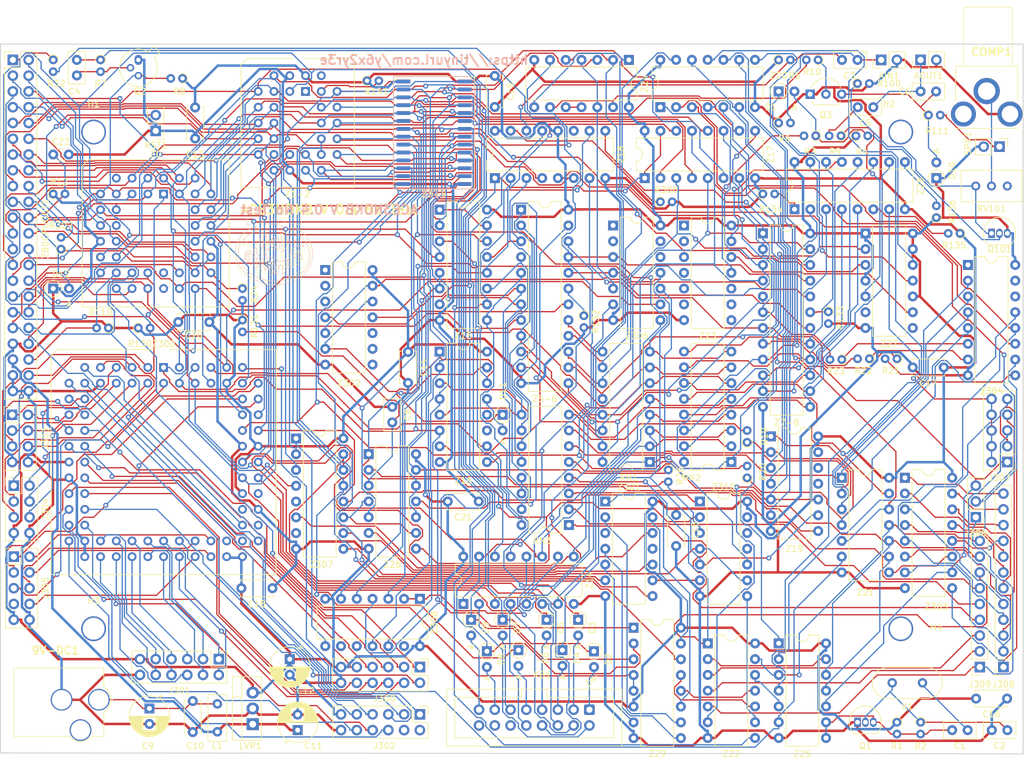
<source format=kicad_pcb>
(kicad_pcb (version 20211014) (generator pcbnew)
  (title_block (title "ACE3NOKB") (date "2019-10-05") (rev "Alpha") (company "Ontobus") (comment 1 "John Bradley") (comment 2 "https://creativecommons.org/licenses/by-nc-sa/4.0/") (comment 3 "Attribution-NonCommercial-ShareAlike 4.0 International License.") (comment 4 "This work is licensed under a Creative Commons "))
  (layers (0 "F.Cu" signal "Top") (31 "B.Cu" signal "Bottom") (34 "B.Paste" user) (35 "F.Paste" user) (36 "B.SilkS" user "B.Silkscreen") (37 "F.SilkS" user "F.Silkscreen") (38 "B.Mask" user) (39 "F.Mask" user) (44 "Edge.Cuts" user))
  (property "REVNUM" "0.4")
  (net 0 "")
  (net 1 "GND")
  (net 2 "Net-(Z24-Pad10)")
  (net 3 "Net-(Z24-Pad1)")
  (net 4 "Net-(Z22-Pad2)")
  (net 5 "Net-(RN1-Pad9)")
  (net 6 "Net-(Z20-Pad11)")
  (net 7 "Net-(Z20-Pad8)")
  (net 8 "Net-(C5-Pad2)")
  (net 9 "Net-(R19-Pad2)")
  (net 10 "Net-(R20-Pad2)")
  (net 11 "Net-(R22-Pad2)")
  (net 12 "Net-(R23-Pad2)")
  (net 13 "Net-(RN1-Pad16)")
  (net 14 "Net-(AIN1-Pad1)")
  (net 15 "Net-(D3-Pad2)")
  (net 16 "Net-(D4-Pad2)")
  (net 17 "Net-(D5-Pad2)")
  (net 18 "Net-(D6-Pad2)")
  (net 19 "Net-(D7-Pad2)")
  (net 20 "Net-(D8-Pad2)")
  (net 21 "Net-(D9-Pad2)")
  (net 22 "Net-(Z19-Pad4)")
  (net 23 "Net-(Z19-Pad3)")
  (net 24 "Net-(C6-Pad2)")
  (net 25 "Net-(RN3-Pad16)")
  (net 26 "Net-(RN3-Pad15)")
  (net 27 "Net-(RN3-Pad14)")
  (net 28 "Net-(RN3-Pad13)")
  (net 29 "Net-(RN3-Pad12)")
  (net 30 "Net-(RN3-Pad11)")
  (net 31 "Net-(RN3-Pad10)")
  (net 32 "Net-(RN3-Pad9)")
  (net 33 "Net-(R21-Pad1)")
  (net 34 "+5V")
  (net 35 "+9Vsm")
  (net 36 "~{RESET}")
  (net 37 "Net-(Q3-Pad2)")
  (net 38 "A11")
  (net 39 "A10")
  (net 40 "A9")
  (net 41 "A8")
  (net 42 "/KIO/PA5")
  (net 43 "/KIO/PA4")
  (net 44 "/KIO/PA6")
  (net 45 "/KIO/PA3")
  (net 46 "/KIO/PA7")
  (net 47 "/KIO/PA2")
  (net 48 "/KIO/ARDY")
  (net 49 "/KIO/PA1")
  (net 50 "/KIO/~{ASTB}")
  (net 51 "/KIO/PA0")
  (net 52 "/KIO/PB5")
  (net 53 "/KIO/PB4")
  (net 54 "/KIO/PB6")
  (net 55 "/KIO/PB3")
  (net 56 "/KIO/PB7")
  (net 57 "/KIO/PB2")
  (net 58 "/KIO/BRDY")
  (net 59 "/KIO/PB1")
  (net 60 "/KIO/~{BSTB}")
  (net 61 "/KIO/PB0")
  (net 62 "/KIO/PC5")
  (net 63 "/KIO/PC4")
  (net 64 "/KIO/PC6")
  (net 65 "/KIO/PC3")
  (net 66 "/KIO/PC7")
  (net 67 "/KIO/PC2")
  (net 68 "/KIO/PC1")
  (net 69 "/KIO/PC0")
  (net 70 "/KIO/~{CTSA}")
  (net 71 "/KIO/~{RxCA}")
  (net 72 "/KIO/~{DCDA}")
  (net 73 "/KIO/~{TxCA}")
  (net 74 "/KIO/RxDA")
  (net 75 "/KIO/TxDA")
  (net 76 "/KIO/~{CTSB}")
  (net 77 "/KIO/~{RxCB}")
  (net 78 "/KIO/~{DCDB}")
  (net 79 "/KIO/~{TxCB}")
  (net 80 "/KIO/RxDB")
  (net 81 "/KIO/TxDB")
  (net 82 "/KIO/ZC\\TO3")
  (net 83 "/KIO/ZC\\TO2")
  (net 84 "/KIO/CLK\\TRG2")
  (net 85 "/KIO/ZC\\TO1")
  (net 86 "/KIO/CLK\\TRG1")
  (net 87 "/KIO/ZC\\TO0")
  (net 88 "/KIO/CLK\\TRG0")
  (net 89 "DA7")
  (net 90 "DA6")
  (net 91 "DA5")
  (net 92 "DA4")
  (net 93 "DA3")
  (net 94 "DA2")
  (net 95 "DA1")
  (net 96 "DA0")
  (net 97 "~{M1}")
  (net 98 "~{IOREQ}")
  (net 99 "~{INT}")
  (net 100 "~{RD}")
  (net 101 "~{KIOCS}")
  (net 102 "PHI")
  (net 103 "A15")
  (net 104 "A14")
  (net 105 "A13")
  (net 106 "A12")
  (net 107 "A5")
  (net 108 "A3")
  (net 109 "A1")
  (net 110 "A6")
  (net 111 "A4")
  (net 112 "A2")
  (net 113 "A0")
  (net 114 "~{WR}")
  (net 115 "A7")
  (net 116 "EAR")
  (net 117 "~{TAPECS}")
  (net 118 "/~{NMI}")
  (net 119 "/~{HALT}")
  (net 120 "Net-(Z29-Pad10)")
  (net 121 "BASECLK_DIV_2048")
  (net 122 "BASECLK_DIV_4")
  (net 123 "BASECLK_DIV_1024")
  (net 124 "BASECLK_DIV_8")
  (net 125 "BASECLK_DIV_256")
  (net 126 "BASECLK_DIV_16")
  (net 127 "BASECLK_DIV_512")
  (net 128 "BASECLK_DIV_128")
  (net 129 "XRESET")
  (net 130 "BASECLK_DIV_32")
  (net 131 "BASECLK")
  (net 132 "BASECLK_DIV_64")
  (net 133 "BASECLK_DIV_2")
  (net 134 "BASECLK_DIV_4096")
  (net 135 "~{CPUABUS2VRAM}")
  (net 136 "FONTCHARX0")
  (net 137 "SCREENY4")
  (net 138 "SCREENY0")
  (net 139 "ENDOFSCR")
  (net 140 "SCREENY3")
  (net 141 "YRESET")
  (net 142 "SCREENY1")
  (net 143 "EOL")
  (net 144 "SCREENY2")
  (net 145 "FONTCHARX1")
  (net 146 "Net-(R133-Pad1)")
  (net 147 "Net-(D2-Pad2)")
  (net 148 "Net-(R9-Pad1)")
  (net 149 "Net-(R10-Pad2)")
  (net 150 "Net-(R111-Pad2)")
  (net 151 "50Hz")
  (net 152 "Net-(Z24-Pad12)")
  (net 153 "Net-(Z29-Pad14)")
  (net 154 "Net-(Z22-Pad10)")
  (net 155 "Net-(Z22-Pad11)")
  (net 156 "Net-(Z29-Pad11)")
  (net 157 "FONTCHARX2")
  (net 158 "Net-(Z307-Pad1)")
  (net 159 "FONTCHARY0")
  (net 160 "FONTCHARY1")
  (net 161 "SCREENX4")
  (net 162 "SCREENX3")
  (net 163 "SCREENX2")
  (net 164 "SCREENX0")
  (net 165 "FONTCHARY2")
  (net 166 "VIDACTIVEONBUS")
  (net 167 "/ADDRDECODE/~{CPUINVDGRAM}")
  (net 168 "~{CPUVDGRAMWR}")
  (net 169 "~{WE}")
  (net 170 "~{MREQ}")
  (net 171 "/~{BUSRQ}")
  (net 172 "~{CSVIDEORAM}")
  (net 173 "/VDG/HSYNC")
  (net 174 "~{BOTTOM32KCS}")
  (net 175 "~{0000-1FFF}")
  (net 176 "/ADDRDECODE/~{CPU2VRAM}")
  (net 177 "~{3800-3BFF}")
  (net 178 "~{3000-37FF}")
  (net 179 "/ADDRDECODE/~{CPU2FONT}")
  (net 180 "~{VIDHOLDCPUOFF}")
  (net 181 "Net-(Z29-Pad9)")
  (net 182 "~{CPUVDGRAMRD}")
  (net 183 "/PSU/+9Vus")
  (net 184 "~{CSFONTRAM}")
  (net 185 "~{CPU2FONTRAM}")
  (net 186 "/VDG/SYNCLEVEL")
  (net 221 "Net-(C1-Pad1)")
  (net 222 "Net-(C1-Pad2)")
  (net 223 "Net-(C2-Pad1)")
  (net 224 "Net-(C3-Pad2)")
  (net 225 "Net-(C4-Pad2)")
  (net 226 "Net-(AOUT1-Pad1)")
  (net 227 "/VDG/VIDEO")
  (net 228 "Net-(D11-Pad2)")
  (net 229 "SHIFTCLK")
  (net 230 "SCREENX1")
  (net 231 "Net-(Q101-Pad1)")
  (net 232 "Net-(R3-Pad2)")
  (net 233 "Net-(Z29-Pad7)")
  (net 234 "Net-(R132-Pad1)")
  (net 235 "Net-(R134-Pad2)")
  (net 236 "Net-(R135-Pad2)")
  (net 237 "Net-(R136-Pad2)")
  (net 238 "Net-(R141-Pad2)")
  (net 239 "Net-(RN1-Pad10)")
  (net 240 "Net-(RN1-Pad11)")
  (net 241 "Net-(RN1-Pad12)")
  (net 242 "Net-(RN1-Pad13)")
  (net 243 "Net-(RN1-Pad14)")
  (net 244 "Net-(RN1-Pad15)")
  (net 245 "Net-(RN2-Pad9)")
  (net 246 "Net-(RN2-Pad10)")
  (net 247 "Net-(RN2-Pad11)")
  (net 248 "Net-(RN2-Pad12)")
  (net 249 "Net-(RN2-Pad13)")
  (net 250 "Net-(RN2-Pad14)")
  (net 251 "Net-(RN2-Pad15)")
  (net 252 "Net-(RN2-Pad16)")
  (net 253 "Net-(Z1-2-Pad22)")
  (net 254 "Net-(Z19-Pad6)")
  (net 255 "Net-(Z20-Pad1)")
  (net 256 "Net-(Z20-Pad5)")
  (net 257 "Net-(Z23-Pad12)")
  (net 258 "Net-(Z23-Pad13)")
  (net 259 "Net-(Z306-Pad8)")
  (net 260 "Net-(Z14-Pad1)")
  (net 262 "Net-(KB1-Pad2)")
  (net 263 "Net-(KB1-Pad4)")
  (net 264 "Net-(KB1-Pad6)")
  (net 265 "Net-(KB1-Pad8)")
  (net 266 "Net-(KB1-Pad10)")
  (net 270 "/CPUCLK")
  (net 271 "/~{REFSH}")
  (net 272 "~{WAIT}")
  (net 273 "~{CPU2FONTROMCS}")
  (net 274 "/~{BUSAK}")
  (net 275 "Net-(COMP1-Pad1)")
  (net 276 "/ADDRDECODE/~{3C00-3FFF}")
  (net 277 "/ADDRDECODE/~{3800-3FFF}")
  (net 278 "Net-(R300-Pad1)")
  (net 281 "Net-(R302-Pad2)")
  (net 282 "~{TOP32KCS}")
  (net 292 "Net-(Z306-Pad10)")
  (footprint "Capacitor_THT:C_Disc_D5.0mm_W2.5mm_P2.50mm" (layer "F.Cu") (at 201.168 47.117 180)
    (fp_text reference "C3")
    (fp_text value "47n")
  )
  (footprint "Resistor_THT:R_Axial_DIN0204_L3.6mm_D1.6mm_P1.90mm_Vertical" (layer "F.Cu") (at 198.501 59.347 180)
    (fp_text reference "R9")
    (fp_text value "10k")
  )
  (footprint "Resistor_THT:R_Axial_DIN0204_L3.6mm_D1.6mm_P1.90mm_Vertical" (layer "F.Cu") (at 183.388 108.707 90)
    (fp_text reference "R19")
    (fp_text value "1K")
  )
  (footprint "Resistor_THT:R_Axial_DIN0204_L3.6mm_D1.6mm_P1.90mm_Vertical" (layer "F.Cu") (at 194.818 47.117 180)
    (fp_text reference "R10")
    (fp_text value "22k")
  )
  (footprint "Resistor_THT:R_Axial_DIN0204_L3.6mm_D1.6mm_P1.90mm_Vertical" (layer "F.Cu") (at 183.388 114.427 90)
    (fp_text reference "R20")
    (fp_text value "1K")
  )
  (footprint "Resistor_THT:R_Axial_DIN0204_L3.6mm_D1.6mm_P1.90mm_Vertical" (layer "F.Cu") (at 207.518 95.25 180)
    (fp_text reference "R21")
    (fp_text value "1K")
  )
  (footprint "Resistor_THT:R_Axial_DIN0204_L3.6mm_D1.6mm_P1.90mm_Vertical" (layer "F.Cu") (at 203.073 95.25 180)
    (fp_text reference "R22")
    (fp_text value "1K")
  )
  (footprint "Resistor_THT:R_Axial_DIN0204_L3.6mm_D1.6mm_P1.90mm_Vertical" (layer "F.Cu") (at 198.628 95.377 180)
    (fp_text reference "R23")
    (fp_text value "1K")
  )
  (footprint "Resistor_THT:R_Axial_DIN0204_L3.6mm_D1.6mm_P1.90mm_Vertical" (layer "F.Cu") (at 102.108 83.947 -90)
    (fp_text reference "R24")
    (fp_text value "10k")
  )
  (footprint "Resistor_THT:R_Axial_DIN0204_L3.6mm_D1.6mm_P1.90mm_Vertical" (layer "F.Cu") (at 170.688 113.157 -90)
    (fp_text reference "R26")
    (fp_text value "330R")
  )
  (footprint "Resistor_THT:R_Axial_DIN0204_L3.6mm_D1.6mm_P1.90mm_Vertical" (layer "F.Cu") (at 194.437 59.347 180)
    (fp_text reference "R3")
    (fp_text value "1K5")
  )
  (footprint "Resistor_THT:R_Axial_DIN0204_L3.6mm_D1.6mm_P1.90mm_Vertical" (layer "F.Cu") (at 200.914 59.347)
    (fp_text reference "R4")
    (fp_text value "1K5")
  )
  (footprint "Resistor_THT:R_Axial_DIN0204_L3.6mm_D1.6mm_P1.90mm_Vertical" (layer "F.Cu") (at 188.468 47.117)
    (fp_text reference "R5")
    (fp_text value "12k")
  )
  (footprint "Resistor_THT:R_Axial_DIN0204_L3.6mm_D1.6mm_P1.90mm_Vertical" (layer "F.Cu") (at 188.468 57.277)
    (fp_text reference "R6")
    (fp_text value "1K")
  )
  (footprint "ExtraFootprints:PLCC-44_THT-Socket" (layer "F.Cu") (at 89.408 68.707)
    (fp_text reference "Z0")
    (fp_text value "Z80CPU_LCC")
  )
  (footprint "Package_TO_SOT_THT:TO-92_Inline" (layer "F.Cu") (at 201.168 153.797)
    (fp_text reference "Q1")
    (fp_text value "2N3904")
  )
  (footprint "ExtraFootprints:PLCC-32_THT-Socket" (layer "F.Cu") (at 112.268 52.197)
    (fp_text reference "Z1-2")
    (fp_text value "SST39SF010A-45-4I-NHE ")
  )
  (footprint "Capacitor_THT:C_Disc_D5.0mm_W2.5mm_P2.50mm" (layer "F.Cu") (at 126.238 102.997 -90)
    (fp_text reference "C8")
    (fp_text value "2200pF")
  )
  (footprint "Diode_THT:D_DO-35_SOD27_P2.54mm_Vertical_AnodeUp" (layer "F.Cu") (at 138.938 137.287 -90)
    (fp_text reference "D9")
    (fp_text value "1N4148")
  )
  (footprint "Diode_THT:D_DO-35_SOD27_P2.54mm_Vertical_AnodeUp" (layer "F.Cu") (at 141.478 142.367 -90)
    (fp_text reference "D8")
    (fp_text value "1N4148")
  )
  (footprint "Diode_THT:D_DO-35_SOD27_P2.54mm_Vertical_AnodeUp" (layer "F.Cu") (at 144.018 137.287 -90)
    (fp_text reference "D7")
    (fp_text value "1N4148")
  )
  (footprint "Diode_THT:D_DO-35_SOD27_P2.54mm_Vertical_AnodeUp" (layer "F.Cu") (at 146.558 142.1797 -90)
    (fp_text reference "D6")
    (fp_text value "1N4148")
  )
  (footprint "Diode_THT:D_DO-35_SOD27_P2.54mm_Vertical_AnodeUp" (layer "F.Cu") (at 151.098 137.287 -90)
    (fp_text reference "D5")
    (fp_text value "1N4148")
  )
  (footprint "Diode_THT:D_DO-35_SOD27_P2.54mm_Vertical_AnodeUp" (layer "F.Cu") (at 153.638 142.1797 -90)
    (fp_text reference "D4")
    (fp_text value "1N4148")
  )
  (footprint "Diode_THT:D_DO-35_SOD27_P2.54mm_Vertical_AnodeUp" (layer "F.Cu") (at 156.178 137.287 -90)
    (fp_text reference "D3")
    (fp_text value "1N4148")
  )
  (footprint "Diode_THT:D_DO-35_SOD27_P2.54mm_Vertical_AnodeUp" (layer "F.Cu") (at 158.718 142.367 -90)
    (fp_text reference "D2")
    (fp_text value "1N4148")
  )
  (footprint "Diode_THT:D_DO-35_SOD27_P2.54mm_Vertical_AnodeUp" (layer "F.Cu") (at 188.468 52.197)
    (fp_text reference "D1")
    (fp_text value "1N4148")
  )
  (footprint "ExtraFootprints:SOP-28_8.3x18.15mm_P1.27mm" (layer "F.Cu") (at 132.969 58.8607 -90)
    (fp_text reference "Z3-4")
    (fp_text value "IS62C256AL-45ULI")
  )
  (footprint "Diode_THT:D_DO-35_SOD27_P2.54mm_Vertical_AnodeUp" (layer "F.Cu") (at 144.018 104.267 -90)
    (fp_text reference "D11")
    (fp_text value "1N4148")
  )
  (footprint "Diode_THT:D_DO-35_SOD27_P2.54mm_Vertical_AnodeUp" (layer "F.Cu") (at 213.868 66.167 90)
    (fp_text reference "D10")
    (fp_text value "1N4148")
  )
  (footprint "Capacitor_THT:C_Disc_D5.0mm_W2.5mm_P5.00mm" (layer "F.Cu") (at 94.107 155.3807 90)
    (fp_text reference "C10")
    (fp_text value "100nF")
  )
  (footprint "Capacitor_THT:CP_Radial_D6.3mm_P2.50mm" (layer "F.Cu") (at 110.998 155.067 90)
    (fp_text reference "C11")
    (fp_text value "1uF")
  )
  (footprint "Capacitor_THT:C_Disc_D5.0mm_W2.5mm_P5.00mm" (layer "F.Cu") (at 94.488 59.777 90)
    (fp_text reference "C13")
    (fp_text value "100nF")
  )
  (footprint "Capacitor_THT:C_Disc_D5.0mm_W2.5mm_P5.00mm" (layer "F.Cu") (at 128.778 99.147 90)
    (fp_text reference "C14")
    (fp_text value "100nF")
  )
  (footprint "Capacitor_THT:C_Disc_D5.0mm_W2.5mm_P5.00mm" (layer "F.Cu") (at 171.958 125.4087 90)
    (fp_text reference "C15")
    (fp_text value "100nF")
  )
  (footprint "Capacitor_THT:C_Disc_D5.0mm_W2.5mm_P5.00mm" (layer "F.Cu") (at 225.258 149.987 180)
    (fp_text reference "C16")
    (fp_text value "100nF")
  )
  (footprint "Capacitor_THT:C_Disc_D5.0mm_W2.5mm_P5.00mm" (layer "F.Cu") (at 210.058 96.647)
    (fp_text reference "C17")
    (fp_text value "100nF")
  )
  (footprint "Capacitor_THT:C_Disc_D5.0mm_W2.5mm_P5.00mm" (layer "F.Cu") (at 106.934 132.207 180)
    (fp_text reference "C18")
    (fp_text value "100nF")
  )
  (footprint "Capacitor_THT:C_Disc_D5.0mm_W2.5mm_P5.00mm" (layer "F.Cu") (at 142.748 54.697 90)
    (fp_text reference "C19")
    (fp_text value "100nF")
  )
  (footprint "Capacitor_THT:C_Disc_D5.0mm_W2.5mm_P5.00mm" (layer "F.Cu") (at 96.774 89.3407 180)
    (fp_text reference "C20")
    (fp_text value "100nF")
  )
  (footprint "Capacitor_THT:C_Disc_D5.0mm_W2.5mm_P5.00mm" (layer "F.Cu") (at 140.168 118.237 180)
    (fp_text reference "C21")
    (fp_text value "100nF")
  )
  (footprint "Package_DIP:DIP-16_W7.62mm" (layer "F.Cu") (at 166.893 66.157 90)
    (fp_text reference "Z17")
    (fp_text value "SN74LS367AN")
  )
  (footprint "Package_DIP:DIP-16_W7.62mm" (layer "F.Cu") (at 191.023 71.1797 90)
    (fp_text reference "Z28")
    (fp_text value "SN74ALS166N")
  )
  (footprint "Package_DIP:DIP-16_W7.62mm" (layer "F.Cu") (at 165.1 138.572)
    (fp_text reference "Z29")
    (fp_text value "SN74AHCT138N")
  )
  (footprint "Package_DIP:DIP-16_W7.62mm" (layer "F.Cu") (at 142.763 66.157 90)
    (fp_text reference "Z18")
    (fp_text value "SN74LS367AN")
  )
  (footprint "Package_DIP:DIP-24_W7.62mm" (layer "F.Cu") (at 146.987 71.247)
    (fp_text reference "Z5-6")
    (fp_text value "6116SA20TPGI")
  )
  (footprint "Package_DIP:DIP-24_W7.62mm" (layer "F.Cu") (at 185.928 75.057)
    (fp_text reference "Z7-8")
    (fp_text value "6116SA20TPGI")
  )
  (footprint "Connector_PinHeader_2.54mm:PinHeader_2x22_P2.54mm_Vertical" (layer "F.Cu") (at 65.134 47.117)
    (fp_text reference "Z80CPUOUT1")
    (fp_text value "Conn_02x22_Odd_Even")
  )
  (footprint "ExtraFootprints:KEMET_SBT_0260T" (layer "F.Cu") (at 98.044 153.0947 -90)
    (fp_text reference "L1")
    (fp_text value "EMI_Filter_LL_1423")
  )
  (footprint "Capacitor_THT:CP_Radial_D6.3mm_P2.50mm" (layer "F.Cu") (at 87.122 151.5707 -90)
    (fp_text reference "C9")
    (fp_text value "100uF")
  )
  (footprint "Capacitor_THT:CP_Radial_D6.3mm_P2.50mm" (layer "F.Cu") (at 109.728 143.637 -90)
    (fp_text reference "C12")
    (fp_text value "1uF")
  )
  (footprint "Package_DIP:DIP-16_W7.62mm" (layer "F.Cu") (at 154.686 122.032 180)
    (fp_text reference "RN3")
    (fp_text value "1k")
  )
  (footprint "Package_DIP:DIP-16_W7.62mm" (layer "F.Cu") (at 133.868 71.247)
    (fp_text reference "Z15")
    (fp_text value "SN74LS367AN")
  )
  (footprint "Package_DIP:DIP-16_W7.62mm" (layer "F.Cu") (at 133.868 94.107)
    (fp_text reference "Z16")
    (fp_text value "SN74LS367AN")
  )
  (footprint "Crystal:Crystal_HC49-U_Vertical" (layer "F.Cu") (at 206.756 147.447)
    (fp_text reference "X1")
    (fp_text value "6.5536 MHz")
  )
  (footprint "Capacitor_THT:C_Disc_D5.0mm_W2.5mm_P2.50mm" (layer "F.Cu") (at 225.298 155.067 180)
    (fp_text reference "C2")
    (fp_text value "100pF")
  )
  (footprint "Capacitor_THT:C_Disc_D5.0mm_W2.5mm_P2.50mm" (layer "F.Cu") (at 216.408 155.067)
    (fp_text reference "C1")
    (fp_text value "30pF")
  )
  (footprint "Resistor_THT:R_Axial_DIN0204_L3.6mm_D1.6mm_P1.90mm_Vertical" (layer "F.Cu") (at 211.328 153.797 -90)
    (fp_text reference "R2")
    (fp_text value "47k")
  )
  (footprint "Capacitor_THT:C_Disc_D5.0mm_W2.5mm_P2.50mm" (layer "F.Cu") (at 211.328 52.197)
    (fp_text reference "C6")
    (fp_text value "47pF")
  )
  (footprint "Capacitor_THT:C_Disc_D5.0mm_W2.5mm_P2.50mm" (layer "F.Cu") (at 203.708 54.737 180)
    (fp_text reference "C5")
    (fp_text value "47nF")
  )
  (footprint "Package_DIP:DIP-16_W7.62mm" (layer "F.Cu") (at 167.717 111.887 180)
    (fp_text reference "RN1")
    (fp_text value "1k")
  )
  (footprint "Package_DIP:DIP-16_W7.62mm" (layer "F.Cu") (at 180.846 111.872 180)
    (fp_text reference "RN2")
    (fp_text value "1k")
  )
  (footprint "Package_DIP:DIP-14_W7.62mm" (layer "F.Cu") (at 187.208 107.7557)
    (fp_text reference "Z19")
    (fp_text value "SN74AHCT00N")
  )
  (footprint "Package_DIP:DIP-14_W7.62mm" (layer "F.Cu") (at 177.048 141.092)
    (fp_text reference "Z22")
    (fp_text value "SN74ACT11N")
  )
  (footprint "Package_DIP:DIP-14_W7.62mm" (layer "F.Cu") (at 173.228 73.792)
    (fp_text reference "Z23")
    (fp_text value "SN74AHCT86N")
  )
  (footprint "Package_DIP:DIP-14_W7.62mm" (layer "F.Cu") (at 164.338 47.117 -90)
    (fp_text reference "Z24")
    (fp_text value "SN74AHCT02N")
  )
  (footprint "Package_DIP:DIP-14_W7.62mm" (layer "F.Cu") (at 202.448 75.057)
    (fp_text reference "Z27")
    (fp_text value "SN74AHCT74N")
  )
  (footprint "ExtraFootprints:MountingHole_3.5mm_with_Stencil_hole" (layer "F.Cu") (at 78.134 138.7347)
    (fp_text reference "H3")
    (fp_text value "MountingHole")
  )
  (footprint "ExtraFootprints:MountingHole_3.5mm_with_Stencil_hole" (layer "F.Cu") (at 208.134 138.7347)
    (fp_text reference "H4")
    (fp_text value "MountingHole")
  )
  (footprint "ExtraFootprints:MountingHole_3.5mm_with_Stencil_hole" (layer "F.Cu") (at 78.134 58.7347)
    (fp_text reference "H1")
    (fp_text value "MountingHole")
  )
  (footprint "ExtraFootprints:MountingHole_3.5mm_with_Stencil_hole" (layer "F.Cu") (at 208.134 58.7347)
    (fp_text reference "H2")
    (fp_text value "MountingHole")
  )
  (footprint "Resistor_THT:R_Axial_DIN0204_L3.6mm_D1.6mm_P1.90mm_Vertical" (layer "F.Cu") (at 71.628 47.117 -90)
    (fp_text reference "R32")
    (fp_text value "10k")
  )
  (footprint "Resistor_THT:R_Axial_DIN0204_L3.6mm_D1.6mm_P1.90mm_Vertical" (layer "F.Cu") (at 80.518 90.297 180)
    (fp_text reference "R110")
    (fp_text value "10k")
  )
  (footprint "Package_TO_SOT_THT:TO-92_Inline" (layer "F.Cu") (at 222.758 75.057)
    (fp_text reference "Q101")
    (fp_text value "2N3904")
  )
  (footprint "Resistor_THT:R_Axial_DIN0204_L3.6mm_D1.6mm_P1.90mm_Vertical" (layer "F.Cu") (at 201.168 50.927)
    (fp_text reference "R100")
    (fp_text value "100")
  )
  (footprint "Connector_PinHeader_2.54mm:PinHeader_1x02_P2.54mm_Vertical" (layer "F.Cu") (at 224.028 61.087 -90)
    (fp_text reference "SPK1")
    (fp_text value "SPK")
  )
  (footprint "Resistor_THT:R_Axial_DIN0204_L3.6mm_D1.6mm_P1.90mm_Vertical" (layer "F.Cu") (at 212.598 56.007)
    (fp_text reference "R111")
    (fp_text value "200")
  )
  (footprint "Package_TO_SOT_THT:TO-92L_Inline_Wide" (layer "F.Cu") (at 193.538 52.647)
    (fp_text reference "Q3")
    (fp_text value "BC183")
  )
  (footprint "Potentiometer_THT:Potentiometer_Bourns_3296W_Vertical" (layer "F.Cu") (at 220.208 67.437 180)
    (fp_text reference "RV101")
    (fp_text value "100")
  )
  (footprint "Package_DIP:DIP-14_W7.62mm" (layer "F.Cu") (at 130.683 133.9177 -90)
    (fp_text reference "Z308")
    (fp_text value "SN74ALS30AN ")
  )
  (footprint "Connector_PinHeader_2.54mm:PinHeader_2x06_P2.54mm_Vertical" (layer "F.Cu") (at 130.683 144.902 -90)
    (fp_text reference "J300")
    (fp_text value "Conn_02x06_Odd_Even")
  )
  (footprint "Connector_PinHeader_2.54mm:PinHeader_2x06_P2.54mm_Vertical" (layer "F.Cu") (at 98.298 143.632 -90)
    (fp_text reference "J301")
    (fp_text value "Conn_02x06_Odd_Even")
  )
  (footprint "Connector_PinHeader_2.54mm:PinHeader_2x06_P2.54mm_Vertical" (layer "F.Cu") (at 130.683 152.522 -90)
    (fp_text reference "J302")
    (fp_text value "Conn_02x06_Odd_Even")
  )
  (footprint "Connector_PinHeader_2.54mm:PinHeader_2x04_P2.54mm_Vertical" (layer "F.Cu") (at 65.024 104.277)
    (fp_text reference "J303")
    (fp_text value "Conn_02x04_Odd_Even")
  )
  (footprint "Connector_PinHeader_2.54mm:PinHeader_2x04_P2.54mm_Vertical" (layer "F.Cu") (at 65.278 115.697)
    (fp_text reference "J304")
    (fp_text value "Conn_02x04_Odd_Even")
  )
  (footprint "Connector_PinHeader_2.54mm:PinHeader_2x05_P2.54mm_Vertical" (layer "F.Cu") (at 65.278 127.127)
    (fp_text reference "J305")
    (fp_text value "Conn_02x05_Odd_Even")
  )
  (footprint "ExtraFootprints:PLCC-84_THT-Socket" (layer "F.Cu") (at 89.408 96.647)
    (fp_text reference "Z300")
    (fp_text value "Z84-KIO-PLCC-84")
  )
  (footprint "Package_DIP:DIP-14_W7.62mm" (layer "F.Cu") (at 122.438 110.612)
    (fp_text reference "Z26")
    (fp_text value "SN74AHCT32N")
  )
  (footprint "Package_TO_SOT_THT:TO-220-3_Vertical" (layer "F.Cu") (at 103.759 154.1107 90)
    (fp_text reference "LVR1")
    (fp_text value "LM7805_TO220")
  )
  (footprint "Package_DIP:DIP-14_W7.62mm" (layer "F.Cu") (at 161.808 73.787)
    (fp_text reference "Z306")
    (fp_text value "SN74AHCT04N")
  )
  (footprint "ExtraFootprints:ZilogInsideFront" (layer "F.Cu") (at 100.33 85.7847)
    (fp_text reference "Logo1" hide)
    (fp_text value "ZilogFront" hide)
  )
  (footprint "ExtraFootprints:ZilogInsideBack" (layer "F.Cu") (at 99.949 85.7847)
    (fp_text reference "Logo2" hide)
    (fp_text value "ZilogBack" hide)
  )
  (footprint "Capacitor_THT:C_Disc_D5.0mm_W2.5mm_P2.50mm" (layer "F.Cu") (at 75.438 47.117 -90)
    (fp_text reference "C4")
    (fp_text value "47pF")
  )
  (footprint "Package_TO_SOT_THT:TO-18-3" (layer "F.Cu") (at 85.344 47.117 -90)
    (fp_text reference "Q2")
    (fp_text value "2N2369")
  )
  (footprint "Resistor_THT:R_Axial_DIN0204_L3.6mm_D1.6mm_P1.90mm_Vertical" (layer "F.Cu") (at 79.248 47.117 -90)
    (fp_text reference "R7")
    (fp_text value "1K")
  )
  (footprint "Connector_PinSocket_2.54mm:PinSocket_1x12_P2.54mm_Vertical" (layer "F.Cu") (at 224.668 144.907 180)
    (fp_text reference "J308")
    (fp_text value "Conn_01x12_Female")
  )
  (footprint "Connector_PinSocket_2.54mm:PinSocket_1x09_P2.54mm_Vertical" (layer "F.Cu") (at 220.858 144.907 180)
    (fp_text reference "J309")
    (fp_text value "Conn_01x09_Female")
  )
  (footprint "Connector_PinHeader_2.54mm:PinHeader_1x03_P2.54mm_Vertical" (layer "F.Cu") (at 220.218 120.777 180)
    (fp_text reference "J306")
    (fp_text value "Conn_01x03")
  )
  (footprint "Resistor_THT:R_Axial_DIN0204_L3.6mm_D1.6mm_P1.90mm_Vertical" (layer "F.Cu") (at 207.518 153.797 -90)
    (fp_text reference "R1")
    (fp_text value "4k7")
  )
  (footprint "Package_DIP:DIP-16_W7.62mm" (layer "F.Cu") (at 110.744 108.092)
    (fp_text reference "Z307")
    (fp_text value "SN74AHCT139N ")
  )
  (footprint "Package_DIP:DIP-16_W7.62mm" (layer "F.Cu") (at 208.798 114.422)
    (fp_text reference "Z303")
    (fp_text value "CD74HCT4040E")
  )
  (footprint "Package_DIP:DIP-16_W7.62mm" (layer "F.Cu") (at 218.948 80.137)
    (fp_text reference "Z304")
    (fp_text value "CD74HCT4040E")
  )
  (footprint "Connector_PinHeader_2.54mm:PinHeader_2x05_P2.54mm_Vertical" (layer "F.Cu") (at 225.298 111.887 180)
    (fp_text reference "J307")
    (fp_text value "Conn_02x05")
  )
  (footprint "Resistor_THT:R_Axial_DIN0204_L3.6mm_D1.6mm_P1.90mm_Vertical" (layer "F.Cu") (at 85.344 90.297)
    (fp_text reference "R130")
    (fp_text value "10k")
  )
  (footprint "Resistor_THT:R_Axial_DIN0204_L3.6mm_D1.6mm_P1.90mm_Vertical" (layer "F.Cu") (at 102.108 89.027 -90)
    (fp_text reference "R131")
    (fp_text value "10k")
  )
  (footprint "Resistor_THT:R_Axial_DIN0204_L3.6mm_D1.6mm_P1.90mm_Vertical" (layer "F.Cu") (at 157.099 88.3247 -90)
    (fp_text reference "R132")
    (fp_text value "1K")
  )
  (footprint "Resistor_THT:R_Axial_DIN0204_L3.6mm_D1.6mm_P1.90mm_Vertical" (layer "F.Cu") (at 196.469 87.6897 -90)
    (fp_text reference "R133")
    (fp_text value "1K")
  )
  (footprint "Resistor_THT:R_Axial_DIN0204_L3.6mm_D1.6mm_P1.90mm_Vertical" (layer "F.Cu") (at 185.928 68.707)
    (fp_text reference "R134")
    (fp_text value "1K")
  )
  (footprint "Resistor_THT:R_Axial_DIN0204_L3.6mm_D1.6mm_P1.90mm_Vertical" (layer "F.Cu") (at 217.678 75.057 180)
    (fp_text reference "R135")
    (fp_text value "1K")
  )
  (footprint "Resistor_THT:R_Axial_DIN0204_L3.6mm_D1.6mm_P1.90mm_Vertical" (layer "F.Cu") (at 213.868 72.517 90)
    (fp_text reference "R136")
    (fp_text value "10K")
  )
  (footprint "Resistor_THT:R_Axial_DIN0204_L3.6mm_D1.6mm_P1.90mm_Vertical" (layer "F.Cu") (at 92.456 50.0977 180)
    (fp_text reference "R8")
    (fp_text value "270R")
  )
  (footprint "Package_DIP:DIP-14_W7.62mm" (layer "F.Cu") (at 169.413 54.727 90)
    (fp_text reference "Z20")
    (fp_text value "SN74AHCT08N")
  )
  (footprint "Package_DIP:DIP-14_W7.62mm" (layer "F.Cu") (at 198.628 114.422)
    (fp_text reference "Z21")
    (fp_text value "SN74ACT11N")
  )
  (footprint "Package_DIP:DIP-14_W7.62mm" (layer "F.Cu") (at 188.478 141.092)
    (fp_text reference "Z25")
    (fp_text value "SN74AHCT02N")
  )
  (footprint "Resistor_THT:R_Axial_DIN0204_L3.6mm_D1.6mm_P1.90mm_Vertical" (layer "F.Cu") (at 122.174 50.4787)
    (fp_text reference "R141")
    (fp_text value "10k")
  )
  (footprint "Package_DIP:DIP-14_W7.62mm" (layer "F.Cu") (at 115.443 80.9587)
    (fp_text reference "Z302")
    (fp_text value "SN74AHCT02")
  )
  (footprint "Connector_PinHeader_2.54mm:PinHeader_1x02_P2.54mm_Vertical" (layer "F.Cu") (at 88.138 58.547 180)
    (fp_text reference "RST1")
    (fp_text value "RST")
  )
  (footprint "Capacitor_THT:C_Disc_D3.0mm_W1.6mm_P2.50mm" (layer "F.Cu") (at 71.628 62.357)
    (fp_text reference "C22")
    (fp_text value "1 uf")
  )
  (footprint "Connector_IDC:IDC-Header_2x08_P2.54mm_Vertical" (layer "F.Cu") (at 157.988 151.7745 -90)
    (fp_text reference "KB1")
    (fp_text value "Conn_02x08_Odd_Even")
  )
  (footprint "Package_DIP:DIP-16_W7.62mm" (layer "F.Cu") (at 137.683 134.737 90)
    (fp_text reference "Z14")
    (fp_text value "SN74LS367AN")
  )
  (footprint "Resistor_THT:R_Axial_DIN0204_L3.6mm_D1.6mm_P1.90mm_Vertical" (layer "F.Cu") (at 72.898 77.597 90)
    (fp_text reference "R302")
    (fp_text value "100")
  )
  (footprint "Diode_THT:D_DO-35_SOD27_P2.54mm_Vertical_AnodeUp" (layer "F.Cu") (at 71.628 83.947)
    (fp_text reference "D12")
    (fp_text value "1N4148")
  )
  (footprint "Resistor_THT:R_Axial_DIN0204_L3.6mm_D1.6mm_P1.90mm_Vertical" (layer "F.Cu") (at 169.418 69.977)
    (fp_text reference "R300")
    (fp_text value "1K")
  )
  (footprint "ExtraFootprints:163179PHEX" (layer "F.Cu") (at 65.278 155.067)
    (fp_text reference "9V-DC1")
    (fp_text value "163-179PH-EX " hide)
  )
  (footprint "Resistor_THT:R_Axial_DIN0204_L3.6mm_D1.6mm_P1.90mm_Vertical" (layer "F.Cu") (at 71.628 68.707)
    (fp_text reference "R12")
    (fp_text value "1k")
  )
  (footprint "Package_DIP:DIP-14_W7.62mm" (layer "F.Cu") (at 175.778 118.237)
    (fp_text reference "Z310")
    (fp_text value "74LS32")
  )
  (footprint "Connector_PinHeader_2.54mm:PinHeader_1x02_P2.54mm_Vertical" (layer "F.Cu") (at 211.328 47.117 90)
    (fp_text reference "AOUT1")
    (fp_text value "AOUT")
  )
  (footprint "ExtraFootprints:PJRAN1X1U03X" (layer "F.Cu") (at 221.9735 52.137 -90)
    (fp_text reference "COMP1")
    (fp_text value "PJRAN1X1U03AUX" hide)
  )
  (footprint "Connector_PinHeader_2.54mm:PinHeader_1x02_P2.54mm_Vertical" (layer "F.Cu") (at 204.978 47.117 90)
    (fp_text reference "AIN1")
    (fp_text value "AIN")
  )
  (footprint "Package_DIP:DIP-14_W7.62mm" (layer "F.Cu") (at 160.538 118.237)
    (fp_text reference "Z301")
    (fp_text value "SN74AS21N")
  )
  (footprint "ExtraFootprints:SOP-28_8.3x18.15mm_P1.27mm" (layer "B.Cu") (at 132.969 58.8607 -90)
    (fp_text reference "Z309")
    (fp_text value "IS62C256AL-45ULI")
  )
  (gr_line (start 63.134 44.577) (end 63.1351 158.7383) (layer "Edge.Cuts") (width 0.15))
  (gr_line (start 63.1351 158.7383) (end 227.838 158.877) (layer "Edge.Cuts") (width 0.15))
  (gr_line (start 227.838 158.877) (end 227.838 44.577) (layer "Edge.Cuts") (width 0.15))
  (gr_line (start 227.838 44.577) (end 63.134 44.577) (layer "Edge.Cuts") (width 0.15))
  (gr_text "ACE3NOKB V ${REVNUM} No Test" (at 116.078 71.247) (layer "B.SilkS") (effects (font (size 1.5 1.5) (thickness 0.3)) (justify mirror)))
  (gr_text "https://tinyurl.com/y6x2yr3e" (at 131.318 47.117) (layer "B.SilkS") (effects (font (size 1.5 1.5) (thickness 0.3)) (justify mirror)))
  (gr_text "ACE3NOKB V ${REVNUM} No Test" (at 116.078 71.247) (layer "F.SilkS") (effects (font (size 1.5 1.5) (thickness 0.3))))
  (segment (start 194.641 52.509) (end 195.605 51.5443) (width 0.4) (layer "F.Cu") (net 1))
  (segment (start 103.231 118.09) (end 101.722 118.09) (width 0.4) (layer "F.Cu") (net 1))
  (segment (start 168.692 71.0638) (end 163.785 66.157) (width 0.4) (layer "F.Cu") (net 1))
  (segment (start 159.349 89.027) (end 161.808 89.027) (width 0.4) (layer "F.Cu") (net 1))
  (segment (start 184.653 54.727) (end 185.806 54.727) (width 0.4) (layer "F.Cu") (net 1))
  (segment (start 110.998 152.567) (end 104.755 152.567) (width 0.4) (layer "F.Cu") (net 1))
  (segment (start 187.2083 122.996) (end 187.208 122.9957) (width 0.4) (layer "F.Cu") (net 1))
  (segment (start 200.29 153.797) (end 198.908 155.179) (width 0.4) (layer "F.Cu") (net 1))
  (segment (start 204.85 66.221) (end 204.914 66.157) (width 0.4) (layer "F.Cu") (net 1))
  (segment (start 187.325 156.332) (end 186.135 155.141) (width 0.4) (layer "F.Cu") (net 1))
  (segment (start 163.785 66.157) (end 160.543 66.157) (width 0.4) (layer "F.Cu") (net 1))
  (segment (start 203.049 156.78) (end 221.084 156.78) (width 0.4) (layer "F.Cu") (net 1))
  (segment (start 150.795 50.6318) (end 148.804 48.6408) (width 0.4) (layer "F.Cu") (net 1))
  (segment (start 175.895 156.332) (end 177.048 156.332) (width 0.4) (layer "F.Cu") (net 1))
  (segment (start 138.023 92.0291) (end 135.021 89.027) (width 0.4) (layer "F.Cu") (net 1))
  (segment (start 87.122 154.071) (end 79.8418 154.071) (width 0.4) (layer "F.Cu") (net 1))
  (segment (start 172.075 89.032) (end 170.88 87.8364) (width 0.4) (layer "F.Cu") (net 1))
  (segment (start 111.819 66.9882) (end 109.728 64.897) (width 0.4) (layer "F.Cu") (net 1))
  (segment (start 92.797 154.071) (end 87.122 154.071) (width 0.4) (layer "F.Cu") (net 1))
  (segment (start 93.452 154.726) (end 93.4523 154.726) (width 0.4) (layer "F.Cu") (net 1))
  (segment (start 188.478 156.332) (end 187.325 156.332) (width 0.4) (layer "F.Cu") (net 1))
  (segment (start 72.9906 150.18) (end 75.9507 150.18) (width 0.4) (layer "F.Cu") (net 1))
  (segment (start 187.693 56.6143) (end 188.468 56.6143) (width 0.4) (layer "F.Cu") (net 1))
  (segment (start 148.804 48.5636) (end 149.098 48.2697) (width 0.4) (layer "F.Cu") (net 1))
  (segment (start 202.458 55.2396) (end 202.458 54.3296) (width 0.4) (layer "F.Cu") (net 1))
  (segment (start 116.78 155.062) (end 114.285 152.567) (width 0.4) (layer "F.Cu") (net 1))
  (segment (start 83.1253 62.357) (end 74.128 62.357) (width 0.4) (layer "F.Cu") (net 1))
  (segment (start 199.781 129.662) (end 202.321 132.202) (width 0.4) (layer "F.Cu") (net 1))
  (segment (start 164.151 87.8364) (end 162.961 89.027) (width 0.4) (layer "F.Cu") (net 1))
  (segment (start 170.88 87.8364) (end 164.151 87.8364) (width 0.4) (layer "F.Cu") (net 1))
  (segment (start 121.285 125.852) (end 120.12 124.687) (width 0.4) (layer "F.Cu") (net 1))
  (segment (start 68.1939 122.114) (end 71.5986 118.71) (width 0.4) (layer "F.Cu") (net 1))
  (segment (start 188.468 56.6143) (end 188.468 57.277) (width 0.4) (layer "F.Cu") (net 1))
  (segment (start 179.391 155.141) (end 178.201 156.332) (width 0.4) (layer "F.Cu") (net 1))
  (segment (start 225.7235 55.837) (end 222.181 55.837) (width 0.4) (layer "F.Cu") (net 1))
  (segment (start 171.318 69.977) (end 172.371 69.977) (width 0.4) (layer "F.Cu") (net 1))
  (segment (start 216.23 73.6094) (end 217.678 75.057) (width 0.4) (layer "F.Cu") (net 1))
  (segment (start 184.673 66.157) (end 185.826 66.157) (width 0.4) (layer "F.Cu") (net 1))
  (segment (start 114.285 152.567) (end 110.998 152.567) (width 0.4) (layer "F.Cu") (net 1))
  (segment (start 222.181 55.837) (end 214.664 48.3197) (width 0.4) (layer "F.Cu") (net 1))
  (segment (start 123.394 102.997) (end 126.238 102.997) (width 0.4) (layer "F.Cu") (net 1))
  (segment (start 190.783 155.179) (end 189.631 156.332) (width 0.4) (layer "F.Cu") (net 1))
  (segment (start 100.371 92.9374) (end 96.774 89.3407) (width 0.4) (layer "F.Cu") (net 1))
  (segment (start 73.8661 114.729) (end 71.5986 114.729) (width 0.4) (layer "F.Cu") (net 1))
  (segment (start 126.449 66.9882) (end 111.819 66.9882) (width 0.4) (layer "F.Cu") (net 1))
  (segment (start 193.538 52.647) (end 194.641 52.647) (width 0.4) (layer "F.Cu") (net 1))
  (segment (start 188.361 129.662) (end 188.361 122.996) (width 0.4) (layer "F.Cu") (net 1))
  (segment (start 71.5986 118.71) (end 71.5986 114.729) (width 0.4) (layer "F.Cu") (net 1))
  (segment (start 185.826 66.157) (end 185.89 66.221) (width 0.4) (layer "F.Cu") (net 1))
  (segment (start 104.648 119.507) (end 103.231 118.09) (width 0.4) (layer "F.Cu") (net 1))
  (segment (start 157.876 133.477) (end 160.538 133.477) (width 0.4) (layer "F.Cu") (net 1))
  (segment (start 111.897 125.872) (end 110.744 125.872) (width 0.4) (layer "F.Cu") (net 1))
  (segment (start 200.588 89.5897) (end 201.295 90.297) (width 0.4) (layer "F.Cu") (net 1))
  (segment (start 116.596 96.1987) (end 123.394 102.997) (width 0.4) (layer "F.Cu") (net 1))
  (segment (start 103.759 151.571) (end 102.606 152.724) (width 0.4) (layer "F.Cu") (net 1))
  (segment (start 225.724 55.837) (end 225.7235 55.837) (width 0.4) (layer "F.Cu") (net 1))
  (segment (start 142.748 54.697) (end 148.804 48.6408) (width 0.4) (layer "F.Cu") (net 1))
  (segment (start 117.983 155.062) (end 116.78 155.062) (width 0.4) (layer "F.Cu") (net 1))
  (segment (start 149.098 48.2697) (end 149.098 47.117) (width 0.4) (layer "F.Cu") (net 1))
  (segment (start 208.803 70.027) (end 204.933 66.157) (width 0.4) (layer "F.Cu") (net 1))
  (segment (start 157.099 90.2247) (end 158.152 90.2247) (width 0.4) (layer "F.Cu") (net 1))
  (segment (start 196.469 89.5897) (end 200.588 89.5897) (width 0.4) (layer "F.Cu") (net 1))
  (segment (start 204.914 66.157) (end 204.914 57.6954) (width 0.4) (layer "F.Cu") (net 1))
  (segment (start 111.033 147.442) (end 109.728 146.137) (width 0.4) (layer "F.Cu") (net 1))
  (segment (start 214.664 48.3197) (end 213.868 48.3197) (width 0.4) (layer "F.Cu") (net 1))
  (segment (start 178.201 156.332) (end 177.048 156.332) (width 0.4) (layer "F.Cu") (net 1))
  (segment (start 198.628 129.662) (end 188.361 129.662) (width 0.4) (layer "F.Cu") (net 1))
  (segment (start 71.5986 114.729) (end 68.7667 111.897) (width 0.4) (layer "F.Cu") (net 1))
  (segment (start 204.933 66.157) (end 204.914 66.157) (width 0.4) (layer "F.Cu") (net 1))
  (segment (start 114.29 96.1987) (end 111.029 92.9374) (width 0.4) (layer "F.Cu") (net 1))
  (segment (start 146.987 98.0343) (end 146.718 98.0343) (width 0.4) (layer "F.Cu") (net 1))
  (segment (start 212.385 73.6094) (end 216.23 73.6094) (width 0.4) (layer "F.Cu") (net 1))
  (segment (start 115.443 96.1987) (end 116.596 96.1987) (width 0.4) (layer "F.Cu") (net 1))
  (segment (start 77.978 100.457) (end 67.674 100.457) (width 0.4) (layer "F.Cu") (net 1))
  (segment (start 176.931 133.477) (end 175.778 133.477) (width 0.4) (layer "F.Cu") (net 1))
  (segment (start 101.722 118.09) (end 100.451 116.82) (width 0.4) (layer "F.Cu") (net 1))
  (segment (start 198.628 129.662) (end 199.781 129.662) (width 0.4) (layer "F.Cu") (net 1))
  (segment (start 170.231 71.0638) (end 168.692 71.0638) (width 0.4) (layer "F.Cu") (net 1))
  (segment (start 208.803 71.1797) (end 209.956 71.1797) (width 0.4) (layer "F.Cu") (net 1))
  (segment (start 195.605 51.5443) (end 197.442 51.5443) (width 0.4) (layer "F.Cu") (net 1))
  (segment (start 208.721 47.117) (end 209.923 48.3197) (width 0.4) (layer "F.Cu") (net 1))
  (segment (start 185.89 66.221) (end 204.85 66.221) (width 0.4) (layer "F.Cu") (net 1))
  (segment (start 221.084 156.78) (end 222.798 155.067) (width 0.4) (layer "F.Cu") (net 1))
  (segment (start 120.12 124.687) (end 113.082 124.687) (width 0.4) (layer "F.Cu") (net 1))
  (segment (start 88.138 58.547) (end 86.9353 58.547) (width 0.4) (layer "F.Cu") (net 1))
  (segment (start 113.082 124.687) (end 111.897 125.872) (width 0.4) (layer "F.Cu") (net 1))
  (segment (start 165.1 156.352) (end 166.253 156.352) (width 0.4) (layer "F.Cu") (net 1))
  (segment (start 75.9507 150.18) (end 79.9583 146.172) (width 0.4) (layer "F.Cu") (net 1))
  (segment (start 128.029 67.1157) (end 135.429 67.1157) (width 0.4) (layer "F.Cu") (net 1))
  (segment (start 67.818 123.317) (end 67.818 122.114) (width 0.4) (layer "F.Cu") (net 1))
  (segment (start 194.641 52.647) (end 194.641 52.509) (width 0.4) (layer "F.Cu") (net 1))
  (segment (start 141.045 92.0291) (end 138.023 92.0291) (width 0.4) (layer "F.Cu") (net 1))
  (segment (start 86.9353 58.547) (end 83.1253 62.357) (width 0.4) (layer "F.Cu") (net 1))
  (segment (start 211.328 97.917) (end 210.058 96.647) (width 0.4) (layer "F.Cu") (net 1))
  (segment (start 208.803 71.1797) (end 208.803 70.027) (width 0.4) (layer "F.Cu") (net 1))
  (segment (start 156.616 134.737) (end 157.876 133.477) (width 0.4) (layer "F.Cu") (net 1))
  (segment (start 104.755 152.567) (end 103.759 151.571) (width 0.4) (layer "F.Cu") (net 1))
  (segment (start 198.102 53.7638) (end 197.442 53.1037) (width 0.4) (layer "F.Cu") (net 1))
  (segment (start 79.248 99.187) (end 77.978 100.457) (width 0.4) (layer "F.Cu") (net 1))
  (segment (start 186.135 155.141) (end 179.391 155.141) (width 0.4) (layer "F.Cu") (net 1))
  (segment (start 94.107 155.381) (end 93.452 154.726) (width 0.4) (layer "F.Cu") (net 1))
  (segment (start 201.168 153.797) (end 200.29 153.797) (width 0.4) (layer "F.Cu") (net 1))
  (segment (start 201.963 52.0317) (end 203.068 50.927) (width 0.4) (layer "F.Cu") (net 1))
  (segment (start 68.7667 111.897) (end 67.564 111.897) (width 0.4) (layer "F.Cu") (net 1))
  (segment (start 162.961 89.027) (end 161.808 89.027) (width 0.4) (layer "F.Cu") (net 1))
  (segment (start 96.7642 152.724) (end 94.107 155.381) (width 0.4) (layer "F.Cu") (net 1))
  (segment (start 180.746 129.662) (end 176.931 133.477) (width 0.4) (layer "F.Cu") (net 1))
  (segment (start 93.452 154.726) (end 92.797 154.071) (width 0.4) (layer "F.Cu") (net 1))
  (segment (start 201.295 90.297) (end 202.448 90.297) (width 0.4) (layer "F.Cu") (net 1))
  (segment (start 200.225 53.5801) (end 200.041 53.7638) (width 0.4) (layer "F.Cu") (net 1))
  (segment (start 202.321 132.202) (end 208.798 132.202) (width 0.4) (layer "F.Cu") (net 1))
  (segment (start 209.956 71.1797) (end 212.385 73.6094) (width 0.4) (layer "F.Cu") (net 1))
  (segment (start 209.923 48.3197) (end 213.868 48.3197) (width 0.4) (layer "F.Cu") (net 1))
  (segment (start 74.168 114.427) (end 73.8661 114.729) (width 0.4) (layer "F.Cu") (net 1))
  (segment (start 201.708 53.5801) (end 200.225 53.5801) (width 0.4) (layer "F.Cu") (net 1))
  (segment (start 188.468 47.117) (end 184.953 50.6318) (width 0.4) (layer "F.Cu") (net 1))
  (segment (start 173.18 70.7864) (end 183.849 70.7864) (width 0.4) (layer "F.Cu") (net 1))
  (segment (start 166.253 156.352) (end 167.405 157.505) (width 0.4) (layer "F.Cu") (net 1))
  (segment (start 102.606 152.724) (end 96.7642 152.724) (width 0.4) (layer "F.Cu") (net 1))
  (segment (start 146.718 98.0343) (end 145.6 96.9158) (width 0.4) (layer "F.Cu") (net 1))
  (segment (start 117.983 147.442) (end 111.033 147.442) (width 0.4) (layer "F.Cu") (net 1))
  (segment (start 103.759 151.5707) (end 103.759 151.571) (width 0.4) (layer "F.Cu") (net 1))
  (segment (start 148.804 48.6408) (end 148.804 48.5636) (width 0.4) (layer "F.Cu") (net 1))
  (segment (start 67.818 122.114) (end 68.1939 122.114) (width 0.4) (layer "F.Cu") (net 1))
  (segment (start 79.8418 154.071) (end 75.9507 150.18) (width 0.4) (layer "F.Cu") (net 1))
  (segment (start 188.361 129.662) (end 180.746 129.662) (width 0.4) (layer "F.Cu") (net 1))
  (segment (start 100.451 116.82) (end 100.451 111.004) (width 0.4) (layer "F.Cu") (net 1))
  (segment (start 111.029 92.9374) (end 100.371 92.9374) (width 0.4) (layer "F.Cu") (net 1))
  (segment (start 199.897 52.0317) (end 201.963 52.0317) (width 0.4) (layer "F.Cu") (net 1))
  (segment (start 122.438 125.852) (end 121.285 125.852) (width 0.4) (layer "F.Cu") (net 1))
  (segment (start 189.631 156.332) (end 188.478 156.332) (width 0.4) (layer "F.Cu") (net 1))
  (segment (start 127.595 93.7001) (end 132.268 89.027) (width 0.4) (layer "F.Cu") (net 1))
  (segment (start 174.723 157.505) (end 175.895 156.332) (width 0.4) (layer "F.Cu") (net 1))
  (segment (start 100.451 111.004) (end 102.108 109.347) (width 0.4) (layer "F.Cu") (net 1))
  (segment (start 200.041 53.7638) (end 198.102 53.7638) (width 0.4) (layer "F.Cu") (net 1))
  (segment (start 128.029 67.1157) (end 126.576 67.1157) (width 0.4) (layer "F.Cu") (net 1))
  (segment (start 213.868 47.117) (end 213.868 48.3197) (width 0.4) (layer "F.Cu") (net 1))
  (segment (start 187.2083 122.996) (end 187.208 122.996) (width 0.4) (layer "F.Cu") (net 1))
  (segment (start 183.849 70.7864) (end 185.928 68.707) (width 0.4) (layer "F.Cu") (net 1))
  (segment (start 193.538 52.647) (end 192.435 52.647) (width 0.4) (layer "F.Cu") (net 1))
  (segment (start 202.458 54.3296) (end 201.708 53.5801) (width 0.4) (layer "F.Cu") (net 1))
  (segment (start 145.6 96.5843) (end 141.045 92.0291) (width 0.4) (layer "F.Cu") (net 1))
  (segment (start 192.435 52.647) (end 188.468 56.6143) (width 0.4) (layer "F.Cu") (net 1))
  (segment (start 197.442 53.1037) (end 197.442 51.5443) (width 0.4) (layer "F.Cu") (net 1))
  (segment (start 87.122 154.0707) (end 87.122 154.071) (width 0.4) (layer "F.Cu") (net 1))
  (segment (start 72.978 150.167) (end 72.9906 150.18) (width 0.4) (layer "F.Cu") (net 1))
  (segment (start 198.908 155.179) (end 190.783 155.179) (width 0.4) (layer "F.Cu") (net 1))
  (segment (start 171.318 69.977) (end 170.231 71.0638) (width 0.4) (layer "F.Cu") (net 1))
  (segment (start 184.953 50.6318) (end 150.795 50.6318) (width 0.4) (layer "F.Cu") (net 1))
  (segment (start 185.806 54.727) (end 187.693 56.6143) (width 0.4) (layer "F.Cu") (net 1))
  (segment (start 204.914 57.6954) (end 202.458 55.2396) (width 0.4) (layer "F.Cu") (net 1))
  (segment (start 218.948 97.917) (end 211.328 97.917) (width 0.4) (layer "F.Cu") (net 1))
  (segment (start 145.6 96.9158) (end 145.6 96.5843) (width 0.4) (layer "F.Cu") (net 1))
  (segment (start 207.518 47.117) (end 208.721 47.117) (width 0.4) (layer "F.Cu") (net 1))
  (segment (start 167.405 157.505) (end 174.723 157.505) (width 0.4) (layer "F.Cu") (net 1))
  (segment (start 201.168 153.797) (end 201.168 154.9) (width 0.4) (layer "F.Cu") (net 1))
  (segment (start 172.371 69.977) (end 173.18 70.7864) (width 0.4) (layer "F.Cu") (net 1))
  (segment (start 158.152 90.2247) (end 159.349 89.027) (width 0.4) (layer "F.Cu") (net 1))
  (segment (start 79.9583 146.172) (end 85.598 146.172) (width 0.4) (layer "F.Cu") (net 1))
  (segment (start 188.361 122.996) (end 187.2083 122.996) (width 0.4) (layer "F.Cu") (net 1))
  (segment (start 132.268 89.027) (end 133.868 89.027) (width 0.4) (layer "F.Cu") (net 1))
  (segment (start 128.778 99.147) (end 127.595 97.9637) (width 0.4) (layer "F.Cu") (net 1))
  (segment (start 173.228 89.032) (end 172.075 89.032) (width 0.4) (layer "F.Cu") (net 1))
  (segment (start 199.409 51.5443) (end 199.897 52.0317) (width 0.4) (layer "F.Cu") (net 1))
  (segment (start 93.4523 154.726) (end 94.107 155.3807) (width 0.4) (layer "F.Cu") (net 1))
  (segment (start 135.021 89.027) (end 133.868 89.027) (width 0.4) (layer "F.Cu") (net 1))
  (segment (start 146.987 99.187) (end 146.987 98.0343) (width 0.4) (layer "F.Cu") (net 1))
  (segment (start 126.576 67.1157) (end 126.449 66.9882) (width 0.4) (layer "F.Cu") (net 1))
  (segment (start 115.443 96.1987) (end 114.29 96.1987) (width 0.4) (layer "F.Cu") (net 1))
  (segment (start 197.442 51.5443) (end 199.409 51.5443) (width 0.4) (layer "F.Cu") (net 1))
  (segment (start 201.168 154.9) (end 203.049 156.78) (width 0.4) (layer "F.Cu") (net 1))
  (segment (start 127.595 97.9637) (end 127.595 93.7001) (width 0.4) (layer "F.Cu") (net 1))
  (segment (start 155.463 134.737) (end 156.616 134.737) (width 0.4) (layer "F.Cu") (net 1))
  (via (at 135.429 67.1157) (size 0.8) (drill 0.4) (layers "F.Cu" "B.Cu") (net 1))
  (segment (start 157.099 91.2774) (end 157.099 90.2247) (width 0.4) (layer "B.Cu") (net 1))
  (segment (start 136.024 67.67) (end 135.9268 67.5728) (width 0.4) (layer "B.Cu") (net 1))
  (segment (start 109.213 50.1724) (end 107.629 48.5892) (width 0.4) (layer "B.Cu") (net 1))
  (segment (start 204.346 94.1936) (end 208.011 94.1936) (width 0.4) (layer "B.Cu") (net 1))
  (segment (start 185.928 120.869) (end 185.928 102.997) (width 0.4) (layer "B.Cu") (net 1))
  (segment (start 66.6111 125.727) (end 67.818 124.52) (width 0.4) (layer "B.Cu") (net 1))
  (segment (start 149.624 99.187) (end 150.83 97.9803) (width 0.4) (layer "B.Cu") (net 1))
  (segment (start 98.0919 90.6586) (end 98.0919 105.331) (width 0.4) (layer "B.Cu") (net 1))
  (segment (start 94.0589 58.547) (end 94.488 58.9761) (width 0.4) (layer "B.Cu") (net 1))
  (segment (start 109.86 124.719) (end 104.648 119.507) (width 0.4) (layer "B.Cu") (net 1))
  (segment (start 210.058 96.2403) (end 210.058 96.647) (width 0.4) (layer "B.Cu") (net 1))
  (segment (start 76.708 124.587) (end 75.438 123.317) (width 0.4) (layer "B.Cu") (net 1))
  (segment (start 154.221 92.837) (end 155.539 92.837) (width 0.4) (layer "B.Cu") (net 1))
  (segment (start 135.809 92.1208) (end 135.809 111.152) (width 0.4) (layer "B.Cu") (net 1))
  (segment (start 115.4433 133.918) (end 115.443 133.9177) (width 0.4) (layer "B.Cu") (net 1))
  (segment (start 207.518 47.117) (end 207.518 48.3197) (width 0.4) (layer "B.Cu") (net 1))
  (segment (start 128.778 99.147) (end 128.778 100.739) (width 0.4) (layer "B.Cu") (net 1))
  (segment (start 97.028 76.327) (end 97.028 76.444) (width 0.4) (layer "B.Cu") (net 1))
  (segment (start 110.744 128.397) (end 110.744 125.872) (width 0.4) (layer "B.Cu") (net 1))
  (segment (start 135.832 67.5728) (end 135.429 67.1696) (width 0.4) (layer "B.Cu") (net 1))
  (segment (start 184.673 66.157) (end 184.673 67.3097) (width 0.4) (layer "B.Cu") (net 1))
  (segment (start 160.543 66.157) (end 160.543 67.5981) (width 0.4) (layer "B.Cu") (net 1))
  (segment (start 104.875 48.5892) (end 94.488 58.9761) (width 0.4) (layer "B.Cu") (net 1))
  (segment (start 206.728 48.3197) (end 204.121 50.927) (width 0.4) (layer "B.Cu") (net 1))
  (segment (start 107.629 48.5892) (end 104.875 48.5892) (width 0.4) (layer "B.Cu") (net 1))
  (segment (start 135.999 67.5728) (end 135.9268 67.5728) (width 0.4) (layer "B.Cu") (net 1))
  (segment (start 135.429 67.1696) (end 135.429 67.1157) (width 0.4) (layer "B.Cu") (net 1))
  (segment (start 65.134 100.457) (end 65.134 97.917) (width 0.4) (layer "B.Cu") (net 1))
  (segment (start 207.518 48.3197) (end 206.728 48.3197) (width 0.4) (layer "B.Cu") (net 1))
  (segment (start 222.798 152.447) (end 225.258 149.987) (width 0.4) (layer "B.Cu") (net 1))
  (segment (start 175.49 132.324) (end 171.958 128.792) (width 0.4) (layer "B.Cu") (net 1))
  (segment (start 67.674 100.457) (end 67.674 101.66) (width 0.4) (layer "B.Cu") (net 1))
  (segment (start 116.596 133.918) (end 116.596 133.447) (width 0.4) (layer "B.Cu") (net 1))
  (segment (start 98.0919 77.5079) (end 98.0919 88.0228) (width 0.4) (layer "B.Cu") (net 1))
  (segment (start 108.614 63.4051) (end 108.614 50.7712) (width 0.4) (layer "B.Cu") (net 1))
  (segment (start 188.468 47.117) (end 184.653 50.932) (width 0.4) (layer "B.Cu") (net 1))
  (segment (start 135.074 111.887) (end 135.074 113.143) (width 0.4) (layer "B.Cu") (net 1))
  (segment (start 203.601 90.297) (end 203.601 93.4488) (width 0.4) (layer "B.Cu") (net 1))
  (segment (start 184.673 67.3097) (end 185.928 68.5647) (width 0.4) (layer "B.Cu") (net 1))
  (segment (start 155.539 92.837) (end 157.099 91.2774) (width 0.4) (layer "B.Cu") (net 1))
  (segment (start 137.909 67.1157) (end 136.456 67.1157) (width 0.4) (layer "B.Cu") (net 1))
  (segment (start 75.438 123.317) (end 75.438 115.697) (width 0.4) (layer "B.Cu") (net 1))
  (segment (start 204.346 95.4752) (end 192.017 107.804) (width 0.4) (layer "B.Cu") (net 1))
  (segment (start 67.818 136.084) (end 67.4422 136.084) (width 0.4) (layer "B.Cu") (net 1))
  (segment (start 94.488 58.9761) (end 94.488 59.777) (width 0.4) (layer "B.Cu") (net 1))
  (segment (start 176.76 155.179) (end 175.778 154.198) (width 0.4) (layer "B.Cu") (net 1))
  (segment (start 67.818 137.287) (end 67.818 138.49) (width 0.4) (layer "B.Cu") (net 1))
  (segment (start 146.987 99.187) (end 149.624 99.187) (width 0.4) (layer "B.Cu") (net 1))
  (segment (start 203.601 93.4488) (end 204.346 94.1936) (width 0.4) (layer "B.Cu") (net 1))
  (segment (start 202.448 90.297) (end 203.601 90.297) (width 0.4) (layer "B.Cu") (net 1))
  (segment (start 177.048 155.179) (end 176.76 155.179) (width 0.4) (layer "B.Cu") (net 1))
  (segment (start 106.934 132.207) (end 110.744 128.397) (width 0.4) (layer "B.Cu") (net 1))
  (segment (start 160.538 150.926) (end 160.538 133.477) (width 0.4) (layer "B.Cu") (net 1))
  (segment (start 117.983 147.442) (end 117.983 146.239) (width 0.4) (layer "B.Cu") (net 1))
  (segment (start 128.778 100.739) (end 126.52 102.997) (width 0.4) (layer "B.Cu") (net 1))
  (segment (start 67.674 100.457) (end 65.134 100.457) (width 0.4) (layer "B.Cu") (net 1))
  (segment (start 185.928 68.5647) (end 185.928 68.707) (width 0.4) (layer "B.Cu") (net 1))
  (segment (start 117.607 146.239) (end 116.776 145.408) (width 0.4) (layer "B.Cu") (net 1))
  (segment (start 164.812 155.199) (end 160.538 150.926) (width 0.4) (layer "B.Cu") (net 1))
  (segment (start 165.1 155.199) (end 164.812 155.199) (width 0.4) (layer "B.Cu") (net 1))
  (segment (start 75.438 115.697) (end 74.168 114.427) (width 0.4) (layer "B.Cu") (net 1))
  (segment (start 208.011 94.1936) (end 210.058 96.2403) (width 0.4) (layer "B.Cu") (net 1))
  (segment (start 68.8146 109.82) (end 67.9398 110.694) (width 0.4) (layer "B.Cu") (net 1))
  (segment (start 192.017 107.804) (end 192.017 117.303) (width 0.4) (layer "B.Cu") (net 1))
  (segment (start 136.456 67.1157) (end 135.999 67.5728) (width 0.4) (layer "B.Cu") (net 1))
  (segment (start 87.7622 57.3443) (end 86.2967 55.8788) (width 0.4) (layer "B.Cu") (net 1))
  (segment (start 122.438 127.605) (end 122.438 125.852) (width 0.4) (layer "B.Cu") (net 1))
  (segment (start 110.744 124.719) (end 109.86 124.719) (width 0.4) (layer "B.Cu") (net 1))
  (segment (start 160.543 67.5981) (end 162.98 70.0355) (width 0.4) (layer "B.Cu") (net 1))
  (segment (start 115.4433 133.918) (end 116.596 133.918) (width 0.4) (layer "B.Cu") (net 1))
  (segment (start 165.1 156.352) (end 165.1 155.199) (width 0.4) (layer "B.Cu") (net 1))
  (segment (start 88.138 58.547) (end 88.138 57.3443) (width 0.4) (layer "B.Cu") (net 1))
  (segment (start 171.958 125.409) (end 171.958 125.4087) (width 0.4) (layer "B.Cu") (net 1))
  (segment (start 161.808 87.8743) (end 161.808 89.027) (width 0.4) (layer "B.Cu") (net 1))
  (segment (start 218.948 97.917) (end 218.948 96.7643) (width 0.4) (layer "B.Cu") (net 1))
  (segment (start 187.208 121.917) (end 186.976 121.917) (width 0.4) (layer "B.Cu") (net 1))
  (segment (start 97.028 76.444) (end 98.0919 77.5079) (width 0.4) (layer "B.Cu") (net 1))
  (segment (start 162.98 70.0355) (end 162.98 86.9901) (width 0.4) (layer "B.Cu") (net 1))
  (segment (start 109.213 50.1724) (end 109.728 49.657) (width 0.4) (layer "B.Cu") (net 1))
  (segment (start 67.674 101.66) (end 68.8146 102.8) (width 0.4) (layer "B.Cu") (net 1))
  (segment (start 67.4422 136.084) (end 66.6111 135.253) (width 0.4) (layer "B.Cu") (net 1))
  (segment (start 204.346 94.1936) (end 204.346 95.4752) (width 0.4) (layer "B.Cu") (net 1))
  (segment (start 162.98 86.9901) (end 162.096 87.8743) (width 0.4) (layer "B.Cu") (net 1))
  (segment (start 98.0919 88.0228) (end 96.774 89.3407) (width 0.4) (layer "B.Cu") (net 1))
  (segment (start 116.776 145.408) (end 116.776 134.098) (width 0.4) (layer "B.Cu") (net 1))
  (segment (start 220.108 95.8727) (end 220.108 77.4873) (width 0.4) (layer "B.Cu") (net 1))
  (segment (start 110.998 147.407) (end 110.998 152.567) (width 0.4) (layer "B.Cu") (net 1))
  (segment (start 109.728 64.5193) (end 108.614 63.4051) (width 0.4) (layer "B.Cu") (net 1))
  (segment (start 110.744 125.872) (end 110.744 124.719) (width 0.4) (layer "B.Cu") (net 1))
  (segment (start 187.403 121.917) (end 187.208 121.917) (width 0.4) (layer "B.Cu") (net 1))
  (segment (start 150.83 97.9803) (end 150.83 96.2276) (width 0.4) (layer "B.Cu") (net 1))
  (segment (start 135.809 111.152) (end 135.074 111.887) (width 0.4) (layer "B.Cu") (net 1))
  (segment (start 135.9268 67.5728) (end 135.832 67.5728) (width 0.4) (layer "B.Cu") (net 1))
  (segment (start 66.6111 135.253) (end 66.6111 125.727) (width 0.4) (layer "B.Cu") (net 1))
  (segment (start 116.776 134.098) (end 116.596 133.918) (width 0.4) (layer "B.Cu") (net 1))
  (segment (start 108.614 50.7712) (end 109.213 50.1724) (width 0.4) (layer "B.Cu") (net 1))
  (segment (start 67.9398 110.694) (end 67.564 110.694) (width 0.4) (layer "B.Cu") (net 1))
  (segment (start 186.976 121.917) (end 185.928 120.869) (width 0.4) (layer "B.Cu") (net 1))
  (segment (start 222.798 155.067) (end 222.798 152.447) (width 0.4) (layer "B.Cu") (net 1))
  (segment (start 133.868 90.1797) (end 135.809 92.1208) (width 0.4) (layer "B.Cu") (net 1))
  (segment (start 98.0919 105.331) (end 102.108 109.347) (width 0.4) (layer "B.Cu") (net 1))
  (segment (start 175.778 133.477) (end 175.778 132.324) (width 0.4) (layer "B.Cu") (net 1))
  (segment (start 192.017 117.303) (end 187.403 121.917) (width 0.4) (layer "B.Cu") (net 1))
  (segment (start 116.596 133.447) (end 122.438 127.605) (width 0.4) (layer "B.Cu") (net 1))
  (segment (start 175.778 132.324) (end 175.49 132.324) (width 0.4) (layer "B.Cu") (net 1))
  (segment (start 135.074 113.143) (end 140.168 118.237) (width 0.4) (layer "B.Cu") (net 1))
  (segment (start 177.048 156.332) (end 177.048 155.179) (width 0.4) (layer "B.Cu") (net 1))
  (segment (start 88.138 57.3443) (end 87.7622 57.3443) (width 0.4) (layer "B.Cu") (net 1))
  (segment (start 109.728 146.137) (end 110.998 147.407) (width 0.4) (layer "B.Cu") (net 1))
  (segment (start 175.778 154.198) (end 175.778 133.477) (width 0.4) (layer "B.Cu") (net 1))
  (segment (start 133.868 89.027) (end 133.868 87.8743) (width 0.4) (layer "B.Cu") (net 1))
  (segment (start 136.024 86.0098) (end 136.024 67.67) (width 0.4) (layer "B.Cu") (net 1))
  (segment (start 171.958 128.792) (end 171.958 125.409) (width 0.4) (layer "B.Cu") (net 1))
  (segment (start 220.108 77.4873) (end 217.678 75.057) (width 0.4) (layer "B.Cu") (net 1))
  (segment (start 133.868 87.8743) (end 134.1595 87.8743) (width 0.4) (layer "B.Cu") (net 1))
  (segment (start 133.868 89.027) (end 133.868 90.1797) (width 0.4) (layer "B.Cu") (net 1))
  (segment (start 76.708 124.587) (end 76.708 127.127) (width 0.4) (layer "B.Cu") (net 1))
  (segment (start 109.728 64.897) (end 109.728 64.5193) (width 0.4) (layer "B.Cu") (net 1))
  (segment (start 187.208 122.9957) (end 187.208 121.917) (width 0.4) (layer "B.Cu") (net 1))
  (segment (start 162.096 87.8743) (end 161.808 87.8743) (width 0.4) (layer "B.Cu") (net 1))
  (segment (start 134.1595 87.8743) (end 136.024 86.0098) (width 0.4) (layer "B.Cu") (net 1))
  (segment (start 204.121 50.927) (end 203.068 50.927) (width 0.4) (layer "B.Cu") (net 1))
  (segment (start 96.774 89.3407) (end 98.0919 90.6586) (width 0.4) (layer "B.Cu") (net 1))
  (segment (start 133.868 111.887) (end 135.074 111.887) (width 0.4) (layer "B.Cu") (net 1))
  (segment (start 117.983 146.239) (end 117.607 146.239) (width 0.4) (layer "B.Cu") (net 1))
  (segment (start 67.818 137.287) (end 67.818 136.084) (width 0.4) (layer "B.Cu") (net 1))
  (segment (start 67.818 138.49) (end 72.978 143.65) (width 0.4) (layer "B.Cu") (net 1))
  (segment (start 67.564 110.694) (end 67.564 111.897) (width 0.4) (layer "B.Cu") (net 1))
  (segment (start 218.948 96.7643) (end 219.217 96.7643) (width 0.4) (layer "B.Cu") (net 1))
  (segment (start 68.8146 102.8) (end 68.8146 109.82) (width 0.4) (layer "B.Cu") (net 1))
  (segment (start 187.208 122.996) (end 187.208 122.9957) (width 0.4) (layer "B.Cu") (net 1))
  (segment (start 86.2967 55.8788) (end 86.2967 47.117) (width 0.4) (layer "B.Cu") (net 1))
  (segment (start 72.978 143.65) (end 72.978 150.167) (width 0.4) (layer "B.Cu") (net 1))
  (segment (start 88.138 58.547) (end 94.0589 58.547) (width 0.4) (layer "B.Cu") (net 1))
  (segment (start 126.52 102.997) (end 126.238 102.997) (width 0.4) (layer "B.Cu") (net 1))
  (segment (start 219.217 96.7643) (end 220.108 95.8727) (width 0.4) (layer "B.Cu") (net 1))
  (segment (start 150.83 96.2276) (end 154.221 92.837) (width 0.4) (layer "B.Cu") (net 1))
  (segment (start 115.443 133.918) (end 115.4433 133.918) (width 0.4) (layer "B.Cu") (net 1))
  (segment (start 184.653 50.932) (end 184.653 54.727) (width 0.4) (layer "B.Cu") (net 1))
  (segment (start 67.818 124.52) (end 67.818 123.317) (width 0.4) (layer "B.Cu") (net 1))
  (segment (start 86.2967 47.117) (end 85.344 47.117) (width 0.4) (layer "B.Cu") (net 1))
  (segment (start 156.718 54.737) (end 154.178 54.737) (width 0.2) (layer "F.Cu") (net 2))
  (segment (start 187.837 79.0843) (end 188.404 79.6507) (width 0.2) (layer "F.Cu") (net 3))
  (segment (start 200.313 81.2196) (end 201.395 80.137) (width 0.2) (layer "F.Cu") (net 3))
  (segment (start 170.334 75.0246) (end 173.128 77.8192) (width 0.2) (layer "F.Cu") (net 3))
  (segment (start 173.128 77.8192) (end 182.092 77.8192) (width 0.2) (layer "F.Cu") (net 3))
  (segment (start 182.092 77.8192) (end 183.357 79.0843) (width 0.2) (layer "F.Cu") (net 3))
  (segment (start 183.357 79.0843) (end 187.837 79.0843) (width 0.2) (layer "F.Cu") (net 3))
  (segment (start 191.51 79.6507) (end 193.079 81.2196) (width 0.2) (layer "F.Cu") (net 3))
  (segment (start 168.75 75.0246) (end 170.334 75.0246) (width 0.2) (layer "F.Cu") (net 3))
  (segment (start 201.395 80.137) (end 202.448 80.137) (width 0.2) (layer "F.Cu") (net 3))
  (segment (start 165.68 71.9545) (end 168.75 75.0246) (width 0.2) (layer "F.Cu") (net 3))
  (segment (start 193.079 81.2196) (end 200.313 81.2196) (width 0.2) (layer "F.Cu") (net 3))
  (segment (start 188.404 79.6507) (end 191.51 79.6507) (width 0.2) (layer "F.Cu") (net 3))
  (via (at 165.68 71.9545) (size 0.8) (drill 0.4) (layers "F.Cu" "B.Cu") (net 3))
  (segment (start 162.905 67.6284) (end 162.74 67.7933) (width 0.2) (layer "B.Cu") (net 3))
  (segment (start 162.74 68.6562) (end 165.68 71.5963) (width 0.2) (layer "B.Cu") (net 3))
  (segment (start 149.098 54.737) (end 149.098 53.6843) (width 0.2) (layer "B.Cu") (net 3))
  (segment (start 149.098 53.6843) (end 149.23 53.6843) (width 0.2) (layer "B.Cu") (net 3))
  (segment (start 164.338 47.117) (end 163.285 47.117) (width 0.2) (layer "B.Cu") (net 3))
  (segment (start 162.364 46.0643) (end 163.285 46.9853) (width 0.2) (layer "B.Cu") (net 3))
  (segment (start 163.285 47.117) (end 162.905 47.4972) (width 0.2) (layer "B.Cu") (net 3))
  (segment (start 156.24 46.0643) (end 162.364 46.0643) (width 0.2) (layer "B.Cu") (net 3))
  (segment (start 155.448 47.4659) (end 155.448 46.8564) (width 0.2) (layer "B.Cu") (net 3))
  (segment (start 162.74 67.7933) (end 162.74 68.6562) (width 0.2) (layer "B.Cu") (net 3))
  (segment (start 163.285 46.9853) (end 163.285 47.117) (width 0.2) (layer "B.Cu") (net 3))
  (segment (start 162.905 47.4972) (end 162.905 67.6284) (width 0.2) (layer "B.Cu") (net 3))
  (segment (start 165.68 71.5963) (end 165.68 71.9545) (width 0.2) (layer "B.Cu") (net 3))
  (segment (start 155.448 46.8564) (end 156.24 46.0643) (width 0.2) (layer "B.Cu") (net 3))
  (segment (start 149.23 53.6843) (end 155.448 47.4659) (width 0.2) (layer "B.Cu") (net 3))
  (segment (start 177.048 143.632) (end 178.101 143.632) (width 0.2) (layer "F.Cu") (net 4))
  (segment (start 193.985 144.692) (end 195.045 143.632) (width 0.2) (layer "F.Cu") (net 4))
  (segment (start 178.101 143.632) (end 179.161 144.692) (width 0.2) (layer "F.Cu") (net 4))
  (segment (start 195.045 143.632) (end 196.098 143.632) (width 0.2) (layer "F.Cu") (net 4))
  (segment (start 179.161 144.692) (end 193.985 144.692) (width 0.2) (layer "F.Cu") (net 4))
  (segment (start 155.017 90.0797) (end 159.044 94.107) (width 0.2) (layer "F.Cu") (net 5))
  (segment (start 154.607 90.0797) (end 155.017 90.0797) (width 0.2) (layer "F.Cu") (net 5))
  (segment (start 154.607 89.027) (end 154.607 90.0797) (width 0.2) (layer "F.Cu") (net 5))
  (segment (start 159.044 94.107) (end 160.097 94.107) (width 0.2) (layer "F.Cu") (net 5))
  (segment (start 171.953 47.107) (end 170.9 47.107) (width 0.2) (layer "B.Cu") (net 5))
  (segment (start 163.604 68.8926) (end 166.347 71.6355) (width 0.2) (layer "B.Cu") (net 5))
  (segment (start 160.097 93.0543) (end 160.097 94.107) (width 0.2) (layer "B.Cu") (net 5))
  (segment (start 163.786 89.3655) (end 160.097 93.0543) (width 0.2) (layer "B.Cu") (net 5))
  (segment (start 163.475 68.8926) (end 163.604 68.8926) (width 0.2) (layer "B.Cu") (net 5))
  (segment (start 169.927 46.0017) (end 168.988 46.0017) (width 0.2) (layer "B.Cu") (net 5))
  (segment (start 170.9 46.9754) (end 169.927 46.0017) (width 0.2) (layer "B.Cu") (net 5))
  (segment (start 163.093 68.5102) (end 163.475 68.8926) (width 0.2) (layer "B.Cu") (net 5))
  (segment (start 163.258 67.7744) (end 163.093 67.9394) (width 0.2) (layer "B.Cu") (net 5))
  (segment (start 166.347 75.0572) (end 163.786 77.6184) (width 0.2) (layer "B.Cu") (net 5))
  (segment (start 168.988 46.0017) (end 163.258 51.7322) (width 0.2) (layer "B.Cu") (net 5))
  (segment (start 166.347 71.6355) (end 166.347 75.0572) (width 0.2) (layer "B.Cu") (net 5))
  (segment (start 163.093 67.9394) (end 163.093 68.5102) (width 0.2) (layer "B.Cu") (net 5))
  (segment (start 170.9 47.107) (end 170.9 46.9754) (width 0.2) (layer "B.Cu") (net 5))
  (segment (start 163.786 77.6184) (end 163.786 89.3655) (width 0.2) (layer "B.Cu") (net 5))
  (segment (start 163.258 51.7322) (end 163.258 67.7744) (width 0.2) (layer "B.Cu") (net 5))
  (segment (start 207.668 76.7939) (end 207.668 62.9104) (width 0.2) (layer "B.Cu") (net 6))
  (segment (start 202.106 61.9106) (end 199.774 59.5784) (width 0.2) (layer "B.Cu") (net 6))
  (segment (start 178.086 46.9754) (end 178.086 47.107) (width 0.2) (layer "B.Cu") (net 6))
  (segment (start 210.068 80.137) (end 210.068 79.0843) (width 0.2) (layer "B.Cu") (net 6))
  (segment (start 209.959 79.0843) (end 207.668 76.7939) (width 0.2) (layer "B.Cu") (net 6))
  (segment (start 201.242 45.6361) (end 179.425 45.6361) (width 0.2) (layer "B.Cu") (net 6))
  (segment (start 179.425 45.6361) (end 178.086 46.9754) (width 0.2) (layer "B.Cu") (net 6))
  (segment (start 199.774 50.572) (end 202.235 48.1107) (width 0.2) (layer "B.Cu") (net 6))
  (segment (start 207.668 62.9104) (end 206.669 61.9106) (width 0.2) (layer "B.Cu") (net 6))
  (segment (start 210.068 79.0843) (end 209.959 79.0843) (width 0.2) (layer "B.Cu") (net 6))
  (segment (start 199.774 59.5784) (end 199.774 50.572) (width 0.2) (layer "B.Cu") (net 6))
  (segment (start 206.669 61.9106) (end 202.106 61.9106) (width 0.2) (layer "B.Cu") (net 6))
  (segment (start 178.086 47.107) (end 177.033 47.107) (width 0.2) (layer "B.Cu") (net 6))
  (segment (start 202.235 46.6292) (end 201.242 45.6361) (width 0.2) (layer "B.Cu") (net 6))
  (segment (start 202.235 48.1107) (end 202.235 46.6292) (width 0.2) (layer "B.Cu") (net 6))
  (segment (start 205.205 78.867) (end 196.528 78.867) (width 0.2) (layer "F.Cu") (net 7))
  (segment (start 209.015 82.677) (end 205.205 78.867) (width 0.2) (layer "F.Cu") (net 7))
  (segment (start 210.068 82.677) (end 209.015 82.677) (width 0.2) (layer "F.Cu") (net 7))
  (segment (start 196.528 78.867) (end 195.497 77.8355) (width 0.2) (layer "F.Cu") (net 7))
  (via (at 195.497 77.8355) (size 0.8) (drill 0.4) (layers "F.Cu" "B.Cu") (net 7))
  (segment (start 191.354 47.4783) (end 188.656 50.1763) (width 0.2) (layer "B.Cu") (net 7))
  (segment (start 190.726 46.1137) (end 191.354 46.7421) (width 0.2) (layer "B.Cu") (net 7))
  (segment (start 195.022 71.8797) (end 195.497 72.3543) (width 0.2) (layer "B.Cu") (net 7))
  (segment (start 195.022 63.5189) (end 195.022 71.8797) (width 0.2) (layer "B.Cu") (net 7))
  (segment (start 186.699 46.1137) (end 190.726 46.1137) (width 0.2) (layer "B.Cu") (net 7))
  (segment (start 185.706 47.107) (end 186.699 46.1137) (width 0.2) (layer "B.Cu") (net 7))
  (segment (start 195.497 72.3543) (end 195.497 77.8355) (width 0.2) (layer "B.Cu") (net 7))
  (segment (start 184.653 47.107) (end 185.706 47.107) (width 0.2) (layer "B.Cu") (net 7))
  (segment (start 187.133 51.5121) (end 187.133 57.7985) (width 0.2) (layer "B.Cu") (net 7))
  (segment (start 191.354 46.7421) (end 191.354 47.4783) (width 0.2) (layer "B.Cu") (net 7))
  (segment (start 188.656 50.1763) (end 188.469 50.1763) (width 0.2) (layer "B.Cu") (net 7))
  (segment (start 191.833 62.4986) (end 194.002 62.4986) (width 0.2) (layer "B.Cu") (net 7))
  (segment (start 194.002 62.4986) (end 195.022 63.5189) (width 0.2) (layer "B.Cu") (net 7))
  (segment (start 187.133 57.7985) (end 191.833 62.4986) (width 0.2) (layer "B.Cu") (net 7))
  (segment (start 188.469 50.1763) (end 187.133 51.5121) (width 0.2) (layer "B.Cu") (net 7))
  (segment (start 196.601 59.347) (end 196.601 58.3943) (width 0.2) (layer "F.Cu") (net 8))
  (segment (start 196.601 58.3943) (end 197.551 58.3943) (width 0.2) (layer "F.Cu") (net 8))
  (segment (start 197.551 58.3943) (end 201.208 54.737) (width 0.2) (layer "F.Cu") (net 8))
  (segment (start 158.278 108.238) (end 163.61 108.238) (width 0.2) (layer "F.Cu") (net 9))
  (segment (start 150.016 105.399) (end 155.439 105.399) (width 0.2) (layer "F.Cu") (net 9))
  (segment (start 155.439 105.399) (end 158.278 108.238) (width 0.2) (layer "F.Cu") (net 9))
  (segment (start 133.868 109.347) (end 134.921 109.347) (width 0.2) (layer "F.Cu") (net 9))
  (segment (start 149.409 98.3368) (end 150.016 98.9433) (width 0.2) (layer "F.Cu") (net 9))
  (segment (start 135.974 110.4) (end 141.931 110.4) (width 0.2) (layer "F.Cu") (net 9))
  (segment (start 147.353 108.062) (end 150.016 105.399) (width 0.2) (layer "F.Cu") (net 9))
  (segment (start 144.269 108.062) (end 147.353 108.062) (width 0.2) (layer "F.Cu") (net 9))
  (segment (start 141.931 110.4) (end 144.269 108.062) (width 0.2) (layer "F.Cu") (net 9))
  (segment (start 150.016 98.9433) (end 150.016 105.399) (width 0.2) (layer "F.Cu") (net 9))
  (segment (start 163.61 108.238) (end 166.108 105.739) (width 0.2) (layer "F.Cu") (net 9))
  (segment (start 181.368 105.739) (end 182.435 106.807) (width 0.2) (layer "F.Cu") (net 9))
  (segment (start 134.921 109.347) (end 135.974 110.4) (width 0.2) (layer "F.Cu") (net 9))
  (segment (start 166.108 105.739) (end 181.368 105.739) (width 0.2) (layer "F.Cu") (net 9))
  (segment (start 182.435 106.807) (end 183.388 106.807) (width 0.2) (layer "F.Cu") (net 9))
  (via (at 149.409 98.3368) (size 0.8) (drill 0.4) (layers "F.Cu" "B.Cu") (net 9))
  (segment (start 154.607 73.787) (end 150.002 78.3922) (width 0.2) (layer "B.Cu") (net 9))
  (segment (start 150.002 78.3922) (end 150.002 97.7444) (width 0.2) (layer "B.Cu") (net 9))
  (segment (start 150.002 97.7444) (end 149.409 98.3368) (width 0.2) (layer "B.Cu") (net 9))
  (segment (start 172.479 112.925) (end 171.382 111.828) (width 0.2) (layer "F.Cu") (net 10))
  (segment (start 182.435 112.527) (end 182.038 112.925) (width 0.2) (layer "F.Cu") (net 10))
  (segment (start 142.541 111.887) (end 143.654 110.774) (width 0.2) (layer "F.Cu") (net 10))
  (segment (start 171.382 111.828) (end 169.734 111.828) (width 0.2) (layer "F.Cu") (net 10))
  (segment (start 141.488 111.887) (end 142.541 111.887) (width 0.2) (layer "F.Cu") (net 10))
  (segment (start 143.654 110.774) (end 156.3 110.774) (width 0.2) (layer "F.Cu") (net 10))
  (segment (start 156.3 110.774) (end 156.357 110.831) (width 0.2) (layer "F.Cu") (net 10))
  (segment (start 183.388 112.527) (end 182.435 112.527) (width 0.2) (layer "F.Cu") (net 10))
  (segment (start 158.466 112.94) (end 156.357 110.831) (width 0.2) (layer "F.Cu") (net 10))
  (segment (start 169.734 111.828) (end 168.622 112.94) (width 0.2) (layer "F.Cu") (net 10))
  (segment (start 168.622 112.94) (end 158.466 112.94) (width 0.2) (layer "F.Cu") (net 10))
  (segment (start 182.038 112.925) (end 172.479 112.925) (width 0.2) (layer "F.Cu") (net 10))
  (via (at 156.357 110.831) (size 0.8) (drill 0.4) (layers "F.Cu" "B.Cu") (net 10))
  (segment (start 156.357 104.894) (end 158.271 102.98) (width 0.2) (layer "B.Cu") (net 10))
  (segment (start 154.739 77.3797) (end 154.607 77.3797) (width 0.2) (layer "B.Cu") (net 10))
  (segment (start 158.271 102.98) (end 158.271 92.9273) (width 0.2) (layer "B.Cu") (net 10))
  (segment (start 158.446 81.0868) (end 154.739 77.3797) (width 0.2) (layer "B.Cu") (net 10))
  (segment (start 158.271 92.9273) (end 158.446 92.7521) (width 0.2) (layer "B.Cu") (net 10))
  (segment (start 156.357 110.831) (end 156.357 104.894) (width 0.2) (layer "B.Cu") (net 10))
  (segment (start 158.446 92.7521) (end 158.446 81.0868) (width 0.2) (layer "B.Cu") (net 10))
  (segment (start 154.607 77.3797) (end 154.607 76.327) (width 0.2) (layer "B.Cu") (net 10))
  (segment (start 199.128 96.3428) (end 196.34 96.3428) (width 0.2) (layer "F.Cu") (net 11))
  (segment (start 195.463 95.4654) (end 195.463 93.2118) (width 0.2) (layer "F.Cu") (net 11))
  (segment (start 163.007 82.8943) (end 160.774 82.8943) (width 0.2) (layer "F.Cu") (net 11))
  (segment (start 201.173 95.25) (end 200.22 95.25) (width 0.2) (layer "F.Cu") (net 11))
  (segment (start 196.34 96.3428) (end 195.463 95.4654) (width 0.2) (layer "F.Cu") (net 11))
  (segment (start 185.928 90.297) (end 179.448 90.297) (width 0.2) (layer "F.Cu") (net 11))
  (segment (start 187.48 90.297) (end 185.928 90.297) (width 0.2) (layer "F.Cu") (net 11))
  (segment (start 193.954 91.7026) (end 188.885 91.7026) (width 0.2) (layer "F.Cu") (net 11))
  (segment (start 188.885 91.7026) (end 187.48 90.297) (width 0.2) (layer "F.Cu") (net 11))
  (segment (start 200.22 95.25) (end 199.128 96.3428) (width 0.2) (layer "F.Cu") (net 11))
  (segment (start 174.585 85.4342) (end 165.547 85.4342) (width 0.2) (layer "F.Cu") (net 11))
  (segment (start 165.547 85.4342) (end 163.007 82.8943) (width 0.2) (layer "F.Cu") (net 11))
  (segment (start 179.448 90.297) (end 174.585 85.4342) (width 0.2) (layer "F.Cu") (net 11))
  (segment (start 195.463 93.2118) (end 193.954 91.7026) (width 0.2) (layer "F.Cu") (net 11))
  (via (at 160.774 82.8943) (size 0.8) (drill 0.4) (layers "F.Cu" "B.Cu") (net 11))
  (segment (start 158.003 66.157) (end 158.003 80.1231) (width 0.2) (layer "B.Cu") (net 11))
  (segment (start 158.003 80.1231) (end 160.774 82.8943) (width 0.2) (layer "B.Cu") (net 11))
  (segment (start 164.046 67.5871) (end 168.627 72.168) (width 0.2) (layer "F.Cu") (net 12))
  (segment (start 155.906 65.0498) (end 156.572 65.7161) (width 0.2) (layer "F.Cu") (net 12))
  (segment (start 157.89 67.5871) (end 164.046 67.5871) (width 0.2) (layer "F.Cu") (net 12))
  (segment (start 194.1 91.3498) (end 190.574 91.3498) (width 0.2) (layer "F.Cu") (net 12))
  (segment (start 186.981 87.757) (end 185.928 87.757) (width 0.2) (layer "F.Cu") (net 12))
  (segment (start 154.974 65.0498) (end 155.906 65.0498) (width 0.2) (layer "F.Cu") (net 12))
  (segment (start 181.896 72.168) (end 182.593 72.8645) (width 0.2) (layer "F.Cu") (net 12))
  (segment (start 156.572 65.7161) (end 156.572 66.2687) (width 0.2) (layer "F.Cu") (net 12))
  (segment (start 153.976 66.0479) (end 154.974 65.0498) (width 0.2) (layer "F.Cu") (net 12))
  (segment (start 190.574 91.3498) (end 186.981 87.757) (width 0.2) (layer "F.Cu") (net 12))
  (segment (start 168.627 72.168) (end 181.896 72.168) (width 0.2) (layer "F.Cu") (net 12))
  (segment (start 152.923 66.157) (end 153.976 66.157) (width 0.2) (layer "F.Cu") (net 12))
  (segment (start 196.728 95.377) (end 196.728 93.9781) (width 0.2) (layer "F.Cu") (net 12))
  (segment (start 153.976 66.157) (end 153.976 66.0479) (width 0.2) (layer "F.Cu") (net 12))
  (segment (start 196.728 93.9781) (end 194.1 91.3498) (width 0.2) (layer "F.Cu") (net 12))
  (segment (start 156.572 66.2687) (end 157.89 67.5871) (width 0.2) (layer "F.Cu") (net 12))
  (via (at 182.593 72.8645) (size 0.8) (drill 0.4) (layers "F.Cu" "B.Cu") (net 12))
  (segment (start 185.928 87.757) (end 185.928 86.7043) (width 0.2) (layer "B.Cu") (net 12))
  (segment (start 185.826 79.0842) (end 182.593 75.8516) (width 0.2) (layer "B.Cu") (net 12))
  (segment (start 182.593 75.8516) (end 182.593 72.8645) (width 0.2) (layer "B.Cu") (net 12))
  (segment (start 185.928 86.7043) (end 186.007 86.7043) (width 0.2) (layer "B.Cu") (net 12))
  (segment (start 187.356 85.3554) (end 187.356 80.05) (width 0.2) (layer "B.Cu") (net 12))
  (segment (start 187.356 80.05) (end 186.39 79.0842) (width 0.2) (layer "B.Cu") (net 12))
  (segment (start 186.39 79.0842) (end 185.826 79.0842) (width 0.2) (layer "B.Cu") (net 12))
  (segment (start 186.007 86.7043) (end 187.356 85.3554) (width 0.2) (layer "B.Cu") (net 12))
  (segment (start 147.096 92.6197) (end 146.987 92.6197) (width 0.2) (layer "F.Cu") (net 13))
  (segment (start 159.322 105.412) (end 158.679 104.768) (width 0.2) (layer "F.Cu") (net 13))
  (segment (start 162.52 105.412) (end 159.322 105.412) (width 0.2) (layer "F.Cu") (net 13))
  (segment (start 151.881 97.4042) (end 147.096 92.6197) (width 0.2) (layer "F.Cu") (net 13))
  (segment (start 170.439 100.671) (end 170.761 100.993) (width 0.2) (layer "F.Cu") (net 13))
  (segment (start 146.987 92.6197) (end 146.987 91.567) (width 0.2) (layer "F.Cu") (net 13))
  (segment (start 151.881 98.3948) (end 151.881 97.4042) (width 0.2) (layer "F.Cu") (net 13))
  (segment (start 162.52 105.412) (end 167.262 100.671) (width 0.2) (layer "F.Cu") (net 13))
  (segment (start 167.262 100.671) (end 170.439 100.671) (width 0.2) (layer "F.Cu") (net 13))
  (segment (start 158.679 104.768) (end 158.254 104.768) (width 0.2) (layer "F.Cu") (net 13))
  (segment (start 158.254 104.768) (end 151.881 98.3948) (width 0.2) (layer "F.Cu") (net 13))
  (via (at 170.761 100.993) (size 0.8) (drill 0.4) (layers "F.Cu" "B.Cu") (net 13))
  (via (at 162.52 105.412) (size 0.8) (drill 0.4) (layers "F.Cu" "B.Cu") (net 13))
  (segment (start 185.928 85.217) (end 185.928 86.2697) (width 0.2) (layer "B.Cu") (net 13))
  (segment (start 170.761 100.074) (end 170.761 100.993) (width 0.2) (layer "B.Cu") (net 13))
  (segment (start 148.398 89.2347) (end 148.398 78.7839) (width 0.2) (layer "B.Cu") (net 13))
  (segment (start 146.987 91.567) (end 146.987 90.5143) (width 0.2) (layer "B.Cu") (net 13))
  (segment (start 185.928 86.2697) (end 185.118 86.2697) (width 0.2) (layer "B.Cu") (net 13))
  (segment (start 148.398 78.7839) (end 147.153 77.5389) (width 0.2) (layer "B.Cu") (net 13))
  (segment (start 145.187 69.8653) (end 147.843 67.2097) (width 0.2) (layer "B.Cu") (net 13))
  (segment (start 145.187 76.0302) (end 145.187 69.8653) (width 0.2) (layer "B.Cu") (net 13))
  (segment (start 185.118 86.2697) (end 173.486 97.902) (width 0.2) (layer "B.Cu") (net 13))
  (segment (start 147.153 77.5389) (end 146.696 77.5389) (width 0.2) (layer "B.Cu") (net 13))
  (segment (start 173.486 97.902) (end 172.934 97.902) (width 0.2) (layer "B.Cu") (net 13))
  (segment (start 160.229 110.834) (end 162.52 108.542) (width 0.2) (layer "B.Cu") (net 13))
  (segment (start 147.843 67.2097) (end 147.843 66.157) (width 0.2) (layer "B.Cu") (net 13))
  (segment (start 160.097 110.834) (end 160.229 110.834) (width 0.2) (layer "B.Cu") (net 13))
  (segment (start 160.097 111.887) (end 160.097 110.834) (width 0.2) (layer "B.Cu") (net 13))
  (segment (start 146.696 77.5389) (end 145.187 76.0302) (width 0.2) (layer "B.Cu") (net 13))
  (segment (start 147.119 90.5143) (end 148.398 89.2347) (width 0.2) (layer "B.Cu") (net 13))
  (segment (start 162.52 108.542) (end 162.52 105.412) (width 0.2) (layer "B.Cu") (net 13))
  (segment (start 172.934 97.902) (end 170.761 100.074) (width 0.2) (layer "B.Cu") (net 13))
  (segment (start 146.987 90.5143) (end 147.119 90.5143) (width 0.2) (layer "B.Cu") (net 13))
  (segment (start 204.978 47.117) (end 201.168 47.117) (width 0.2) (layer "F.Cu") (net 14))
  (segment (start 190.368 57.277) (end 190.368 56.3243) (width 0.2) (layer "B.Cu") (net 14))
  (segment (start 189.91 55.8662) (end 189.91 50.4373) (width 0.2) (layer "B.Cu") (net 14))
  (segment (start 191.961 46.698) (end 192.606 46.0534) (width 0.2) (layer "B.Cu") (net 14))
  (segment (start 189.91 50.4373) (end 191.961 48.3863) (width 0.2) (layer "B.Cu") (net 14))
  (segment (start 200.104 46.0534) (end 201.168 47.117) (width 0.2) (layer "B.Cu") (net 14))
  (segment (start 191.961 48.3863) (end 191.961 46.698) (width 0.2) (layer "B.Cu") (net 14))
  (segment (start 192.606 46.0534) (end 200.104 46.0534) (width 0.2) (layer "B.Cu") (net 14))
  (segment (start 190.368 56.3243) (end 189.91 55.8662) (width 0.2) (layer "B.Cu") (net 14))
  (segment (start 155.448 151.774) (end 155.448 151.7745) (width 0.2) (layer "B.Cu") (net 15))
  (segment (start 156.178 140.88) (end 155.448 141.61) (width 0.2) (layer "B.Cu") (net 15))
  (segment (start 156.178 139.827) (end 156.178 140.88) (width 0.2) (layer "B.Cu") (net 15))
  (segment (start 155.448 141.61) (end 155.448 151.774) (width 0.2) (layer "B.Cu") (net 15))
  (segment (start 153.638 145.772) (end 152.908 146.502) (width 0.2) (layer "B.Cu") (net 16))
  (segment (start 153.638 144.72) (end 153.638 144.7197) (width 0.2) (layer "B.Cu") (net 16))
  (segment (start 152.908 146.502) (end 152.908 151.774) (width 0.2) (layer "B.Cu") (net 16))
  (segment (start 153.638 144.72) (end 153.638 145.772) (width 0.2) (layer "B.Cu") (net 16))
  (segment (start 152.908 151.7745) (end 152.908 151.774) (width 0.2) (layer "B.Cu") (net 16))
  (segment (start 150.368 141.61) (end 150.368 151.774) (width 0.2) (layer "B.Cu") (net 17))
  (segment (start 150.368 151.774) (end 150.368 151.7745) (width 0.2) (layer "B.Cu") (net 17))
  (segment (start 151.098 140.88) (end 150.368 141.61) (width 0.2) (layer "B.Cu") (net 17))
  (segment (start 151.098 139.827) (end 151.098 140.88) (width 0.2) (layer "B.Cu") (net 17))
  (segment (start 146.558 144.72) (end 146.558 145.772) (width 0.2) (layer "B.Cu") (net 18))
  (segment (start 146.558 145.772) (end 147.828 147.042) (width 0.2) (layer "B.Cu") (net 18))
  (segment (start 147.828 147.042) (end 147.828 151.774) (width 0.2) (layer "B.Cu") (net 18))
  (segment (start 146.558 144.72) (end 146.558 144.7197) (width 0.2) (layer "B.Cu") (net 18))
  (segment (start 147.828 151.7745) (end 147.828 151.774) (width 0.2) (layer "B.Cu") (net 18))
  (segment (start 144.454 150.941) (end 144.871 151.3575) (width 0.2) (layer "B.Cu") (net 19))
  (segment (start 144.871 151.3575) (end 145.288 151.7745) (width 0.2) (layer "B.Cu") (net 19))
  (segment (start 144.871 151.3575) (end 145.288 151.774) (width 0.2) (layer "B.Cu") (net 19))
  (segment (start 144.018 140.88) (end 144.454 141.316) (width 0.2) (layer "B.Cu") (net 19))
  (segment (start 144.454 141.316) (end 144.454 150.941) (width 0.2) (layer "B.Cu") (net 19))
  (segment (start 144.018 139.827) (end 144.018 140.88) (width 0.2) (layer "B.Cu") (net 19))
  (segment (start 142.748 147.23) (end 142.748 151.774) (width 0.2) (layer "B.Cu") (net 20))
  (segment (start 142.748 151.774) (end 142.748 151.7745) (width 0.2) (layer "B.Cu") (net 20))
  (segment (start 141.478 144.907) (end 141.478 145.96) (width 0.2) (layer "B.Cu") (net 20))
  (segment (start 141.478 145.96) (end 142.748 147.23) (width 0.2) (layer "B.Cu") (net 20))
  (segment (start 138.938 140.88) (end 140.208 142.15) (width 0.2) (layer "B.Cu") (net 21))
  (segment (start 140.208 151.774) (end 140.208 151.7745) (width 0.2) (layer "B.Cu") (net 21))
  (segment (start 138.938 139.827) (end 138.938 140.88) (width 0.2) (layer "B.Cu") (net 21))
  (segment (start 140.208 142.15) (end 140.208 151.774) (width 0.2) (layer "B.Cu") (net 21))
  (segment (start 174.493 48.1597) (end 174.493 47.107) (width 0.2) (layer "B.Cu") (net 22))
  (segment (start 190.339 91.2344) (end 189.94 91.6333) (width 0.2) (layer "B.Cu") (net 22))
  (segment (start 181.06 54.2136) (end 175.006 48.1597) (width 0.2) (layer "B.Cu") (net 22))
  (segment (start 189.94 91.6333) (end 189.94 96.1595) (width 0.2) (layer "B.Cu") (net 22))
  (segment (start 182.113 54.727) (end 181.06 54.727) (width 0.2) (layer "B.Cu") (net 22))
  (segment (start 175.006 48.1597) (end 174.493 48.1597) (width 0.2) (layer "B.Cu") (net 22))
  (segment (start 187.208 114.323) (end 187.208 115.3757) (width 0.2) (layer "B.Cu") (net 22))
  (segment (start 181.06 54.727) (end 181.06 54.2136) (width 0.2) (layer "B.Cu") (net 22))
  (segment (start 189.156 76.129) (end 190.339 77.3116) (width 0.2) (layer "B.Cu") (net 22))
  (segment (start 189.156 66.2045) (end 189.156 76.129) (width 0.2) (layer "B.Cu") (net 22))
  (segment (start 190.339 77.3116) (end 190.339 91.2344) (width 0.2) (layer "B.Cu") (net 22))
  (segment (start 182.113 54.727) (end 182.113 55.7797) (width 0.2) (layer "B.Cu") (net 22))
  (segment (start 187.317 114.323) (end 187.208 114.323) (width 0.2) (layer "B.Cu") (net 22))
  (segment (start 189.416 96.6831) (end 189.416 112.224) (width 0.2) (layer "B.Cu") (net 22))
  (segment (start 182.113 55.7797) (end 183.539 57.2054) (width 0.2) (layer "B.Cu") (net 22))
  (segment (start 183.539 57.2054) (end 183.539 60.5872) (width 0.2) (layer "B.Cu") (net 22))
  (segment (start 189.94 96.1595) (end 189.416 96.6831) (width 0.2) (layer "B.Cu") (net 22))
  (segment (start 183.539 60.5872) (end 189.156 66.2045) (width 0.2) (layer "B.Cu") (net 22))
  (segment (start 189.416 112.224) (end 187.317 114.323) (width 0.2) (layer "B.Cu") (net 22))
  (segment (start 187.208 115.3757) (end 187.208 115.376) (width 0.2) (layer "B.Cu") (net 22))
  (segment (start 189.587 96.0134) (end 189.063 96.537) (width 0.2) (layer "B.Cu") (net 23))
  (segment (start 183.186 60.7332) (end 188.803 66.3505) (width 0.2) (layer "B.Cu") (net 23))
  (segment (start 189.587 91.4872) (end 189.587 96.0134) (width 0.2) (layer "B.Cu") (net 23))
  (segment (start 189.956 91.1183) (end 189.587 91.4872) (width 0.2) (layer "B.Cu") (net 23))
  (segment (start 178.086 54.5954) (end 179.026 53.6549) (width 0.2) (layer "B.Cu") (net 23))
  (segment (start 187.208 111.783) (end 187.208 112.8357) (width 0.2) (layer "B.Cu") (net 23))
  (segment (start 189.063 96.537) (end 189.063 110.037) (width 0.2) (layer "B.Cu") (net 23))
  (segment (start 188.803 66.3505) (end 188.803 76.2751) (width 0.2) (layer "B.Cu") (net 23))
  (segment (start 183.186 57.5497) (end 183.186 60.7332) (width 0.2) (layer "B.Cu") (net 23))
  (segment (start 180.003 53.6549) (end 180.667 54.3189) (width 0.2) (layer "B.Cu") (net 23))
  (segment (start 178.086 54.727) (end 178.086 54.5954) (width 0.2) (layer "B.Cu") (net 23))
  (segment (start 179.026 53.6549) (end 180.003 53.6549) (width 0.2) (layer "B.Cu") (net 23))
  (segment (start 187.208 112.8357) (end 187.208 112.836) (width 0.2) (layer "B.Cu") (net 23))
  (segment (start 189.956 77.4278) (end 189.956 91.1183) (width 0.2) (layer "B.Cu") (net 23))
  (segment (start 180.667 55.0305) (end 183.186 57.5497) (width 0.2) (layer "B.Cu") (net 23))
  (segment (start 188.803 76.2751) (end 189.956 77.4278) (width 0.2) (layer "B.Cu") (net 23))
  (segment (start 189.063 110.037) (end 187.317 111.783) (width 0.2) (layer "B.Cu") (net 23))
  (segment (start 177.033 54.727) (end 178.086 54.727) (width 0.2) (layer "B.Cu") (net 23))
  (segment (start 187.317 111.783) (end 187.208 111.783) (width 0.2) (layer "B.Cu") (net 23))
  (segment (start 180.667 54.3189) (end 180.667 55.0305) (width 0.2) (layer "B.Cu") (net 23))
  (segment (start 213.828 52.197) (end 211.308 54.717) (width 0.2) (layer "F.Cu") (net 24))
  (segment (start 198.618 52.647) (end 209.238 52.647) (width 0.2) (layer "F.Cu") (net 24))
  (segment (start 209.238 52.647) (end 211.308 54.717) (width 0.2) (layer "F.Cu") (net 24))
  (segment (start 211.308 54.717) (end 212.598 56.007) (width 0.2) (layer "F.Cu") (net 24))
  (segment (start 213.868 63.627) (end 213.868 62.5743) (width 0.2) (layer "B.Cu") (net 24))
  (segment (start 213.868 62.5743) (end 212.598 61.3043) (width 0.2) (layer "B.Cu") (net 24))
  (segment (start 212.598 61.3043) (end 212.598 56.007) (width 0.2) (layer "B.Cu") (net 24))
  (segment (start 146.987 89.027) (end 145.934 89.027) (width 0.2) (layer "F.Cu") (net 25))
  (segment (start 133.868 76.327) (end 135.883 76.327) (width 0.2) (layer "F.Cu") (net 25))
  (segment (start 135.883 76.327) (end 139.501 79.9447) (width 0.2) (layer "F.Cu") (net 25))
  (segment (start 145.934 89.027) (end 144.607 90.3547) (width 0.2) (layer "F.Cu") (net 25))
  (segment (start 144.607 90.3547) (end 139.951 90.3547) (width 0.2) (layer "F.Cu") (net 25))
  (via (at 139.501 79.9447) (size 0.8) (drill 0.4) (layers "F.Cu" "B.Cu") (net 25))
  (via (at 139.951 90.3547) (size 0.8) (drill 0.4) (layers "F.Cu" "B.Cu") (net 25))
  (segment (start 143.312 115.706) (end 144.646 117.039) (width 0.2) (layer "B.Cu") (net 25))
  (segment (start 139.73 80.1735) (end 139.73 90.1329) (width 0.2) (layer "B.Cu") (net 25))
  (segment (start 139.501 79.9447) (end 139.73 80.1735) (width 0.2) (layer "B.Cu") (net 25))
  (segment (start 139.73 90.1329) (end 139.951 90.3547) (width 0.2) (layer "B.Cu") (net 25))
  (segment (start 144.646 117.039) (end 144.646 119.106) (width 0.2) (layer "B.Cu") (net 25))
  (segment (start 144.646 119.106) (end 146.52 120.979) (width 0.2) (layer "B.Cu") (net 25))
  (segment (start 146.52 120.979) (end 147.066 120.979) (width 0.2) (layer "B.Cu") (net 25))
  (segment (start 141.248 110.617) (end 141.736 110.617) (width 0.2) (layer "B.Cu") (net 25))
  (segment (start 139.951 90.3547) (end 139.951 109.321) (width 0.2) (layer "B.Cu") (net 25))
  (segment (start 143.312 112.193) (end 143.312 115.706) (width 0.2) (layer "B.Cu") (net 25))
  (segment (start 139.951 109.321) (end 141.248 110.617) (width 0.2) (layer "B.Cu") (net 25))
  (segment (start 141.736 110.617) (end 143.312 112.193) (width 0.2) (layer "B.Cu") (net 25))
  (segment (start 147.066 120.979) (end 147.066 122.032) (width 0.2) (layer "B.Cu") (net 25))
  (segment (start 144.851 85.404) (end 135.467 85.404) (width 0.2) (layer "F.Cu") (net 26))
  (segment (start 145.934 86.487) (end 144.851 85.404) (width 0.2) (layer "F.Cu") (net 26))
  (segment (start 135.467 85.404) (end 135.262 85.6084) (width 0.2) (layer "F.Cu") (net 26))
  (segment (start 146.987 86.487) (end 145.934 86.487) (width 0.2) (layer "F.Cu") (net 26))
  (via (at 135.262 85.6084) (size 0.8) (drill 0.4) (layers "F.Cu" "B.Cu") (net 26))
  (segment (start 145.536 111.924) (end 145.536 101.747) (width 0.2) (layer "B.Cu") (net 26))
  (segment (start 133.868 81.407) (end 133.868 82.4597) (width 0.2) (layer "B.Cu") (net 26))
  (segment (start 134 82.4597) (end 135.262 83.7224) (width 0.2) (layer "B.Cu") (net 26))
  (segment (start 147.066 119.492) (end 147.066 118.439) (width 0.2) (layer "B.Cu") (net 26))
  (segment (start 146.758 113.145) (end 145.536 111.924) (width 0.2) (layer "B.Cu") (net 26))
  (segment (start 135.262 83.7224) (end 135.262 85.6084) (width 0.2) (layer "B.Cu") (net 26))
  (segment (start 146.987 87.5397) (end 146.987 86.487) (width 0.2) (layer "B.Cu") (net 26))
  (segment (start 133.868 82.4597) (end 134 82.4597) (width 0.2) (layer "B.Cu") (net 26))
  (segment (start 146.455 87.5397) (end 146.987 87.5397) (width 0.2) (layer "B.Cu") (net 26))
  (segment (start 145.536 101.747) (end 144.481 100.692) (width 0.2) (layer "B.Cu") (net 26))
  (segment (start 147.292 113.145) (end 146.758 113.145) (width 0.2) (layer "B.Cu") (net 26))
  (segment (start 148.484 117.578) (end 148.484 114.338) (width 0.2) (layer "B.Cu") (net 26))
  (segment (start 144.481 89.5136) (end 146.455 87.5397) (width 0.2) (layer "B.Cu") (net 26))
  (segment (start 144.481 100.692) (end 144.481 89.5136) (width 0.2) (layer "B.Cu") (net 26))
  (segment (start 148.484 114.338) (end 147.292 113.145) (width 0.2) (layer "B.Cu") (net 26))
  (segment (start 147.623 118.439) (end 148.484 117.578) (width 0.2) (layer "B.Cu") (net 26))
  (segment (start 147.066 118.439) (end 147.623 118.439) (width 0.2) (layer "B.Cu") (net 26))
  (segment (start 144.83 85.0512) (end 135.628 85.0512) (width 0.2) (layer "F.Cu") (net 27))
  (segment (start 135.628 85.0512) (end 135.533 84.9557) (width 0.2) (layer "F.Cu") (net 27))
  (segment (start 145.934 83.947) (end 144.83 85.0512) (width 0.2) (layer "F.Cu") (net 27))
  (segment (start 133.868 86.0797) (end 133.868 86.487) (width 0.2) (layer "F.Cu") (net 27))
  (segment (start 146.987 83.947) (end 145.934 83.947) (width 0.2) (layer "F.Cu") (net 27))
  (segment (start 135.533 84.9557) (end 134.992 84.9557) (width 0.2) (layer "F.Cu") (net 27))
  (segment (start 134.992 84.9557) (end 133.868 86.0797) (width 0.2) (layer "F.Cu") (net 27))
  (segment (start 147.066 115.899) (end 146.957 115.899) (width 0.2) (layer "B.Cu") (net 27))
  (segment (start 144.128 101.43) (end 144.128 87.7267) (width 0.2) (layer "B.Cu") (net 27))
  (segment (start 144.128 87.7267) (end 146.855 84.9997) (width 0.2) (layer "B.Cu") (net 27))
  (segment (start 146.855 84.9997) (end 146.987 84.9997) (width 0.2) (layer "B.Cu") (net 27))
  (segment (start 147.066 116.952) (end 147.066 115.899) (width 0.2) (layer "B.Cu") (net 27))
  (segment (start 146.987 84.9997) (end 146.987 83.947) (width 0.2) (layer "B.Cu") (net 27))
  (segment (start 145.12 102.422) (end 144.128 101.43) (width 0.2) (layer "B.Cu") (net 27))
  (segment (start 145.12 114.062) (end 145.12 102.422) (width 0.2) (layer "B.Cu") (net 27))
  (segment (start 146.957 115.899) (end 145.12 114.062) (width 0.2) (layer "B.Cu") (net 27))
  (segment (start 140.412 101.26) (end 141.09 100.582) (width 0.2) (layer "B.Cu") (net 28))
  (segment (start 146.651 118.046) (end 144.705 116.1) (width 0.2) (layer "B.Cu") (net 28))
  (segment (start 142.541 86.797) (end 146.8781 82.4597) (width 0.2) (layer "B.Cu") (net 28))
  (segment (start 141.488 89.027) (end 141.488 87.9743) (width 0.2) (layer "B.Cu") (net 28))
  (segment (start 142.541 87.0529) (end 142.541 86.797) (width 0.2) (layer "B.Cu") (net 28))
  (segment (start 140.412 104.686) (end 140.412 101.26) (width 0.2) (layer "B.Cu") (net 28))
  (segment (start 141.09 100.582) (end 141.6 100.582) (width 0.2) (layer "B.Cu") (net 28))
  (segment (start 141.6 100.582) (end 142.564 99.6173) (width 0.2) (layer "B.Cu") (net 28))
  (segment (start 142.564 99.6173) (end 142.564 91.1561) (width 0.2) (layer "B.Cu") (net 28))
  (segment (start 147.473 118.046) (end 146.651 118.046) (width 0.2) (layer "B.Cu") (net 28))
  (segment (start 142.564 91.1561) (end 141.488 90.0797) (width 0.2) (layer "B.Cu") (net 28))
  (segment (start 144.705 110.023) (end 142.753 108.071) (width 0.2) (layer "B.Cu") (net 28))
  (segment (start 141.379 105.654) (end 140.412 104.686) (width 0.2) (layer "B.Cu") (net 28))
  (segment (start 147.066 115.465) (end 147.13 115.465) (width 0.2) (layer "B.Cu") (net 28))
  (segment (start 141.488 87.9743) (end 141.6196 87.9743) (width 0.2) (layer "B.Cu") (net 28))
  (segment (start 146.987 81.407) (end 146.987 82.4597) (width 0.2) (layer "B.Cu") (net 28))
  (segment (start 146.8781 82.4597) (end 146.987 82.4597) (width 0.2) (layer "B.Cu") (net 28))
  (segment (start 148.132 116.466) (end 148.132 117.387) (width 0.2) (layer "B.Cu") (net 28))
  (segment (start 142.753 106.519) (end 141.887 105.654) (width 0.2) (layer "B.Cu") (net 28))
  (segment (start 147.066 114.412) (end 147.066 115.465) (width 0.2) (layer "B.Cu") (net 28))
  (segment (start 142.753 108.071) (end 142.753 106.519) (width 0.2) (layer "B.Cu") (net 28))
  (segment (start 141.887 105.654) (end 141.379 105.654) (width 0.2) (layer "B.Cu") (net 28))
  (segment (start 141.6196 87.9743) (end 142.541 87.0529) (width 0.2) (layer "B.Cu") (net 28))
  (segment (start 144.705 116.1) (end 144.705 110.023) (width 0.2) (layer "B.Cu") (net 28))
  (segment (start 141.488 90.0797) (end 141.488 89.027) (width 0.2) (layer "B.Cu") (net 28))
  (segment (start 147.13 115.465) (end 148.132 116.466) (width 0.2) (layer "B.Cu") (net 28))
  (segment (start 148.132 117.387) (end 147.473 118.046) (width 0.2) (layer "B.Cu") (net 28))
  (segment (start 144.834 89.6598) (end 146.52 87.9742) (width 0.2) (layer "B.Cu") (net 29))
  (segment (start 146.934 110.819) (end 146.013 109.898) (width 0.2) (layer "B.Cu") (net 29))
  (segment (start 146.52 87.9742) (end 147.09 87.9742) (width 0.2) (layer "B.Cu") (net 29))
  (segment (start 147.09 87.9742) (end 148.045 87.0184) (width 0.2) (layer "B.Cu") (net 29))
  (segment (start 141.488 83.947) (end 142.541 83.947) (width 0.2) (layer "B.Cu") (net 29))
  (segment (start 148.045 80.9) (end 147.065 79.9197) (width 0.2) (layer "B.Cu") (net 29))
  (segment (start 147.066 111.872) (end 147.066 110.819) (width 0.2) (layer "B.Cu") (net 29))
  (segment (start 146.568 79.9197) (end 146.987 79.9197) (width 0.2) (layer "B.Cu") (net 29))
  (segment (start 148.045 87.0184) (end 148.045 80.9) (width 0.2) (layer "B.Cu") (net 29))
  (segment (start 146.013 109.898) (end 146.013 101.227) (width 0.2) (layer "B.Cu") (net 29))
  (segment (start 147.065 79.9197) (end 146.987 79.9197) (width 0.2) (layer "B.Cu") (net 29))
  (segment (start 142.541 83.947) (end 146.568 79.9197) (width 0.2) (layer "B.Cu") (net 29))
  (segment (start 147.066 110.819) (end 146.934 110.819) (width 0.2) (layer "B.Cu") (net 29))
  (segment (start 144.834 100.047) (end 144.834 89.6598) (width 0.2) (layer "B.Cu") (net 29))
  (segment (start 146.987 78.867) (end 146.987 79.9197) (width 0.2) (layer "B.Cu") (net 29))
  (segment (start 146.013 101.227) (end 144.834 100.047) (width 0.2) (layer "B.Cu") (net 29))
  (segment (start 142.541 78.867) (end 145.081 76.327) (width 0.2) (layer "F.Cu") (net 30))
  (segment (start 145.081 76.327) (end 146.987 76.327) (width 0.2) (layer "F.Cu") (net 30))
  (segment (start 141.488 78.867) (end 142.541 78.867) (width 0.2) (layer "F.Cu") (net 30))
  (segment (start 145.54 74.8801) (end 146.987 76.327) (width 0.2) (layer "B.Cu") (net 30))
  (segment (start 147.066 109.332) (end 147.066 108.279) (width 0.2) (layer "B.Cu") (net 30))
  (segment (start 149.473 71.709) (end 147.958 70.1942) (width 0.2) (layer "B.Cu") (net 30))
  (segment (start 147.229 97.917) (end 149.473 95.6735) (width 0.2) (layer "B.Cu") (net 30))
  (segment (start 145.892 98.7569) (end 146.732 97.917) (width 0.2) (layer "B.Cu") (net 30))
  (segment (start 146.732 97.917) (end 147.229 97.917) (width 0.2) (layer "B.Cu") (net 30))
  (segment (start 149.473 95.6735) (end 149.473 71.709) (width 0.2) (layer "B.Cu") (net 30))
  (segment (start 145.892 99.6091) (end 145.892 98.7569) (width 0.2) (layer "B.Cu") (net 30))
  (segment (start 147.175 108.279) (end 148.527 106.927) (width 0.2) (layer "B.Cu") (net 30))
  (segment (start 147.066 108.279) (end 147.175 108.279) (width 0.2) (layer "B.Cu") (net 30))
  (segment (start 148.527 106.927) (end 148.527 102.244) (width 0.2) (layer "B.Cu") (net 30))
  (segment (start 148.527 102.244) (end 145.892 99.6091) (width 0.2) (layer "B.Cu") (net 30))
  (segment (start 146.002 70.1942) (end 145.54 70.6565) (width 0.2) (layer "B.Cu") (net 30))
  (segment (start 147.958 70.1942) (end 146.002 70.1942) (width 0.2) (layer "B.Cu") (net 30))
  (segment (start 145.54 70.6565) (end 145.54 74.8801) (width 0.2) (layer "B.Cu") (net 30))
  (segment (start 148.128 104.786) (end 148.128 103.786) (width 0.2) (layer "F.Cu") (net 31))
  (segment (start 147.175 105.739) (end 148.128 104.786) (width 0.2) (layer "F.Cu") (net 31))
  (segment (start 144.582 100.24) (end 135.973 100.24) (width 0.2) (layer "F.Cu") (net 31))
  (segment (start 148.128 103.786) (end 144.582 100.24) (width 0.2) (layer "F.Cu") (net 31))
  (segment (start 134.921 99.187) (end 133.868 99.187) (width 0.2) (layer "F.Cu") (net 31))
  (segment (start 147.066 106.792) (end 147.066 105.739) (width 0.2) (layer "F.Cu") (net 31))
  (segment (start 147.066 105.739) (end 147.175 105.739) (width 0.2) (layer "F.Cu") (net 31))
  (segment (start 135.973 100.24) (end 134.921 99.187) (width 0.2) (layer "F.Cu") (net 31))
  (segment (start 148.13 102.346) (end 148.13 104.806) (width 0.2) (layer "B.Cu") (net 31))
  (segment (start 148.13 104.806) (end 147.198 105.739) (width 0.2) (layer "B.Cu") (net 31))
  (segment (start 147.215 95.377) (end 146.704 95.377) (width 0.2) (layer "B.Cu") (net 31))
  (segment (start 146.987 73.787) (end 149.104 75.9036) (width 0.2) (layer "B.Cu") (net 31))
  (segment (start 147.198 105.739) (end 147.066 105.739) (width 0.2) (layer "B.Cu") (net 31))
  (segment (start 149.104 75.9036) (end 149.104 93.4888) (width 0.2) (layer "B.Cu") (net 31))
  (segment (start 149.104 93.4888) (end 147.215 95.377) (width 0.2) (layer "B.Cu") (net 31))
  (segment (start 146.704 95.377) (end 145.539 96.5417) (width 0.2) (layer "B.Cu") (net 31))
  (segment (start 145.539 99.7552) (end 148.13 102.346) (width 0.2) (layer "B.Cu") (net 31))
  (segment (start 147.066 105.739) (end 147.066 106.792) (width 0.2) (layer "B.Cu") (net 31))
  (segment (start 145.539 96.5417) (end 145.539 99.7552) (width 0.2) (layer "B.Cu") (net 31))
  (segment (start 144.961 103.199) (end 135.988 103.199) (width 0.2) (layer "F.Cu") (net 32))
  (segment (start 146.013 104.252) (end 144.961 103.199) (width 0.2) (layer "F.Cu") (net 32))
  (segment (start 147.066 104.252) (end 146.013 104.252) (width 0.2) (layer "F.Cu") (net 32))
  (segment (start 135.988 103.199) (end 134.921 104.267) (width 0.2) (layer "F.Cu") (net 32))
  (segment (start 134.921 104.267) (end 133.868 104.267) (width 0.2) (layer "F.Cu") (net 32))
  (segment (start 145.934 73.2209) (end 145.934 74.2278) (width 0.2) (layer "B.Cu") (net 32))
  (segment (start 146.987 72.2997) (end 146.855 72.2997) (width 0.2) (layer "B.Cu") (net 32))
  (segment (start 145.934 74.2278) (end 146.763 75.057) (width 0.2) (layer "B.Cu") (net 32))
  (segment (start 145.187 94.4141) (end 145.187 99.9013) (width 0.2) (layer "B.Cu") (net 32))
  (segment (start 145.187 99.9013) (end 147.066 101.781) (width 0.2) (layer "B.Cu") (net 32))
  (segment (start 148.751 76.5776) (end 148.751 91.3477) (width 0.2) (layer "B.Cu") (net 32))
  (segment (start 147.262 92.837) (end 146.764 92.837) (width 0.2) (layer "B.Cu") (net 32))
  (segment (start 146.987 71.247) (end 146.987 72.2997) (width 0.2) (layer "B.Cu") (net 32))
  (segment (start 147.23 75.057) (end 148.751 76.5776) (width 0.2) (layer "B.Cu") (net 32))
  (segment (start 146.763 75.057) (end 147.23 75.057) (width 0.2) (layer "B.Cu") (net 32))
  (segment (start 148.751 91.3477) (end 147.262 92.837) (width 0.2) (layer "B.Cu") (net 32))
  (segment (start 146.764 92.837) (end 145.187 94.4141) (width 0.2) (layer "B.Cu") (net 32))
  (segment (start 147.066 101.781) (end 147.066 104.252) (width 0.2) (layer "B.Cu") (net 32))
  (segment (start 146.855 72.2997) (end 145.934 73.2209) (width 0.2) (layer "B.Cu") (net 32))
  (segment (start 206.564 94.2955) (end 205.148 94.2955) (width 0.2) (layer "F.Cu") (net 33))
  (segment (start 205.148 94.2955) (end 204.346 95.0984) (width 0.2) (layer "F.Cu") (net 33))
  (segment (start 196.2 96.7157) (end 194.731 95.2463) (width 0.2) (layer "F.Cu") (net 33))
  (segment (start 160.543 61.7761) (end 166.884 68.1171) (width 0.2) (layer "F.Cu") (net 33))
  (segment (start 193.341 94.1927) (end 192.054 92.9059) (width 0.2) (layer "F.Cu") (net 33))
  (segment (start 187.383 92.4347) (end 186.981 92.837) (width 0.2) (layer "F.Cu") (net 33))
  (segment (start 204.346 95.0984) (end 204.346 95.3678) (width 0.2) (layer "F.Cu") (net 33))
  (segment (start 191.672 92.4347) (end 187.383 92.4347) (width 0.2) (layer "F.Cu") (net 33))
  (segment (start 160.543 58.537) (end 160.543 61.7761) (width 0.2) (layer "F.Cu") (net 33))
  (segment (start 166.884 68.1171) (end 178.084 68.1171) (width 0.2) (layer "F.Cu") (net 33))
  (segment (start 178.084 68.1171) (end 180 70.0337) (width 0.2) (layer "F.Cu") (net 33))
  (segment (start 180 70.0337) (end 183.229 70.0337) (width 0.2) (layer "F.Cu") (net 33))
  (segment (start 202.998 96.7157) (end 196.2 96.7157) (width 0.2) (layer "F.Cu") (net 33))
  (segment (start 204.346 95.3678) (end 202.998 96.7157) (width 0.2) (layer "F.Cu") (net 33))
  (segment (start 194.731 95.2463) (end 194.731 94.9825) (width 0.2) (layer "F.Cu") (net 33))
  (segment (start 194.731 94.9825) (end 193.941 94.1927) (width 0.2) (layer "F.Cu") (net 33))
  (segment (start 207.518 95.25) (end 206.564 94.2955) (width 0.2) (layer "F.Cu") (net 33))
  (segment (start 192.054 92.9059) (end 192.054 92.817) (width 0.2) (layer "F.Cu") (net 33))
  (segment (start 193.941 94.1927) (end 193.341 94.1927) (width 0.2) (layer "F.Cu") (net 33))
  (segment (start 192.054 92.817) (end 191.672 92.4347) (width 0.2) (layer "F.Cu") (net 33))
  (segment (start 186.981 92.837) (end 185.928 92.837) (width 0.2) (layer "F.Cu") (net 33))
  (via (at 183.229 70.0337) (size 0.8) (drill 0.4) (layers "F.Cu" "B.Cu") (net 33))
  (segment (start 185.928 91.7843) (end 186.432 91.7843) (width 0.2) (layer "B.Cu") (net 33))
  (segment (start 188.414 79.162) (end 187.392 78.1404) (width 0.2) (layer "B.Cu") (net 33))
  (segment (start 187.392 78.1404) (end 187.392 74.1969) (width 0.2) (layer "B.Cu") (net 33))
  (segment (start 186.432 91.7843) (end 188.414 89.8022) (width 0.2) (layer "B.Cu") (net 33))
  (segment (start 188.414 89.8022) (end 188.414 79.162) (width 0.2) (layer "B.Cu") (net 33))
  (segment (start 185.928 92.837) (end 185.928 91.7843) (width 0.2) (layer "B.Cu") (net 33))
  (segment (start 187.392 74.1969) (end 183.229 70.0337) (width 0.2) (layer "B.Cu") (net 33))
  (segment (start 186.974 142.245) (end 185.821 141.092) (width 0.4) (layer "F.Cu") (net 34))
  (segment (start 115.956 109.347) (end 117.211 108.092) (width 0.4) (layer "F.Cu") (net 34))
  (segment (start 153.454 71.247) (end 152.302 72.3998) (width 0.4) (layer "F.Cu") (net 34))
  (segment (start 132.66 118.237) (end 131.566 117.144) (width 0.4) (layer "F.Cu") (net 34))
  (segment (start 65.278 122.114) (end 65.6538 122.114) (width 0.4) (layer "F.Cu") (net 34))
  (segment (start 152.302 72.3998) (end 143.794 72.3998) (width 0.4) (layer "F.Cu") (net 34))
  (segment (start 87.6969 144.902) (end 100.936 144.902) (width 0.4) (layer "F.Cu") (net 34))
  (segment (start 191.023 63.5597) (end 192.176 63.5597) (width 0.4) (layer "F.Cu") (net 34))
  (segment (start 171.958 119.39) (end 171.958 120.4087) (width 0.4) (layer "F.Cu") (net 34))
  (segment (start 169.428 73.787) (end 168.275 73.787) (width 0.4) (layer "F.Cu") (net 34))
  (segment (start 154.607 71.247) (end 153.454 71.247) (width 0.4) (layer "F.Cu") (net 34))
  (segment (start 223.861 72.517) (end 214.949 72.517) (width 0.4) (layer "F.Cu") (net 34))
  (segment (start 85.598 143.632) (end 86.8007 143.632) (width 0.4) (layer "F.Cu") (net 34))
  (segment (start 137.909 50.6057) (end 139.362 50.6057) (width 0.4) (layer "F.Cu") (net 34))
  (segment (start 214.949 68.4004) (end 213.868 67.3197) (width 0.4) (layer "F.Cu") (net 34))
  (segment (start 102.99 110.617) (end 101.87 110.617) (width 0.4) (layer "F.Cu") (net 34))
  (segment (start 71.628 83.947) (end 71.628 87.9359) (width 0.4) (layer "F.Cu") (net 34))
  (segment (start 193.792 142.245) (end 186.974 142.245) (width 0.4) (layer "F.Cu") (net 34))
  (segment (start 210.356 78.7497) (end 211.221 79.6141) (width 0.4) (layer "F.Cu") (net 34))
  (segment (start 100.715 89.027) (end 102.108 89.027) (width 0.4) (layer "F.Cu") (net 34))
  (segment (start 136.456 50.6057) (end 135.25 49.3996) (width 0.4) (layer "F.Cu") (net 34))
  (segment (start 210.068 78.7497) (end 210.356 78.7497) (width 0.4) (layer "F.Cu") (net 34))
  (segment (start 211.221 79.6141) (end 211.221 85.217) (width 0.4) (layer "F.Cu") (net 34))
  (segment (start 65.134 92.837) (end 66.3367 92.837) (width 0.4) (layer "F.Cu") (net 34))
  (segment (start 117.983 144.902) (end 116.78 144.902) (width 0.4) (layer "F.Cu") (net 34))
  (segment (start 180.848 73.792) (end 191.13 73.792) (width 0.4) (layer "F.Cu") (net 34))
  (segment (start 225.298 73.9543) (end 223.861 72.517) (width 0.4) (layer "F.Cu") (net 34))
  (segment (start 168.275 73.787) (end 168.275 73.4611) (width 0.4) (layer "F.Cu") (net 34))
  (segment (start 86.8007 143.632) (end 86.8007 144.006) (width 0.4) (layer "F.Cu") (net 34))
  (segment (start 170.463 119.39) (end 169.311 118.237) (width 0.4) (layer "F.Cu") (net 34))
  (segment (start 80.518 90.297) (end 85.344 90.297) (width 0.4) (layer "F.Cu") (net 34))
  (segment (start 139.362 50.6057) (end 140.27 49.697) (width 0.4) (layer "F.Cu") (net 34))
  (segment (start 171.958 119.39) (end 170.463 119.39) (width 0.4) (layer "F.Cu") (net 34))
  (segment (start 192.176 63.5597) (end 192.176 63.311) (width 0.4) (layer "F.Cu") (net 34))
  (segment (start 181.093 119.39) (end 171.958 119.39) (width 0.4) (layer "F.Cu") (net 34))
  (segment (start 139.182 92.9542) (end 140.335 94.107) (width 0.4) (layer "F.Cu") (net 34))
  (segment (start 103.759 149.0307) (end 103.759 149.031) (width 0.4) (layer "F.Cu") (net 34))
  (segment (start 66.4808 113.7) (end 66.2267 113.445) (width 0.4) (layer "F.Cu") (net 34))
  (segment (start 69.666 111.887) (end 74.168 111.887) (width 0.4) (layer "F.Cu") (net 34))
  (segment (start 67.1697 94.0458) (end 68.2144 94.0458) (width 0.4) (layer "F.Cu") (net 34))
  (segment (start 171.728 72.6393) (end 178.543 72.6393) (width 0.4) (layer "F.Cu") (net 34))
  (segment (start 67.0669 110.683) (end 68.462 110.683) (width 0.4) (layer "F.Cu") (net 34))
  (segment (start 66.4807 137.663) (end 66.4807 137.287) (width 0.4) (layer "F.Cu") (net 34))
  (segment (start 101.87 110.617) (end 101.015 111.471) (width 0.4) (layer "F.Cu") (net 34))
  (segment (start 72.9247 89.2326) (end 79.4536 89.2326) (width 0.4) (layer "F.Cu") (net 34))
  (segment (start 116.78 144.902) (end 115.515 143.637) (width 0.4) (layer "F.Cu") (net 34))
  (segment (start 225.298 75.057) (end 225.298 73.9543) (width 0.4) (layer "F.Cu") (net 34))
  (segment (start 194.8283 107.756) (end 194.828 107.7557) (width 0.4) (layer "F.Cu") (net 34))
  (segment (start 168.275 73.4611) (end 166.009 71.1946) (width 0.4) (layer "F.Cu") (net 34))
  (segment (start 198.429 107.756) (end 194.8283 107.756) (width 0.4) (layer "F.Cu") (net 34))
  (segment (start 140.27 49.697) (end 142.748 49.697) (width 0.4) (layer "F.Cu") (net 34))
  (segment (start 169.428 73.787) (end 170.581 73.787) (width 0.4) (layer "F.Cu") (net 34))
  (segment (start 131.836 141.538) (end 140.755 150.457) (width 0.4) (layer "F.Cu") (net 34))
  (segment (start 170.581 73.787) (end 171.728 72.6393) (width 0.4) (layer "F.Cu") (net 34))
  (segment (start 214.949 72.517) (end 214.949 68.4004) (width 0.4) (layer "F.Cu") (net 34))
  (segment (start 191.13 73.792) (end 192.395 75.057) (width 0.4) (layer "F.Cu") (net 34))
  (segment (start 142.641 71.247) (end 141.488 71.247) (width 0.4) (layer "F.Cu") (net 34))
  (segment (start 163.947 151.272) (end 165.1 151.272) (width 0.4) (layer "F.Cu") (net 34))
  (segment (start 192.176 63.311) (end 194.258 61.2292) (width 0.4) (layer "F.Cu") (net 34))
  (segment (start 68.2144 94.0458) (end 72.9247 89.3355) (width 0.4) (layer "F.Cu") (net 34))
  (segment (start 66.3367 93.2128) (end 67.1697 94.0458) (width 0.4) (layer "F.Cu") (net 34))
  (segment (start 100.936 144.902) (end 103.759 147.726) (width 0.4) (layer "F.Cu") (net 34))
  (segment (start 137.909 50.6057) (end 136.456 50.6057) (width 0.4) (layer "F.Cu") (net 34))
  (segment (start 66.2267 111.523) (end 67.0669 110.683) (width 0.4) (layer "F.Cu") (net 34))
  (segment (start 68.462 110.683) (end 69.666 111.887) (width 0.4) (layer "F.Cu") (net 34))
  (segment (start 211.221 85.217) (end 217.571 91.567) (width 0.4) (layer "F.Cu") (net 34))
  (segment (start 140.755 150.457) (end 163.132 150.457) (width 0.4) (layer "F.Cu") (net 34))
  (segment (start 135.25 49.3996) (end 123.253 49.3996) (width 0.4) (layer "F.Cu") (net 34))
  (segment (start 121.932 50.721) (end 122.174 50.4787) (width 0.4) (layer "F.Cu") (net 34))
  (segment (start 66.3367 92.837) (end 66.3367 93.2128) (width 0.4) (layer "F.Cu") (net 34))
  (segment (start 86.8007 144.006) (end 87.6969 144.902) (width 0.4) (layer "F.Cu") (net 34))
  (segment (start 66.2267 113.445) (end 66.2267 111.897) (width 0.4) (layer "F.Cu") (net 34))
  (segment (start 92.9268 88.1879) (end 99.8756 88.1879) (width 0.4) (layer "F.Cu") (net 34))
  (segment (start 91.774 89.3407) (end 92.9268 88.1879) (width 0.4) (layer "F.Cu") (net 34))
  (segment (start 117.211 108.092) (end 118.364 108.092) (width 0.4) (layer "F.Cu") (net 34))
  (segment (start 72.4499 143.632) (end 66.4807 137.663) (width 0.4) (layer "F.Cu") (net 34))
  (segment (start 65.024 111.897) (end 66.2267 111.897) (width 0.4) (layer "F.Cu") (net 34))
  (segment (start 65.6538 122.114) (end 66.4808 121.287) (width 0.4) (layer "F.Cu") (net 34))
  (segment (start 85.598 143.632) (end 72.4499 143.632) (width 0.4) (layer "F.Cu") (net 34))
  (segment (start 219.317 96.647) (end 215.058 96.647) (width 0.4) (layer "F.Cu") (net 34))
  (segment (start 130.683 141.538) (end 131.836 141.538) (width 0.4) (layer "F.Cu") (net 34))
  (segment (start 214.949 72.517) (end 213.868 72.517) (width 0.4) (layer "F.Cu") (net 34))
  (segment (start 115.515 143.637) (end 109.728 143.637) (width 0.4) (layer "F.Cu") (net 34))
  (segment (start 183.515 141.092) (end 180.995 138.572) (width 0.4) (layer "F.Cu") (net 34))
  (segment (start 213.868 67.3197) (end 213.868 66.167) (width 0.4) (layer "F.Cu") (net 34))
  (segment (start 196.098 141.092) (end 194.945 141.092) (width 0.4) (layer "F.Cu") (net 34))
  (segment (start 194.945 141.092) (end 193.792 142.245) (width 0.4) (layer "F.Cu") (net 34))
  (segment (start 169.311 118.237) (end 168.158 118.237) (width 0.4) (layer "F.Cu") (net 34))
  (segment (start 210.068 77.597) (end 210.068 78.7497) (width 0.4) (layer "F.Cu") (net 34))
  (segment (start 205.095 114.422) (end 198.429 107.756) (width 0.4) (layer "F.Cu") (net 34))
  (segment (start 109.728 142.484) (end 101.934 134.69) (width 0.4) (layer "F.Cu") (net 34))
  (segment (start 66.4808 121.287) (end 66.4808 113.7) (width 0.4) (layer "F.Cu") (net 34))
  (segment (start 113.332 50.721) (end 121.932 50.721) (width 0.4) (layer "F.Cu") (net 34))
  (segment (start 192.395 75.057) (end 193.548 75.057) (width 0.4) (layer "F.Cu") (net 34))
  (segment (start 185.821 141.092) (end 184.668 141.092) (width 0.4) (layer "F.Cu") (net 34))
  (segment (start 129.971 92.9542) (end 139.182 92.9542) (width 0.4) (layer "F.Cu") (net 34))
  (segment (start 130.683 141.5377) (end 130.683 141.538) (width 0.4) (layer "F.Cu") (net 34))
  (segment (start 101.934 134.69) (end 101.934 132.207) (width 0.4) (layer "F.Cu") (net 34))
  (segment (start 194.258 61.2292) (end 199.032 61.2292) (width 0.4) (layer "F.Cu") (net 34))
  (segment (start 220.104 95.8603) (end 219.317 96.647) (width 0.4) (layer "F.Cu") (net 34))
  (segment (start 66.2267 111.897) (end 66.2267 111.523) (width 0.4) (layer "F.Cu") (net 34))
  (segment (start 155.812 71.1946) (end 155.76 71.247) (width 0.4) (layer "F.Cu") (net 34))
  (segment (start 180.995 138.572) (end 172.72 138.572) (width 0.4) (layer "F.Cu") (net 34))
  (segment (start 199.032 61.2292) (end 200.914 59.347) (width 0.4) (layer "F.Cu") (net 34))
  (segment (start 171.958 120.4087) (end 171.958 120.409) (width 0.4) (layer "F.Cu") (net 34))
  (segment (start 202.448 75.057) (end 193.548 75.057) (width 0.4) (layer "F.Cu") (net 34))
  (segment (start 104.648 109.347) (end 104.26 109.347) (width 0.4) (layer "F.Cu") (net 34))
  (segment (start 207.518 153.797) (end 211.328 149.987) (width 0.4) (layer "F.Cu") (net 34))
  (segment (start 104.648 109.347) (end 115.956 109.347) (width 0.4) (layer "F.Cu") (net 34))
  (segment (start 101.015 111.471) (end 101.015 115.874) (width 0.4) (layer "F.Cu") (net 34))
  (segment (start 184.668 141.092) (end 183.515 141.092) (width 0.4) (layer "F.Cu") (net 34))
  (segment (start 155.76 71.247) (end 154.607 71.247) (width 0.4) (layer "F.Cu") (net 34))
  (segment (start 166.009 71.1946) (end 155.812 71.1946) (width 0.4) (layer "F.Cu") (net 34))
  (segment (start 79.4536 89.2326) (end 80.518 90.297) (width 0.4) (layer "F.Cu") (net 34))
  (segment (start 101.015 115.874) (end 102.108 116.967) (width 0.4) (layer "F.Cu") (net 34))
  (segment (start 217.571 91.567) (end 219.342 91.567) (width 0.4) (layer "F.Cu") (net 34))
  (segment (start 206.248 114.422) (end 205.095 114.422) (width 0.4) (layer "F.Cu") (net 34))
  (segment (start 103.759 147.726) (end 103.759 149.0307) (width 0.4) (layer "F.Cu") (net 34))
  (segment (start 143.794 72.3998) (end 142.641 71.247) (width 0.4) (layer "F.Cu") (net 34))
  (segment (start 163.132 150.457) (end 163.947 151.272) (width 0.4) (layer "F.Cu") (net 34))
  (segment (start 210.068 85.217) (end 211.221 85.217) (width 0.4) (layer "F.Cu") (net 34))
  (segment (start 140.335 94.107) (end 141.488 94.107) (width 0.4) (layer "F.Cu") (net 34))
  (segment (start 112.268 49.657) (end 113.332 50.721) (width 0.4) (layer "F.Cu") (net 34))
  (segment (start 194.8283 107.756) (end 194.828 107.756) (width 0.4) (layer "F.Cu") (net 34))
  (segment (start 183.398 118.237) (end 182.245 118.237) (width 0.4) (layer "F.Cu") (net 34))
  (segment (start 211.328 149.987) (end 220.258 149.987) (width 0.4) (layer "F.Cu") (net 34))
  (segment (start 202.448 75.057) (end 210.068 75.057) (width 0.4) (layer "F.Cu") (net 34))
  (segment (start 128.778 94.147) (end 129.971 92.9542) (width 0.4) (layer "F.Cu") (net 34))
  (segment (start 71.628 87.9359) (end 72.9247 89.2326) (width 0.4) (layer "F.Cu") (net 34))
  (segment (start 123.253 49.3996) (end 122.174 50.4787) (width 0.4) (layer "F.Cu") (net 34))
  (segment (start 182.245 118.237) (end 181.093 119.39) (width 0.4) (layer "F.Cu") (net 34))
  (segment (start 104.26 109.347) (end 102.99 110.617) (width 0.4) (layer "F.Cu") (net 34))
  (segment (start 219.342 91.567) (end 220.104 92.3288) (width 0.4) (layer "F.Cu") (net 34))
  (segment (start 179.695 73.792) (end 180.848 73.792) (width 0.4) (layer "F.Cu") (net 34))
  (segment (start 135.168 118.237) (end 132.66 118.237) (width 0.4) (layer "F.Cu") (net 34))
  (segment (start 220.104 92.3288) (end 220.104 95.8603) (width 0.4) (layer "F.Cu") (net 34))
  (segment (start 109.728 143.637) (end 109.728 142.484) (width 0.4) (layer "F.Cu") (net 34))
  (segment (start 178.543 72.6393) (end 179.695 73.792) (width 0.4) (layer "F.Cu") (net 34))
  (segment (start 65.278 123.317) (end 65.278 122.114) (width 0.4) (layer "F.Cu") (net 34))
  (segment (start 99.8756 88.1879) (end 100.715 89.027) (width 0.4) (layer "F.Cu") (net 34))
  (segment (start 66.4807 137.287) (end 65.278 137.287) (width 0.4) (layer "F.Cu") (net 34))
  (segment (start 210.068 75.057) (end 210.068 77.597) (width 0.4) (layer "F.Cu") (net 34))
  (segment (start 72.9247 89.3355) (end 72.9247 89.2326) (width 0.4) (layer "F.Cu") (net 34))
  (via (at 131.566 117.144) (size 0.8) (drill 0.4) (layers "F.Cu" "B.Cu") (net 34))
  (segment (start 64.7602 94.0397) (end 63.7968 95.0031) (width 0.4) (layer "B.Cu") (net 34))
  (segment (start 125.505 51.5324) (end 123.228 51.5324) (width 0.4) (layer "B.Cu") (net 34))
  (segment (start 137.683 125.964) (end 135.168 123.449) (width 0.4) (layer "B.Cu") (net 34))
  (segment (start 172.72 133.868) (end 172.72 138.572) (width 0.4) (layer "B.Cu") (net 34))
  (segment (start 94.488 51.6844) (end 94.488 54.777) (width 0.4) (layer "B.Cu") (net 34))
  (segment (start 129.53 141.826) (end 129.53 141.538) (width 0.4) (layer "B.Cu") (net 34))
  (segment (start 195.829 142.245) (end 194.897 143.177) (width 0.4) (layer "B.Cu") (net 34))
  (segment (start 186.691 124.154) (end 187.69 124.154) (width 0.4) (layer "B.Cu") (net 34))
  (segment (start 109.728 143.637) (end 109.728 144.414) (width 0.4) (layer "B.Cu") (net 34))
  (segment (start 109.728 144.414) (end 109.697 144.445) (width 0.4) (layer "B.Cu") (net 34))
  (segment (start 71.628 68.707) (end 73.0408 70.1198) (width 0.4) (layer "B.Cu") (net 34))
  (segment (start 164.338 52.6143) (end 164.338 54.737) (width 0.4) (layer "B.Cu") (net 34))
  (segment (start 203.604 77.0774) (end 203.604 80.6371) (width 0.4) (layer "B.Cu") (net 34))
  (segment (start 149.882 57.3253) (end 150.827 57.3253) (width 0.4) (layer "B.Cu") (net 34))
  (segment (start 202.448 75.057) (end 202.448 76.2097) (width 0.4) (layer "B.Cu") (net 34))
  (segment (start 154.129 69.6165) (end 154.129 63.9969) (width 0.4) (layer "B.Cu") (net 34))
  (segment (start 166.893 58.537) (end 166.893 59.6897) (width 0.4) (layer "B.Cu") (net 34))
  (segment (start 109.697 144.445) (end 105.112 149.031) (width 0.4) (layer "B.Cu") (net 34))
  (segment (start 72.7807 84.2352) (end 73.6851 85.1396) (width 0.4) (layer "B.Cu") (net 34))
  (segment (start 73.6851 85.1396) (end 74.649 85.1396) (width 0.4) (layer "B.Cu") (net 34))
  (segment (start 137.683 128.27) (end 137.683 127.117) (width 0.4) (layer "B.Cu") (net 34))
  (segment (start 142.763 58.537) (end 143.916 58.537) (width 0.4) (layer "B.Cu") (net 34))
  (segment (start 220.285 61.087) (end 215.205 66.167) (width 0.4) (layer "B.Cu") (net 34))
  (segment (start 89.7486 91.3661) (end 91.774 89.3407) (width 0.4) (layer "B.Cu") (net 34))
  (segment (start 202.448 81.5243) (end 202.448 82.677) (width 0.4) (layer "B.Cu") (net 34))
  (segment (start 164.338 55.8897) (end 165.833 57.3843) (width 0.4) (layer "B.Cu") (net 34))
  (segment (start 64.9022 136.084) (end 65.278 136.084) (width 0.4) (layer "B.Cu") (net 34))
  (segment (start 102.108 85.847) (end 102.108 89.027) (width 0.4) (layer "B.Cu") (net 34))
  (segment (start 135.168 123.449) (end 135.168 118.237) (width 0.4) (layer "B.Cu") (net 34))
  (segment (start 105.112 149.031) (end 103.759 149.031) (width 0.4) (layer "B.Cu") (net 34))
  (segment (start 226.176 78.592) (end 226.176 75.057) (width 0.4) (layer "B.Cu") (net 34))
  (segment (start 226.176 75.057) (end 225.298 75.057) (width 0.4) (layer "B.Cu") (net 34))
  (segment (start 143.916 50.8647) (end 143.916 58.537) (width 0.4) (layer "B.Cu") (net 34))
  (segment (start 76.7789 70.7651) (end 76.7789 73.8579) (width 0.4) (layer "B.Cu") (net 34))
  (segment (start 168.158 119.39) (end 167.87 119.39) (width 0.4) (layer "B.Cu") (net 34))
  (segment (start 112.268 49.657) (end 110.648 48.0365) (width 0.4) (layer "B.Cu") (net 34))
  (segment (start 152.923 62.7907) (end 152.923 58.537) (width 0.4) (layer "B.Cu") (net 34))
  (segment (start 130.683 140.385) (end 134.839 136.229) (width 0.4) (layer "B.Cu") (net 34))
  (segment (start 154.129 63.9969) (end 152.923 62.7907) (width 0.4) (layer "B.Cu") (net 34))
  (segment (start 123.063 82.1114) (end 123.351 82.1114) (width 0.4) (layer "B.Cu") (net 34))
  (segment (start 210.068 75.057) (end 211.221 75.057) (width 0.4) (layer "B.Cu") (net 34))
  (segment (start 102.059 103.203) (end 102.594 103.203) (width 0.4) (layer "B.Cu") (net 34))
  (segment (start 101.934 127.301) (end 101.934 132.207) (width 0.4) (layer "B.Cu") (net 34))
  (segment (start 128.029 50.6057) (end 126.432 50.6057) (width 0.4) (layer "B.Cu") (net 34))
  (segment (start 134.839 131.114) (end 137.683 128.27) (width 0.4) (layer "B.Cu") (net 34))
  (segment (start 164.338 54.737) (end 164.338 55.8897) (width 0.4) (layer "B.Cu") (net 34))
  (segment (start 202.448 76.2097) (end 202.736 76.2097) (width 0.4) (layer "B.Cu") (net 34))
  (segment (start 165.833 57.3843) (end 166.893 57.3843) (width 0.4) (layer "B.Cu") (net 34))
  (segment (start 166.893 57.3843) (end 166.893 58.537) (width 0.4) (layer "B.Cu") (net 34))
  (segment (start 184.785 120.508) (end 184.785 122.249) (width 0.4) (layer "B.Cu") (net 34))
  (segment (start 154.607 70.0943) (end 154.129 69.6165) (width 0.4) (layer "B.Cu") (net 34))
  (segment (start 99.742 127.301) (end 99.568 127.127) (width 0.4) (layer "B.Cu") (net 34))
  (segment (start 76.7789 73.8579) (end 79.248 76.327) (width 0.4) (layer "B.Cu") (net 34))
  (segment (start 130.683 141.538) (end 130.683 141.5377) (width 0.4) (layer "B.Cu") (net 34))
  (segment (start 64.0752 135.257) (end 64.9022 136.084) (width 0.4) (layer "B.Cu") (net 34))
  (segment (start 167.87 119.39) (end 167.003 120.256) (width 0.4) (layer "B.Cu") (net 34))
  (segment (start 194.828 107.756) (end 194.828 107.7557) (width 0.4) (layer "B.Cu") (net 34))
  (segment (start 154.607 71.247) (end 154.607 70.0943) (width 0.4) (layer "B.Cu") (net 34))
  (segment (start 65.024 110.694) (end 65.024 111.897) (width 0.4) (layer "B.Cu") (net 34))
  (segment (start 167.003 128.894) (end 167.777 129.667) (width 0.4) (layer "B.Cu") (net 34))
  (segment (start 166.487 144.805) (end 166.487 149.001) (width 0.4) (layer "B.Cu") (net 34))
  (segment (start 192.395 72.7516) (end 193.548 73.9043) (width 0.4) (layer "B.Cu") (net 34))
  (segment (start 77.772 82.0166) (end 77.772 77.803) (width 0.4) (layer "B.Cu") (net 34))
  (segment (start 77.772 77.803) (end 79.248 76.327) (width 0.4) (layer "B.Cu") (net 34))
  (segment (start 149.113 58.9262) (end 149.113 58.0943) (width 0.4) (layer "B.Cu") (net 34))
  (segment (start 194.828 108.908) (end 194.828 107.756) (width 0.4) (layer "B.Cu") (net 34))
  (segment (start 71.628 83.947) (end 72.7807 83.947) (width 0.4) (layer "B.Cu") (net 34))
  (segment (start 166.893 59.6897) (end 168.28 61.0769) (width 0.4) (layer "B.Cu") (net 34))
  (segment (start 99.568 99.187) (end 99.568 100.712) (width 0.4) (layer "B.Cu") (net 34))
  (segment (start 165.1 150.119) (end 165.1 151.272) (width 0.4) (layer "B.Cu") (net 34))
  (segment (start 169.413 48.2597) (end 168.693 48.2597) (width 0.4) (layer "B.Cu") (net 34))
  (segment (start 64.0752 125.722) (end 64.0752 135.257) (width 0.4) (layer "B.Cu") (net 34))
  (segment (start 144.78 59.6898) (end 148.349 59.6898) (width 0.4) (layer "B.Cu") (net 34))
  (segment (start 196.098 141.092) (end 196.098 142.245) (width 0.4) (layer "B.Cu") (net 34))
  (segment (start 72.7807 83.947) (end 72.7807 84.2352) (width 0.4) (layer "B.Cu") (net 34))
  (segment (start 196.098 142.245) (end 195.829 142.245) (width 0.4) (layer "B.Cu") (net 34))
  (segment (start 226.568 78.9843) (end 226.176 78.592) (width 0.4) (layer "B.Cu") (net 34))
  (segment (start 167.003 120.256) (end 167.003 128.894) (width 0.4) (layer "B.Cu") (net 34))
  (segment (start 130.058 111.765) (end 130.327 111.765) (width 0.4) (layer "B.Cu") (net 34))
  (segment (start 183.398 118.237) (end 183.398 119.39) (width 0.4) (layer "B.Cu") (net 34))
  (segment (start 191.023 63.5597) (end 191.023 64.7124) (width 0.4) (layer "B.Cu") (net 34))
  (segment (start 167.777 129.667) (end 168.518 129.667) (width 0.4) (layer "B.Cu") (net 34))
  (segment (start 137.683 127.117) (end 137.683 125.964) (width 0.4) (layer "B.Cu") (net 34))
  (segment (start 168.28 71.4865) (end 169.428 72.6343) (width 0.4) (layer "B.Cu") (net 34))
  (segment (start 65.134 94.0397) (end 64.7602 94.0397) (width 0.4) (layer "B.Cu") (net 34))
  (segment (start 221.488 61.087) (end 220.285 61.087) (width 0.4) (layer "B.Cu") (net 34))
  (segment (start 63.7968 95.0031) (end 63.7968 109.843) (width 0.4) (layer "B.Cu") (net 34))
  (segment (start 206.248 114.422) (end 207.401 114.422) (width 0.4) (layer "B.Cu") (net 34))
  (segment (start 65.278 136.084) (end 65.278 137.287) (width 0.4) (layer "B.Cu") (net 34))
  (segment (start 119.186 144.902) (end 119.186 144.528) (width 0.4) (layer "B.Cu") (net 34))
  (segment (start 166.487 149.001) (end 165.369 150.119) (width 0.4) (layer "B.Cu") (net 34))
  (segment (start 103.759 149.0307) (end 103.759 149.031) (width 0.4) (layer "B.Cu") (net 34))
  (segment (start 202.736 76.2097) (end 203.604 77.0774) (width 0.4) (layer "B.Cu") (net 34))
  (segment (start 209.193 111.909) (end 215.058 111.909) (width 0.4) (layer "B.Cu") (net 34))
  (segment (start 76.1336 70.1198) (end 76.7789 70.7651) (width 0.4) (layer "B.Cu") (net 34))
  (segment (start 207.401 113.702) (end 209.193 111.909) (width 0.4) (layer "B.Cu") (net 34))
  (segment (start 102.594 103.203) (end 103.378 103.987) (width 0.4) (layer "B.Cu") (net 34))
  (segment (start 151.77 58.2683) (end 151.77 58.537) (width 0.4) (layer "B.Cu") (net 34))
  (segment (start 168.158 118.237) (end 168.158 119.39) (width 0.4) (layer "B.Cu") (net 34))
  (segment (start 216.418 114.422) (end 216.418 113.269) (width 0.4) (layer "B.Cu") (net 34))
  (segment (start 126.432 50.6057) (end 125.505 51.5324) (width 0.4) (layer "B.Cu") (net 34))
  (segment (start 194.897 143.177) (end 194.897 151.717) (width 0.4) (layer "B.Cu") (net 34))
  (segment (start 187.69 124.154) (end 193.675 118.169) (width 0.4) (layer "B.Cu") (net 34))
  (segment (start 118.364 108.092) (end 118.364 104.561) (width 0.4) (layer "B.Cu") (net 34))
  (segment (start 63.7968 109.843) (end 64.6482 110.694) (width 0.4) (layer "B.Cu") (net 34))
  (segment (start 103.378 108.077) (end 104.648 109.347) (width 0.4) (layer "B.Cu") (net 34))
  (segment (start 118.364 104.561) (end 128.778 94.147) (width 0.4) (layer "B.Cu") (net 34))
  (segment (start 183.398 119.39) (end 183.667 119.39) (width 0.4) (layer "B.Cu") (net 34))
  (segment (start 94.488 51.6844) (end 94.0427 51.6844) (width 0.4) (layer "B.Cu") (net 34))
  (segment (start 199.928 154.9) (end 206.415 154.9) (width 0.4) (layer "B.Cu") (net 34))
  (segment (start 151.77 58.537) (end 152.923 58.537) (width 0.4) (layer "B.Cu") (net 34))
  (segment (start 197.55 152.522) (end 199.928 154.9) (width 0.4) (layer "B.Cu") (net 34))
  (segment (start 195.702 152.522) (end 197.55 152.522) (width 0.4) (layer "B.Cu") (net 34))
  (segment (start 203.604 80.6371) (end 202.717 81.5243) (width 0.4) (layer "B.Cu") (net 34))
  (segment (start 123.351 82.1114) (end 128.778 87.5382) (width 0.4) (layer "B.Cu") (net 34))
  (segment (start 215.058 96.647) (end 215.058 111.909) (width 0.4) (layer "B.Cu") (net 34))
  (segment (start 64.6482 110.694) (end 65.024 110.694) (width 0.4) (layer "B.Cu") (net 34))
  (segment (start 194.897 151.717) (end 195.702 152.522) (width 0.4) (layer "B.Cu") (net 34))
  (segment (start 128.778 87.5382) (end 128.778 94.147) (width 0.4) (layer "B.Cu") (net 34))
  (segment (start 169.428 72.6343) (end 169.428 73.787) (width 0.4) (layer "B.Cu") (net 34))
  (segment (start 73.0408 70.1198) (end 76.1336 70.1198) (width 0.4) (layer "B.Cu") (net 34))
  (segment (start 165.369 150.119) (end 165.1 150.119) (width 0.4) (layer "B.Cu") (net 34))
  (segment (start 206.415 154.9) (end 207.518 153.797) (width 0.4) (layer "B.Cu") (net 34))
  (segment (start 211.221 75.057) (end 213.761 72.517) (width 0.4) (layer "B.Cu") (net 34))
  (segment (start 172.72 138.572) (end 166.487 144.805) (width 0.4) (layer "B.Cu") (net 34))
  (segment (start 129.53 141.538) (end 130.683 141.538) (width 0.4) (layer "B.Cu") (net 34))
  (segment (start 226.568 80.137) (end 226.568 78.9843) (width 0.4) (layer "B.Cu") (net 34))
  (segment (start 216.418 113.269) (end 215.058 111.909) (width 0.4) (layer "B.Cu") (net 34))
  (segment (start 169.413 47.107) (end 169.413 48.2597) (width 0.4) (layer "B.Cu") (net 34))
  (segment (start 143.916 58.8252) (end 144.78 59.6898) (width 0.4) (layer "B.Cu") (net 34))
  (segment (start 184.785 122.249) (end 186.691 124.154) (width 0.4) (layer "B.Cu") (net 34))
  (segment (start 168.693 48.2597) (end 164.338 52.6143) (width 0.4) (layer "B.Cu") (net 34))
  (segment (start 130.327 111.765) (end 131.566 113.004) (width 0.4) (layer "B.Cu") (net 34))
  (segment (start 98.1359 48.0365) (end 94.488 51.6844) (width 0.4) (layer "B.Cu") (net 34))
  (segment (start 131.566 113.004) (end 131.566 117.144) (width 0.4) (layer "B.Cu") (net 34))
  (segment (start 192.395 66.0847) (end 192.395 72.7516) (width 0.4) (layer "B.Cu") (net 34))
  (segment (start 123.228 51.5324) (end 122.174 50.4787) (width 0.4) (layer "B.Cu") (net 34))
  (segment (start 101.934 127.301) (end 99.742 127.301) (width 0.4) (layer "B.Cu") (net 34))
  (segment (start 99.568 100.712) (end 102.059 103.203) (width 0.4) (layer "B.Cu") (net 34))
  (segment (start 100.838 97.917) (end 99.568 99.187) (width 0.4) (layer "B.Cu") (net 34))
  (segment (start 191.023 64.7124) (end 192.395 66.0847) (width 0.4) (layer "B.Cu") (net 34))
  (segment (start 130.058 110.612) (end 130.058 111.765) (width 0.4) (layer "B.Cu") (net 34))
  (segment (start 116.78 152.522) (end 116.78 151.529) (width 0.4) (layer "B.Cu") (net 34))
  (segment (start 143.916 58.537) (end 143.916 58.8252) (width 0.4) (layer "B.Cu") (net 34))
  (segment (start 207.401 114.422) (end 207.401 113.702) (width 0.4) (layer "B.Cu") (net 34))
  (segment (start 117.983 144.902) (end 119.186 144.902) (width 0.4) (layer "B.Cu") (net 34))
  (segment (start 65.278 124.52) (end 64.0752 125.722) (width 0.4) (layer "B.Cu") (net 34))
  (segment (start 86.4131 91.3661) (end 89.7486 91.3661) (width 0.4) (layer "B.Cu") (net 34))
  (segment (start 193.675 109.773) (end 194.54 108.908) (width 0.4) (layer "B.Cu") (net 34))
  (segment (start 94.0427 51.6844) (end 92.456 50.0977) (width 0.4) (layer "B.Cu") (net 34))
  (segment (start 74.649 85.1396) (end 77.772 82.0166) (width 0.4) (layer "B.Cu") (net 34))
  (segment (start 142.748 49.697) (end 143.916 50.8647) (width 0.4) (layer "B.Cu") (net 34))
  (segment (start 117.983 152.522) (end 116.78 152.522) (width 0.4) (layer "B.Cu") (net 34))
  (segment (start 183.667 119.39) (end 184.785 120.508) (width 0.4) (layer "B.Cu") (net 34))
  (segment (start 168.518 129.667) (end 172.72 133.868) (width 0.4) (layer "B.Cu") (net 34))
  (segment (start 116.78 151.529) (end 109.697 144.445) (width 0.4) (layer "B.Cu") (net 34))
  (segment (start 215.205 66.167) (end 213.868 66.167) (width 0.4) (layer "B.Cu") (net 34))
  (segment (start 119.186 144.528) (end 120.529 143.184) (width 0.4) (layer "B.Cu") (net 34))
  (segment (start 128.172 143.184) (end 129.53 141.826) (width 0.4) (layer "B.Cu") (net 34))
  (segment (start 168.28 61.0769) (end 168.28 71.4865) (width 0.4) (layer "B.Cu") (net 34))
  (segment (start 85.344 90.297) (end 86.4131 91.3661) (width 0.4) (layer "B.Cu") (net 34))
  (segment (start 110.648 48.0365) (end 98.1359 48.0365) (width 0.4) (layer "B.Cu") (net 34))
  (segment (start 193.548 73.9043) (end 193.548 75.057) (width 0.4) (layer "B.Cu") (net 34))
  (segment (start 130.683 141.5377) (end 130.683 140.385) (width 0.4) (layer "B.Cu") (net 34))
  (segment (start 65.134 92.837) (end 65.134 94.0397) (width 0.4) (layer "B.Cu") (net 34))
  (segment (start 103.378 103.987) (end 103.378 108.077) (width 0.4) (layer "B.Cu") (net 34))
  (segment (start 193.675 118.169) (end 193.675 109.773) (width 0.4) (layer "B.Cu") (net 34))
  (segment (start 194.54 108.908) (end 194.828 108.908) (width 0.4) (layer "B.Cu") (net 34))
  (segment (start 202.717 81.5243) (end 202.448 81.5243) (width 0.4) (layer "B.Cu") (net 34))
  (segment (start 213.761 72.517) (end 213.868 72.517) (width 0.4) (layer "B.Cu") (net 34))
  (segment (start 100.838 90.297) (end 100.838 97.917) (width 0.4) (layer "B.Cu") (net 34))
  (segment (start 149.113 58.0943) (end 149.882 57.3253) (width 0.4) (layer "B.Cu") (net 34))
  (segment (start 150.827 57.3253) (end 151.77 58.2683) (width 0.4) (layer "B.Cu") (net 34))
  (segment (start 123.063 80.9587) (end 123.063 82.1114) (width 0.4) (layer "B.Cu") (net 34))
  (segment (start 148.349 59.6898) (end 149.113 58.9262) (width 0.4) (layer "B.Cu") (net 34))
  (segment (start 102.108 89.027) (end 100.838 90.297) (width 0.4) (layer "B.Cu") (net 34))
  (segment (start 134.839 136.229) (end 134.839 131.114) (width 0.4) (layer "B.Cu") (net 34))
  (segment (start 120.529 143.184) (end 128.172 143.184) (width 0.4) (layer "B.Cu") (net 34))
  (segment (start 102.108 127.127) (end 101.934 127.301) (width 0.4) (layer "B.Cu") (net 34))
  (segment (start 65.278 123.317) (end 65.278 124.52) (width 0.4) (layer "B.Cu") (net 34))
  (segment (start 98.6804 154.7235) (end 98.068 155.336) (width 0.4) (layer "F.Cu") (net 35))
  (segment (start 98.68 154.7235) (end 98.068 155.3355) (width 0.4) (layer "F.Cu") (net 35))
  (segment (start 98.6804 154.7235) (end 98.68 154.7235) (width 0.4) (layer "F.Cu") (net 35))
  (segment (start 99.2928 154.111) (end 98.6804 154.7235) (width 0.4) (layer "F.Cu") (net 35))
  (segment (start 109.845 155.067) (end 108.889 154.111) (width 0.4) (layer "F.Cu") (net 35))
  (segment (start 103.759 154.1107) (end 103.759 154.111) (width 0.4) (layer "F.Cu") (net 35))
  (segment (start 110.998 155.067) (end 109.845 155.067) (width 0.4) (layer "F.Cu") (net 35))
  (segment (start 108.889 154.111) (end 103.759 154.111) (width 0.4) (layer "F.Cu") (net 35))
  (segment (start 103.759 154.111) (end 99.2928 154.111) (width 0.4) (layer "F.Cu") (net 35))
  (segment (start 66.404 98.3696) (end 66.404 97.4759) (width 0.4) (layer "B.Cu") (net 35))
  (segment (start 98.0675 155.336) (end 95.932 155.336) (width 0.4) (layer "B.Cu") (net 35))
  (segment (start 65.5078 96.5797) (end 65.134 96.5797) (width 0.4) (layer "B.Cu") (net 35))
  (segment (start 98.068 155.336) (end 98.0675 155.336) (width 0.4) (layer "B.Cu") (net 35))
  (segment (start 70.7213 101.803) (end 68.038 99.1198) (width 0.4) (layer "B.Cu") (net 35))
  (segment (start 72.3109 107.358) (end 70.7213 105.768) (width 0.4) (layer "B.Cu") (net 35))
  (segment (start 95.932 155.336) (end 91.0144 150.418) (width 0.4) (layer "B.Cu") (net 35))
  (segment (start 98.0675 155.336) (end 98.068 155.3355) (width 0.4) (layer "B.Cu") (net 35))
  (segment (start 86.4846 150.418) (end 71.4884 135.422) (width 0.4) (layer "B.Cu") (net 35))
  (segment (start 66.404 97.4759) (end 65.5078 96.5797) (width 0.4) (layer "B.Cu") (net 35))
  (segment (start 68.038 99.1198) (end 67.1542 99.1198) (width 0.4) (layer "B.Cu") (net 35))
  (segment (start 72.3109 122.636) (end 72.3109 107.358) (width 0.4) (layer "B.Cu") (net 35))
  (segment (start 71.4884 135.422) (end 71.4884 123.458) (width 0.4) (layer "B.Cu") (net 35))
  (segment (start 70.7213 105.768) (end 70.7213 101.803) (width 0.4) (layer "B.Cu") (net 35))
  (segment (start 91.0144 150.418) (end 86.4846 150.418) (width 0.4) (layer "B.Cu") (net 35))
  (segment (start 71.4884 123.458) (end 72.3109 122.636) (width 0.4) (layer "B.Cu") (net 35))
  (segment (start 65.134 96.5797) (end 65.134 95.377) (width 0.4) (layer "B.Cu") (net 35))
  (segment (start 67.1542 99.1198) (end 66.404 98.3696) (width 0.4) (layer "B.Cu") (net 35))
  (segment (start 82.6283 77.8729) (end 84.2754 79.52) (width 0.2) (layer "F.Cu") (net 36))
  (segment (start 84.2754 79.52) (end 92.601 79.52) (width 0.2) (layer "F.Cu") (net 36))
  (segment (start 73.1739 77.8729) (end 82.6283 77.8729) (width 0.2) (layer "F.Cu") (net 36))
  (segment (start 70.3604 71.8746) (end 73.528 68.707) (width 0.2) (layer "F.Cu") (net 36))
  (segment (start 67.674 72.517) (end 68.7767 72.517) (width 0.2) (layer "F.Cu") (net 36))
  (segment (start 69.4191 71.8746) (end 70.3604 71.8746) (width 0.2) (layer "F.Cu") (net 36))
  (segment (start 72.898 77.597) (end 73.1739 77.8729) (width 0.2) (layer "F.Cu") (net 36))
  (segment (start 68.7767 72.517) (end 69.4191 71.8746) (width 0.2) (layer "F.Cu") (net 36))
  (segment (start 92.601 79.52) (end 94.488 81.407) (width 0.2) (layer "F.Cu") (net 36))
  (segment (start 73.528 64.257) (end 71.628 62.357) (width 0.2) (layer "B.Cu") (net 36))
  (segment (start 68.4735 73.6197) (end 72.4508 77.597) (width 0.2) (layer "B.Cu") (net 36))
  (segment (start 94.488 80.9081) (end 95.758 79.6381) (width 0.2) (layer "B.Cu") (net 36))
  (segment (start 97.9976 75.3487) (end 103.077 80.4278) (width 0.2) (layer "B.Cu") (net 36))
  (segment (start 72.898 77.597) (end 72.4508 77.597) (width 0.2) (layer "B.Cu") (net 36))
  (segment (start 103.077 98.2183) (end 102.108 99.187) (width 0.2) (layer "B.Cu") (net 36))
  (segment (start 72.4508 81.1771) (end 74.168 82.8943) (width 0.2) (layer "B.Cu") (net 36))
  (segment (start 94.488 81.407) (end 94.488 80.9081) (width 0.2) (layer "B.Cu") (net 36))
  (segment (start 67.674 72.517) (end 67.674 73.6197) (width 0.2) (layer "B.Cu") (net 36))
  (segment (start 103.077 80.4278) (end 103.077 98.2183) (width 0.2) (layer "B.Cu") (net 36))
  (segment (start 96.6431 75.3487) (end 97.9976 75.3487) (width 0.2) (layer "B.Cu") (net 36))
  (segment (start 72.4508 77.597) (end 72.4508 81.1771) (width 0.2) (layer "B.Cu") (net 36))
  (segment (start 73.528 68.707) (end 73.528 64.257) (width 0.2) (layer "B.Cu") (net 36))
  (segment (start 95.758 76.2338) (end 96.6431 75.3487) (width 0.2) (layer "B.Cu") (net 36))
  (segment (start 67.674 73.6197) (end 68.4735 73.6197) (width 0.2) (layer "B.Cu") (net 36))
  (segment (start 74.168 82.8943) (end 74.168 83.947) (width 0.2) (layer "B.Cu") (net 36))
  (segment (start 95.758 79.6381) (end 95.758 76.2338) (width 0.2) (layer "B.Cu") (net 36))
  (segment (start 196.078 52.647) (end 196.078 48.377) (width 0.2) (layer "B.Cu") (net 37))
  (segment (start 196.078 48.377) (end 194.818 47.117) (width 0.2) (layer "B.Cu") (net 37))
  (segment (start 119.433 110.165) (end 119.433 111.181) (width 0.2) (layer "F.Cu") (net 38))
  (segment (start 108.633 116.974) (end 108.633 126.301) (width 0.2) (layer "F.Cu") (net 38))
  (segment (start 117.645 57.5739) (end 117.348 57.277) (width 0.2) (layer "F.Cu") (net 38))
  (segment (start 106.931 112.062) (end 115.42 112.062) (width 0.2) (layer "F.Cu") (net 38))
  (segment (start 104.816 113.157) (end 108.633 116.974) (width 0.2) (layer "F.Cu") (net 38))
  (segment (start 149.327 134.261) (end 149.327 135.252) (width 0.2) (layer "F.Cu") (net 38))
  (segment (start 118.811 109.543) (end 119.433 110.165) (width 0.2) (layer "F.Cu") (net 38))
  (segment (start 150.308 136.234) (end 151.098 136.234) (width 0.2) (layer "F.Cu") (net 38))
  (segment (start 103.684 112.37) (end 103.378 112.37) (width 0.2) (layer "F.Cu") (net 38))
  (segment (start 119.433 111.181) (end 118.494 112.119) (width 0.2) (layer "F.Cu") (net 38))
  (segment (start 108.633 126.301) (end 114.139 131.807) (width 0.2) (layer "F.Cu") (net 38))
  (segment (start 86.9374 88.4701) (end 86.9374 88.1438) (width 0.2) (layer "F.Cu") (net 38))
  (segment (start 103.684 112.37) (end 103.684 111.436) (width 0.2) (layer "F.Cu") (net 38))
  (segment (start 118.364 112.119) (end 118.364 113.172) (width 0.2) (layer "F.Cu") (net 38))
  (segment (start 118.494 112.119) (end 118.364 112.119) (width 0.2) (layer "F.Cu") (net 38))
  (segment (start 103.684 111.436) (end 104.201 110.919) (width 0.2) (layer "F.Cu") (net 38))
  (segment (start 149.327 135.252) (end 150.308 136.234) (width 0.2) (layer "F.Cu") (net 38))
  (segment (start 114.139 131.807) (end 142.13 131.807) (width 0.2) (layer "F.Cu") (net 38))
  (segment (start 143.311 132.988) (end 148.984 132.988) (width 0.2) (layer "F.Cu") (net 38))
  (segment (start 115.42 112.062) (end 117.939 109.543) (width 0.2) (layer "F.Cu") (net 38))
  (segment (start 151.098 136.234) (end 151.098 137.287) (width 0.2) (layer "F.Cu") (net 38))
  (segment (start 149.398 133.401) (end 149.398 134.19) (width 0.2) (layer "F.Cu") (net 38))
  (segment (start 137.909 56.9557) (end 136.556 56.9557) (width 0.2) (layer "F.Cu") (net 38))
  (segment (start 104.201 110.919) (end 105.788 110.919) (width 0.2) (layer "F.Cu") (net 38))
  (segment (start 94.488 99.187) (end 93.2181 97.9171) (width 0.2) (layer "F.Cu") (net 38))
  (segment (start 117.939 109.543) (end 118.811 109.543) (width 0.2) (layer "F.Cu") (net 38))
  (segment (start 93.2181 94.7508) (end 86.9374 88.4701) (width 0.2) (layer "F.Cu") (net 38))
  (segment (start 93.2181 97.9171) (end 93.2181 94.7508) (width 0.2) (layer "F.Cu") (net 38))
  (segment (start 135.938 57.5739) (end 117.645 57.5739) (width 0.2) (layer "F.Cu") (net 38))
  (segment (start 142.13 131.807) (end 143.311 132.988) (width 0.2) (layer "F.Cu") (net 38))
  (segment (start 86.9374 88.4701) (end 76.6655 88.4701) (width 0.2) (layer "F.Cu") (net 38))
  (segment (start 136.556 56.9557) (end 135.938 57.5739) (width 0.2) (layer "F.Cu") (net 38))
  (segment (start 104.471 113.157) (end 104.816 113.157) (width 0.2) (layer "F.Cu") (net 38))
  (segment (start 149.398 134.19) (end 149.327 134.261) (width 0.2) (layer "F.Cu") (net 38))
  (segment (start 148.984 132.988) (end 149.398 133.401) (width 0.2) (layer "F.Cu") (net 38))
  (segment (start 103.684 112.37) (end 104.471 113.157) (width 0.2) (layer "F.Cu") (net 38))
  (segment (start 105.788 110.919) (end 106.931 112.062) (width 0.2) (layer "F.Cu") (net 38))
  (via (at 103.378 112.37) (size 0.8) (drill 0.4) (layers "F.Cu" "B.Cu") (net 38))
  (via (at 76.6655 88.4701) (size 0.8) (drill 0.4) (layers "F.Cu" "B.Cu") (net 38))
  (via (at 86.9374 88.1438) (size 0.8) (drill 0.4) (layers "F.Cu" "B.Cu") (net 38))
  (segment (start 89.408 68.707) (end 89.408 69.6709) (width 0.2) (layer "B.Cu") (net 38))
  (segment (start 87.8791 87.2021) (end 86.9374 88.1438) (width 0.2) (layer "B.Cu") (net 38))
  (segment (start 126.676 56.9557) (end 126.355 57.277) (width 0.2) (layer "B.Cu") (net 38))
  (segment (start 101.743 112.89) (end 94.488 105.635) (width 0.2) (layer "B.Cu") (net 38))
  (segment (start 67.139 88.8878) (end 76.2478 88.8878) (width 0.2) (layer "B.Cu") (net 38))
  (segment (start 110.941 61.8033) (end 110.941 105.386) (width 0.2) (layer "B.Cu") (net 38))
  (segment (start 89.408 69.6709) (end 87.8791 71.1998) (width 0.2) (layer "B.Cu") (net 38))
  (segment (start 102.858 112.89) (end 101.743 112.89) (width 0.2) (layer "B.Cu") (net 38))
  (segment (start 65.134 87.757) (end 66.2367 87.757) (width 0.2) (layer "B.Cu") (net 38))
  (segment (start 94.488 105.635) (end 94.488 99.187) (width 0.2) (layer "B.Cu") (net 38))
  (segment (start 118.364 112.81) (end 118.364 113.172) (width 0.2) (layer "B.Cu") (net 38))
  (segment (start 115.793 58.8323) (end 113.912 58.8323) (width 0.2) (layer "B.Cu") (net 38))
  (segment (start 66.2367 87.9855) (end 67.139 88.8878) (width 0.2) (layer "B.Cu") (net 38))
  (segment (start 103.378 112.37) (end 102.858 112.89) (width 0.2) (layer "B.Cu") (net 38))
  (segment (start 113.912 58.8323) (end 110.941 61.8033) (width 0.2) (layer "B.Cu") (net 38))
  (segment (start 76.2478 88.8878) (end 76.6655 88.4701) (width 0.2) (layer "B.Cu") (net 38))
  (segment (start 117.348 57.277) (end 115.793 58.8323) (width 0.2) (layer "B.Cu") (net 38))
  (segment (start 110.941 105.386) (end 118.364 112.81) (width 0.2) (layer "B.Cu") (net 38))
  (segment (start 126.355 57.277) (end 117.348 57.277) (width 0.2) (layer "B.Cu") (net 38))
  (segment (start 87.8791 71.1998) (end 87.8791 87.2021) (width 0.2) (layer "B.Cu") (net 38))
  (segment (start 66.2367 87.757) (end 66.2367 87.9855) (width 0.2) (layer "B.Cu") (net 38))
  (segment (start 128.029 56.9557) (end 126.676 56.9557) (width 0.2) (layer "B.Cu") (net 38))
  (segment (start 169.428 82.4597) (end 169.428 81.407) (width 0.2) (layer "F.Cu") (net 39))
  (segment (start 136.556 59.4957) (end 136.004 60.0485) (width 0.2) (layer "F.Cu") (net 39))
  (segment (start 138.553 79.9198) (end 139.23 80.5974) (width 0.2) (layer "F.Cu") (net 39))
  (segment (start 140.016 80.3523) (end 162.305 80.3523) (width 0.2) (layer "F.Cu") (net 39))
  (segment (start 117.58 60.0485) (end 117.348 59.817) (width 0.2) (layer "F.Cu") (net 39))
  (segment (start 162.305 80.3523) (end 164.8 82.8477) (width 0.2) (layer "F.Cu") (net 39))
  (segment (start 67.111 65.9998) (end 78.5393 65.9998) (width 0.2) (layer "F.Cu") (net 39))
  (segment (start 127.072 75.2721) (end 131.719 79.9198) (width 0.2) (layer "F.Cu") (net 39))
  (segment (start 177.883 127.344) (end 186.887 127.344) (width 0.2) (layer "F.Cu") (net 39))
  (segment (start 136.004 60.0485) (end 117.58 60.0485) (width 0.2) (layer "F.Cu") (net 39))
  (segment (start 137.909 59.4957) (end 136.556 59.4957) (width 0.2) (layer "F.Cu") (net 39))
  (segment (start 175.778 128.397) (end 176.831 128.397) (width 0.2) (layer "F.Cu") (net 39))
  (segment (start 108.716 75.0022) (end 108.986 75.2721) (width 0.2) (layer "F.Cu") (net 39))
  (segment (start 139.23 80.5974) (end 139.771 80.5974) (width 0.2) (layer "F.Cu") (net 39))
  (segment (start 65.134 64.897) (end 66.2367 64.897) (width 0.2) (layer "F.Cu") (net 39))
  (segment (start 66.2367 64.897) (end 66.2367 65.1255) (width 0.2) (layer "F.Cu") (net 39))
  (segment (start 108.986 75.2721) (end 127.072 75.2721) (width 0.2) (layer "F.Cu") (net 39))
  (segment (start 90.9698 74.6821) (end 91.2899 75.0022) (width 0.2) (layer "F.Cu") (net 39))
  (segment (start 176.831 128.397) (end 177.883 127.344) (width 0.2) (layer "F.Cu") (net 39))
  (segment (start 91.2899 75.0022) (end 108.716 75.0022) (width 0.2) (layer "F.Cu") (net 39))
  (segment (start 164.8 82.8477) (end 168.211 82.8477) (width 0.2) (layer "F.Cu") (net 39))
  (segment (start 78.5393 65.9998) (end 79.7007 64.8384) (width 0.2) (layer "F.Cu") (net 39))
  (segment (start 139.771 80.5974) (end 140.016 80.3523) (width 0.2) (layer "F.Cu") (net 39))
  (segment (start 88.0794 64.8384) (end 89.408 66.167) (width 0.2) (layer "F.Cu") (net 39))
  (segment (start 66.2367 65.1255) (end 67.111 65.9998) (width 0.2) (layer "F.Cu") (net 39))
  (segment (start 168.599 82.4597) (end 169.428 82.4597) (width 0.2) (layer "F.Cu") (net 39))
  (segment (start 131.719 79.9198) (end 138.553 79.9198) (width 0.2) (layer "F.Cu") (net 39))
  (segment (start 79.7007 64.8384) (end 88.0794 64.8384) (width 0.2) (layer "F.Cu") (net 39))
  (segment (start 168.211 82.8477) (end 168.599 82.4597) (width 0.2) (layer "F.Cu") (net 39))
  (via (at 186.887 127.344) (size 0.8) (drill 0.4) (layers "F.Cu" "B.Cu") (net 39))
  (via (at 127.072 75.2721) (size 0.8) (drill 0.4) (layers "F.Cu" "B.Cu") (net 39))
  (via (at 90.9698 74.6821) (size 0.8) (drill 0.4) (layers "F.Cu" "B.Cu") (net 39))
  (segment (start 168.359 84.4086) (end 169.344 85.3932) (width 0.2) (layer "B.Cu") (net 39))
  (segment (start 90.6171 74.3294) (end 90.9698 74.6821) (width 0.2) (layer "B.Cu") (net 39))
  (segment (start 193.775 120.456) (end 186.887 127.344) (width 0.2) (layer "B.Cu") (net 39))
  (segment (start 92.8328 90.5564) (end 92.8328 87.916) (width 0.2) (layer "B.Cu") (net 39))
  (segment (start 174.312 126) (end 174.312 120.963) (width 0.2) (layer "B.Cu") (net 39))
  (segment (start 89.408 66.167) (end 90.6171 67.3761) (width 0.2) (layer "B.Cu") (net 39))
  (segment (start 169.344 85.3932) (end 169.848 85.3932) (width 0.2) (layer "B.Cu") (net 39))
  (segment (start 92.8328 87.916) (end 90.9698 86.053) (width 0.2) (layer "B.Cu") (net 39))
  (segment (start 175.778 127.344) (end 175.656 127.344) (width 0.2) (layer "B.Cu") (net 39))
  (segment (start 169.428 81.407) (end 169.428 82.4597) (width 0.2) (layer "B.Cu") (net 39))
  (segment (start 169.334 91.1716) (end 169.334 112.79) (width 0.2) (layer "B.Cu") (net 39))
  (segment (start 126.355 59.817) (end 126.676 59.4957) (width 0.2) (layer "B.Cu") (net 39))
  (segment (start 194.828 120.456) (end 194.8277 120.456) (width 0.2) (layer "B.Cu") (net 39))
  (segment (start 170.838 89.6672) (end 169.334 91.1716) (width 0.2) (layer "B.Cu") (net 39))
  (segment (start 154.076 133.459) (end 159.46 128.075) (width 0.2) (layer "B.Cu") (net 39))
  (segment (start 153.638 141.127) (end 154.076 140.689) (width 0.2) (layer "B.Cu") (net 39))
  (segment (start 153.638 142.1797) (end 153.638 141.127) (width 0.2) (layer "B.Cu") (net 39))
  (segment (start 194.8277 120.456) (end 194.828 120.4557) (width 0.2) (layer "B.Cu") (net 39))
  (segment (start 162.43 114.387) (end 167.736 114.387) (width 0.2) (layer "B.Cu") (net 39))
  (segment (start 159.46 117.357) (end 162.43 114.387) (width 0.2) (layer "B.Cu") (net 39))
  (segment (start 91.948 96.647) (end 91.948 91.4412) (width 0.2) (layer "B.Cu") (net 39))
  (segment (start 170.838 86.3832) (end 170.838 89.6672) (width 0.2) (layer "B.Cu") (net 39))
  (segment (start 169.848 85.3932) (end 170.838 86.3832) (width 0.2) (layer "B.Cu") (net 39))
  (segment (start 129.382 59.4957) (end 128.029 59.4957) (width 0.2) (layer "B.Cu") (net 39))
  (segment (start 127.072 75.2721) (end 127.072 71.8262) (width 0.2) (layer "B.Cu") (net 39))
  (segment (start 168.359 83.3968) (end 168.359 84.4086) (width 0.2) (layer "B.Cu") (net 39))
  (segment (start 169.428 82.4597) (end 169.296 82.4597) (width 0.2) (layer "B.Cu") (net 39))
  (segment (start 153.638 142.18) (end 153.638 142.1797) (width 0.2) (layer "B.Cu") (net 39))
  (segment (start 90.6171 67.3761) (end 90.6171 74.3294) (width 0.2) (layer "B.Cu") (net 39))
  (segment (start 175.656 127.344) (end 174.312 126) (width 0.2) (layer "B.Cu") (net 39))
  (segment (start 126.676 59.4957) (end 128.029 59.4957) (width 0.2) (layer "B.Cu") (net 39))
  (segment (start 174.312 120.963) (end 167.736 114.387) (width 0.2) (layer "B.Cu") (net 39))
  (segment (start 130.528 60.642) (end 129.382 59.4957) (width 0.2) (layer "B.Cu") (net 39))
  (segment (start 130.528 68.3698) (end 130.528 60.642) (width 0.2) (layer "B.Cu") (net 39))
  (segment (start 175.778 128.397) (end 175.778 127.344) (width 0.2) (layer "B.Cu") (net 39))
  (segment (start 169.296 82.4597) (end 168.359 83.3968) (width 0.2) (layer "B.Cu") (net 39))
  (segment (start 194.8277 120.456) (end 193.775 120.456) (width 0.2) (layer "B.Cu") (net 39))
  (segment (start 154.076 140.689) (end 154.076 133.459) (width 0.2) (layer "B.Cu") (net 39))
  (segment (start 159.46 128.075) (end 159.46 117.357) (width 0.2) (layer "B.Cu") (net 39))
  (segment (start 127.072 71.8262) (end 130.528 68.3698) (width 0.2) (layer "B.Cu") (net 39))
  (segment (start 90.9698 86.053) (end 90.9698 74.6821) (width 0.2) (layer "B.Cu") (net 39))
  (segment (start 117.348 59.817) (end 126.355 59.817) (width 0.2) (layer "B.Cu") (net 39))
  (segment (start 169.334 112.79) (end 167.736 114.387) (width 0.2) (layer "B.Cu") (net 39))
  (segment (start 91.948 91.4412) (end 92.8328 90.5564) (width 0.2) (layer "B.Cu") (net 39))
  (segment (start 103.714 97.8703) (end 103.362 98.223) (width 0.2) (layer "F.Cu") (net 40))
  (segment (start 126.996 106.567) (end 122.638 106.567) (width 0.2) (layer "F.Cu") (net 40))
  (segment (start 80.4174 65.1921) (end 78.9417 66.6678) (width 0.2) (layer "F.Cu") (net 40))
  (segment (start 114.058 97.9875) (end 106.036 97.9875) (width 0.2) (layer "F.Cu") (net 40))
  (segment (start 151.384 131.702) (end 147.028 131.702) (width 0.2) (layer "F.Cu") (net 40))
  (segment (start 136.817 105.728) (end 127.835 105.728) (width 0.2) (layer "F.Cu") (net 40))
  (segment (start 140.435 109.347) (end 136.817 105.728) (width 0.2) (layer "F.Cu") (net 40))
  (segment (start 136.556 55.6857) (end 136.192 56.0501) (width 0.2) (layer "F.Cu") (net 40))
  (segment (start 173.028 61.5096) (end 169.433 65.1043) (width 0.2) (layer "F.Cu") (net 40))
  (segment (start 92.9421 100.181) (end 91.948 99.187) (width 0.2) (layer "F.Cu") (net 40))
  (segment (start 109.893 55.9171) (end 102.204 55.9171) (width 0.2) (layer "F.Cu") (net 40))
  (segment (start 106.036 97.9875) (end 105.919 97.8703) (width 0.2) (layer "F.Cu") (net 40))
  (segment (start 141.488 109.347) (end 140.435 109.347) (width 0.2) (layer "F.Cu") (net 40))
  (segment (start 137.909 55.6857) (end 139.262 55.6857) (width 0.2) (layer "F.Cu") (net 40))
  (segment (start 91.948 68.707) (end 90.3977 67.1567) (width 0.2) (layer "F.Cu") (net 40))
  (segment (start 139.262 55.6857) (end 140.619 57.0426) (width 0.2) (layer "F.Cu") (net 40))
  (segment (start 156.178 137.287) (end 156.178 136.234) (width 0.2) (layer "F.Cu") (net 40))
  (segment (start 130.964 56.5458) (end 130.611 56.5458) (width 0.2) (layer "F.Cu") (net 40))
  (segment (start 87.3288 65.1921) (end 80.4174 65.1921) (width 0.2) (layer "F.Cu") (net 40))
  (segment (start 100.838 99.045) (end 100.838 99.308) (width 0.2) (layer "F.Cu") (net 40))
  (segment (start 136.192 56.0501) (end 131.46 56.0501) (width 0.2) (layer "F.Cu") (net 40))
  (segment (start 140.619 57.0426) (end 171.972 57.0426) (width 0.2) (layer "F.Cu") (net 40))
  (segment (start 137.909 55.6857) (end 136.556 55.6857) (width 0.2) (layer "F.Cu") (net 40))
  (segment (start 99.9649 100.181) (end 92.9421 100.181) (width 0.2) (layer "F.Cu") (net 40))
  (segment (start 102.204 55.9171) (end 101.529 56.5927) (width 0.2) (layer "F.Cu") (net 40))
  (segment (start 154.193 134.511) (end 151.384 131.702) (width 0.2) (layer "F.Cu") (net 40))
  (segment (start 111.253 57.277) (end 109.893 55.9171) (width 0.2) (layer "F.Cu") (net 40))
  (segment (start 101.66 98.223) (end 100.838 99.045) (width 0.2) (layer "F.Cu") (net 40))
  (segment (start 114.808 57.277) (end 111.253 57.277) (width 0.2) (layer "F.Cu") (net 40))
  (segment (start 154.193 135.005) (end 154.193 134.511) (width 0.2) (layer "F.Cu") (net 40))
  (segment (start 122.638 106.567) (end 114.058 97.9875) (width 0.2) (layer "F.Cu") (net 40))
  (segment (start 127.835 105.728) (end 126.996 106.567) (width 0.2) (layer "F.Cu") (net 40))
  (segment (start 155.422 136.234) (end 154.193 135.005) (width 0.2) (layer "F.Cu") (net 40))
  (segment (start 88.1381 66.0014) (end 87.3288 65.1921) (width 0.2) (layer "F.Cu") (net 40))
  (segment (start 103.362 98.223) (end 101.66 98.223) (width 0.2) (layer "F.Cu") (net 40))
  (segment (start 78.9417 66.6678) (end 69.8229 66.6678) (width 0.2) (layer "F.Cu") (net 40))
  (segment (start 131.46 56.0501) (end 130.964 56.5458) (width 0.2) (layer "F.Cu") (net 40))
  (segment (start 171.972 57.0426) (end 173.028 58.0982) (width 0.2) (layer "F.Cu") (net 40))
  (segment (start 89.0267 67.1567) (end 88.1381 66.2681) (width 0.2) (layer "F.Cu") (net 40))
  (segment (start 88.1381 66.2681) (end 88.1381 66.0014) (width 0.2) (layer "F.Cu") (net 40))
  (segment (start 156.178 136.234) (end 155.422 136.234) (width 0.2) (layer "F.Cu") (net 40))
  (segment (start 100.838 99.308) (end 99.9649 100.181) (width 0.2) (layer "F.Cu") (net 40))
  (segment (start 105.919 97.8703) (end 103.714 97.8703) (width 0.2) (layer "F.Cu") (net 40))
  (segment (start 169.433 65.1043) (end 169.433 66.157) (width 0.2) (layer "F.Cu") (net 40))
  (segment (start 173.028 58.0982) (end 173.028 61.5096) (width 0.2) (layer "F.Cu") (net 40))
  (segment (start 90.3977 67.1567) (end 89.0267 67.1567) (width 0.2) (layer "F.Cu") (net 40))
  (via (at 101.529 56.5927) (size 0.8) (drill 0.4) (layers "F.Cu" "B.Cu") (net 40))
  (via (at 130.611 56.5458) (size 0.8) (drill 0.4) (layers "F.Cu" "B.Cu") (net 40))
  (via (at 147.028 131.702) (size 0.8) (drill 0.4) (layers "F.Cu" "B.Cu") (net 40))
  (via (at 69.8229 66.6678) (size 0.8) (drill 0.4) (layers "F.Cu" "B.Cu") (net 40))
  (segment (start 93.3348 91.313) (end 93.3348 97.1845) (width 0.2) (layer "B.Cu") (net 40))
  (segment (start 93.5648 84.7872) (end 93.5648 91.083) (width 0.2) (layer "B.Cu") (net 40))
  (segment (start 65.134 62.357) (end 66.2367 62.357) (width 0.2) (layer "B.Cu") (net 40))
  (segment (start 147.471 123.085) (end 144.22 126.335) (width 0.2) (layer "B.Cu") (net 40))
  (segment (start 147.556 123.085) (end 147.471 123.085) (width 0.2) (layer "B.Cu") (net 40))
  (segment (start 116.078 56.007) (end 114.808 57.277) (width 0.2) (layer "B.Cu") (net 40))
  (segment (start 144.999 116.892) (end 144.999 118.914) (width 0.2) (layer "B.Cu") (net 40))
  (segment (start 66.2367 62.357) (end 66.2367 62.5855) (width 0.2) (layer "B.Cu") (net 40))
  (segment (start 91.948 68.707) (end 93.5132 70.2722) (width 0.2) (layer "B.Cu") (net 40))
  (segment (start 128.029 55.6857) (end 126.676 55.6857) (width 0.2) (layer "B.Cu") (net 40))
  (segment (start 126.355 56.007) (end 116.078 56.007) (width 0.2) (layer "B.Cu") (net 40))
  (segment (start 93.3348 97.1845) (end 91.948 98.5713) (width 0.2) (layer "B.Cu") (net 40))
  (segment (start 148.135 122.506) (end 147.556 123.085) (width 0.2) (layer "B.Cu") (net 40))
  (segment (start 91.948 68.707) (end 93.109 67.546) (width 0.2) (layer "B.Cu") (net 40))
  (segment (start 146.67 120.585) (end 147.196 120.585) (width 0.2) (layer "B.Cu") (net 40))
  (segment (start 66.2367 62.5855) (end 67.2782 63.627) (width 0.2) (layer "B.Cu") (net 40))
  (segment (start 128.029 55.6857) (end 129.751 55.6857) (width 0.2) (layer "B.Cu") (net 40))
  (segment (start 93.109 65.0126) (end 101.529 56.5927) (width 0.2) (layer "B.Cu") (net 40))
  (segment (start 143.708 111.566) (end 143.708 115.601) (width 0.2) (layer "B.Cu") (net 40))
  (segment (start 144.22 128.894) (end 147.028 131.702) (width 0.2) (layer "B.Cu") (net 40))
  (segment (start 93.5132 84.7356) (end 93.5648 84.7872) (width 0.2) (layer "B.Cu") (net 40))
  (segment (start 141.488 109.347) (end 143.708 111.566) (width 0.2) (layer "B.Cu") (net 40))
  (segment (start 67.2782 63.627) (end 68.0079 63.627) (width 0.2) (layer "B.Cu") (net 40))
  (segment (start 143.708 115.601) (end 144.999 116.892) (width 0.2) (layer "B.Cu") (net 40))
  (segment (start 147.196 120.585) (end 148.135 121.524) (width 0.2) (layer "B.Cu") (net 40))
  (segment (start 93.5648 91.083) (end 93.3348 91.313) (width 0.2) (layer "B.Cu") (net 40))
  (segment (start 91.948 98.5713) (end 91.948 99.187) (width 0.2) (layer "B.Cu") (net 40))
  (segment (start 129.751 55.6857) (end 130.611 56.5458) (width 0.2) (layer "B.Cu") (net 40))
  (segment (start 148.135 121.524) (end 148.135 122.506) (width 0.2) (layer "B.Cu") (net 40))
  (segment (start 126.676 55.6857) (end 126.355 56.007) (width 0.2) (layer "B.Cu") (net 40))
  (segment (start 69.8229 65.442) (end 69.8229 66.6678) (width 0.2) (layer "B.Cu") (net 40))
  (segment (start 144.22 126.335) (end 144.22 128.894) (width 0.2) (layer "B.Cu") (net 40))
  (segment (start 144.999 118.914) (end 146.67 120.585) (width 0.2) (layer "B.Cu") (net 40))
  (segment (start 68.0079 63.627) (end 69.8229 65.442) (width 0.2) (layer "B.Cu") (net 40))
  (segment (start 93.5132 70.2722) (end 93.5132 84.7356) (width 0.2) (layer "B.Cu") (net 40))
  (segment (start 93.109 67.546) (end 93.109 65.0126) (width 0.2) (layer "B.Cu") (net 40))
  (segment (start 65.134 60.9197) (end 65.134 59.817) (width 0.2) (layer "F.Cu") (net 41))
  (segment (start 135.712 136.182) (end 133.549 134.019) (width 0.2) (layer "F.Cu") (net 41))
  (segment (start 145.822 138.34) (end 142.129 138.34) (width 0.2) (layer "F.Cu") (net 41))
  (segment (start 67.1917 63.4598) (end 66.404 62.6721) (width 0.2) (layer "F.Cu") (net 41))
  (segment (start 139.262 54.996) (end 140.956 56.6899) (width 0.2) (layer "F.Cu") (net 41))
  (segment (start 105.597 98.223) (end 107.524 100.151) (width 0.2) (layer "F.Cu") (net 41))
  (segment (start 89.8376 64.0566) (end 78.5601 64.0566) (width 0.2) (layer "F.Cu") (net 41))
  (segment (start 89.408 96.647) (end 89.408 97.6109) (width 0.2) (layer "F.Cu") (net 41))
  (segment (start 129.664 106.924) (end 130.039 106.55) (width 0.2) (layer "F.Cu") (net 41))
  (segment (start 100.502 100.534) (end 100.854 100.181) (width 0.2) (layer "F.Cu") (net 41))
  (segment (start 121.649 106.924) (end 129.664 106.924) (width 0.2) (layer "F.Cu") (net 41))
  (segment (start 130.039 106.55) (end 130.296 106.807) (width 0.2) (layer "F.Cu") (net 41))
  (segment (start 173.38 57.9521) (end 173.38 63.9718) (width 0.2) (layer "F.Cu") (net 41))
  (segment (start 130.74 54.6499) (end 136.322 54.6499) (width 0.2) (layer "F.Cu") (net 41))
  (segment (start 137.909 54.4157) (end 139.262 54.4157) (width 0.2) (layer "F.Cu") (net 41))
  (segment (start 102.546 100.181) (end 103.378 99.3489) (width 0.2) (layer "F.Cu") (net 41))
  (segment (start 107.524 100.151) (end 114.876 100.151) (width 0.2) (layer "F.Cu") (net 41))
  (segment (start 130.565 54.4751) (end 130.74 54.6499) (width 0.2) (layer "F.Cu") (net 41))
  (segment (start 91.948 66.167) (end 89.8376 64.0566) (width 0.2) (layer "F.Cu") (net 41))
  (segment (start 103.378 99.0809) (end 104.236 98.223) (width 0.2) (layer "F.Cu") (net 41))
  (segment (start 90.3719 99.0212) (end 91.8845 100.534) (width 0.2) (layer "F.Cu") (net 41))
  (segment (start 174.513 65.1043) (end 174.513 66.157) (width 0.2) (layer "F.Cu") (net 41))
  (segment (start 136.322 54.6499) (end 136.556 54.4157) (width 0.2) (layer "F.Cu") (net 41))
  (segment (start 136.556 54.4157) (end 137.909 54.4157) (width 0.2) (layer "F.Cu") (net 41))
  (segment (start 78.4719 64.1448) (end 68.7744 64.1448) (width 0.2) (layer "F.Cu") (net 41))
  (segment (start 66.404 61.9612) (end 65.3625 60.9197) (width 0.2) (layer "F.Cu") (net 41))
  (segment (start 139.972 136.182) (end 135.712 136.182) (width 0.2) (layer "F.Cu") (net 41))
  (segment (start 66.404 62.6721) (end 66.404 61.9612) (width 0.2) (layer "F.Cu") (net 41))
  (segment (start 100.854 100.181) (end 102.546 100.181) (width 0.2) (layer "F.Cu") (net 41))
  (segment (start 156.425 141.127) (end 148.609 141.127) (width 0.2) (layer "F.Cu") (net 41))
  (segment (start 68.7744 64.1448) (end 68.0894 63.4598) (width 0.2) (layer "F.Cu") (net 41))
  (segment (start 148.609 141.127) (end 145.822 138.34) (width 0.2) (layer "F.Cu") (net 41))
  (segment (start 89.408 97.6109) (end 90.3719 98.5748) (width 0.2) (layer "F.Cu") (net 41))
  (segment (start 158.718 142.367) (end 157.665 142.367) (width 0.2) (layer "F.Cu") (net 41))
  (segment (start 140.956 56.6899) (end 172.118 56.6899) (width 0.2) (layer "F.Cu") (net 41))
  (segment (start 139.262 54.4157) (end 139.262 54.996) (width 0.2) (layer "F.Cu") (net 41))
  (segment (start 90.3719 98.5748) (end 90.3719 99.0212) (width 0.2) (layer "F.Cu") (net 41))
  (segment (start 173.38 63.9718) (end 174.513 65.1043) (width 0.2) (layer "F.Cu") (net 41))
  (segment (start 91.8845 100.534) (end 100.502 100.534) (width 0.2) (layer "F.Cu") (net 41))
  (segment (start 114.876 100.151) (end 121.649 106.924) (width 0.2) (layer "F.Cu") (net 41))
  (segment (start 103.378 99.3489) (end 103.378 99.0809) (width 0.2) (layer "F.Cu") (net 41))
  (segment (start 130.296 106.807) (end 133.868 106.807) (width 0.2) (layer "F.Cu") (net 41))
  (segment (start 157.665 142.367) (end 156.425 141.127) (width 0.2) (layer "F.Cu") (net 41))
  (segment (start 104.236 98.223) (end 105.597 98.223) (width 0.2) (layer "F.Cu") (net 41))
  (segment (start 65.3625 60.9197) (end 65.134 60.9197) (width 0.2) (layer "F.Cu") (net 41))
  (segment (start 78.5601 64.0566) (end 78.4719 64.1448) (width 0.2) (layer "F.Cu") (net 41))
  (segment (start 68.0894 63.4598) (end 67.1917 63.4598) (width 0.2) (layer "F.Cu") (net 41))
  (segment (start 142.129 138.34) (end 139.972 136.182) (width 0.2) (layer "F.Cu") (net 41))
  (segment (start 172.118 56.6899) (end 173.38 57.9521) (width 0.2) (layer "F.Cu") (net 41))
  (via (at 130.039 106.55) (size 0.8) (drill 0.4) (layers "F.Cu" "B.Cu") (net 41))
  (via (at 130.565 54.4751) (size 0.8) (drill 0.4) (layers "F.Cu" "B.Cu") (net 41))
  (via (at 133.549 134.019) (size 0.8) (drill 0.4) (layers "F.Cu" "B.Cu") (net 41))
  (segment (start 133.736 107.86) (end 132.771 108.825) (width 0.2) (layer "B.Cu") (net 41))
  (segment (start 128.029 54.4157) (end 126.676 54.4157) (width 0.2) (layer "B.Cu") (net 41))
  (segment (start 130.692 84.3817) (end 130.692 81.2957) (width 0.2) (layer "B.Cu") (net 41))
  (segment (start 92.3504 97.6505) (end 91.3754 97.6505) (width 0.2) (layer "B.Cu") (net 41))
  (segment (start 131.028 80.9589) (end 131.028 69.3658) (width 0.2) (layer "B.Cu") (net 41))
  (segment (start 92.9327 74.6122) (end 92.9327 87.5171) (width 0.2) (layer "B.Cu") (net 41))
  (segment (start 93.2092 87.7936) (end 93.2092 90.8248) (width 0.2) (layer "B.Cu") (net 41))
  (segment (start 130.864 54.4751) (end 130.565 54.4751) (width 0.2) (layer "B.Cu") (net 41))
  (segment (start 132.771 108.825) (end 132.771 112.617) (width 0.2) (layer "B.Cu") (net 41))
  (segment (start 131.652 85.3419) (end 130.692 84.3817) (width 0.2) (layer "B.Cu") (net 41))
  (segment (start 131.652 100.532) (end 131.652 85.3419) (width 0.2) (layer "B.Cu") (net 41))
  (segment (start 90.9698 72.6493) (end 92.9327 74.6122) (width 0.2) (layer "B.Cu") (net 41))
  (segment (start 130.039 106.55) (end 130.039 102.145) (width 0.2) (layer "B.Cu") (net 41))
  (segment (start 131.645 55.2564) (end 130.864 54.4751) (width 0.2) (layer "B.Cu") (net 41))
  (segment (start 133.868 106.807) (end 133.868 107.86) (width 0.2) (layer "B.Cu") (net 41))
  (segment (start 90.9698 67.1452) (end 90.9698 72.6493) (width 0.2) (layer "B.Cu") (net 41))
  (segment (start 132.771 112.617) (end 133.549 113.395) (width 0.2) (layer "B.Cu") (net 41))
  (segment (start 133.549 113.395) (end 133.549 134.019) (width 0.2) (layer "B.Cu") (net 41))
  (segment (start 92.9327 87.5171) (end 93.2092 87.7936) (width 0.2) (layer "B.Cu") (net 41))
  (segment (start 130.039 102.145) (end 131.652 100.532) (width 0.2) (layer "B.Cu") (net 41))
  (segment (start 92.9821 97.0188) (end 92.3504 97.6505) (width 0.2) (layer "B.Cu") (net 41))
  (segment (start 133.868 107.86) (end 133.736 107.86) (width 0.2) (layer "B.Cu") (net 41))
  (segment (start 131.645 68.7492) (end 131.645 55.2564) (width 0.2) (layer "B.Cu") (net 41))
  (segment (start 126.676 54.4157) (end 126.355 54.737) (width 0.2) (layer "B.Cu") (net 41))
  (segment (start 93.2092 90.8248) (end 92.9821 91.0519) (width 0.2) (layer "B.Cu") (net 41))
  (segment (start 130.692 81.2957) (end 131.028 80.9589) (width 0.2) (layer "B.Cu") (net 41))
  (segment (start 128.029 54.4157) (end 130.505 54.4157) (width 0.2) (layer "B.Cu") (net 41))
  (segment (start 91.3754 97.6505) (end 90.3719 96.647) (width 0.2) (layer "B.Cu") (net 41))
  (segment (start 90.3719 96.647) (end 89.408 96.647) (width 0.2) (layer "B.Cu") (net 41))
  (segment (start 92.9821 91.0519) (end 92.9821 97.0188) (width 0.2) (layer "B.Cu") (net 41))
  (segment (start 131.028 69.3658) (end 131.645 68.7492) (width 0.2) (layer "B.Cu") (net 41))
  (segment (start 130.505 54.4157) (end 130.565 54.4751) (width 0.2) (layer "B.Cu") (net 41))
  (segment (start 91.948 66.167) (end 90.9698 67.1452) (width 0.2) (layer "B.Cu") (net 41))
  (segment (start 126.355 54.737) (end 117.348 54.737) (width 0.2) (layer "B.Cu") (net 41))
  (segment (start 110.674 148.597) (end 98.3448 136.268) (width 0.2) (layer "F.Cu") (net 42))
  (segment (start 119.42 147.67) (end 118.494 148.597) (width 0.2) (layer "F.Cu") (net 42))
  (segment (start 90.304 115.965) (end 75.17 115.965) (width 0.2) (layer "F.Cu") (net 42))
  (segment (start 119.42 147.442) (end 119.42 147.67) (width 0.2) (layer "F.Cu") (net 42))
  (segment (start 98.3448 136.268) (end 98.3448 124.006) (width 0.2) (layer "F.Cu") (net 42))
  (segment (start 75.17 115.965) (end 74.168 116.967) (width 0.2) (layer "F.Cu") (net 42))
  (segment (start 120.523 147.442) (end 119.42 147.442) (width 0.2) (layer "F.Cu") (net 42))
  (segment (start 98.3448 124.006) (end 90.304 115.965) (width 0.2) (layer "F.Cu") (net 42))
  (segment (start 118.494 148.597) (end 110.674 148.597) (width 0.2) (layer "F.Cu") (net 42))
  (segment (start 101.533 125.908) (end 102.258 125.908) (width 0.2) (layer "F.Cu") (net 43))
  (segment (start 102.258 125.908) (end 116.713 140.364) (width 0.2) (layer "F.Cu") (net 43))
  (segment (start 91.6489 115.293) (end 100.537 124.181) (width 0.2) (layer "F.Cu") (net 43))
  (segment (start 100.537 124.181) (end 100.537 124.913) (width 0.2) (layer "F.Cu") (net 43))
  (segment (start 119.42 144.902) (end 120.523 144.902) (width 0.2) (layer "F.Cu") (net 43))
  (segment (start 77.574 115.293) (end 91.6489 115.293) (width 0.2) (layer "F.Cu") (net 43))
  (segment (start 119.42 144.521) (end 119.42 144.902) (width 0.2) (layer "F.Cu") (net 43))
  (segment (start 76.708 114.427) (end 77.574 115.293) (width 0.2) (layer "F.Cu") (net 43))
  (segment (start 116.713 141.814) (end 119.42 144.521) (width 0.2) (layer "F.Cu") (net 43))
  (segment (start 116.713 140.364) (end 116.713 141.814) (width 0.2) (layer "F.Cu") (net 43))
  (segment (start 100.537 124.913) (end 101.533 125.908) (width 0.2) (layer "F.Cu") (net 43))
  (segment (start 121.96 147.442) (end 123.063 147.442) (width 0.2) (layer "F.Cu") (net 44))
  (segment (start 97.992 124.162) (end 97.992 136.414) (width 0.2) (layer "F.Cu") (net 44))
  (segment (start 97.992 136.414) (end 110.528 148.95) (width 0.2) (layer "F.Cu") (net 44))
  (segment (start 121.96 147.67) (end 121.96 147.442) (width 0.2) (layer "F.Cu") (net 44))
  (segment (start 120.681 148.95) (end 121.96 147.67) (width 0.2) (layer "F.Cu") (net 44))
  (segment (start 76.708 116.967) (end 90.7966 116.967) (width 0.2) (layer "F.Cu") (net 44))
  (segment (start 90.7966 116.967) (end 97.992 124.162) (width 0.2) (layer "F.Cu") (net 44))
  (segment (start 110.528 148.95) (end 120.681 148.95) (width 0.2) (layer "F.Cu") (net 44))
  (segment (start 79.6719 114.851) (end 91.737 114.851) (width 0.2) (layer "F.Cu") (net 45))
  (segment (start 117.908 140.122) (end 118.076 140.122) (width 0.2) (layer "F.Cu") (net 45))
  (segment (start 100.892 124.769) (end 101.676 125.553) (width 0.2) (layer "F.Cu") (net 45))
  (segment (start 103.34 125.553) (end 117.908 140.122) (width 0.2) (layer "F.Cu") (net 45))
  (segment (start 101.676 125.553) (end 103.34 125.553) (width 0.2) (layer "F.Cu") (net 45))
  (segment (start 118.076 140.122) (end 119.253 141.298) (width 0.2) (layer "F.Cu") (net 45))
  (segment (start 100.892 124.006) (end 100.892 124.769) (width 0.2) (layer "F.Cu") (net 45))
  (segment (start 121.96 144.49) (end 121.96 144.902) (width 0.2) (layer "F.Cu") (net 45))
  (segment (start 76.708 111.887) (end 79.6719 114.851) (width 0.2) (layer "F.Cu") (net 45))
  (segment (start 121.96 144.902) (end 123.063 144.902) (width 0.2) (layer "F.Cu") (net 45))
  (segment (start 119.253 141.298) (end 119.253 141.782) (width 0.2) (layer "F.Cu") (net 45))
  (segment (start 119.253 141.782) (end 121.96 144.49) (width 0.2) (layer "F.Cu") (net 45))
  (segment (start 91.737 114.851) (end 100.892 124.006) (width 0.2) (layer "F.Cu") (net 45))
  (segment (start 109.894 149.303) (end 122.868 149.303) (width 0.2) (layer "F.Cu") (net 46))
  (segment (start 124.5 147.67) (end 124.5 147.442) (width 0.2) (layer "F.Cu") (net 46))
  (segment (start 124.5 147.442) (end 125.603 147.442) (width 0.2) (layer "F.Cu") (net 46))
  (segment (start 79.7835 134) (end 94.5913 134) (width 0.2) (layer "F.Cu") (net 46))
  (segment (start 122.868 149.303) (end 124.5 147.67) (width 0.2) (layer "F.Cu") (net 46))
  (segment (start 94.5913 134) (end 109.894 149.303) (width 0.2) (layer "F.Cu") (net 46))
  (via (at 79.7835 134) (size 0.8) (drill 0.4) (layers "F.Cu" "B.Cu") (net 46))
  (segment (start 73.95 123.192) (end 73.1988 122.441) (width 0.2) (layer "B.Cu") (net 46))
  (segment (start 73.1988 120.476) (end 74.168 119.507) (width 0.2) (layer "B.Cu") (net 46))
  (segment (start 75.132 129.349) (end 75.132 124.15) (width 0.2) (layer "B.Cu") (net 46))
  (segment (start 75.132 124.15) (end 74.174 123.192) (width 0.2) (layer "B.Cu") (net 46))
  (segment (start 79.7835 134) (end 75.132 129.349) (width 0.2) (layer "B.Cu") (net 46))
  (segment (start 73.1988 122.441) (end 73.1988 120.476) (width 0.2) (layer "B.Cu") (net 46))
  (segment (start 74.174 123.192) (end 73.95 123.192) (width 0.2) (layer "B.Cu") (net 46))
  (segment (start 121.793 141.308) (end 121.793 141.763) (width 0.2) (layer "F.Cu") (net 47))
  (segment (start 103.684 125.343) (end 115.343 137.002) (width 0.2) (layer "F.Cu") (net 47))
  (segment (start 121.793 141.763) (end 124.5 144.471) (width 0.2) (layer "F.Cu") (net 47))
  (segment (start 91.9677 114.198) (end 101.133 123.364) (width 0.2) (layer "F.Cu") (net 47))
  (segment (start 101.133 123.364) (end 102.25 123.364) (width 0.2) (layer "F.Cu") (net 47))
  (segment (start 124.5 144.471) (end 124.5 144.902) (width 0.2) (layer "F.Cu") (net 47))
  (segment (start 124.5 144.902) (end 125.603 144.902) (width 0.2) (layer "F.Cu") (net 47))
  (segment (start 102.25 123.364) (end 103.684 124.798) (width 0.2) (layer "F.Cu") (net 47))
  (segment (start 115.343 137.002) (end 117.487 137.002) (width 0.2) (layer "F.Cu") (net 47))
  (segment (start 117.487 137.002) (end 121.793 141.308) (width 0.2) (layer "F.Cu") (net 47))
  (segment (start 103.684 124.798) (end 103.684 125.343) (width 0.2) (layer "F.Cu") (net 47))
  (segment (start 81.0936 114.198) (end 91.9677 114.198) (width 0.2) (layer "F.Cu") (net 47))
  (via (at 81.0936 114.198) (size 0.8) (drill 0.4) (layers "F.Cu" "B.Cu") (net 47))
  (segment (start 81.0936 114.198) (end 81.0936 113.733) (width 0.2) (layer "B.Cu") (net 47))
  (segment (start 81.0936 113.733) (end 76.708 109.347) (width 0.2) (layer "B.Cu") (net 47))
  (segment (start 127.04 147.588) (end 127.04 147.442) (width 0.2) (layer "F.Cu") (net 48))
  (segment (start 124.973 149.655) (end 127.04 147.588) (width 0.2) (layer "F.Cu") (net 48))
  (segment (start 98.7373 139.126) (end 109.266 149.655) (width 0.2) (layer "F.Cu") (net 48))
  (segment (start 109.266 149.655) (end 124.973 149.655) (width 0.2) (layer "F.Cu") (net 48))
  (segment (start 127.04 147.442) (end 128.143 147.442) (width 0.2) (layer "F.Cu") (net 48))
  (via (at 98.7373 139.126) (size 0.8) (drill 0.4) (layers "F.Cu" "B.Cu") (net 48))
  (segment (start 91.948 132.337) (end 91.948 127.127) (width 0.2) (layer "B.Cu") (net 48))
  (segment (start 98.7373 139.126) (end 91.948 132.337) (width 0.2) (layer "B.Cu") (net 48))
  (segment (start 127.04 144.482) (end 127.04 144.902) (width 0.2) (layer "F.Cu") (net 49))
  (segment (start 104.99 123.564) (end 105.646 124.22) (width 0.2) (layer "F.Cu") (net 49))
  (segment (start 101.803 120.777) (end 102.251 120.777) (width 0.2) (layer "F.Cu") (net 49))
  (segment (start 102.251 120.777) (end 103.072 121.598) (width 0.2) (layer "F.Cu") (net 49))
  (segment (start 78.94 112.808) (end 83.0995 112.808) (width 0.2) (layer "F.Cu") (net 49))
  (segment (start 104.792 123.564) (end 104.99 123.564) (width 0.2) (layer "F.Cu") (net 49))
  (segment (start 124.333 141.774) (end 127.04 144.482) (width 0.2) (layer "F.Cu") (net 49))
  (segment (start 127.04 144.902) (end 128.143 144.902) (width 0.2) (layer "F.Cu") (net 49))
  (segment (start 115.588 136.65) (end 119.706 136.65) (width 0.2) (layer "F.Cu") (net 49))
  (segment (start 105.646 124.22) (end 105.646 126.707) (width 0.2) (layer "F.Cu") (net 49))
  (segment (start 124.333 141.277) (end 124.333 141.774) (width 0.2) (layer "F.Cu") (net 49))
  (segment (start 119.706 136.65) (end 124.333 141.277) (width 0.2) (layer "F.Cu") (net 49))
  (segment (start 103.072 121.844) (end 104.792 123.564) (width 0.2) (layer "F.Cu") (net 49))
  (segment (start 103.072 121.598) (end 103.072 121.844) (width 0.2) (layer "F.Cu") (net 49))
  (segment (start 105.646 126.707) (end 115.588 136.65) (width 0.2) (layer "F.Cu") (net 49))
  (segment (start 83.0995 112.808) (end 83.9332 113.641) (width 0.2) (layer "F.Cu") (net 49))
  (segment (start 94.6671 113.641) (end 101.803 120.777) (width 0.2) (layer "F.Cu") (net 49))
  (segment (start 83.9332 113.641) (end 94.6671 113.641) (width 0.2) (layer "F.Cu") (net 49))
  (via (at 78.94 112.808) (size 0.8) (drill 0.4) (layers "F.Cu" "B.Cu") (net 49))
  (segment (start 76.5274 110.311) (end 75.132 110.311) (width 0.2) (layer "B.Cu") (net 49))
  (segment (start 75.132 110.311) (end 74.168 109.347) (width 0.2) (layer "B.Cu") (net 49))
  (segment (start 78.94 112.724) (end 76.5274 110.311) (width 0.2) (layer "B.Cu") (net 49))
  (segment (start 78.94 112.808) (end 78.94 112.724) (width 0.2) (layer "B.Cu") (net 49))
  (segment (start 129.58 147.214) (end 128.564 146.198) (width 0.2) (layer "F.Cu") (net 50))
  (segment (start 129.58 147.442) (end 129.58 147.214) (width 0.2) (layer "F.Cu") (net 50))
  (segment (start 130.683 147.442) (end 129.58 147.442) (width 0.2) (layer "F.Cu") (net 50))
  (segment (start 128.564 146.198) (end 113.5 146.198) (width 0.2) (layer "F.Cu") (net 50))
  (via (at 113.5 146.198) (size 0.8) (drill 0.4) (layers "F.Cu" "B.Cu") (net 50))
  (segment (start 91.948 124.587) (end 93.2696 125.909) (width 0.2) (layer "B.Cu") (net 50))
  (segment (start 93.2696 127.344) (end 108.478 142.552) (width 0.2) (layer "B.Cu") (net 50))
  (segment (start 108.478 142.552) (end 110.64 142.552) (width 0.2) (layer "B.Cu") (net 50))
  (segment (start 93.2696 125.909) (end 93.2696 127.344) (width 0.2) (layer "B.Cu") (net 50))
  (segment (start 113.5 145.412) (end 113.5 146.198) (width 0.2) (layer "B.Cu") (net 50))
  (segment (start 110.64 142.552) (end 113.5 145.412) (width 0.2) (layer "B.Cu") (net 50))
  (segment (start 126.873 141.278) (end 121.271 135.676) (width 0.2) (layer "F.Cu") (net 51))
  (segment (start 85.1522 113.142) (end 82.3753 110.366) (width 0.2) (layer "F.Cu") (net 51))
  (segment (start 100.624 118.543) (end 95.2239 113.142) (width 0.2) (layer "F.Cu") (net 51))
  (segment (start 95.2239 113.142) (end 85.1522 113.142) (width 0.2) (layer "F.Cu") (net 51))
  (segment (start 104.761 120.777) (end 104.477 120.777) (width 0.2) (layer "F.Cu") (net 51))
  (segment (start 121.271 135.676) (end 115.119 135.676) (width 0.2) (layer "F.Cu") (net 51))
  (segment (start 129.58 144.482) (end 126.873 141.774) (width 0.2) (layer "F.Cu") (net 51))
  (segment (start 82.3753 110.366) (end 82.3753 110.278) (width 0.2) (layer "F.Cu") (net 51))
  (segment (start 106.032 126.588) (end 106.032 122.048) (width 0.2) (layer "F.Cu") (net 51))
  (segment (start 129.58 144.902) (end 129.58 144.482) (width 0.2) (layer "F.Cu") (net 51))
  (segment (start 102.52 118.543) (end 100.624 118.543) (width 0.2) (layer "F.Cu") (net 51))
  (segment (start 130.683 144.902) (end 129.58 144.902) (width 0.2) (layer "F.Cu") (net 51))
  (segment (start 106.032 122.048) (end 104.761 120.777) (width 0.2) (layer "F.Cu") (net 51))
  (segment (start 103.684 119.984) (end 103.684 119.707) (width 0.2) (layer "F.Cu") (net 51))
  (segment (start 126.873 141.774) (end 126.873 141.278) (width 0.2) (layer "F.Cu") (net 51))
  (segment (start 103.684 119.707) (end 102.52 118.543) (width 0.2) (layer "F.Cu") (net 51))
  (segment (start 104.477 120.777) (end 103.684 119.984) (width 0.2) (layer "F.Cu") (net 51))
  (segment (start 115.119 135.676) (end 106.032 126.588) (width 0.2) (layer "F.Cu") (net 51))
  (via (at 82.3753 110.278) (size 0.8) (drill 0.4) (layers "F.Cu" "B.Cu") (net 51))
  (segment (start 76.708 106.807) (end 78.9041 106.807) (width 0.2) (layer "B.Cu") (net 51))
  (segment (start 78.9041 106.807) (end 82.3753 110.278) (width 0.2) (layer "B.Cu") (net 51))
  (segment (start 88.138 145.069) (end 87.9095 145.069) (width 0.2) (layer "B.Cu") (net 52))
  (segment (start 87.9095 145.069) (end 86.7432 143.903) (width 0.2) (layer "B.Cu") (net 52))
  (segment (start 88.138 146.172) (end 88.138 145.069) (width 0.2) (layer "B.Cu") (net 52))
  (segment (start 81.788 133.345) (end 81.788 127.127) (width 0.2) (layer "B.Cu") (net 52))
  (segment (start 86.7432 141.816) (end 82.7424 137.816) (width 0.2) (layer "B.Cu") (net 52))
  (segment (start 82.7424 137.816) (end 82.7424 134.299) (width 0.2) (layer "B.Cu") (net 52))
  (segment (start 82.7424 134.299) (end 81.788 133.345) (width 0.2) (layer "B.Cu") (net 52))
  (segment (start 86.7432 143.903) (end 86.7432 141.816) (width 0.2) (layer "B.Cu") (net 52))
  (segment (start 82.752 125.551) (end 82.752 133.745) (width 0.2) (layer "B.Cu") (net 53))
  (segment (start 88.138 141.905) (end 88.138 143.632) (width 0.2) (layer "B.Cu") (net 53))
  (segment (start 81.788 124.587) (end 82.752 125.551) (width 0.2) (layer "B.Cu") (net 53))
  (segment (start 83.0952 134.089) (end 83.0952 136.863) (width 0.2) (layer "B.Cu") (net 53))
  (segment (start 83.0952 136.863) (end 88.138 141.905) (width 0.2) (layer "B.Cu") (net 53))
  (segment (start 82.752 133.745) (end 83.0952 134.089) (width 0.2) (layer "B.Cu") (net 53))
  (segment (start 83.4479 136.262) (end 83.4479 133.932) (width 0.2) (layer "B.Cu") (net 54))
  (segment (start 83.2666 133.75) (end 83.2666 124.699) (width 0.2) (layer "B.Cu") (net 54))
  (segment (start 80.2186 123.616) (end 79.248 124.587) (width 0.2) (layer "B.Cu") (net 54))
  (segment (start 83.4479 133.932) (end 83.2666 133.75) (width 0.2) (layer "B.Cu") (net 54))
  (segment (start 89.408 142.223) (end 83.4479 136.262) (width 0.2) (layer "B.Cu") (net 54))
  (segment (start 89.408 144.028) (end 89.408 142.223) (width 0.2) (layer "B.Cu") (net 54))
  (segment (start 90.678 146.172) (end 90.678 145.069) (width 0.2) (layer "B.Cu") (net 54))
  (segment (start 83.2666 124.699) (end 82.1843 123.616) (width 0.2) (layer "B.Cu") (net 54))
  (segment (start 90.4495 145.069) (end 89.408 144.028) (width 0.2) (layer "B.Cu") (net 54))
  (segment (start 90.678 145.069) (end 90.4495 145.069) (width 0.2) (layer "B.Cu") (net 54))
  (segment (start 82.1843 123.616) (end 80.2186 123.616) (width 0.2) (layer "B.Cu") (net 54))
  (segment (start 90.678 143.632) (end 90.678 142.529) (width 0.2) (layer "B.Cu") (net 55))
  (segment (start 84.328 136.179) (end 84.328 127.127) (width 0.2) (layer "B.Cu") (net 55))
  (segment (start 90.678 142.529) (end 84.328 136.179) (width 0.2) (layer "B.Cu") (net 55))
  (segment (start 86.868 145.81) (end 85.8357 144.777) (width 0.2) (layer "B.Cu") (net 56))
  (segment (start 82.3897 142.035) (end 82.3897 134.445) (width 0.2) (layer "B.Cu") (net 56))
  (segment (start 92.1153 146.4) (end 91.2313 147.284) (width 0.2) (layer "B.Cu") (net 56))
  (segment (start 85.8357 144.777) (end 85.1318 144.777) (width 0.2) (layer "B.Cu") (net 56))
  (segment (start 87.6103 147.284) (end 86.868 146.542) (width 0.2) (layer "B.Cu") (net 56))
  (segment (start 79.2481 127.127) (end 79.248 127.127) (width 0.2) (layer "B.Cu") (net 56))
  (segment (start 92.1153 146.172) (end 92.1153 146.4) (width 0.2) (layer "B.Cu") (net 56))
  (segment (start 93.218 146.172) (end 92.1153 146.172) (width 0.2) (layer "B.Cu") (net 56))
  (segment (start 85.1318 144.777) (end 82.3897 142.035) (width 0.2) (layer "B.Cu") (net 56))
  (segment (start 79.2481 131.304) (end 79.2481 127.127) (width 0.2) (layer "B.Cu") (net 56))
  (segment (start 86.868 146.542) (end 86.868 145.81) (width 0.2) (layer "B.Cu") (net 56))
  (segment (start 82.3897 134.445) (end 79.2481 131.304) (width 0.2) (layer "B.Cu") (net 56))
  (segment (start 91.2313 147.284) (end 87.6103 147.284) (width 0.2) (layer "B.Cu") (net 56))
  (segment (start 85.5981 125.857) (end 84.328 124.587) (width 0.2) (layer "B.Cu") (net 57))
  (segment (start 85.5981 134.909) (end 85.5981 125.857) (width 0.2) (layer "B.Cu") (net 57))
  (segment (start 93.218 143.632) (end 93.218 142.529) (width 0.2) (layer "B.Cu") (net 57))
  (segment (start 93.218 142.529) (end 85.5981 134.909) (width 0.2) (layer "B.Cu") (net 57))
  (segment (start 94.3826 138.888) (end 94.3826 143.832) (width 0.2) (layer "B.Cu") (net 58))
  (segment (start 89.408 127.127) (end 89.408 133.913) (width 0.2) (layer "B.Cu") (net 58))
  (segment (start 89.408 133.913) (end 94.3826 138.888) (width 0.2) (layer "B.Cu") (net 58))
  (segment (start 95.758 145.069) (end 95.758 146.172) (width 0.2) (layer "B.Cu") (net 58))
  (segment (start 95.62 145.069) (end 95.758 145.069) (width 0.2) (layer "B.Cu") (net 58))
  (segment (start 94.3826 143.832) (end 95.62 145.069) (width 0.2) (layer "B.Cu") (net 58))
  (segment (start 89.8462 126.158) (end 90.3916 126.703) (width 0.2) (layer "B.Cu") (net 59))
  (segment (start 90.3916 133.9) (end 95.758 139.266) (width 0.2) (layer "B.Cu") (net 59))
  (segment (start 86.868 127.127) (end 87.837 126.158) (width 0.2) (layer "B.Cu") (net 59))
  (segment (start 87.837 126.158) (end 89.8462 126.158) (width 0.2) (layer "B.Cu") (net 59))
  (segment (start 95.758 139.266) (end 95.758 143.632) (width 0.2) (layer "B.Cu") (net 59))
  (segment (start 90.3916 126.703) (end 90.3916 133.9) (width 0.2) (layer "B.Cu") (net 59))
  (segment (start 98.298 146.172) (end 98.298 145.069) (width 0.2) (layer "B.Cu") (net 60))
  (segment (start 92.0513 125.857) (end 90.678 125.857) (width 0.2) (layer "B.Cu") (net 60))
  (segment (start 92.912 126.718) (end 92.0513 125.857) (width 0.2) (layer "B.Cu") (net 60))
  (segment (start 99.4008 138.786) (end 92.912 132.297) (width 0.2) (layer "B.Cu") (net 60))
  (segment (start 90.678 125.857) (end 89.408 124.587) (width 0.2) (layer "B.Cu") (net 60))
  (segment (start 98.298 145.069) (end 98.9971 145.069) (width 0.2) (layer "B.Cu") (net 60))
  (segment (start 92.912 132.297) (end 92.912 126.718) (width 0.2) (layer "B.Cu") (net 60))
  (segment (start 99.4008 144.666) (end 99.4008 138.786) (width 0.2) (layer "B.Cu") (net 60))
  (segment (start 98.9971 145.069) (end 99.4008 144.666) (width 0.2) (layer "B.Cu") (net 60))
  (segment (start 89.7404 125.553) (end 90.7444 126.557) (width 0.2) (layer "B.Cu") (net 61))
  (segment (start 90.7444 126.557) (end 90.7444 133.663) (width 0.2) (layer "B.Cu") (net 61))
  (segment (start 87.8343 125.553) (end 89.7404 125.553) (width 0.2) (layer "B.Cu") (net 61))
  (segment (start 98.298 141.216) (end 98.298 143.632) (width 0.2) (layer "B.Cu") (net 61))
  (segment (start 90.7444 133.663) (end 98.298 141.216) (width 0.2) (layer "B.Cu") (net 61))
  (segment (start 86.868 124.587) (end 87.8343 125.553) (width 0.2) (layer "B.Cu") (net 61))
  (segment (start 99.1475 150.301) (end 97.7113 148.864) (width 0.2) (layer "B.Cu") (net 62))
  (segment (start 86.7255 148.864) (end 81.0843 143.223) (width 0.2) (layer "B.Cu") (net 62))
  (segment (start 109.945 153.792) (end 106.454 150.301) (width 0.2) (layer "B.Cu") (net 62))
  (segment (start 120.523 155.062) (end 119.42 155.062) (width 0.2) (layer "B.Cu") (net 62))
  (segment (start 97.7113 148.864) (end 86.7255 148.864) (width 0.2) (layer "B.Cu") (net 62))
  (segment (start 75.6357 124.155) (end 74.168 122.687) (width 0.2) (layer "B.Cu") (net 62))
  (segment (start 81.0843 134.158) (end 75.6357 128.71) (width 0.2) (layer "B.Cu") (net 62))
  (segment (start 119.42 154.834) (end 118.379 153.792) (width 0.2) (layer "B.Cu") (net 62))
  (segment (start 75.6357 128.71) (end 75.6357 124.155) (width 0.2) (layer "B.Cu") (net 62))
  (segment (start 106.454 150.301) (end 99.1475 150.301) (width 0.2) (layer "B.Cu") (net 62))
  (segment (start 81.0843 143.223) (end 81.0843 134.158) (width 0.2) (layer "B.Cu") (net 62))
  (segment (start 74.168 122.687) (end 74.168 122.047) (width 0.2) (layer "B.Cu") (net 62))
  (segment (start 119.42 155.062) (end 119.42 154.834) (width 0.2) (layer "B.Cu") (net 62))
  (segment (start 118.379 153.792) (end 109.945 153.792) (width 0.2) (layer "B.Cu") (net 62))
  (segment (start 109.419 141.789) (end 110.431 141.789) (width 0.2) (layer "B.Cu") (net 63))
  (segment (start 94.6971 126.163) (end 94.9652 126.163) (width 0.2) (layer "B.Cu") (net 63))
  (segment (start 119.42 152.392) (end 119.42 152.522) (width 0.2) (layer "B.Cu") (net 63))
  (segment (start 93.4459 124.658) (end 93.4459 124.912) (width 0.2) (layer "B.Cu") (net 63))
  (segment (start 114.399 145.757) (end 114.399 147.926) (width 0.2) (layer "B.Cu") (net 63))
  (segment (start 117.42 150.947) (end 117.976 150.947) (width 0.2) (layer "B.Cu") (net 63))
  (segment (start 119.42 152.522) (end 120.523 152.522) (width 0.2) (layer "B.Cu") (net 63))
  (segment (start 93.4459 124.912) (end 94.6971 126.163) (width 0.2) (layer "B.Cu") (net 63))
  (segment (start 95.758 126.956) (end 95.758 128.128) (width 0.2) (layer "B.Cu") (net 63))
  (segment (start 117.976 150.947) (end 119.42 152.392) (width 0.2) (layer "B.Cu") (net 63))
  (segment (start 110.431 141.789) (end 114.399 145.757) (width 0.2) (layer "B.Cu") (net 63))
  (segment (start 88.2945 119.507) (end 93.4459 124.658) (width 0.2) (layer "B.Cu") (net 63))
  (segment (start 76.708 119.507) (end 88.2945 119.507) (width 0.2) (layer "B.Cu") (net 63))
  (segment (start 114.399 147.926) (end 117.42 150.947) (width 0.2) (layer "B.Cu") (net 63))
  (segment (start 95.758 128.128) (end 109.419 141.789) (width 0.2) (layer "B.Cu") (net 63))
  (segment (start 94.9652 126.163) (end 95.758 126.956) (width 0.2) (layer "B.Cu") (net 63))
  (segment (start 114.062 151.108) (end 116.746 153.792) (width 0.2) (layer "F.Cu") (net 64))
  (segment (start 120.919 153.792) (end 121.96 154.834) (width 0.2) (layer "F.Cu") (net 64))
  (segment (start 81.737 134.716) (end 91.4639 134.716) (width 0.2) (layer "F.Cu") (net 64))
  (segment (start 121.96 155.062) (end 123.063 155.062) (width 0.2) (layer "F.Cu") (net 64))
  (segment (start 116.746 153.792) (end 120.919 153.792) (width 0.2) (layer "F.Cu") (net 64))
  (segment (start 121.96 154.834) (end 121.96 155.062) (width 0.2) (layer "F.Cu") (net 64))
  (segment (start 107.857 151.108) (end 114.062 151.108) (width 0.2) (layer "F.Cu") (net 64))
  (segment (start 91.4639 134.716) (end 107.857 151.108) (width 0.2) (layer "F.Cu") (net 64))
  (via (at 81.737 134.716) (size 0.8) (drill 0.4) (layers "F.Cu" "B.Cu") (net 64))
  (segment (start 77.9781 130.553) (end 77.9781 123.317) (width 0.2) (layer "B.Cu") (net 64))
  (segment (start 81.737 134.312) (end 77.9781 130.553) (width 0.2) (layer "B.Cu") (net 64))
  (segment (start 77.9781 123.317) (end 76.708 122.047) (width 0.2) (layer "B.Cu") (net 64))
  (segment (start 81.737 134.716) (end 81.737 134.312) (width 0.2) (layer "B.Cu") (net 64))
  (segment (start 74.168 101.727) (end 74.6669 101.727) (width 0.2) (layer "B.Cu") (net 65))
  (segment (start 98.2981 130.1) (end 109.511 141.312) (width 0.2) (layer "B.Cu") (net 65))
  (segment (start 98.2981 124.42) (end 98.2981 130.1) (width 0.2) (layer "B.Cu") (net 65))
  (segment (start 119.945 150.278) (end 121.96 152.294) (width 0.2) (layer "B.Cu") (net 65))
  (segment (start 121.96 152.522) (end 123.063 152.522) (width 0.2) (layer "B.Cu") (net 65))
  (segment (start 74.6669 101.727) (end 75.9369 102.997) (width 0.2) (layer "B.Cu") (net 65))
  (segment (start 121.96 152.294) (end 121.96 152.522) (width 0.2) (layer "B.Cu") (net 65))
  (segment (start 110.453 141.312) (end 114.858 145.717) (width 0.2) (layer "B.Cu") (net 65))
  (segment (start 117.25 150.278) (end 119.945 150.278) (width 0.2) (layer "B.Cu") (net 65))
  (segment (start 109.511 141.312) (end 110.453 141.312) (width 0.2) (layer "B.Cu") (net 65))
  (segment (start 114.858 147.886) (end 117.25 150.278) (width 0.2) (layer "B.Cu") (net 65))
  (segment (start 114.858 145.717) (end 114.858 147.886) (width 0.2) (layer "B.Cu") (net 65))
  (segment (start 76.8749 102.997) (end 98.2981 124.42) (width 0.2) (layer "B.Cu") (net 65))
  (segment (start 75.9369 102.997) (end 76.8749 102.997) (width 0.2) (layer "B.Cu") (net 65))
  (segment (start 80.5756 143.275) (end 87.1577 149.857) (width 0.2) (layer "B.Cu") (net 66))
  (segment (start 99.5619 154.012) (end 101.717 156.166) (width 0.2) (layer "B.Cu") (net 66))
  (segment (start 95.2488 154.012) (end 99.5619 154.012) (width 0.2) (layer "B.Cu") (net 66))
  (segment (start 91.0943 149.857) (end 95.2488 154.012) (width 0.2) (layer "B.Cu") (net 66))
  (segment (start 123.624 156.166) (end 124.5 155.29) (width 0.2) (layer "B.Cu") (net 66))
  (segment (start 124.5 155.062) (end 125.603 155.062) (width 0.2) (layer "B.Cu") (net 66))
  (segment (start 124.5 155.29) (end 124.5 155.062) (width 0.2) (layer "B.Cu") (net 66))
  (segment (start 80.5756 136.652) (end 80.5756 143.275) (width 0.2) (layer "B.Cu") (net 66))
  (segment (start 74.168 124.587) (end 74.168 130.244) (width 0.2) (layer "B.Cu") (net 66))
  (segment (start 87.1577 149.857) (end 91.0943 149.857) (width 0.2) (layer "B.Cu") (net 66))
  (segment (start 74.168 130.244) (end 80.5756 136.652) (width 0.2) (layer "B.Cu") (net 66))
  (segment (start 101.717 156.166) (end 123.624 156.166) (width 0.2) (layer "B.Cu") (net 66))
  (segment (start 103.378 124.487) (end 103.378 125.551) (width 0.2) (layer "B.Cu") (net 67))
  (segment (start 129.266 152.02) (end 129.266 153.026) (width 0.2) (layer "B.Cu") (net 67))
  (segment (start 105.437 135.299) (end 115.563 145.425) (width 0.2) (layer "B.Cu") (net 67))
  (segment (start 115.563 145.425) (end 115.563 147.594) (width 0.2) (layer "B.Cu") (net 67))
  (segment (start 103.378 125.551) (end 105.437 127.61) (width 0.2) (layer "B.Cu") (net 67))
  (segment (start 126.71 153.628) (end 125.603 152.522) (width 0.2) (layer "B.Cu") (net 67))
  (segment (start 129.266 153.026) (end 128.663 153.628) (width 0.2) (layer "B.Cu") (net 67))
  (segment (start 76.708 99.187) (end 101.144 123.623) (width 0.2) (layer "B.Cu") (net 67))
  (segment (start 115.563 147.594) (end 117.542 149.573) (width 0.2) (layer "B.Cu") (net 67))
  (segment (start 117.542 149.573) (end 126.819 149.573) (width 0.2) (layer "B.Cu") (net 67))
  (segment (start 126.819 149.573) (end 129.266 152.02) (width 0.2) (layer "B.Cu") (net 67))
  (segment (start 128.663 153.628) (end 126.71 153.628) (width 0.2) (layer "B.Cu") (net 67))
  (segment (start 102.514 123.623) (end 103.378 124.487) (width 0.2) (layer "B.Cu") (net 67))
  (segment (start 105.437 127.61) (end 105.437 135.299) (width 0.2) (layer "B.Cu") (net 67))
  (segment (start 101.144 123.623) (end 102.514 123.623) (width 0.2) (layer "B.Cu") (net 67))
  (segment (start 115.21 147.74) (end 117.396 149.926) (width 0.2) (layer "B.Cu") (net 68))
  (segment (start 103.806 127.437) (end 103.806 134.166) (width 0.2) (layer "B.Cu") (net 68))
  (segment (start 76.8863 100.511) (end 101.144 124.769) (width 0.2) (layer "B.Cu") (net 68))
  (segment (start 124.672 149.926) (end 127.04 152.294) (width 0.2) (layer "B.Cu") (net 68))
  (segment (start 102.428 126.059) (end 103.806 127.437) (width 0.2) (layer "B.Cu") (net 68))
  (segment (start 103.806 134.166) (end 115.21 145.571) (width 0.2) (layer "B.Cu") (net 68))
  (segment (start 127.04 152.294) (end 127.04 152.522) (width 0.2) (layer "B.Cu") (net 68))
  (segment (start 127.04 152.522) (end 128.143 152.522) (width 0.2) (layer "B.Cu") (net 68))
  (segment (start 101.144 124.99) (end 102.213 126.059) (width 0.2) (layer "B.Cu") (net 68))
  (segment (start 101.144 124.769) (end 101.144 124.99) (width 0.2) (layer "B.Cu") (net 68))
  (segment (start 102.213 126.059) (end 102.428 126.059) (width 0.2) (layer "B.Cu") (net 68))
  (segment (start 74.168 99.187) (end 75.492 100.511) (width 0.2) (layer "B.Cu") (net 68))
  (segment (start 115.21 145.571) (end 115.21 147.74) (width 0.2) (layer "B.Cu") (net 68))
  (segment (start 75.492 100.511) (end 76.8863 100.511) (width 0.2) (layer "B.Cu") (net 68))
  (segment (start 117.396 149.926) (end 124.672 149.926) (width 0.2) (layer "B.Cu") (net 68))
  (segment (start 82.0763 98.0733) (end 83.0581 99.0551) (width 0.2) (layer "B.Cu") (net 69))
  (segment (start 83.0581 101.876) (end 101.959 120.777) (width 0.2) (layer "B.Cu") (net 69))
  (segment (start 102.201 120.777) (end 103.571 122.146) (width 0.2) (layer "B.Cu") (net 69))
  (segment (start 103.571 122.363) (end 104.64 123.431) (width 0.2) (layer "B.Cu") (net 69))
  (segment (start 103.571 122.146) (end 103.571 122.363) (width 0.2) (layer "B.Cu") (net 69))
  (segment (start 76.708 96.647) (end 78.1343 98.0733) (width 0.2) (layer "B.Cu") (net 69))
  (segment (start 115.934 147.466) (end 117.657 149.189) (width 0.2) (layer "B.Cu") (net 69))
  (segment (start 104.864 123.431) (end 105.79 124.358) (width 0.2) (layer "B.Cu") (net 69))
  (segment (start 127.35 149.189) (end 130.683 152.522) (width 0.2) (layer "B.Cu") (net 69))
  (segment (start 115.934 144.663) (end 115.934 147.466) (width 0.2) (layer "B.Cu") (net 69))
  (segment (start 104.64 123.431) (end 104.864 123.431) (width 0.2) (layer "B.Cu") (net 69))
  (segment (start 117.657 149.189) (end 127.35 149.189) (width 0.2) (layer "B.Cu") (net 69))
  (segment (start 78.1343 98.0733) (end 82.0763 98.0733) (width 0.2) (layer "B.Cu") (net 69))
  (segment (start 83.0581 99.0551) (end 83.0581 101.876) (width 0.2) (layer "B.Cu") (net 69))
  (segment (start 105.79 124.358) (end 105.79 134.519) (width 0.2) (layer "B.Cu") (net 69))
  (segment (start 105.79 134.519) (end 115.934 144.663) (width 0.2) (layer "B.Cu") (net 69))
  (segment (start 101.959 120.777) (end 102.201 120.777) (width 0.2) (layer "B.Cu") (net 69))
  (segment (start 80.2292 95.6658) (end 79.248 96.647) (width 0.2) (layer "F.Cu") (net 70))
  (segment (start 87.0448 97.971) (end 84.2151 97.971) (width 0.2) (layer "F.Cu") (net 70))
  (segment (start 83.0581 96.5482) (end 82.1757 95.6658) (width 0.2) (layer "F.Cu") (net 70))
  (segment (start 79.1223 108.322) (end 87.8619 99.5826) (width 0.2) (layer "F.Cu") (net 70))
  (segment (start 73.1689 108.322) (end 79.1223 108.322) (width 0.2) (layer "F.Cu") (net 70))
  (segment (start 82.1757 95.6658) (end 80.2292 95.6658) (width 0.2) (layer "F.Cu") (net 70))
  (segment (start 87.8619 99.5826) (end 87.8619 98.7881) (width 0.2) (layer "F.Cu") (net 70))
  (segment (start 84.2151 97.971) (end 83.0581 96.814) (width 0.2) (layer "F.Cu") (net 70))
  (segment (start 83.0581 96.814) (end 83.0581 96.5482) (width 0.2) (layer "F.Cu") (net 70))
  (segment (start 87.8619 98.7881) (end 87.0448 97.971) (width 0.2) (layer "F.Cu") (net 70))
  (segment (start 72.1341 109.357) (end 73.1689 108.322) (width 0.2) (layer "F.Cu") (net 70))
  (segment (start 67.564 109.357) (end 72.1341 109.357) (width 0.2) (layer "F.Cu") (net 70))
  (segment (start 65.024 108.254) (end 65.024 109.357) (width 0.2) (layer "F.Cu") (net 71))
  (segment (start 72.346 102.115) (end 65.1159 102.115) (width 0.2) (layer "F.Cu") (net 71))
  (segment (start 65.1159 102.115) (end 63.9143 103.316) (width 0.2) (layer "F.Cu") (net 71))
  (segment (start 63.9143 107.373) (end 64.7955 108.254) (width 0.2) (layer "F.Cu") (net 71))
  (segment (start 63.9143 103.316) (end 63.9143 107.373) (width 0.2) (layer "F.Cu") (net 71))
  (segment (start 64.7955 108.254) (end 65.024 108.254) (width 0.2) (layer "F.Cu") (net 71))
  (via (at 72.346 102.115) (size 0.8) (drill 0.4) (layers "F.Cu" "B.Cu") (net 71))
  (segment (start 75.744 103.303) (end 73.5344 103.303) (width 0.2) (layer "B.Cu") (net 71))
  (segment (start 76.708 104.267) (end 75.744 103.303) (width 0.2) (layer "B.Cu") (net 71))
  (segment (start 73.5344 103.303) (end 72.346 102.115) (width 0.2) (layer "B.Cu") (net 71))
  (segment (start 75.4381 104.174) (end 76.3131 103.299) (width 0.2) (layer "F.Cu") (net 72))
  (segment (start 75.4381 104.438) (end 75.4381 104.174) (width 0.2) (layer "F.Cu") (net 72))
  (segment (start 77.6763 103.299) (end 81.788 99.187) (width 0.2) (layer "F.Cu") (net 72))
  (segment (start 76.3131 103.299) (end 77.6763 103.299) (width 0.2) (layer "F.Cu") (net 72))
  (segment (start 71.7138 106.817) (end 73.2276 105.303) (width 0.2) (layer "F.Cu") (net 72))
  (segment (start 73.2276 105.303) (end 74.573 105.303) (width 0.2) (layer "F.Cu") (net 72))
  (segment (start 74.573 105.303) (end 75.4381 104.438) (width 0.2) (layer "F.Cu") (net 72))
  (segment (start 67.564 106.817) (end 71.7138 106.817) (width 0.2) (layer "F.Cu") (net 72))
  (segment (start 65.024 106.817) (end 66.1267 106.817) (width 0.2) (layer "F.Cu") (net 73))
  (segment (start 67.1682 105.547) (end 72.4849 105.547) (width 0.2) (layer "F.Cu") (net 73))
  (segment (start 66.1267 106.588) (end 67.1682 105.547) (width 0.2) (layer "F.Cu") (net 73))
  (segment (start 66.1267 106.817) (end 66.1267 106.588) (width 0.2) (layer "F.Cu") (net 73))
  (segment (start 73.7649 104.267) (end 74.168 104.267) (width 0.2) (layer "F.Cu") (net 73))
  (segment (start 72.4849 105.547) (end 73.7649 104.267) (width 0.2) (layer "F.Cu") (net 73))
  (segment (start 68.6667 104.277) (end 69.2818 104.892) (width 0.2) (layer "F.Cu") (net 74))
  (segment (start 69.2818 104.892) (end 72.211 104.892) (width 0.2) (layer "F.Cu") (net 74))
  (segment (start 67.564 104.277) (end 68.6667 104.277) (width 0.2) (layer "F.Cu") (net 74))
  (via (at 72.211 104.892) (size 0.8) (drill 0.4) (layers "F.Cu" "B.Cu") (net 74))
  (segment (start 72.2531 104.892) (end 72.211 104.892) (width 0.2) (layer "B.Cu") (net 74))
  (segment (start 74.168 106.807) (end 72.2531 104.892) (width 0.2) (layer "B.Cu") (net 74))
  (segment (start 66.1267 104.139) (end 67.4966 102.769) (width 0.2) (layer "F.Cu") (net 75))
  (segment (start 65.024 104.277) (end 66.1267 104.277) (width 0.2) (layer "F.Cu") (net 75))
  (segment (start 75.5312 101.727) (end 76.708 101.727) (width 0.2) (layer "F.Cu") (net 75))
  (segment (start 74.4889 102.769) (end 75.5312 101.727) (width 0.2) (layer "F.Cu") (net 75))
  (segment (start 66.1267 104.277) (end 66.1267 104.139) (width 0.2) (layer "F.Cu") (net 75))
  (segment (start 67.4966 102.769) (end 74.4889 102.769) (width 0.2) (layer "F.Cu") (net 75))
  (segment (start 73.3623 105.826) (end 71.5384 107.65) (width 0.2) (layer "F.Cu") (net 76))
  (segment (start 84.328 99.187) (end 77.6893 105.826) (width 0.2) (layer "F.Cu") (net 76))
  (segment (start 77.6893 105.826) (end 73.3623 105.826) (width 0.2) (layer "F.Cu") (net 76))
  (via (at 71.5384 107.65) (size 0.8) (drill 0.4) (layers "F.Cu" "B.Cu") (net 76))
  (segment (start 71.5384 116.182) (end 71.5384 107.65) (width 0.2) (layer "B.Cu") (net 76))
  (segment (start 67.818 120.777) (end 67.818 119.674) (width 0.2) (layer "B.Cu") (net 76))
  (segment (start 68.0465 119.674) (end 71.5384 116.182) (width 0.2) (layer "B.Cu") (net 76))
  (segment (start 67.818 119.674) (end 68.0465 119.674) (width 0.2) (layer "B.Cu") (net 76))
  (segment (start 69.2314 96.814) (end 71.4674 94.578) (width 0.2) (layer "F.Cu") (net 77))
  (segment (start 66.3447 97.664) (end 67.1947 96.814) (width 0.2) (layer "F.Cu") (net 77))
  (segment (start 65.278 119.674) (end 65.0495 119.674) (width 0.2) (layer "F.Cu") (net 77))
  (segment (start 63.4951 118.12) (end 63.4951 100.456) (width 0.2) (layer "F.Cu") (net 77))
  (segment (start 84.799 94.578) (end 86.868 96.647) (width 0.2) (layer "F.Cu") (net 77))
  (segment (start 65.278 120.777) (end 65.278 119.674) (width 0.2) (layer "F.Cu") (net 77))
  (segment (start 63.4951 100.456) (end 64.7638 99.187) (width 0.2) (layer "F.Cu") (net 77))
  (segment (start 64.7638 99.187) (end 65.4965 99.187) (width 0.2) (layer "F.Cu") (net 77))
  (segment (start 67.1947 96.814) (end 69.2314 96.814) (width 0.2) (layer "F.Cu") (net 77))
  (segment (start 71.4674 94.578) (end 84.799 94.578) (width 0.2) (layer "F.Cu") (net 77))
  (segment (start 65.4965 99.187) (end 66.3447 98.3388) (width 0.2) (layer "F.Cu") (net 77))
  (segment (start 66.3447 98.3388) (end 66.3447 97.664) (width 0.2) (layer "F.Cu") (net 77))
  (segment (start 65.0495 119.674) (end 63.4951 118.12) (width 0.2) (layer "F.Cu") (net 77))
  (segment (start 76.8587 102.946) (end 75.7385 102.946) (width 0.2) (layer "F.Cu") (net 78))
  (segment (start 81.788 96.647) (end 80.5181 97.9169) (width 0.2) (layer "F.Cu") (net 78))
  (segment (start 70.8921 103.122) (end 69.9629 104.052) (width 0.2) (layer "F.Cu") (net 78))
  (segment (start 75.7385 102.946) (end 75.562 103.122) (width 0.2) (layer "F.Cu") (net 78))
  (segment (start 75.562 103.122) (end 70.8921 103.122) (width 0.2) (layer "F.Cu") (net 78))
  (segment (start 80.5181 99.2864) (end 76.8587 102.946) (width 0.2) (layer "F.Cu") (net 78))
  (segment (start 80.5181 97.9169) (end 80.5181 99.2864) (width 0.2) (layer "F.Cu") (net 78))
  (via (at 69.9629 104.052) (size 0.8) (drill 0.4) (layers "F.Cu" "B.Cu") (net 78))
  (segment (start 70.9988 114.091) (end 70.9988 110.582) (width 0.2) (layer "B.Cu") (net 78))
  (segment (start 67.818 118.237) (end 67.818 117.134) (width 0.2) (layer "B.Cu") (net 78))
  (segment (start 67.818 117.134) (end 67.9558 117.134) (width 0.2) (layer "B.Cu") (net 78))
  (segment (start 70.9988 110.582) (end 69.9629 109.546) (width 0.2) (layer "B.Cu") (net 78))
  (segment (start 69.9629 109.546) (end 69.9629 104.052) (width 0.2) (layer "B.Cu") (net 78))
  (segment (start 67.9558 117.134) (end 70.9988 114.091) (width 0.2) (layer "B.Cu") (net 78))
  (segment (start 69.6658 108.343) (end 72.3062 108.343) (width 0.2) (layer "F.Cu") (net 79))
  (segment (start 72.6801 107.969) (end 78.0856 107.969) (width 0.2) (layer "F.Cu") (net 79))
  (segment (start 72.3062 108.343) (end 72.6801 107.969) (width 0.2) (layer "F.Cu") (net 79))
  (segment (start 65.278 117.134) (end 64.5789 117.134) (width 0.2) (layer "F.Cu") (net 79))
  (segment (start 66.2418 109.094) (end 67.0817 108.254) (width 0.2) (layer "F.Cu") (net 79))
  (segment (start 66.2418 109.701) (end 66.2418 109.094) (width 0.2) (layer "F.Cu") (net 79))
  (segment (start 67.0817 108.254) (end 69.5767 108.254) (width 0.2) (layer "F.Cu") (net 79))
  (segment (start 63.9003 116.456) (end 63.9003 111.413) (width 0.2) (layer "F.Cu") (net 79))
  (segment (start 69.5767 108.254) (end 69.6658 108.343) (width 0.2) (layer "F.Cu") (net 79))
  (segment (start 64.6863 110.627) (end 65.3162 110.627) (width 0.2) (layer "F.Cu") (net 79))
  (segment (start 65.278 118.237) (end 65.278 117.134) (width 0.2) (layer "F.Cu") (net 79))
  (segment (start 65.3162 110.627) (end 66.2418 109.701) (width 0.2) (layer "F.Cu") (net 79))
  (segment (start 63.9003 111.413) (end 64.6863 110.627) (width 0.2) (layer "F.Cu") (net 79))
  (segment (start 64.5789 117.134) (end 63.9003 116.456) (width 0.2) (layer "F.Cu") (net 79))
  (segment (start 78.0856 107.969) (end 86.868 99.187) (width 0.2) (layer "F.Cu") (net 79))
  (segment (start 71.1106 110.311) (end 70.3461 111.076) (width 0.2) (layer "F.Cu") (net 80))
  (segment (start 89.408 99.9213) (end 80.7698 108.56) (width 0.2) (layer "F.Cu") (net 80))
  (segment (start 80.7698 108.56) (end 80.3017 108.56) (width 0.2) (layer "F.Cu") (net 80))
  (segment (start 78.5502 110.311) (end 71.1106 110.311) (width 0.2) (layer "F.Cu") (net 80))
  (segment (start 89.408 99.187) (end 89.408 99.9213) (width 0.2) (layer "F.Cu") (net 80))
  (segment (start 80.3017 108.56) (end 78.5502 110.311) (width 0.2) (layer "F.Cu") (net 80))
  (via (at 70.3461 111.076) (size 0.8) (drill 0.4) (layers "F.Cu" "B.Cu") (net 80))
  (segment (start 67.818 115.697) (end 67.818 114.594) (width 0.2) (layer "B.Cu") (net 80))
  (segment (start 70.3461 112.066) (end 70.3461 111.076) (width 0.2) (layer "B.Cu") (net 80))
  (segment (start 67.818 114.594) (end 70.3461 112.066) (width 0.2) (layer "B.Cu") (net 80))
  (segment (start 70.8139 99.231) (end 74.7319 95.313) (width 0.2) (layer "F.Cu") (net 81))
  (segment (start 67.297 99.231) (end 70.8139 99.231) (width 0.2) (layer "F.Cu") (net 81))
  (segment (start 82.994 95.313) (end 84.328 96.647) (width 0.2) (layer "F.Cu") (net 81))
  (segment (start 66.521 101.297) (end 66.521 100.007) (width 0.2) (layer "F.Cu") (net 81))
  (segment (start 66.521 100.007) (end 67.297 99.231) (width 0.2) (layer "F.Cu") (net 81))
  (segment (start 74.7319 95.313) (end 82.994 95.313) (width 0.2) (layer "F.Cu") (net 81))
  (via (at 66.521 101.297) (size 0.8) (drill 0.4) (layers "F.Cu" "B.Cu") (net 81))
  (segment (start 66.1593 113.713) (end 66.1593 101.658) (width 0.2) (layer "B.Cu") (net 81))
  (segment (start 66.1593 101.658) (end 66.521 101.297) (width 0.2) (layer "B.Cu") (net 81))
  (segment (start 65.278 114.594) (end 66.1593 113.713) (width 0.2) (layer "B.Cu") (net 81))
  (segment (start 65.278 115.697) (end 65.278 114.594) (width 0.2) (layer "B.Cu") (net 81))
  (segment (start 88.2674 133.348) (end 70.3201 133.348) (width 0.2) (layer "F.Cu") (net 82))
  (segment (start 68.9207 134.747) (end 67.818 134.747) (width 0.2) (layer "F.Cu") (net 82))
  (segment (start 70.3201 133.348) (end 68.9207 134.747) (width 0.2) (layer "F.Cu") (net 82))
  (segment (start 94.488 127.127) (end 88.2674 133.348) (width 0.2) (layer "F.Cu") (net 82))
  (segment (start 67.818 131.104) (end 67.6029 131.104) (width 0.2) (layer "F.Cu") (net 83))
  (segment (start 67.3357 128.564) (end 68.2334 128.564) (width 0.2) (layer "F.Cu") (net 83))
  (segment (start 68.2334 128.564) (end 71.0173 125.78) (width 0.2) (layer "F.Cu") (net 83))
  (segment (start 67.6029 131.104) (end 66.6743 130.176) (width 0.2) (layer "F.Cu") (net 83))
  (segment (start 66.6743 129.226) (end 67.3357 128.564) (width 0.2) (layer "F.Cu") (net 83))
  (segment (start 67.818 132.207) (end 67.818 131.104) (width 0.2) (layer "F.Cu") (net 83))
  (segment (start 93.2947 125.78) (end 94.488 124.587) (width 0.2) (layer "F.Cu") (net 83))
  (segment (start 66.6743 130.176) (end 66.6743 129.226) (width 0.2) (layer "F.Cu") (net 83))
  (segment (start 71.0173 125.78) (end 93.2947 125.78) (width 0.2) (layer "F.Cu") (net 83))
  (segment (start 68.9219 133.318) (end 67.2634 133.318) (width 0.2) (layer "F.Cu") (net 84))
  (segment (start 100.775 101.255) (end 88.573 101.255) (width 0.2) (layer "F.Cu") (net 84))
  (segment (start 103.301 100.534) (end 101.497 100.534) (width 0.2) (layer "F.Cu") (net 84))
  (segment (start 66.3807 132.436) (end 66.3807 132.207) (width 0.2) (layer "F.Cu") (net 84))
  (segment (start 88.573 101.255) (end 80.4395 109.389) (width 0.2) (layer "F.Cu") (net 84))
  (segment (start 72.2488 129.991) (end 68.9219 133.318) (width 0.2) (layer "F.Cu") (net 84))
  (segment (start 67.2634 133.318) (end 66.3807 132.436) (width 0.2) (layer "F.Cu") (net 84))
  (segment (start 101.497 100.534) (end 100.775 101.255) (width 0.2) (layer "F.Cu") (net 84))
  (segment (start 104.648 99.187) (end 103.301 100.534) (width 0.2) (layer "F.Cu") (net 84))
  (segment (start 66.3807 132.207) (end 65.278 132.207) (width 0.2) (layer "F.Cu") (net 84))
  (via (at 72.2488 129.991) (size 0.8) (drill 0.4) (layers "F.Cu" "B.Cu") (net 84))
  (via (at 80.4395 109.389) (size 0.8) (drill 0.4) (layers "F.Cu" "B.Cu") (net 84))
  (segment (start 72.8461 129.394) (end 72.8461 109.305) (width 0.2) (layer "B.Cu") (net 84))
  (segment (start 73.8145 108.337) (end 79.3876 108.337) (width 0.2) (layer "B.Cu") (net 84))
  (segment (start 72.2488 129.991) (end 72.8461 129.394) (width 0.2) (layer "B.Cu") (net 84))
  (segment (start 79.3876 108.337) (end 80.4395 109.389) (width 0.2) (layer "B.Cu") (net 84))
  (segment (start 72.8461 109.305) (end 73.8145 108.337) (width 0.2) (layer "B.Cu") (net 84))
  (segment (start 97.028 127.127) (end 96.0341 126.133) (width 0.2) (layer "F.Cu") (net 85))
  (segment (start 68.9207 129.667) (end 67.818 129.667) (width 0.2) (layer "F.Cu") (net 85))
  (segment (start 72.4546 126.133) (end 68.9207 129.667) (width 0.2) (layer "F.Cu") (net 85))
  (segment (start 96.0341 126.133) (end 72.4546 126.133) (width 0.2) (layer "F.Cu") (net 85))
  (segment (start 64.9604 125.335) (end 64.1648 126.13) (width 0.2) (layer "F.Cu") (net 86))
  (segment (start 64.5789 128.564) (end 65.278 128.564) (width 0.2) (layer "F.Cu") (net 86))
  (segment (start 64.1648 126.13) (end 64.1648 128.15) (width 0.2) (layer "F.Cu") (net 86))
  (segment (start 74.6331 115.391) (end 74.3646 115.391) (width 0.2) (layer "F.Cu") (net 86))
  (segment (start 65.278 128.564) (end 65.278 129.667) (width 0.2) (layer "F.Cu") (net 86))
  (segment (start 73.1644 119.53) (end 67.3599 125.335) (width 0.2) (layer "F.Cu") (net 86))
  (segment (start 73.1644 116.591) (end 73.1644 119.53) (width 0.2) (layer "F.Cu") (net 86))
  (segment (start 64.1648 128.15) (end 64.5789 128.564) (width 0.2) (layer "F.Cu") (net 86))
  (segment (start 81.0621 110.668) (end 76.5627 110.668) (width 0.2) (layer "F.Cu") (net 86))
  (segment (start 90.0036 101.727) (end 81.0621 110.668) (width 0.2) (layer "F.Cu") (net 86))
  (segment (start 76.5627 110.668) (end 75.4381 111.793) (width 0.2) (layer "F.Cu") (net 86))
  (segment (start 74.3646 115.391) (end 73.1644 116.591) (width 0.2) (layer "F.Cu") (net 86))
  (segment (start 102.108 101.727) (end 90.0036 101.727) (width 0.2) (layer "F.Cu") (net 86))
  (segment (start 75.4381 114.586) (end 74.6331 115.391) (width 0.2) (layer "F.Cu") (net 86))
  (segment (start 75.4381 111.793) (end 75.4381 114.586) (width 0.2) (layer "F.Cu") (net 86))
  (segment (start 67.3599 125.335) (end 64.9604 125.335) (width 0.2) (layer "F.Cu") (net 86))
  (segment (start 68.9207 127.127) (end 72.4247 123.623) (width 0.2) (layer "F.Cu") (net 87))
  (segment (start 72.4247 123.623) (end 96.064 123.623) (width 0.2) (layer "F.Cu") (net 87))
  (segment (start 67.818 127.127) (end 68.9207 127.127) (width 0.2) (layer "F.Cu") (net 87))
  (segment (start 96.064 123.623) (end 97.028 124.587) (width 0.2) (layer "F.Cu") (net 87))
  (segment (start 104.648 101.727) (end 103.378 102.997) (width 0.2) (layer "F.Cu") (net 88))
  (segment (start 94.929 102.997) (end 85.4363 112.49) (width 0.2) (layer "F.Cu") (net 88))
  (segment (start 66.3807 126.96) (end 66.3807 127.127) (width 0.2) (layer "F.Cu") (net 88))
  (segment (start 75.2817 122.032) (end 75.2817 122.308) (width 0.2) (layer "F.Cu") (net 88))
  (segment (start 80.0929 118.846) (end 78.1624 120.777) (width 0.2) (layer "F.Cu") (net 88))
  (segment (start 70.2943 123.046) (end 66.3807 126.96) (width 0.2) (layer "F.Cu") (net 88))
  (segment (start 74.543 123.046) (end 70.2943 123.046) (width 0.2) (layer "F.Cu") (net 88))
  (segment (start 75.2817 122.308) (end 74.543 123.046) (width 0.2) (layer "F.Cu") (net 88))
  (segment (start 78.1624 120.777) (end 76.5369 120.777) (width 0.2) (layer "F.Cu") (net 88))
  (segment (start 66.3807 127.127) (end 65.278 127.127) (width 0.2) (layer "F.Cu") (net 88))
  (segment (start 103.378 102.997) (end 94.929 102.997) (width 0.2) (layer "F.Cu") (net 88))
  (segment (start 76.5369 120.777) (end 75.2817 122.032) (width 0.2) (layer "F.Cu") (net 88))
  (via (at 80.0929 118.846) (size 0.8) (drill 0.4) (layers "F.Cu" "B.Cu") (net 88))
  (via (at 85.4363 112.49) (size 0.8) (drill 0.4) (layers "F.Cu" "B.Cu") (net 88))
  (segment (start 85.4363 112.49) (end 85.4363 113.503) (width 0.2) (layer "B.Cu") (net 88))
  (segment (start 85.4363 113.503) (end 80.0929 118.846) (width 0.2) (layer "B.Cu") (net 88))
  (segment (start 138.554 62.0357) (end 137.909 62.0357) (width 0.2) (layer "F.Cu") (net 89))
  (segment (start 98.522 76.8399) (end 98.7507 76.6112) (width 0.2) (layer "F.Cu") (net 89))
  (segment (start 136.052 63.6637) (end 135.328 63.6637) (width 0.2) (layer "F.Cu") (net 89))
  (segment (start 137.909 62.0357) (end 136.556 62.0357) (width 0.2) (layer "F.Cu") (net 89))
  (segment (start 118.867 63.8758) (end 117.348 62.357) (width 0.2) (layer "F.Cu") (net 89))
  (segment (start 180.846 94.092) (end 179.793 94.092) (width 0.2) (layer "F.Cu") (net 89))
  (segment (start 98.7507 76.6112) (end 98.8879 76.474) (width 0.2) (layer "F.Cu") (net 89))
  (segment (start 137.858 69.4897) (end 139.638 67.7096) (width 0.2) (layer "F.Cu") (net 89))
  (segment (start 162.942 79.9995) (end 152.512 79.9995) (width 0.2) (layer "F.Cu") (net 89))
  (segment (start 139.638 67.7096) (end 139.638 63.119) (width 0.2) (layer "F.Cu") (net 89))
  (segment (start 167.872 82.1789) (end 165.122 82.1789) (width 0.2) (layer "F.Cu") (net 89))
  (segment (start 139.638 63.119) (end 138.554 62.0357) (width 0.2) (layer "F.Cu") (net 89))
  (segment (start 97.4946 75.3551) (end 83.9216 75.3551) (width 0.2) (layer "F.Cu") (net 89))
  (segment (start 135.328 63.6637) (end 135.116 63.8758) (width 0.2) (layer "F.Cu") (net 89))
  (segment (start 133.164 69.4897) (end 137.858 69.4897) (width 0.2) (layer "F.Cu") (net 89))
  (segment (start 178.727 95.1585) (end 169.821 95.1585) (width 0.2) (layer "F.Cu") (net 89))
  (segment (start 132.446 73.8817) (end 132.446 70.2085) (width 0.2) (layer "F.Cu") (net 89))
  (segment (start 152.512 79.9995) (end 147.352 74.8398) (width 0.2) (layer "F.Cu") (net 89))
  (segment (start 135.116 63.8758) (end 118.867 63.8758) (width 0.2) (layer "F.Cu") (net 89))
  (segment (start 147.352 74.8398) (end 133.404 74.8398) (width 0.2) (layer "F.Cu") (net 89))
  (segment (start 136.556 63.1589) (end 136.052 63.6637) (width 0.2) (layer "F.Cu") (net 89))
  (segment (start 132.446 70.2085) (end 133.164 69.4897) (width 0.2) (layer "F.Cu") (net 89))
  (segment (start 168.77 94.107) (end 167.717 94.107) (width 0.2) (layer "F.Cu") (net 89))
  (segment (start 179.793 94.092) (end 178.727 95.1585) (width 0.2) (layer "F.Cu") (net 89))
  (segment (start 133.404 74.8398) (end 132.446 73.8817) (width 0.2) (layer "F.Cu") (net 89))
  (segment (start 136.556 62.0357) (end 136.556 63.1589) (width 0.2) (layer "F.Cu") (net 89))
  (segment (start 98.8879 76.474) (end 120.927 76.474) (width 0.2) (layer "F.Cu") (net 89))
  (segment (start 169.821 95.1585) (end 168.77 94.107) (width 0.2) (layer "F.Cu") (net 89))
  (segment (start 165.122 82.1789) (end 162.942 79.9995) (width 0.2) (layer "F.Cu") (net 89))
  (segment (start 98.7507 76.6112) (end 97.4946 75.3551) (width 0.2) (layer "F.Cu") (net 89))
  (via (at 83.9216 75.3551) (size 0.8) (drill 0.4) (layers "F.Cu" "B.Cu") (net 89))
  (via (at 98.522 76.8399) (size 0.8) (drill 0.4) (layers "F.Cu" "B.Cu") (net 89))
  (via (at 167.872 82.1789) (size 0.8) (drill 0.4) (layers "F.Cu" "B.Cu") (net 89))
  (via (at 120.927 76.474) (size 0.8) (drill 0.4) (layers "F.Cu" "B.Cu") (net 89))
  (segment (start 128.029 62.0357) (end 129.382 62.0357) (width 0.2) (layer "B.Cu") (net 89))
  (segment (start 67.674 48.2197) (end 67.8118 48.2197) (width 0.2) (layer "B.Cu") (net 89))
  (segment (start 80.5936 71.2282) (end 80.5936 71.4651) (width 0.2) (layer "B.Cu") (net 89))
  (segment (start 79.248 78.867) (end 80.518 77.597) (width 0.2) (layer "B.Cu") (net 89))
  (segment (start 67.8118 48.2197) (end 75.2256 55.6335) (width 0.2) (layer "B.Cu") (net 89))
  (segment (start 129.734 62.3884) (end 129.734 67.667) (width 0.2) (layer "B.Cu") (net 89))
  (segment (start 167.717 92.2896) (end 167.717 94.107) (width 0.2) (layer "B.Cu") (net 89))
  (segment (start 78.7061 70.0286) (end 79.394 70.0286) (width 0.2) (layer "B.Cu") (net 89))
  (segment (start 79.394 70.0286) (end 80.5936 71.2282) (width 0.2) (layer "B.Cu") (net 89))
  (segment (start 117.348 62.357) (end 126.355 62.357) (width 0.2) (layer "B.Cu") (net 89))
  (segment (start 167.872 82.1789) (end 167.872 86.4798) (width 0.2) (layer "B.Cu") (net 89))
  (segment (start 98.522 76.8399) (end 98.5814 76.8993) (width 0.2) (layer "B.Cu") (net 89))
  (segment (start 98.5814 100.74) (end 102.108 104.267) (width 0.2) (layer "B.Cu") (net 89))
  (segment (start 81.9221 72.517) (end 83.9216 74.5165) (width 0.2) (layer "B.Cu") (net 89))
  (segment (start 126.676 62.0357) (end 128.029 62.0357) (width 0.2) (layer "B.Cu") (net 89))
  (segment (start 76.3625 67.685) (end 78.7061 70.0286) (width 0.2) (layer "B.Cu") (net 89))
  (segment (start 83.9216 75.5693) (end 83.9216 75.3551) (width 0.2) (layer "B.Cu") (net 89))
  (segment (start 129.734 67.667) (end 120.927 76.474) (width 0.2) (layer "B.Cu") (net 89))
  (segment (start 81.8939 77.597) (end 83.9216 75.5693) (width 0.2) (layer "B.Cu") (net 89))
  (segment (start 83.9216 74.5165) (end 83.9216 75.3551) (width 0.2) (layer "B.Cu") (net 89))
  (segment (start 75.2256 59.6652) (end 76.3625 60.8021) (width 0.2) (layer "B.Cu") (net 89))
  (segment (start 167.872 86.4798) (end 169.149 87.757) (width 0.2) (layer "B.Cu") (net 89))
  (segment (start 67.674 47.117) (end 67.674 48.2197) (width 0.2) (layer "B.Cu") (net 89))
  (segment (start 169.149 87.757) (end 169.671 87.757) (width 0.2) (layer "B.Cu") (net 89))
  (segment (start 129.382 62.0357) (end 129.734 62.3884) (width 0.2) (layer "B.Cu") (net 89))
  (segment (start 80.5936 71.4651) (end 81.6455 72.517) (width 0.2) (layer "B.Cu") (net 89))
  (segment (start 76.3625 60.8021) (end 76.3625 67.685) (width 0.2) (layer "B.Cu") (net 89))
  (segment (start 98.5814 76.8993) (end 98.5814 100.74) (width 0.2) (layer "B.Cu") (net 89))
  (segment (start 80.518 77.597) (end 81.8939 77.597) (width 0.2) (layer "B.Cu") (net 89))
  (segment (start 169.671 87.757) (end 170.486 88.5716) (width 0.2) (layer "B.Cu") (net 89))
  (segment (start 81.6455 72.517) (end 81.9221 72.517) (width 0.2) (layer "B.Cu") (net 89))
  (segment (start 170.486 89.5211) (end 167.717 92.2896) (width 0.2) (layer "B.Cu") (net 89))
  (segment (start 75.2256 55.6335) (end 75.2256 59.6652) (width 0.2) (layer "B.Cu") (net 89))
  (segment (start 126.355 62.357) (end 126.676 62.0357) (width 0.2) (layer "B.Cu") (net 89))
  (segment (start 170.486 88.5716) (end 170.486 89.5211) (width 0.2) (layer "B.Cu") (net 89))
  (segment (start 180.846 96.632) (end 179.793 96.632) (width 0.2) (layer "F.Cu") (net 90))
  (segment (start 136.436 65.5579) (end 136.436 65.8387) (width 0.2) (layer "F.Cu") (net 90))
  (segment (start 137.668 69.1369) (end 139.262 67.5428) (width 0.2) (layer "F.Cu") (net 90))
  (segment (start 147.416 90.4781) (end 145.608 90.4781) (width 0.2) (layer "F.Cu") (net 90))
  (segment (start 179.793 96.632) (end 178.732 97.6931) (width 0.2) (layer "F.Cu") (net 90))
  (segment (start 131.854 87.9742) (end 129.82 90.0079) (width 0.2) (layer "F.Cu") (net 90))
  (segment (start 80.2437 72.7913) (end 79.248 73.787) (width 0.2) (layer "F.Cu") (net 90))
  (segment (start 135.876 66.3989) (end 116.31 66.3989) (width 0.2) (layer "F.Cu") (net 90))
  (segment (start 145.065 91.0214) (end 138.19 91.0214) (width 0.2) (layer "F.Cu") (net 90))
  (segment (start 167.717 96.647) (end 166.664 96.647) (width 0.2) (layer "F.Cu") (net 90))
  (segment (start 128.407 73.2202) (end 132.491 69.1369) (width 0.2) (layer "F.Cu") (net 90))
  (segment (start 159.644 102.81) (end 158.271 101.437) (width 0.2) (layer "F.Cu") (net 90))
  (segment (start 139.262 67.5428) (end 139.262 65.2929) (width 0.2) (layer "F.Cu") (net 90))
  (segment (start 104.819 90.0079) (end 104.638 89.8274) (width 0.2) (layer "F.Cu") (net 90))
  (segment (start 178.732 97.6931) (end 169.816 97.6931) (width 0.2) (layer "F.Cu") (net 90))
  (segment (start 154.84 97.917) (end 154.297 97.917) (width 0.2) (layer "F.Cu") (net 90))
  (segment (start 158.271 101.348) (end 154.84 97.917) (width 0.2) (layer "F.Cu") (net 90))
  (segment (start 103.605 72.7913) (end 80.2437 72.7913) (width 0.2) (layer "F.Cu") (net 90))
  (segment (start 138.19 91.0214) (end 135.143 87.9742) (width 0.2) (layer "F.Cu") (net 90))
  (segment (start 135.143 87.9742) (end 131.854 87.9742) (width 0.2) (layer "F.Cu") (net 90))
  (segment (start 103.935 73.1206) (end 103.605 72.7913) (width 0.2) (layer "F.Cu") (net 90))
  (segment (start 136.701 65.2929) (end 136.436 65.5579) (width 0.2) (layer "F.Cu") (net 90))
  (segment (start 136.436 65.8387) (end 135.876 66.3989) (width 0.2) (layer "F.Cu") (net 90))
  (segment (start 145.608 90.4781) (end 145.065 91.0214) (width 0.2) (layer "F.Cu") (net 90))
  (segment (start 166.664 96.7561) (end 160.61 102.81) (width 0.2) (layer "F.Cu") (net 90))
  (segment (start 132.491 69.1369) (end 137.668 69.1369) (width 0.2) (layer "F.Cu") (net 90))
  (segment (start 139.262 65.2929) (end 139.262 63.3057) (width 0.2) (layer "F.Cu") (net 90))
  (segment (start 153.368 96.9875) (end 153.368 96.4297) (width 0.2) (layer "F.Cu") (net 90))
  (segment (start 129.82 90.0079) (end 104.819 90.0079) (width 0.2) (layer "F.Cu") (net 90))
  (segment (start 166.664 96.647) (end 166.664 96.7561) (width 0.2) (layer "F.Cu") (net 90))
  (segment (start 153.368 96.4297) (end 147.416 90.4781) (width 0.2) (layer "F.Cu") (net 90))
  (segment (start 168.77 96.647) (end 167.717 96.647) (width 0.2) (layer "F.Cu") (net 90))
  (segment (start 158.271 101.437) (end 158.271 101.348) (width 0.2) (layer "F.Cu") (net 90))
  (segment (start 169.816 97.6931) (end 168.77 96.647) (width 0.2) (layer "F.Cu") (net 90))
  (segment (start 116.31 66.3989) (end 114.808 64.897) (width 0.2) (layer "F.Cu") (net 90))
  (segment (start 154.297 97.917) (end 153.368 96.9875) (width 0.2) (layer "F.Cu") (net 90))
  (segment (start 103.935 73.1206) (end 104.034 73.2202) (width 0.2) (layer "F.Cu") (net 90))
  (segment (start 160.61 102.81) (end 159.644 102.81) (width 0.2) (layer "F.Cu") (net 90))
  (segment (start 139.262 65.2929) (end 136.701 65.2929) (width 0.2) (layer "F.Cu") (net 90))
  (segment (start 104.034 73.2202) (end 128.407 73.2202) (width 0.2) (layer "F.Cu") (net 90))
  (segment (start 139.262 63.3057) (end 137.909 63.3057) (width 0.2) (layer "F.Cu") (net 90))
  (via (at 104.638 89.8274) (size 0.8) (drill 0.4) (layers "F.Cu" "B.Cu") (net 90))
  (via (at 103.935 73.1206) (size 0.8) (drill 0.4) (layers "F.Cu" "B.Cu") (net 90))
  (segment (start 128.029 63.3057) (end 126.676 63.3057) (width 0.2) (layer "B.Cu") (net 90))
  (segment (start 126.676 63.3057) (end 125.085 64.897) (width 0.2) (layer "B.Cu") (net 90))
  (segment (start 75.5438 61.9056) (end 75.5438 68.8024) (width 0.2) (layer "B.Cu") (net 90))
  (segment (start 105.623 90.812) (end 105.623 103.292) (width 0.2) (layer "B.Cu") (net 90))
  (segment (start 69.4897 53.2998) (end 74.4804 58.2905) (width 0.2) (layer "B.Cu") (net 90))
  (segment (start 74.4804 60.8422) (end 75.5438 61.9056) (width 0.2) (layer "B.Cu") (net 90))
  (segment (start 75.5438 68.8024) (end 77.2369 70.4955) (width 0.2) (layer "B.Cu") (net 90))
  (segment (start 104.638 89.8274) (end 103.935 89.1238) (width 0.2) (layer "B.Cu") (net 90))
  (segment (start 105.623 103.292) (end 104.648 104.267) (width 0.2) (layer "B.Cu") (net 90))
  (segment (start 74.4804 58.2905) (end 74.4804 60.8422) (width 0.2) (layer "B.Cu") (net 90))
  (segment (start 65.134 50.7597) (end 65.3625 50.7597) (width 0.2) (layer "B.Cu") (net 90))
  (segment (start 77.2369 71.7759) (end 79.248 73.787) (width 0.2) (layer "B.Cu") (net 90))
  (segment (start 77.2369 70.4955) (end 77.2369 71.7759) (width 0.2) (layer "B.Cu") (net 90))
  (segment (start 65.134 49.657) (end 65.134 50.7597) (width 0.2) (layer "B.Cu") (net 90))
  (segment (start 103.935 89.1238) (end 103.935 73.1206) (width 0.2) (layer "B.Cu") (net 90))
  (segment (start 67.1917 53.2998) (end 69.4897 53.2998) (width 0.2) (layer "B.Cu") (net 90))
  (segment (start 65.3625 50.7597) (end 66.404 51.8012) (width 0.2) (layer "B.Cu") (net 90))
  (segment (start 66.404 51.8012) (end 66.404 52.5121) (width 0.2) (layer "B.Cu") (net 90))
  (segment (start 66.404 52.5121) (end 67.1917 53.2998) (width 0.2) (layer "B.Cu") (net 90))
  (segment (start 104.638 89.8274) (end 105.623 90.812) (width 0.2) (layer "B.Cu") (net 90))
  (segment (start 125.085 64.897) (end 114.808 64.897) (width 0.2) (layer "B.Cu") (net 90))
  (segment (start 111.769 62.357) (end 112.268 62.357) (width 0.2) (layer "F.Cu") (net 91))
  (segment (start 162.689 103.163) (end 158.071 103.163) (width 0.2) (layer "F.Cu") (net 91))
  (segment (start 167.717 99.187) (end 166.664 99.187) (width 0.2) (layer "F.Cu") (net 91))
  (segment (start 166.664 99.187) (end 162.689 103.163) (width 0.2) (layer "F.Cu") (net 91))
  (segment (start 100.505 70.283) (end 101.345 69.4431) (width 0.2) (layer "F.Cu") (net 91))
  (segment (start 169.853 98.1037) (end 168.77 99.187) (width 0.2) (layer "F.Cu") (net 91))
  (segment (start 101.345 68.8309) (end 106.851 63.325) (width 0.2) (layer "F.Cu") (net 91))
  (segment (start 81.788 70.283) (end 100.505 70.283) (width 0.2) (layer "F.Cu") (net 91))
  (segment (start 110.858 105.537) (end 114.162 102.234) (width 0.2) (layer "F.Cu") (net 91))
  (segment (start 150.045 110.4) (end 150.338 110.106) (width 0.2) (layer "F.Cu") (net 91))
  (segment (start 131.71 109.559) (end 132.903 110.753) (width 0.2) (layer "F.Cu") (net 91))
  (segment (start 136.556 64.5757) (end 136.093 65.0392) (width 0.2) (layer "F.Cu") (net 91))
  (segment (start 78.1934 70.283) (end 75.9492 72.5272) (width 0.2) (layer "F.Cu") (net 91))
  (segment (start 142.803 110.753) (end 143.156 110.4) (width 0.2) (layer "F.Cu") (net 91))
  (segment (start 132.127 65.2107) (end 126.286 65.2107) (width 0.2) (layer "F.Cu") (net 91))
  (segment (start 137.909 64.5757) (end 136.556 64.5757) (width 0.2) (layer "F.Cu") (net 91))
  (segment (start 102.108 106.807) (end 103.378 105.537) (width 0.2) (layer "F.Cu") (net 91))
  (segment (start 158.071 103.163) (end 157.618 102.71) (width 0.2) (layer "F.Cu") (net 91))
  (segment (start 103.378 105.537) (end 110.858 105.537) (width 0.2) (layer "F.Cu") (net 91))
  (segment (start 136.093 65.0392) (end 132.298 65.0392) (width 0.2) (layer "F.Cu") (net 91))
  (segment (start 122.511 109.559) (end 131.71 109.559) (width 0.2) (layer "F.Cu") (net 91))
  (segment (start 132.298 65.0392) (end 132.127 65.2107) (width 0.2) (layer "F.Cu") (net 91))
  (segment (start 168.77 99.187) (end 167.717 99.187) (width 0.2) (layer "F.Cu") (net 91))
  (segment (start 110.801 61.3889) (end 111.769 62.357) (width 0.2) (layer "F.Cu") (net 91))
  (segment (start 81.788 70.283) (end 78.1934 70.283) (width 0.2) (layer "F.Cu") (net 91))
  (segment (start 143.156 110.4) (end 150.045 110.4) (width 0.2) (layer "F.Cu") (net 91))
  (segment (start 108.458 62.4887) (end 108.458 62.2025) (width 0.2) (layer "F.Cu") (net 91))
  (segment (start 108.458 62.2025) (end 109.272 61.3889) (width 0.2) (layer "F.Cu") (net 91))
  (segment (start 81.788 71.247) (end 81.788 70.283) (width 0.2) (layer "F.Cu") (net 91))
  (segment (start 115.186 102.234) (end 122.511 109.559) (width 0.2) (layer "F.Cu") (net 91))
  (segment (start 106.851 63.325) (end 107.622 63.325) (width 0.2) (layer "F.Cu") (net 91))
  (segment (start 180.846 99.172) (end 179.793 99.172) (width 0.2) (layer "F.Cu") (net 91))
  (segment (start 101.345 69.4431) (end 101.345 68.8309) (width 0.2) (layer "F.Cu") (net 91))
  (segment (start 75.9492 72.5272) (end 70.3741 72.5272) (width 0.2) (layer "F.Cu") (net 91))
  (segment (start 179.793 99.172) (end 178.725 98.1037) (width 0.2) (layer "F.Cu") (net 91))
  (segment (start 107.622 63.325) (end 108.458 62.4887) (width 0.2) (layer "F.Cu") (net 91))
  (segment (start 70.3741 72.5272) (end 70.3485 72.5528) (width 0.2) (layer "F.Cu") (net 91))
  (segment (start 109.272 61.3889) (end 110.801 61.3889) (width 0.2) (layer "F.Cu") (net 91))
  (segment (start 114.162 102.234) (end 115.186 102.234) (width 0.2) (layer "F.Cu") (net 91))
  (segment (start 132.903 110.753) (end 142.803 110.753) (width 0.2) (layer "F.Cu") (net 91))
  (segment (start 178.725 98.1037) (end 169.853 98.1037) (width 0.2) (layer "F.Cu") (net 91))
  (via (at 150.338 110.106) (size 0.8) (drill 0.4) (layers "F.Cu" "B.Cu") (net 91))
  (via (at 70.3485 72.5528) (size 0.8) (drill 0.4) (layers "F.Cu" "B.Cu") (net 91))
  (via (at 157.618 102.71) (size 0.8) (drill 0.4) (layers "F.Cu" "B.Cu") (net 91))
  (via (at 114.162 102.234) (size 0.8) (drill 0.4) (layers "F.Cu" "B.Cu") (net 91))
  (via (at 126.286 65.2107) (size 0.8) (drill 0.4) (layers "F.Cu" "B.Cu") (net 91))
  (segment (start 115.669 84.7687) (end 115.146 84.7687) (width 0.2) (layer "B.Cu") (net 91))
  (segment (start 155.086 105.435) (end 157.618 102.902) (width 0.2) (layer "B.Cu") (net 91))
  (segment (start 129.382 64.5757) (end 129.382 67.5209) (width 0.2) (layer "B.Cu") (net 91))
  (segment (start 150.338 120.802) (end 150.338 110.106) (width 0.2) (layer "B.Cu") (net 91))
  (segment (start 66.2367 69.977) (end 66.2367 70.115) (width 0.2) (layer "B.Cu") (net 91))
  (segment (start 67.2014 71.0797) (end 68.8754 71.0797) (width 0.2) (layer "B.Cu") (net 91))
  (segment (start 126.164 65.0882) (end 126.286 65.2107) (width 0.2) (layer "B.Cu") (net 91))
  (segment (start 113.994 85.9202) (end 113.994 102.066) (width 0.2) (layer "B.Cu") (net 91))
  (segment (start 115.146 84.7687) (end 113.994 85.9202) (width 0.2) (layer "B.Cu") (net 91))
  (segment (start 116.682 83.7556) (end 115.669 84.7687) (width 0.2) (layer "B.Cu") (net 91))
  (segment (start 145.303 127.117) (end 145.303 125.762) (width 0.2) (layer "B.Cu") (net 91))
  (segment (start 113.994 102.066) (end 114.162 102.234) (width 0.2) (layer "B.Cu") (net 91))
  (segment (start 113.538 63.6271) (end 112.268 62.357) (width 0.2) (layer "B.Cu") (net 91))
  (segment (start 125.387 65.8649) (end 114.396 65.8649) (width 0.2) (layer "B.Cu") (net 91))
  (segment (start 65.134 69.977) (end 66.2367 69.977) (width 0.2) (layer "B.Cu") (net 91))
  (segment (start 129.382 67.5209) (end 127.677 69.2252) (width 0.2) (layer "B.Cu") (net 91))
  (segment (start 126.676 64.5757) (end 128.029 64.5757) (width 0.2) (layer "B.Cu") (net 91))
  (segment (start 145.303 125.762) (end 146.575 124.49) (width 0.2) (layer "B.Cu") (net 91))
  (segment (start 146.575 124.49) (end 146.65 124.49) (width 0.2) (layer "B.Cu") (net 91))
  (segment (start 114.396 65.8649) (end 113.538 65.0069) (width 0.2) (layer "B.Cu") (net 91))
  (segment (start 127.677 69.2252) (end 127.197 69.2252) (width 0.2) (layer "B.Cu") (net 91))
  (segment (start 150.338 110.106) (end 150.338 109.619) (width 0.2) (layer "B.Cu") (net 91))
  (segment (start 68.8754 71.0797) (end 70.3485 72.5528) (width 0.2) (layer "B.Cu") (net 91))
  (segment (start 157.618 102.902) (end 157.618 102.71) (width 0.2) (layer "B.Cu") (net 91))
  (segment (start 113.538 65.0069) (end 113.538 63.6271) (width 0.2) (layer "B.Cu") (net 91))
  (segment (start 146.65 124.49) (end 150.338 120.802) (width 0.2) (layer "B.Cu") (net 91))
  (segment (start 154.522 105.435) (end 155.086 105.435) (width 0.2) (layer "B.Cu") (net 91))
  (segment (start 126.164 65.0882) (end 126.676 64.5757) (width 0.2) (layer "B.Cu") (net 91))
  (segment (start 127.197 69.2252) (end 116.682 79.74) (width 0.2) (layer "B.Cu") (net 91))
  (segment (start 128.029 64.5757) (end 129.382 64.5757) (width 0.2) (layer "B.Cu") (net 91))
  (segment (start 66.2367 70.115) (end 67.2014 71.0797) (width 0.2) (layer "B.Cu") (net 91))
  (segment (start 126.164 65.0882) (end 125.387 65.8649) (width 0.2) (layer "B.Cu") (net 91))
  (segment (start 116.682 79.74) (end 116.682 83.7556) (width 0.2) (layer "B.Cu") (net 91))
  (segment (start 150.338 109.619) (end 154.522 105.435) (width 0.2) (layer "B.Cu") (net 91))
  (segment (start 81.788 68.707) (end 80.8222 67.7412) (width 0.2) (layer "F.Cu") (net 92))
  (segment (start 70.501 68.7398) (end 67.9938 71.247) (width 0.2) (layer "F.Cu") (net 92))
  (segment (start 167.717 101.727) (end 168.77 101.727) (width 0.2) (layer "F.Cu") (net 92))
  (segment (start 71.2387 67.7412) (end 70.501 68.4789) (width 0.2) (layer "F.Cu") (net 92))
  (segment (start 64.0279 72.0313) (end 64.0279 73.0767) (width 0.2) (layer "F.Cu") (net 92))
  (segment (start 100.189 69.6766) (end 100.483 69.3821) (width 0.2) (layer "F.Cu") (net 92))
  (segment (start 150.383 127.117) (end 149.33 127.117) (width 0.2) (layer "F.Cu") (net 92))
  (segment (start 82.752 67.743) (end 90.2401 67.743) (width 0.2) (layer "F.Cu") (net 92))
  (segment (start 112.97 67.7409) (end 113.026 67.7972) (width 0.2) (layer "F.Cu") (net 92))
  (segment (start 90.466 68.6466) (end 91.496 69.6766) (width 0.2) (layer "F.Cu") (net 92))
  (segment (start 120.138 108.366) (end 118.58 106.807) (width 0.2) (layer "F.Cu") (net 92))
  (segment (start 81.788 68.707) (end 82.752 67.743) (width 0.2) (layer "F.Cu") (net 92))
  (segment (start 120.138 115.455) (end 120.138 108.366) (width 0.2) (layer "F.Cu") (net 92))
  (segment (start 118.58 106.807) (end 104.648 106.807) (width 0.2) (layer "F.Cu") (net 92))
  (segment (start 130.758 119.315) (end 117.905 119.315) (width 0.2) (layer "F.Cu") (net 92))
  (segment (start 91.496 69.6766) (end 100.189 69.6766) (width 0.2) (layer "F.Cu") (net 92))
  (segment (start 80.8222 67.7412) (end 71.2387 67.7412) (width 0.2) (layer "F.Cu") (net 92))
  (segment (start 117.905 119.315) (end 117.302 118.713) (width 0.2) (layer "F.Cu") (net 92))
  (segment (start 178.738 102.768) (end 179.793 101.712) (width 0.2) (layer "F.Cu") (net 92))
  (segment (start 135.737 67.7972) (end 136.082 67.452) (width 0.2) (layer "F.Cu") (net 92))
  (segment (start 67.9938 71.247) (end 64.8122 71.247) (width 0.2) (layer "F.Cu") (net 92))
  (segment (start 117.302 118.713) (end 117.302 117.811) (width 0.2) (layer "F.Cu") (net 92))
  (segment (start 169.81 102.768) (end 178.738 102.768) (width 0.2) (layer "F.Cu") (net 92))
  (segment (start 149.33 127.117) (end 149.33 126.681) (width 0.2) (layer "F.Cu") (net 92))
  (segment (start 179.793 101.712) (end 180.846 101.712) (width 0.2) (layer "F.Cu") (net 92))
  (segment (start 135.761 124.318) (end 130.758 119.315) (width 0.2) (layer "F.Cu") (net 92))
  (segment (start 108.136 67.7409) (end 105.935 69.9417) (width 0.2) (layer "F.Cu") (net 92))
  (segment (start 117.302 117.811) (end 118.042 117.072) (width 0.2) (layer "F.Cu") (net 92))
  (segment (start 136.082 67.452) (end 136.082 67.0564) (width 0.2) (layer "F.Cu") (net 92))
  (segment (start 118.521 117.072) (end 120.138 115.455) (width 0.2) (layer "F.Cu") (net 92))
  (segment (start 146.967 124.318) (end 135.761 124.318) (width 0.2) (layer "F.Cu") (net 92))
  (segment (start 149.33 126.681) (end 146.967 124.318) (width 0.2) (layer "F.Cu") (net 92))
  (segment (start 112.97 67.7409) (end 108.136 67.7409) (width 0.2) (layer "F.Cu") (net 92))
  (segment (start 90.466 67.9689) (end 90.466 68.6466) (width 0.2) (layer "F.Cu") (net 92))
  (segment (start 168.77 101.727) (end 169.81 102.768) (width 0.2) (layer "F.Cu") (net 92))
  (segment (start 70.501 68.4789) (end 70.501 68.7398) (width 0.2) (layer "F.Cu") (net 92))
  (segment (start 113.026 67.7972) (end 135.737 67.7972) (width 0.2) (layer "F.Cu") (net 92))
  (segment (start 65.134 73.9543) (end 65.134 75.057) (width 0.2) (layer "F.Cu") (net 92))
  (segment (start 90.2401 67.743) (end 90.466 67.9689) (width 0.2) (layer "F.Cu") (net 92))
  (segment (start 64.0279 73.0767) (end 64.9055 73.9543) (width 0.2) (layer "F.Cu") (net 92))
  (segment (start 64.9055 73.9543) (end 65.134 73.9543) (width 0.2) (layer "F.Cu") (net 92))
  (segment (start 136.082 67.0564) (end 137.293 65.8457) (width 0.2) (layer "F.Cu") (net 92))
  (segment (start 137.293 65.8457) (end 137.909 65.8457) (width 0.2) (layer "F.Cu") (net 92))
  (segment (start 118.042 117.072) (end 118.521 117.072) (width 0.2) (layer "F.Cu") (net 92))
  (segment (start 64.8122 71.247) (end 64.0279 72.0313) (width 0.2) (layer "F.Cu") (net 92))
  (via (at 105.935 69.9417) (size 0.8) (drill 0.4) (layers "F.Cu" "B.Cu") (net 92))
  (via (at 100.483 69.3821) (size 0.8) (drill 0.4) (layers "F.Cu" "B.Cu") (net 92))
  (via (at 112.97 67.7409) (size 0.8) (drill 0.4) (layers "F.Cu" "B.Cu") (net 92))
  (segment (start 165.723 108.296) (end 156.799 117.22) (width 0.2) (layer "B.Cu") (net 92))
  (segment (start 156.799 117.22) (end 156.799 118.872) (width 0.2) (layer "B.Cu") (net 92))
  (segment (start 156.799 118.872) (end 154.784 120.887) (width 0.2) (layer "B.Cu") (net 92))
  (segment (start 104.975 82.4497) (end 105.983 83.4573) (width 0.2) (layer "B.Cu") (net 92))
  (segment (start 128.029 65.8457) (end 126.676 65.8457) (width 0.2) (layer "B.Cu") (net 92))
  (segment (start 167.717 102.78) (end 167.608 102.78) (width 0.2) (layer "B.Cu") (net 92))
  (segment (start 150.383 124.334) (end 150.383 127.117) (width 0.2) (layer "B.Cu") (net 92))
  (segment (start 104.975 70.9018) (end 104.975 82.4497) (width 0.2) (layer "B.Cu") (net 92))
  (segment (start 113.646 66.2749) (end 113.646 67.0649) (width 0.2) (layer "B.Cu") (net 92))
  (segment (start 126.676 65.8457) (end 126.247 66.2749) (width 0.2) (layer "B.Cu") (net 92))
  (segment (start 104.975 70.9018) (end 105.935 69.9417) (width 0.2) (layer "B.Cu") (net 92))
  (segment (start 167.608 102.78) (end 165.723 104.664) (width 0.2) (layer "B.Cu") (net 92))
  (segment (start 126.247 66.2749) (end 113.646 66.2749) (width 0.2) (layer "B.Cu") (net 92))
  (segment (start 153.83 120.887) (end 150.383 124.334) (width 0.2) (layer "B.Cu") (net 92))
  (segment (start 165.723 104.664) (end 165.723 108.296) (width 0.2) (layer "B.Cu") (net 92))
  (segment (start 103.455 69.3821) (end 100.483 69.3821) (width 0.2) (layer "B.Cu") (net 92))
  (segment (start 113.646 66.2749) (end 112.268 64.897) (width 0.2) (layer "B.Cu") (net 92))
  (segment (start 105.983 83.4573) (end 105.983 105.472) (width 0.2) (layer "B.Cu") (net 92))
  (segment (start 104.975 70.9018) (end 103.455 69.3821) (width 0.2) (layer "B.Cu") (net 92))
  (segment (start 167.717 101.727) (end 167.717 102.78) (width 0.2) (layer "B.Cu") (net 92))
  (segment (start 113.646 67.0649) (end 112.97 67.7409) (width 0.2) (layer "B.Cu") (net 92))
  (segment (start 105.983 105.472) (end 104.648 106.807) (width 0.2) (layer "B.Cu") (net 92))
  (segment (start 154.784 120.887) (end 153.83 120.887) (width 0.2) (layer "B.Cu") (net 92))
  (segment (start 77.6151 72.8799) (end 70.9455 72.8799) (width 0.2) (layer "F.Cu") (net 93))
  (segment (start 105.649 72.5316) (end 105.649 72.5675) (width 0.2) (layer "F.Cu") (net 93))
  (segment (start 105.282 70.5593) (end 105.332 70.609) (width 0.2) (layer "F.Cu") (net 93))
  (segment (start 119.785 110.019) (end 118.957 109.191) (width 0.2) (layer "F.Cu") (net 93))
  (segment (start 137.909 67.1157) (end 136.556 67.1157) (width 0.2) (layer "F.Cu") (net 93))
  (segment (start 105.934 110.567) (end 103.681 110.567) (width 0.2) (layer "F.Cu") (net 93))
  (segment (start 136.556 67.1157) (end 136.556 67.5302) (width 0.2) (layer "F.Cu") (net 93))
  (segment (start 168.77 104.267) (end 167.717 104.267) (width 0.2) (layer "F.Cu") (net 93))
  (segment (start 106.825 63.85) (end 105.282 65.3927) (width 0.2) (layer "F.Cu") (net 93))
  (segment (start 67.1243 73.6331) (end 66.2367 72.7455) (width 0.2) (layer "F.Cu") (net 93))
  (segment (start 129.906 124.489) (end 130.447 124.489) (width 0.2) (layer "F.Cu") (net 93))
  (segment (start 105.332 72.2145) (end 105.649 72.5316) (width 0.2) (layer "F.Cu") (net 93))
  (segment (start 117.754 119.668) (end 116.93 118.843) (width 0.2) (layer "F.Cu") (net 93))
  (segment (start 178.739 105.306) (end 169.809 105.306) (width 0.2) (layer "F.Cu") (net 93))
  (segment (start 80.2155 72.2145) (end 105.332 72.2145) (width 0.2) (layer "F.Cu") (net 93))
  (segment (start 131.111 122.81) (end 130.343 122.042) (width 0.2) (layer "F.Cu") (net 93))
  (segment (start 129.005 126.332) (end 129.005 125.39) (width 0.2) (layer "F.Cu") (net 93))
  (segment (start 136.556 67.5302) (end 135.625 68.4614) (width 0.2) (layer "F.Cu") (net 93))
  (segment (start 70.9455 72.8799) (end 70.1923 73.6331) (width 0.2) (layer "F.Cu") (net 93))
  (segment (start 129.575 122.042) (end 127.201 119.668) (width 0.2) (layer "F.Cu") (net 93))
  (segment (start 70.1923 73.6331) (end 67.1243 73.6331) (width 0.2) (layer "F.Cu") (net 93))
  (segment (start 118.081 114.442) (end 118.596 114.442) (width 0.2) (layer "F.Cu") (net 93))
  (segment (start 154.41 127.226) (end 153.407 128.23) (width 0.2) (layer "F.Cu") (net 93))
  (segment (start 153.407 128.23) (end 152.223 128.23) (width 0.2) (layer "F.Cu") (net 93))
  (segment (start 131.111 123.825) (end 131.111 122.81) (width 0.2) (layer "F.Cu") (net 93))
  (segment (start 105.332 70.609) (end 125.331 70.609) (width 0.2) (layer "F.Cu") (net 93))
  (segment (start 118.957 109.191) (end 116.869 109.191) (width 0.2) (layer "F.Cu") (net 93))
  (segment (start 169.809 105.306) (end 168.77 104.267) (width 0.2) (layer "F.Cu") (net 93))
  (segment (start 154.41 127.117) (end 154.41 127.226) (width 0.2) (layer "F.Cu") (net 93))
  (segment (start 125.331 70.609) (end 127.478 68.4614) (width 0.2) (layer "F.Cu") (net 93))
  (segment (start 105.282 65.3927) (end 105.282 70.5593) (width 0.2) (layer "F.Cu") (net 93))
  (segment (start 66.2367 72.7455) (end 66.2367 72.517) (width 0.2) (layer "F.Cu") (net 93))
  (segment (start 109.728 62.357) (end 108.235 63.85) (width 0.2) (layer "F.Cu") (net 93))
  (segment (start 102.361 111.887) (end 102.108 111.887) (width 0.2) (layer "F.Cu") (net 93))
  (segment (start 119.785 113.253) (end 119.785 110.019) (width 0.2) (layer "F.Cu") (net 93))
  (segment (start 155.463 127.117) (end 154.41 127.117) (width 0.2) (layer "F.Cu") (net 93))
  (segment (start 116.93 115.593) (end 118.081 114.442) (width 0.2) (layer "F.Cu") (net 93))
  (segment (start 114.35 111.71) (end 107.077 111.71) (width 0.2) (layer "F.Cu") (net 93))
  (segment (start 151.872 128.581) (end 131.254 128.581) (width 0.2) (layer "F.Cu") (net 93))
  (segment (start 180.846 104.252) (end 179.793 104.252) (width 0.2) (layer "F.Cu") (net 93))
  (segment (start 130.447 124.489) (end 131.111 123.825) (width 0.2) (layer "F.Cu") (net 93))
  (segment (start 116.869 109.191) (end 114.35 111.71) (width 0.2) (layer "F.Cu") (net 93))
  (segment (start 79.248 71.247) (end 80.2155 72.2145) (width 0.2) (layer "F.Cu") (net 93))
  (segment (start 179.793 104.252) (end 178.739 105.306) (width 0.2) (layer "F.Cu") (net 93))
  (segment (start 152.223 128.23) (end 151.872 128.581) (width 0.2) (layer "F.Cu") (net 93))
  (segment (start 107.077 111.71) (end 105.934 110.567) (width 0.2) (layer "F.Cu") (net 93))
  (segment (start 79.248 71.247) (end 77.6151 72.8799) (width 0.2) (layer "F.Cu") (net 93))
  (segment (start 105.332 72.2145) (end 105.332 70.609) (width 0.2) (layer "F.Cu") (net 93))
  (segment (start 118.596 114.442) (end 119.785 113.253) (width 0.2) (layer "F.Cu") (net 93))
  (segment (start 127.201 119.668) (end 117.754 119.668) (width 0.2) (layer "F.Cu") (net 93))
  (segment (start 135.625 68.4614) (end 127.478 68.4614) (width 0.2) (layer "F.Cu") (net 93))
  (segment (start 108.235 63.85) (end 106.825 63.85) (width 0.2) (layer "F.Cu") (net 93))
  (segment (start 103.681 110.567) (end 102.361 111.887) (width 0.2) (layer "F.Cu") (net 93))
  (segment (start 66.2367 72.517) (end 65.134 72.517) (width 0.2) (layer "F.Cu") (net 93))
  (segment (start 116.93 118.843) (end 116.93 115.593) (width 0.2) (layer "F.Cu") (net 93))
  (segment (start 129.005 125.39) (end 129.906 124.489) (width 0.2) (layer "F.Cu") (net 93))
  (segment (start 130.343 122.042) (end 129.575 122.042) (width 0.2) (layer "F.Cu") (net 93))
  (segment (start 131.254 128.581) (end 129.005 126.332) (width 0.2) (layer "F.Cu") (net 93))
  (via (at 105.649 72.5675) (size 0.8) (drill 0.4) (layers "F.Cu" "B.Cu") (net 93))
  (via (at 127.478 68.4614) (size 0.8) (drill 0.4) (layers "F.Cu" "B.Cu") (net 93))
  (segment (start 106.335 80.6817) (end 106.335 109.029) (width 0.2) (layer "B.Cu") (net 93))
  (segment (start 167.608 105.32) (end 166.245 106.682) (width 0.2) (layer "B.Cu") (net 93))
  (segment (start 166.245 106.682) (end 166.245 108.367) (width 0.2) (layer "B.Cu") (net 93))
  (segment (start 157.42 124.107) (end 155.463 126.064) (width 0.2) (layer "B.Cu") (net 93))
  (segment (start 106.335 109.029) (end 104.747 110.617) (width 0.2) (layer "B.Cu") (net 93))
  (segment (start 166.245 108.367) (end 157.42 117.192) (width 0.2) (layer "B.Cu") (net 93))
  (segment (start 128.029 67.1157) (end 126.676 67.1157) (width 0.2) (layer "B.Cu") (net 93))
  (segment (start 103.378 110.617) (end 102.108 111.887) (width 0.2) (layer "B.Cu") (net 93))
  (segment (start 167.717 104.267) (end 167.717 105.32) (width 0.2) (layer "B.Cu") (net 93))
  (segment (start 157.42 117.192) (end 157.42 124.107) (width 0.2) (layer "B.Cu") (net 93))
  (segment (start 105.649 72.5675) (end 105.649 79.9955) (width 0.2) (layer "B.Cu") (net 93))
  (segment (start 155.463 126.064) (end 155.463 127.117) (width 0.2) (layer "B.Cu") (net 93))
  (segment (start 104.747 110.617) (end 103.378 110.617) (width 0.2) (layer "B.Cu") (net 93))
  (segment (start 126.676 67.1157) (end 126.676 67.6594) (width 0.2) (layer "B.Cu") (net 93))
  (segment (start 167.717 105.32) (end 167.608 105.32) (width 0.2) (layer "B.Cu") (net 93))
  (segment (start 105.649 79.9955) (end 106.335 80.6817) (width 0.2) (layer "B.Cu") (net 93))
  (segment (start 126.676 67.6594) (end 127.478 68.4614) (width 0.2) (layer "B.Cu") (net 93))
  (segment (start 105.043 63.6963) (end 105.849 63.6963) (width 0.2) (layer "F.Cu") (net 94))
  (segment (start 168.77 106.807) (end 167.717 106.807) (width 0.2) (layer "F.Cu") (net 94))
  (segment (start 81.788 76.327) (end 82.6144 76.327) (width 0.2) (layer "F.Cu") (net 94))
  (segment (start 179.793 106.792) (end 178.719 107.866) (width 0.2) (layer "F.Cu") (net 94))
  (segment (start 145.422 131.42) (end 146.419 132.417) (width 0.2) (layer "F.Cu") (net 94))
  (segment (start 116.118 63.8757) (end 109.386 63.8757) (width 0.2) (layer "F.Cu") (net 94))
  (segment (start 128.029 65.8457) (end 128.367 65.8457) (width 0.2) (layer "F.Cu") (net 94))
  (segment (start 135.574 65.738) (end 135.466 65.8457) (width 0.2) (layer "F.Cu") (net 94))
  (segment (start 114.25 131.42) (end 145.422 131.42) (width 0.2) (layer "F.Cu") (net 94))
  (segment (start 109.162 126.331) (end 114.25 131.42) (width 0.2) (layer "F.Cu") (net 94))
  (segment (start 105.849 63.6963) (end 107.188 62.357) (width 0.2) (layer "F.Cu") (net 94))
  (segment (start 118.139 65.8963) (end 116.118 63.8757) (width 0.2) (layer "F.Cu") (net 94))
  (segment (start 104.648 111.887) (end 109.162 116.401) (width 0.2) (layer "F.Cu") (net 94))
  (segment (start 91.4006 77.2178) (end 94.044 79.8612) (width 0.2) (layer "F.Cu") (net 94))
  (segment (start 94.044 79.8612) (end 106.438 79.8612) (width 0.2) (layer "F.Cu") (net 94))
  (segment (start 83.5052 77.2178) (end 91.4006 77.2178) (width 0.2) (layer "F.Cu") (net 94))
  (segment (start 146.419 132.417) (end 149.659 132.417) (width 0.2) (layer "F.Cu") (net 94))
  (segment (start 109.162 116.401) (end 109.162 126.331) (width 0.2) (layer "F.Cu") (net 94))
  (segment (start 149.659 132.417) (end 151.87 134.628) (width 0.2) (layer "F.Cu") (net 94))
  (segment (start 128.367 65.8457) (end 128.317 65.8963) (width 0.2) (layer "F.Cu") (net 94))
  (segment (start 128.317 65.8963) (end 118.139 65.8963) (width 0.2) (layer "F.Cu") (net 94))
  (segment (start 106.491 67.0484) (end 106.288 67.0484) (width 0.2) (layer "F.Cu") (net 94))
  (segment (start 108.261 65.0005) (end 108.261 65.2782) (width 0.2) (layer "F.Cu") (net 94))
  (segment (start 151.87 134.737) (end 152.923 134.737) (width 0.2) (layer "F.Cu") (net 94))
  (segment (start 82.6144 76.327) (end 83.5052 77.2178) (width 0.2) (layer "F.Cu") (net 94))
  (segment (start 135.466 65.8457) (end 128.367 65.8457) (width 0.2) (layer "F.Cu") (net 94))
  (segment (start 109.386 63.8757) (end 108.261 65.0005) (width 0.2) (layer "F.Cu") (net 94))
  (segment (start 169.829 107.866) (end 168.77 106.807) (width 0.2) (layer "F.Cu") (net 94))
  (segment (start 180.846 106.792) (end 179.793 106.792) (width 0.2) (layer "F.Cu") (net 94))
  (segment (start 178.719 107.866) (end 169.829 107.866) (width 0.2) (layer "F.Cu") (net 94))
  (segment (start 108.261 65.2782) (end 106.491 67.0484) (width 0.2) (layer "F.Cu") (net 94))
  (segment (start 151.87 134.628) (end 151.87 134.737) (width 0.2) (layer "F.Cu") (net 94))
  (via (at 135.574 65.738) (size 0.8) (drill 0.4) (layers "F.Cu" "B.Cu") (net 94))
  (via (at 106.288 67.0484) (size 0.8) (drill 0.4) (layers "F.Cu" "B.Cu") (net 94))
  (via (at 106.438 79.8612) (size 0.8) (drill 0.4) (layers "F.Cu" "B.Cu") (net 94))
  (via (at 105.043 63.6963) (size 0.8) (drill 0.4) (layers "F.Cu" "B.Cu") (net 94))
  (segment (start 67.674 49.657) (end 67.674 50.7597) (width 0.2) (layer "B.Cu") (net 94))
  (segment (start 168.603 113.022) (end 163.296 113.022) (width 0.2) (layer "B.Cu") (net 94))
  (segment (start 163.296 113.022) (end 158.997 117.322) (width 0.2) (layer "B.Cu") (net 94))
  (segment (start 106.588 79.8612) (end 106.438 79.8612) (width 0.2) (layer "B.Cu") (net 94))
  (segment (start 167.717 107.86) (end 167.826 107.86) (width 0.2) (layer "B.Cu") (net 94))
  (segment (start 77.5897 71.0207) (end 79.086 72.517) (width 0.2) (layer "B.Cu") (net 94))
  (segment (start 105.043 65.8034) (end 106.288 67.0484) (width 0.2) (layer "B.Cu") (net 94))
  (segment (start 106.688 79.9615) (end 106.688 109.847) (width 0.2) (layer "B.Cu") (net 94))
  (segment (start 80.824 73.9871) (end 80.824 75.363) (width 0.2) (layer "B.Cu") (net 94))
  (segment (start 79.086 72.517) (end 79.3539 72.517) (width 0.2) (layer "B.Cu") (net 94))
  (segment (start 152.923 133.684) (end 152.923 134.737) (width 0.2) (layer "B.Cu") (net 94))
  (segment (start 167.826 107.86) (end 168.792 108.825) (width 0.2) (layer "B.Cu") (net 94))
  (segment (start 137.909 65.8457) (end 135.682 65.8457) (width 0.2) (layer "B.Cu") (net 94))
  (segment (start 106.588 79.8612) (end 106.688 79.9615) (width 0.2) (layer "B.Cu") (net 94))
  (segment (start 67.7993 50.7597) (end 74.8333 57.7937) (width 0.2) (layer "B.Cu") (net 94))
  (segment (start 158.997 127.611) (end 152.923 133.684) (width 0.2) (layer "B.Cu") (net 94))
  (segment (start 67.674 50.7597) (end 67.7993 50.7597) (width 0.2) (layer "B.Cu") (net 94))
  (segment (start 106.688 109.847) (end 104.648 111.887) (width 0.2) (layer "B.Cu") (net 94))
  (segment (start 76.0096 61.8726) (end 76.0096 67.915) (width 0.2) (layer "B.Cu") (net 94))
  (segment (start 106.588 67.3485) (end 106.288 67.0484) (width 0.2) (layer "B.Cu") (net 94))
  (segment (start 167.717 106.807) (end 167.717 107.86) (width 0.2) (layer "B.Cu") (net 94))
  (segment (start 76.0096 67.915) (end 77.5897 69.4951) (width 0.2) (layer "B.Cu") (net 94))
  (segment (start 74.8333 57.7937) (end 74.8333 60.6963) (width 0.2) (layer "B.Cu") (net 94))
  (segment (start 80.824 75.363) (end 81.788 76.327) (width 0.2) (layer "B.Cu") (net 94))
  (segment (start 158.997 117.322) (end 158.997 127.611) (width 0.2) (layer "B.Cu") (net 94))
  (segment (start 77.5897 69.4951) (end 77.5897 71.0207) (width 0.2) (layer "B.Cu") (net 94))
  (segment (start 168.792 112.833) (end 168.603 113.022) (width 0.2) (layer "B.Cu") (net 94))
  (segment (start 168.792 108.825) (end 168.792 112.833) (width 0.2) (layer "B.Cu") (net 94))
  (segment (start 74.8333 60.6963) (end 76.0096 61.8726) (width 0.2) (layer "B.Cu") (net 94))
  (segment (start 105.043 63.6963) (end 105.043 65.8034) (width 0.2) (layer "B.Cu") (net 94))
  (segment (start 135.682 65.8457) (end 135.574 65.738) (width 0.2) (layer "B.Cu") (net 94))
  (segment (start 106.588 79.8612) (end 106.588 67.3485) (width 0.2) (layer "B.Cu") (net 94))
  (segment (start 79.3539 72.517) (end 80.824 73.9871) (width 0.2) (layer "B.Cu") (net 94))
  (segment (start 145.832 135.827) (end 146.79 134.869) (width 0.2) (layer "F.Cu") (net 95))
  (segment (start 113.847 132.512) (end 139.503 132.512) (width 0.2) (layer "F.Cu") (net 95))
  (segment (start 104.512 117.997) (end 107.928 121.414) (width 0.2) (layer "F.Cu") (net 95))
  (segment (start 126.676 64.5757) (end 126.369 64.2684) (width 0.2) (layer "F.Cu") (net 95))
  (segment (start 135.339 64.5757) (end 128.029 64.5757) (width 0.2) (layer "F.Cu") (net 95))
  (segment (start 180.846 109.332) (end 179.793 109.332) (width 0.2) (layer "F.Cu") (net 95))
  (segment (start 179.793 109.332) (end 178.74 108.278) (width 0.2) (layer "F.Cu") (net 95))
  (segment (start 109.24 63.523) (end 107.866 64.897) (width 0.2) (layer "F.Cu") (net 95))
  (segment (start 107.928 121.414) (end 107.928 126.593) (width 0.2) (layer "F.Cu") (net 95))
  (segment (start 168.77 109.347) (end 167.717 109.347) (width 0.2) (layer "F.Cu") (net 95))
  (segment (start 169.838 108.278) (end 168.77 109.347) (width 0.2) (layer "F.Cu") (net 95))
  (segment (start 135.533 64.3812) (end 135.339 64.5757) (width 0.2) (layer "F.Cu") (net 95))
  (segment (start 141.493 134.503) (end 141.493 134.994) (width 0.2) (layer "F.Cu") (net 95))
  (segment (start 126.369 64.2684) (end 117.04 64.2684) (width 0.2) (layer "F.Cu") (net 95))
  (segment (start 117.04 64.2684) (end 116.294 63.523) (width 0.2) (layer "F.Cu") (net 95))
  (segment (start 178.74 108.278) (end 169.838 108.278) (width 0.2) (layer "F.Cu") (net 95))
  (segment (start 103.127 116.85) (end 104.274 117.997) (width 0.2) (layer "F.Cu") (net 95))
  (segment (start 146.79 134.737) (end 147.843 134.737) (width 0.2) (layer "F.Cu") (net 95))
  (segment (start 104.274 117.997) (end 104.512 117.997) (width 0.2) (layer "F.Cu") (net 95))
  (segment (start 142.326 135.827) (end 145.832 135.827) (width 0.2) (layer "F.Cu") (net 95))
  (segment (start 116.294 63.523) (end 109.24 63.523) (width 0.2) (layer "F.Cu") (net 95))
  (segment (start 141.493 134.994) (end 142.326 135.827) (width 0.2) (layer "F.Cu") (net 95))
  (segment (start 103.127 115.446) (end 103.127 116.85) (width 0.2) (layer "F.Cu") (net 95))
  (segment (start 146.79 134.869) (end 146.79 134.737) (width 0.2) (layer "F.Cu") (net 95))
  (segment (start 107.928 126.593) (end 113.847 132.512) (width 0.2) (layer "F.Cu") (net 95))
  (segment (start 107.866 64.897) (end 107.188 64.897) (width 0.2) (layer "F.Cu") (net 95))
  (segment (start 139.503 132.512) (end 141.493 134.503) (width 0.2) (layer "F.Cu") (net 95))
  (segment (start 102.108 114.427) (end 103.127 115.446) (width 0.2) (layer "F.Cu") (net 95))
  (segment (start 128.029 64.5757) (end 126.676 64.5757) (width 0.2) (layer "F.Cu") (net 95))
  (via (at 135.533 64.3812) (size 0.8) (drill 0.4) (layers "F.Cu" "B.Cu") (net 95))
  (segment (start 64.9962 53.2997) (end 64.0312 54.2647) (width 0.2) (layer "B.Cu") (net 95))
  (segment (start 107.47 113.028) (end 105.086 115.412) (width 0.2) (layer "B.Cu") (net 95))
  (segment (start 80.8237 83.5358) (end 81.3942 82.9653) (width 0.2) (layer "B.Cu") (net 95))
  (segment (start 152.176 131.898) (end 157.938 126.136) (width 0.2) (layer "B.Cu") (net 95))
  (segment (start 103.093 115.412) (end 102.108 114.427) (width 0.2) (layer "B.Cu") (net 95))
  (segment (start 73.8941 87.1124) (end 79.248 81.7585) (width 0.2) (layer "B.Cu") (net 95))
  (segment (start 66.2368 71.9796) (end 66.2368 78.0793) (width 0.2) (layer "B.Cu") (net 95))
  (segment (start 107.188 64.897) (end 107.47 65.1788) (width 0.2) (layer "B.Cu") (net 95))
  (segment (start 64.9387 71.4142) (end 65.6714 71.4142) (width 0.2) (layer "B.Cu") (net 95))
  (segment (start 69.4022 87.1124) (end 73.8941 87.1124) (width 0.2) (layer "B.Cu") (net 95))
  (segment (start 147.843 133.663) (end 149.607 131.898) (width 0.2) (layer "B.Cu") (net 95))
  (segment (start 157.938 117.361) (end 165.952 109.347) (width 0.2) (layer "B.Cu") (net 95))
  (segment (start 137.909 64.5757) (end 135.728 64.5757) (width 0.2) (layer "B.Cu") (net 95))
  (segment (start 83.7915 90.5021) (end 83.7915 89.1677) (width 0.2) (layer "B.Cu") (net 95))
  (segment (start 66.2368 78.0793) (end 65.4491 78.867) (width 0.2) (layer "B.Cu") (net 95))
  (segment (start 147.843 134.737) (end 147.843 133.663) (width 0.2) (layer "B.Cu") (net 95))
  (segment (start 157.938 126.136) (end 157.938 117.361) (width 0.2) (layer "B.Cu") (net 95))
  (segment (start 64.0204 79.6753) (end 64.0204 85.6968) (width 0.2) (layer "B.Cu") (net 95))
  (segment (start 102.108 114.427) (end 88.2628 100.582) (width 0.2) (layer "B.Cu") (net 95))
  (segment (start 149.607 131.898) (end 152.176 131.898) (width 0.2) (layer "B.Cu") (net 95))
  (segment (start 88.2628 100.582) (end 88.2628 94.9734) (width 0.2) (layer "B.Cu") (net 95))
  (segment (start 64.0204 85.6968) (end 64.8106 86.487) (width 0.2) (layer "B.Cu") (net 95))
  (segment (start 135.728 64.5757) (end 135.533 64.3812) (width 0.2) (layer "B.Cu") (net 95))
  (segment (start 83.7915 89.1677) (end 80.8237 86.1999) (width 0.2) (layer "B.Cu") (net 95))
  (segment (start 65.6714 71.4142) (end 66.2368 71.9796) (width 0.2) (layer "B.Cu") (net 95))
  (segment (start 84.1817 82.9653) (end 85.3388 81.8082) (width 0.2) (layer "B.Cu") (net 95))
  (segment (start 105.086 115.412) (end 103.093 115.412) (width 0.2) (layer "B.Cu") (net 95))
  (segment (start 65.134 52.197) (end 65.134 53.2997) (width 0.2) (layer "B.Cu") (net 95))
  (segment (start 64.0312 54.2647) (end 64.0312 70.5067) (width 0.2) (layer "B.Cu") (net 95))
  (segment (start 64.8106 86.487) (end 68.7768 86.487) (width 0.2) (layer "B.Cu") (net 95))
  (segment (start 107.47 65.1788) (end 107.47 113.028) (width 0.2) (layer "B.Cu") (net 95))
  (segment (start 84.7203 80.3947) (end 80.2603 80.3947) (width 0.2) (layer "B.Cu") (net 95))
  (segment (start 85.3388 81.8082) (end 85.3388 81.0132) (width 0.2) (layer "B.Cu") (net 95))
  (segment (start 79.248 81.7585) (end 79.248 81.407) (width 0.2) (layer "B.Cu") (net 95))
  (segment (start 68.7768 86.487) (end 69.4022 87.1124) (width 0.2) (layer "B.Cu") (net 95))
  (segment (start 81.3942 82.9653) (end 84.1817 82.9653) (width 0.2) (layer "B.Cu") (net 95))
  (segment (start 80.2603 80.3947) (end 79.248 81.407) (width 0.2) (layer "B.Cu") (net 95))
  (segment (start 165.952 109.347) (end 167.717 109.347) (width 0.2) (layer "B.Cu") (net 95))
  (segment (start 64.0312 70.5067) (end 64.9387 71.4142) (width 0.2) (layer "B.Cu") (net 95))
  (segment (start 80.8237 86.1999) (end 80.8237 83.5358) (width 0.2) (layer "B.Cu") (net 95))
  (segment (start 85.3388 81.0132) (end 84.7203 80.3947) (width 0.2) (layer "B.Cu") (net 95))
  (segment (start 88.2628 94.9734) (end 83.7915 90.5021) (width 0.2) (layer "B.Cu") (net 95))
  (segment (start 65.4491 78.867) (end 64.8287 78.867) (width 0.2) (layer "B.Cu") (net 95))
  (segment (start 65.134 53.2997) (end 64.9962 53.2997) (width 0.2) (layer "B.Cu") (net 95))
  (segment (start 64.8287 78.867) (end 64.0204 79.6753) (width 0.2) (layer "B.Cu") (net 95))
  (segment (start 128.029 63.3057) (end 121.35 63.3057) (width 0.2) (layer "F.Cu") (net 96))
  (segment (start 195.227 77.1828) (end 194.844 77.5652) (width 0.2) (layer "F.Cu") (net 96))
  (segment (start 167.717 111.887) (end 168.77 111.887) (width 0.2) (layer "F.Cu") (net 96))
  (segment (start 67.674 52.197) (end 68.7767 52.197) (width 0.2) (layer "F.Cu") (net 96))
  (segment (start 194.844 77.5652) (end 194.844 77.8458) (width 0.2) (layer "F.Cu") (net 96))
  (segment (start 108.28 126.447) (end 113.993 132.16) (width 0.2) (layer "F.Cu") (net 96))
  (segment (start 104.648 62.3569) (end 88.8675 62.3569) (width 0.2) (layer "F.Cu") (net 96))
  (segment (start 129.382 63.3057) (end 129.676 63.0109) (width 0.2) (layer "F.Cu") (net 96))
  (segment (start 142.763 134.737) (end 142.763 133.684) (width 0.2) (layer "F.Cu") (net 96))
  (segment (start 142.763 133.684) (end 148.745 133.684) (width 0.2) (layer "F.Cu") (net 96))
  (segment (start 68.7767 52.197) (end 69.9158 53.3361) (width 0.2) (layer "F.Cu") (net 96))
  (segment (start 202.448 77.597) (end 201.395 77.597) (width 0.2) (layer "F.Cu") (net 96))
  (segment (start 108.926 61.1826) (end 105.822 61.1826) (width 0.2) (layer "F.Cu") (net 96))
  (segment (start 108.28 118.059) (end 108.28 126.447) (width 0.2) (layer "F.Cu") (net 96))
  (segment (start 128.029 63.3057) (end 129.382 63.3057) (width 0.2) (layer "F.Cu") (net 96))
  (segment (start 119.33 61.2854) (end 111.446 61.2854) (width 0.2) (layer "F.Cu") (net 96))
  (segment (start 109.072 61.0361) (end 108.926 61.1826) (width 0.2) (layer "F.Cu") (net 96))
  (segment (start 200.981 77.1828) (end 195.227 77.1828) (width 0.2) (layer "F.Cu") (net 96))
  (segment (start 129.676 63.0109) (end 135.752 63.0109) (width 0.2) (layer "F.Cu") (net 96))
  (segment (start 104.648 114.427) (end 108.28 118.059) (width 0.2) (layer "F.Cu") (net 96))
  (segment (start 113.993 132.16) (end 141.238 132.16) (width 0.2) (layer "F.Cu") (net 96))
  (segment (start 193.99 78.7005) (end 188.875 78.7005) (width 0.2) (layer "F.Cu") (net 96))
  (segment (start 111.446 61.2854) (end 111.196 61.0361) (width 0.2) (layer "F.Cu") (net 96))
  (segment (start 121.35 63.3057) (end 119.33 61.2854) (width 0.2) (layer "F.Cu") (net 96))
  (segment (start 141.238 132.16) (end 142.763 133.684) (width 0.2) (layer "F.Cu") (net 96))
  (segment (start 69.9158 53.3361) (end 82.3894 53.3361) (width 0.2) (layer "F.Cu") (net 96))
  (segment (start 168.77 111.887) (end 169.508 111.148) (width 0.2) (layer "F.Cu") (net 96))
  (segment (start 105.822 61.1826) (end 104.648 62.3569) (width 0.2) (layer "F.Cu") (net 96))
  (segment (start 188.875 78.7005) (end 188.598 78.4229) (width 0.2) (layer "F.Cu") (net 96))
  (segment (start 201.395 77.597) (end 200.981 77.1828) (width 0.2) (layer "F.Cu") (net 96))
  (segment (start 111.196 61.0361) (end 109.072 61.0361) (width 0.2) (layer "F.Cu") (net 96))
  (segment (start 169.508 111.148) (end 170.79 111.148) (width 0.2) (layer "F.Cu") (net 96))
  (segment (start 104.648 62.357) (end 104.648 62.3569) (width 0.2) (layer "F.Cu") (net 96))
  (segment (start 194.844 77.8458) (end 193.99 78.7005) (width 0.2) (layer "F.Cu") (net 96))
  (via (at 170.79 111.148) (size 0.8) (drill 0.4) (layers "F.Cu" "B.Cu") (net 96))
  (via (at 188.598 78.4229) (size 0.8) (drill 0.4) (layers "F.Cu" "B.Cu") (net 96))
  (via (at 82.3894 53.3361) (size 0.8) (drill 0.4) (layers "F.Cu" "B.Cu") (net 96))
  (via (at 88.8675 62.3569) (size 0.8) (drill 0.4) (layers "F.Cu" "B.Cu") (net 96))
  (via (at 148.745 133.684) (size 0.8) (drill 0.4) (layers "F.Cu" "B.Cu") (net 96))
  (via (at 135.752 63.0109) (size 0.8) (drill 0.4) (layers "F.Cu" "B.Cu") (net 96))
  (segment (start 182.339 109.853) (end 180.32 111.872) (width 0.2) (layer "B.Cu") (net 96))
  (segment (start 163.932 111.887) (end 158.644 117.176) (width 0.2) (layer "B.Cu") (net 96))
  (segment (start 186.321 101.556) (end 185.297 101.556) (width 0.2) (layer "B.Cu") (net 96))
  (segment (start 105.016 114.427) (end 104.648 114.427) (width 0.2) (layer "B.Cu") (net 96))
  (segment (start 149.098 133.331) (end 148.745 133.684) (width 0.2) (layer "B.Cu") (net 96))
  (segment (start 81.788 78.867) (end 85.543 75.112) (width 0.2) (layer "B.Cu") (net 96))
  (segment (start 188.598 78.4229) (end 188.766 78.5917) (width 0.2) (layer "B.Cu") (net 96))
  (segment (start 85.543 65.6814) (end 88.7974 62.427) (width 0.2) (layer "B.Cu") (net 96))
  (segment (start 88.8675 62.3569) (end 88.7974 62.3569) (width 0.2) (layer "B.Cu") (net 96))
  (segment (start 167.717 111.887) (end 163.932 111.887) (width 0.2) (layer "B.Cu") (net 96))
  (segment (start 158.644 117.176) (end 158.644 125.929) (width 0.2) (layer "B.Cu") (net 96))
  (segment (start 105.732 65.1085) (end 107.117 66.494) (width 0.2) (layer "B.Cu") (net 96))
  (segment (start 107.117 112.326) (end 105.016 114.427) (width 0.2) (layer "B.Cu") (net 96))
  (segment (start 178.741 112.925) (end 179.793 111.872) (width 0.2) (layer "B.Cu") (net 96))
  (segment (start 158.644 125.929) (end 151.242 133.331) (width 0.2) (layer "B.Cu") (net 96))
  (segment (start 187.576 91.5027) (end 187.576 100.3) (width 0.2) (layer "B.Cu") (net 96))
  (segment (start 188.766 78.5917) (end 188.766 90.3125) (width 0.2) (layer "B.Cu") (net 96))
  (segment (start 105.732 63.4405) (end 105.732 65.1085) (width 0.2) (layer "B.Cu") (net 96))
  (segment (start 188.766 90.3125) (end 187.576 91.5027) (width 0.2) (layer "B.Cu") (net 96))
  (segment (start 136.556 63.3057) (end 136.262 63.0109) (width 0.2) (layer "B.Cu") (net 96))
  (segment (start 82.3894 55.7687) (end 82.3894 53.3361) (width 0.2) (layer "B.Cu") (net 96))
  (segment (start 88.7974 62.427) (end 88.7974 62.3569) (width 0.2) (layer "B.Cu") (net 96))
  (segment (start 88.7974 62.1767) (end 82.3894 55.7687) (width 0.2) (layer "B.Cu") (net 96))
  (segment (start 88.7974 62.3569) (end 88.7974 62.1767) (width 0.2) (layer "B.Cu") (net 96))
  (segment (start 179.793 111.872) (end 180.32 111.872) (width 0.2) (layer "B.Cu") (net 96))
  (segment (start 182.339 104.514) (end 182.339 109.853) (width 0.2) (layer "B.Cu") (net 96))
  (segment (start 104.648 62.357) (end 105.732 63.4405) (width 0.2) (layer "B.Cu") (net 96))
  (segment (start 180.846 111.872) (end 180.32 111.872) (width 0.2) (layer "B.Cu") (net 96))
  (segment (start 151.242 133.331) (end 149.098 133.331) (width 0.2) (layer "B.Cu") (net 96))
  (segment (start 136.262 63.0109) (end 135.752 63.0109) (width 0.2) (layer "B.Cu") (net 96))
  (segment (start 137.909 63.3057) (end 136.556 63.3057) (width 0.2) (layer "B.Cu") (net 96))
  (segment (start 85.543 75.112) (end 85.543 65.6814) (width 0.2) (layer "B.Cu") (net 96))
  (segment (start 185.297 101.556) (end 182.339 104.514) (width 0.2) (layer "B.Cu") (net 96))
  (segment (start 107.117 66.494) (end 107.117 112.326) (width 0.2) (layer "B.Cu") (net 96))
  (segment (start 170.79 111.148) (end 172.566 112.925) (width 0.2) (layer "B.Cu") (net 96))
  (segment (start 187.576 100.3) (end 186.321 101.556) (width 0.2) (layer "B.Cu") (net 96))
  (segment (start 172.566 112.925) (end 178.741 112.925) (width 0.2) (layer "B.Cu") (net 96))
  (segment (start 92.7446 76.4622) (end 84.0386 76.4622) (width 0.2) (layer "F.Cu") (net 97))
  (segment (start 72.509 73.5774) (end 72.4631 73.6233) (width 0.2) (layer "F.Cu") (net 97))
  (segment (start 95.8828 77.7218) (end 94.0042 77.7218) (width 0.2) (layer "F.Cu") (net 97))
  (segment (start 75.9257 74.7603) (end 74.7428 73.5774) (width 0.2) (layer "F.Cu") (net 97))
  (segment (start 82.3367 74.7603) (end 75.9257 74.7603) (width 0.2) (layer "F.Cu") (net 97))
  (segment (start 94.0042 77.7218) (end 92.7446 76.4622) (width 0.2) (layer "F.Cu") (net 97))
  (segment (start 74.7428 73.5774) (end 72.509 73.5774) (width 0.2) (layer "F.Cu") (net 97))
  (segment (start 97.028 78.867) (end 95.8828 77.7218) (width 0.2) (layer "F.Cu") (net 97))
  (segment (start 84.0386 76.4622) (end 82.3367 74.7603) (width 0.2) (layer "F.Cu") (net 97))
  (via (at 72.4631 73.6233) (size 0.8) (drill 0.4) (layers "F.Cu" "B.Cu") (net 97))
  (segment (start 95.7085 97.8675) (end 95.7085 80.1865) (width 0.2) (layer "B.Cu") (net 97))
  (segment (start 95.7085 80.1865) (end 97.028 78.867) (width 0.2) (layer "B.Cu") (net 97))
  (segment (start 67.674 69.977) (end 68.8168 69.977) (width 0.2) (layer "B.Cu") (net 97))
  (segment (start 68.8168 69.977) (end 72.4631 73.6233) (width 0.2) (layer "B.Cu") (net 97))
  (segment (start 97.028 99.187) (end 95.7085 97.8675) (width 0.2) (layer "B.Cu") (net 97))
  (segment (start 100.656 87.4052) (end 127.429 87.4052) (width 0.2) (layer "F.Cu") (net 98))
  (segment (start 164.232 86.487) (end 169.428 86.487) (width 0.2) (layer "F.Cu") (net 98))
  (segment (start 99.568 96.647) (end 95.6851 92.7641) (width 0.2) (layer "F.Cu") (net 98))
  (segment (start 67.9025 86.6543) (end 67.674 86.6543) (width 0.2) (layer "F.Cu") (net 98))
  (segment (start 86.868 83.947) (end 85.8152 82.8942) (width 0.2) (layer "F.Cu") (net 98))
  (segment (start 132.01 82.824) (end 156.899 82.824) (width 0.2) (layer "F.Cu") (net 98))
  (segment (start 70.5705 82.5415) (end 69.6771 83.4349) (width 0.2) (layer "F.Cu") (net 98))
  (segment (start 76.7828 82.8942) (end 76.4301 82.5415) (width 0.2) (layer "F.Cu") (net 98))
  (segment (start 127.429 87.4052) (end 132.01 82.824) (width 0.2) (layer "F.Cu") (net 98))
  (segment (start 162.962 85.217) (end 164.232 86.487) (width 0.2) (layer "F.Cu") (net 98))
  (segment (start 159.292 85.217) (end 162.962 85.217) (width 0.2) (layer "F.Cu") (net 98))
  (segment (start 86.868 86.4739) (end 86.868 83.947) (width 0.2) (layer "F.Cu") (net 98))
  (segment (start 95.6851 92.7641) (end 93.1582 92.7641) (width 0.2) (layer "F.Cu") (net 98))
  (segment (start 69.6771 84.8797) (end 67.9025 86.6543) (width 0.2) (layer "F.Cu") (net 98))
  (segment (start 93.1582 92.7641) (end 86.868 86.4739) (width 0.2) (layer "F.Cu") (net 98))
  (segment (start 76.4301 82.5415) (end 70.5705 82.5415) (width 0.2) (layer "F.Cu") (net 98))
  (segment (start 156.899 82.824) (end 159.292 85.217) (width 0.2) (layer "F.Cu") (net 98))
  (segment (start 67.674 86.6543) (end 67.674 87.757) (width 0.2) (layer "F.Cu") (net 98))
  (segment (start 69.6771 83.4349) (end 69.6771 84.8797) (width 0.2) (layer "F.Cu") (net 98))
  (segment (start 85.8152 82.8942) (end 76.7828 82.8942) (width 0.2) (layer "F.Cu") (net 98))
  (via (at 100.656 87.4052) (size 0.8) (drill 0.4) (layers "F.Cu" "B.Cu") (net 98))
  (segment (start 100.656 87.4052) (end 99.568 88.4933) (width 0.2) (layer "B.Cu") (net 98))
  (segment (start 99.568 88.4933) (end 99.568 96.647) (width 0.2) (layer "B.Cu") (net 98))
  (segment (start 87.8487 91.8544) (end 87.244 91.2497) (width 0.2) (layer "F.Cu") (net 99))
  (segment (start 88.218 98.5505) (end 88.218 100.149) (width 0.2) (layer "F.Cu") (net 99))
  (segment (start 87.244 91.2497) (end 87.244 90.297) (width 0.2) (layer "F.Cu") (net 99))
  (segment (start 84.0578 94.9596) (end 85.4519 96.3537) (width 0.2) (layer "F.Cu") (net 99))
  (segment (start 67.674 97.917) (end 71.5391 97.917) (width 0.2) (layer "F.Cu") (net 99))
  (segment (start 87.8487 97.0408) (end 87.8487 91.8544) (width 0.2) (layer "F.Cu") (net 99))
  (segment (start 71.5391 97.917) (end 74.4965 94.9596) (width 0.2) (layer "F.Cu") (net 99))
  (segment (start 88.218 100.149) (end 83.7371 104.63) (width 0.2) (layer "F.Cu") (net 99))
  (segment (start 87.2785 97.611) (end 87.8487 97.0408) (width 0.2) (layer "F.Cu") (net 99))
  (segment (start 85.4519 96.3537) (end 85.4519 96.6299) (width 0.2) (layer "F.Cu") (net 99))
  (segment (start 86.433 97.611) (end 87.2785 97.611) (width 0.2) (layer "F.Cu") (net 99))
  (segment (start 85.4519 96.6299) (end 86.433 97.611) (width 0.2) (layer "F.Cu") (net 99))
  (segment (start 74.4965 94.9596) (end 84.0578 94.9596) (width 0.2) (layer "F.Cu") (net 99))
  (segment (start 87.2785 97.611) (end 88.218 98.5505) (width 0.2) (layer "F.Cu") (net 99))
  (via (at 83.7371 104.63) (size 0.8) (drill 0.4) (layers "F.Cu" "B.Cu") (net 99))
  (segment (start 103.163 123.102) (end 101.708 123.102) (width 0.2) (layer "B.Cu") (net 99))
  (segment (start 101.708 123.102) (end 83.7371 105.131) (width 0.2) (layer "B.Cu") (net 99))
  (segment (start 87.244 90.297) (end 87.244 89.3443) (width 0.2) (layer "B.Cu") (net 99))
  (segment (start 87.244 89.3443) (end 87.1853 89.3443) (width 0.2) (layer "B.Cu") (net 99))
  (segment (start 87.1853 89.3443) (end 81.788 83.947) (width 0.2) (layer "B.Cu") (net 99))
  (segment (start 83.7371 105.131) (end 83.7371 104.63) (width 0.2) (layer "B.Cu") (net 99))
  (segment (start 104.648 124.587) (end 103.163 123.102) (width 0.2) (layer "B.Cu") (net 99))
  (segment (start 87.8968 86.9841) (end 87.8968 83.4027) (width 0.2) (layer "F.Cu") (net 100))
  (segment (start 95.8954 91.5943) (end 92.507 91.5943) (width 0.2) (layer "F.Cu") (net 100))
  (segment (start 70.4244 82.1888) (end 68.7767 83.8365) (width 0.2) (layer "F.Cu") (net 100))
  (segment (start 154.685 60.8325) (end 142.956 60.8325) (width 0.2) (layer "F.Cu") (net 100))
  (segment (start 142.956 60.8325) (end 140.349 58.2257) (width 0.2) (layer "F.Cu") (net 100))
  (segment (start 76.7613 82.3739) (end 76.5762 82.1888) (width 0.2) (layer "F.Cu") (net 100))
  (segment (start 130.537 59.0713) (end 130.256 58.7903) (width 0.2) (layer "F.Cu") (net 100))
  (segment (start 98.0157 97.6347) (end 97.028 96.647) (width 0.2) (layer "F.Cu") (net 100))
  (segment (start 87.8968 83.4027) (end 86.868 82.3739) (width 0.2) (layer "F.Cu") (net 100))
  (segment (start 121.376 103.184) (end 115.828 97.6347) (width 0.2) (layer "F.Cu") (net 100))
  (segment (start 68.7767 85.217) (end 67.674 85.217) (width 0.2) (layer "F.Cu") (net 100))
  (segment (start 137.909 58.2257) (end 135.815 58.2257) (width 0.2) (layer "F.Cu") (net 100))
  (segment (start 134.969 59.0713) (end 130.537 59.0713) (width 0.2) (layer "F.Cu") (net 100))
  (segment (start 100.573 96.2723) (end 95.8954 91.5943) (width 0.2) (layer "F.Cu") (net 100))
  (segment (start 106.065 97.5176) (end 103.568 97.5176) (width 0.2) (layer "F.Cu") (net 100))
  (segment (start 103.451 97.6347) (end 100.573 97.6347) (width 0.2) (layer "F.Cu") (net 100))
  (segment (start 115.828 97.6347) (end 106.182 97.6347) (width 0.2) (layer "F.Cu") (net 100))
  (segment (start 106.182 97.6347) (end 106.065 97.5176) (width 0.2) (layer "F.Cu") (net 100))
  (segment (start 103.568 97.5176) (end 103.451 97.6347) (width 0.2) (layer "F.Cu") (net 100))
  (segment (start 68.7767 83.8365) (end 68.7767 85.217) (width 0.2) (layer "F.Cu") (net 100))
  (segment (start 86.868 82.3739) (end 76.7613 82.3739) (width 0.2) (layer "F.Cu") (net 100))
  (segment (start 86.868 82.3739) (end 86.868 81.407) (width 0.2) (layer "F.Cu") (net 100))
  (segment (start 135.815 58.2257) (end 134.969 59.0713) (width 0.2) (layer "F.Cu") (net 100))
  (segment (start 140.349 58.2257) (end 137.909 58.2257) (width 0.2) (layer "F.Cu") (net 100))
  (segment (start 100.573 97.6347) (end 98.0157 97.6347) (width 0.2) (layer "F.Cu") (net 100))
  (segment (start 92.507 91.5943) (end 87.8968 86.9841) (width 0.2) (layer "F.Cu") (net 100))
  (segment (start 76.5762 82.1888) (end 70.4244 82.1888) (width 0.2) (layer "F.Cu") (net 100))
  (segment (start 100.573 97.6347) (end 100.573 96.2723) (width 0.2) (layer "F.Cu") (net 100))
  (via (at 121.376 103.184) (size 0.8) (drill 0.4) (layers "F.Cu" "B.Cu") (net 100))
  (via (at 154.685 60.8325) (size 0.8) (drill 0.4) (layers "F.Cu" "B.Cu") (net 100))
  (via (at 130.256 58.7903) (size 0.8) (drill 0.4) (layers "F.Cu" "B.Cu") (net 100))
  (segment (start 130.256 58.7903) (end 129.946 58.7903) (width 0.2) (layer "B.Cu") (net 100))
  (segment (start 152.234 55.7898) (end 154.364 57.9196) (width 0.2) (layer "B.Cu") (net 100))
  (segment (start 130.881 59.4147) (end 130.881 68.5159) (width 0.2) (layer "B.Cu") (net 100))
  (segment (start 122.438 119.719) (end 122.547 119.719) (width 0.2) (layer "B.Cu") (net 100))
  (segment (start 122.438 120.772) (end 122.438 119.719) (width 0.2) (layer "B.Cu") (net 100))
  (segment (start 122.193 117.002) (end 121.376 116.186) (width 0.2) (layer "B.Cu") (net 100))
  (segment (start 129.946 58.7903) (end 129.382 58.2257) (width 0.2) (layer "B.Cu") (net 100))
  (segment (start 129.866 88.9106) (end 129.866 94.6934) (width 0.2) (layer "B.Cu") (net 100))
  (segment (start 147.999 55.1533) (end 148.636 55.7898) (width 0.2) (layer "B.Cu") (net 100))
  (segment (start 148.636 55.7898) (end 152.234 55.7898) (width 0.2) (layer "B.Cu") (net 100))
  (segment (start 129.382 58.2257) (end 128.029 58.2257) (width 0.2) (layer "B.Cu") (net 100))
  (segment (start 123.542 117.845) (end 122.7 117.002) (width 0.2) (layer "B.Cu") (net 100))
  (segment (start 122.7 117.002) (end 122.193 117.002) (width 0.2) (layer "B.Cu") (net 100))
  (segment (start 130.256 58.7903) (end 130.881 59.4147) (width 0.2) (layer "B.Cu") (net 100))
  (segment (start 129.337 88.3809) (end 129.866 88.9106) (width 0.2) (layer "B.Cu") (net 100))
  (segment (start 129.866 94.6934) (end 121.376 103.184) (width 0.2) (layer "B.Cu") (net 100))
  (segment (start 151.638 47.117) (end 151.638 48.1697) (width 0.2) (layer "B.Cu") (net 100))
  (segment (start 130.881 68.5159) (end 129.337 70.0599) (width 0.2) (layer "B.Cu") (net 100))
  (segment (start 154.364 57.9196) (end 154.364 60.5115) (width 0.2) (layer "B.Cu") (net 100))
  (segment (start 121.376 116.186) (end 121.376 103.184) (width 0.2) (layer "B.Cu") (net 100))
  (segment (start 123.542 118.724) (end 123.542 117.845) (width 0.2) (layer "B.Cu") (net 100))
  (segment (start 151.638 48.1697) (end 147.999 51.8087) (width 0.2) (layer "B.Cu") (net 100))
  (segment (start 147.999 51.8087) (end 147.999 55.1533) (width 0.2) (layer "B.Cu") (net 100))
  (segment (start 154.364 60.5115) (end 154.685 60.8325) (width 0.2) (layer "B.Cu") (net 100))
  (segment (start 129.337 70.0599) (end 129.337 88.3809) (width 0.2) (layer "B.Cu") (net 100))
  (segment (start 122.547 119.719) (end 123.542 118.724) (width 0.2) (layer "B.Cu") (net 100))
  (segment (start 110.744 115.712) (end 109.458 115.712) (width 0.2) (layer "F.Cu") (net 101))
  (segment (start 109.458 115.712) (end 106.112 112.366) (width 0.2) (layer "F.Cu") (net 101))
  (via (at 106.112 112.366) (size 0.8) (drill 0.4) (layers "F.Cu" "B.Cu") (net 101))
  (segment (start 105.234 113.243) (end 106.112 112.366) (width 0.2) (layer "B.Cu") (net 101))
  (segment (start 93.5204 105.166) (end 101.597 113.243) (width 0.2) (layer "B.Cu") (net 101))
  (segment (start 101.597 113.243) (end 105.234 113.243) (width 0.2) (layer "B.Cu") (net 101))
  (segment (start 93.5204 97.6146) (end 93.5204 105.166) (width 0.2) (layer "B.Cu") (net 101))
  (segment (start 94.488 96.647) (end 93.5204 97.6146) (width 0.2) (layer "B.Cu") (net 101))
  (segment (start 86.1967 49.657) (end 86.6374 50.0977) (width 0.2) (layer "F.Cu") (net 102))
  (segment (start 66.5712 84.6916) (end 67.3158 83.947) (width 0.2) (layer "F.Cu") (net 102))
  (segment (start 70.5906 81.4407) (end 73.6538 81.4407) (width 0.2) (layer "F.Cu") (net 102))
  (segment (start 67.3158 83.947) (end 68.0843 83.947) (width 0.2) (layer "F.Cu") (net 102))
  (segment (start 65.134 89.1943) (end 65.3625 89.1943) (width 0.2) (layer "F.Cu") (net 102))
  (segment (start 65.134 90.297) (end 65.134 89.1943) (width 0.2) (layer "F.Cu") (net 102))
  (segment (start 68.0843 83.947) (end 70.5906 81.4407) (width 0.2) (layer "F.Cu") (net 102))
  (segment (start 65.3625 89.1943) (end 66.5712 87.9856) (width 0.2) (layer "F.Cu") (net 102))
  (segment (start 77.9873 68.707) (end 75.8218 70.8725) (width 0.2) (layer "F.Cu") (net 102))
  (segment (start 66.5712 87.9856) (end 66.5712 84.6916) (width 0.2) (layer "F.Cu") (net 102))
  (segment (start 85.344 49.657) (end 86.1967 49.657) (width 0.2) (layer "F.Cu") (net 102))
  (segment (start 86.6374 50.0977) (end 90.556 50.0977) (width 0.2) (layer "F.Cu") (net 102))
  (segment (start 79.248 68.707) (end 77.9873 68.707) (width 0.2) (layer "F.Cu") (net 102))
  (via (at 73.6538 81.4407) (size 0.8) (drill 0.4) (layers "F.Cu" "B.Cu") (net 102))
  (via (at 75.8218 70.8725) (size 0.8) (drill 0.4) (layers "F.Cu" "B.Cu") (net 102))
  (segment (start 76.3262 71.3769) (end 76.3262 78.7683) (width 0.2) (layer "B.Cu") (net 102))
  (segment (start 77.978 99.0828) (end 77.978 99.3501) (width 0.2) (layer "B.Cu") (net 102))
  (segment (start 67.2014 91.3997) (end 67.8015 91.3997) (width 0.2) (layer "B.Cu") (net 102))
  (segment (start 85.344 49.657) (end 84.4913 49.657) (width 0.2) (layer "B.Cu") (net 102))
  (segment (start 66.2367 90.297) (end 66.2367 90.435) (width 0.2) (layer "B.Cu") (net 102))
  (segment (start 66.2367 90.435) (end 67.2014 91.3997) (width 0.2) (layer "B.Cu") (net 102))
  (segment (start 80.243 100.182) (end 102.108 122.047) (width 0.2) (layer "B.Cu") (net 102))
  (segment (start 76.5062 97.611) (end 77.978 99.0828) (width 0.2) (layer "B.Cu") (net 102))
  (segment (start 75.8218 70.8725) (end 76.3262 71.3769) (width 0.2) (layer "B.Cu") (net 102))
  (segment (start 74.0128 97.611) (end 76.5062 97.611) (width 0.2) (layer "B.Cu") (net 102))
  (segment (start 78.8099 100.182) (end 80.243 100.182) (width 0.2) (layer "B.Cu") (net 102))
  (segment (start 77.978 99.3501) (end 78.8099 100.182) (width 0.2) (layer "B.Cu") (net 102))
  (segment (start 80.824 53.3243) (end 80.824 67.131) (width 0.2) (layer "B.Cu") (net 102))
  (segment (start 80.824 67.131) (end 79.248 68.707) (width 0.2) (layer "B.Cu") (net 102))
  (segment (start 84.4913 49.657) (end 80.824 53.3243) (width 0.2) (layer "B.Cu") (net 102))
  (segment (start 65.134 90.297) (end 66.2367 90.297) (width 0.2) (layer "B.Cu") (net 102))
  (segment (start 67.8015 91.3997) (end 74.0128 97.611) (width 0.2) (layer "B.Cu") (net 102))
  (segment (start 76.3262 78.7683) (end 73.6538 81.4407) (width 0.2) (layer "B.Cu") (net 102))
  (segment (start 138.938 137.287) (end 139.991 137.287) (width 0.2) (layer "F.Cu") (net 103))
  (segment (start 145.675 138.693) (end 150.635 143.652) (width 0.2) (layer "F.Cu") (net 103))
  (segment (start 150.635 143.652) (end 165.1 143.652) (width 0.2) (layer "F.Cu") (net 103))
  (segment (start 139.991 137.287) (end 141.396 138.693) (width 0.2) (layer "F.Cu") (net 103))
  (segment (start 141.396 138.693) (end 145.675 138.693) (width 0.2) (layer "F.Cu") (net 103))
  (segment (start 141.276 121.346) (end 142.363 120.258) (width 0.2) (layer "B.Cu") (net 103))
  (segment (start 140.723 59.1719) (end 140.723 56.3869) (width 0.2) (layer "B.Cu") (net 103))
  (segment (start 140.723 56.3869) (end 140.372 56.0353) (width 0.2) (layer "B.Cu") (net 103))
  (segment (start 75.8674 59.8082) (end 75.8674 54.72) (width 0.2) (layer "B.Cu") (net 103))
  (segment (start 69.6788 48.5314) (end 69.6788 47.4605) (width 0.2) (layer "B.Cu") (net 103))
  (segment (start 75.8674 54.72) (end 84.5674 46.02) (width 0.2) (layer "B.Cu") (net 103))
  (segment (start 69.6788 47.4605) (end 68.2132 45.9949) (width 0.2) (layer "B.Cu") (net 103))
  (segment (start 142.363 117.001) (end 137.711 112.349) (width 0.2) (layer "B.Cu") (net 103))
  (segment (start 68.2132 45.9949) (end 67.2211 45.9949) (width 0.2) (layer "B.Cu") (net 103))
  (segment (start 113.235 49.2281) (end 113.235 50.1162) (width 0.2) (layer "B.Cu") (net 103))
  (segment (start 137.711 112.349) (end 137.711 72.4097) (width 0.2) (layer "B.Cu") (net 103))
  (segment (start 141.033 69.0884) (end 141.033 59.4815) (width 0.2) (layer "B.Cu") (net 103))
  (segment (start 113.235 50.1162) (end 112.3 51.0518) (width 0.2) (layer "B.Cu") (net 103))
  (segment (start 141.276 131.237) (end 141.276 121.346) (width 0.2) (layer "B.Cu") (net 103))
  (segment (start 138.938 133.574) (end 141.276 131.237) (width 0.2) (layer "B.Cu") (net 103))
  (segment (start 66.2792 46.9368) (end 66.2792 48.0925) (width 0.2) (layer "B.Cu") (net 103))
  (segment (start 140.372 51.2034) (end 137.852 48.6842) (width 0.2) (layer "B.Cu") (net 103))
  (segment (start 83.3592 69.6758) (end 78.8522 69.6758) (width 0.2) (layer "B.Cu") (net 103))
  (segment (start 77.5062 68.3298) (end 77.5062 61.447) (width 0.2) (layer "B.Cu") (net 103))
  (segment (start 78.8522 69.6758) (end 77.5062 68.3298) (width 0.2) (layer "B.Cu") (net 103))
  (segment (start 64.9962 76.4943) (end 65.134 76.4943) (width 0.2) (layer "B.Cu") (net 103))
  (segment (start 84.328 68.707) (end 83.3592 69.6758) (width 0.2) (layer "B.Cu") (net 103))
  (segment (start 137.711 72.4097) (end 141.033 69.0884) (width 0.2) (layer "B.Cu") (net 103))
  (segment (start 63.6573 49.5146) (end 63.6573 75.1554) (width 0.2) (layer "B.Cu") (net 103))
  (segment (start 140.372 56.0353) (end 140.372 51.2034) (width 0.2) (layer "B.Cu") (net 103))
  (segment (start 63.6573 75.1554) (end 64.9962 76.4943) (width 0.2) (layer "B.Cu") (net 103))
  (segment (start 138.938 137.287) (end 138.938 133.574) (width 0.2) (layer "B.Cu") (net 103))
  (segment (start 66.2792 48.0925) (end 66.1095 48.2622) (width 0.2) (layer "B.Cu") (net 103))
  (segment (start 65.134 76.4943) (end 65.134 77.597) (width 0.2) (layer "B.Cu") (net 103))
  (segment (start 110.027 46.02) (end 113.235 49.2281) (width 0.2) (layer "B.Cu") (net 103))
  (segment (start 66.1095 48.2622) (end 64.9097 48.2622) (width 0.2) (layer "B.Cu") (net 103))
  (segment (start 67.2211 45.9949) (end 66.2792 46.9368) (width 0.2) (layer "B.Cu") (net 103))
  (segment (start 75.8674 54.72) (end 69.6788 48.5314) (width 0.2) (layer "B.Cu") (net 103))
  (segment (start 112.3 51.0518) (end 110.873 51.0518) (width 0.2) (layer "B.Cu") (net 103))
  (segment (start 77.5062 61.447) (end 75.8674 59.8082) (width 0.2) (layer "B.Cu") (net 103))
  (segment (start 84.5674 46.02) (end 110.027 46.02) (width 0.2) (layer "B.Cu") (net 103))
  (segment (start 137.852 48.6842) (end 113.779 48.6842) (width 0.2) (layer "B.Cu") (net 103))
  (segment (start 113.779 48.6842) (end 113.235 49.2281) (width 0.2) (layer "B.Cu") (net 103))
  (segment (start 142.363 120.258) (end 142.363 117.001) (width 0.2) (layer "B.Cu") (net 103))
  (segment (start 141.033 59.4815) (end 140.723 59.1719) (width 0.2) (layer "B.Cu") (net 103))
  (segment (start 110.873 51.0518) (end 109.728 52.197) (width 0.2) (layer "B.Cu") (net 103))
  (segment (start 64.9097 48.2622) (end 63.6573 49.5146) (width 0.2) (layer "B.Cu") (net 103))
  (segment (start 69.0294 68.707) (end 70.4158 67.3206) (width 0.2) (layer "F.Cu") (net 104))
  (segment (start 64.8119 68.707) (end 69.0294 68.707) (width 0.2) (layer "F.Cu") (net 104))
  (segment (start 117.348 52.197) (end 124.153 52.197) (width 0.2) (layer "F.Cu") (net 104))
  (segment (start 70.4158 67.3206) (end 83.1744 67.3206) (width 0.2) (layer "F.Cu") (net 104))
  (segment (start 143.771 141.127) (end 142.531 142.367) (width 0.2) (layer "F.Cu") (net 104))
  (segment (start 165.372 144.922) (end 162.377 144.922) (width 0.2) (layer "F.Cu") (net 104))
  (segment (start 165.1 142.165) (end 165.209 142.165) (width 0.2) (layer "F.Cu") (net 104))
  (segment (start 165.209 142.165) (end 166.155 143.111) (width 0.2) (layer "F.Cu") (net 104))
  (segment (start 166.155 143.111) (end 166.155 144.138) (width 0.2) (layer "F.Cu") (net 104))
  (segment (start 162.377 144.922) (end 161.339 145.96) (width 0.2) (layer "F.Cu") (net 104))
  (segment (start 142.531 142.367) (end 141.478 142.367) (width 0.2) (layer "F.Cu") (net 104))
  (segment (start 109.379 59.8233) (end 108.373 60.8298) (width 0.2) (layer "F.Cu") (net 104))
  (segment (start 65.134 80.137) (end 65.134 79.0343) (width 0.2) (layer "F.Cu") (net 104))
  (segment (start 89.4199 60.8298) (end 87.9134 62.3363) (width 0.2) (layer "F.Cu") (net 104))
  (segment (start 124.153 52.197) (end 125.744 50.6057) (width 0.2) (layer "F.Cu") (net 104))
  (segment (start 166.155 144.138) (end 165.372 144.922) (width 0.2) (layer "F.Cu") (net 104))
  (segment (start 63.6432 77.772) (end 63.6432 69.8757) (width 0.2) (layer "F.Cu") (net 104))
  (segment (start 63.6432 69.8757) (end 64.8119 68.707) (width 0.2) (layer "F.Cu") (net 104))
  (segment (start 152.444 145.96) (end 147.611 141.127) (width 0.2) (layer "F.Cu") (net 104))
  (segment (start 147.611 141.127) (end 143.771 141.127) (width 0.2) (layer "F.Cu") (net 104))
  (segment (start 108.373 60.8298) (end 89.4199 60.8298) (width 0.2) (layer "F.Cu") (net 104))
  (segment (start 125.744 50.6057) (end 128.029 50.6057) (width 0.2) (layer "F.Cu") (net 104))
  (segment (start 161.339 145.96) (end 152.444 145.96) (width 0.2) (layer "F.Cu") (net 104))
  (segment (start 64.9055 79.0343) (end 63.6432 77.772) (width 0.2) (layer "F.Cu") (net 104))
  (segment (start 165.1 141.112) (end 165.1 142.165) (width 0.2) (layer "F.Cu") (net 104))
  (segment (start 65.134 79.0343) (end 64.9055 79.0343) (width 0.2) (layer "F.Cu") (net 104))
  (segment (start 83.1744 67.3206) (end 84.328 66.167) (width 0.2) (layer "F.Cu") (net 104))
  (via (at 87.9134 62.3363) (size 0.8) (drill 0.4) (layers "F.Cu" "B.Cu") (net 104))
  (via (at 109.379 59.8233) (size 0.8) (drill 0.4) (layers "F.Cu" "B.Cu") (net 104))
  (segment (start 139.108 138.432) (end 141.478 140.802) (width 0.2) (layer "B.Cu") (net 104))
  (segment (start 137.359 71.5892) (end 137.359 112.533) (width 0.2) (layer "B.Cu") (net 104))
  (segment (start 117.348 52.197) (end 125.924 52.197) (width 0.2) (layer "B.Cu") (net 104))
  (segment (start 116.331 53.2142) (end 114.939 53.2142) (width 0.2) (layer "B.Cu") (net 104))
  (segment (start 137.909 50.6057) (end 139.262 50.6057) (width 0.2) (layer "B.Cu") (net 104))
  (segment (start 109.379 58.7737) (end 109.379 59.8233) (width 0.2) (layer "B.Cu") (net 104))
  (segment (start 84.328 66.167) (end 84.328 65.9217) (width 0.2) (layer "B.Cu") (net 104))
  (segment (start 137.359 112.533) (end 141.958 117.132) (width 0.2) (layer "B.Cu") (net 104))
  (segment (start 139.128 129.96) (end 136.63 132.458) (width 0.2) (layer "B.Cu") (net 104))
  (segment (start 125.924 52.197) (end 126.798 51.3229) (width 0.2) (layer "B.Cu") (net 104))
  (segment (start 136.63 136.956) (end 138.107 138.432) (width 0.2) (layer "B.Cu") (net 104))
  (segment (start 114.939 53.2142) (end 109.379 58.7737) (width 0.2) (layer "B.Cu") (net 104))
  (segment (start 129.922 50.6057) (end 137.909 50.6057) (width 0.2) (layer "B.Cu") (net 104))
  (segment (start 141.958 119.916) (end 139.128 122.746) (width 0.2) (layer "B.Cu") (net 104))
  (segment (start 141.958 117.132) (end 141.958 119.916) (width 0.2) (layer "B.Cu") (net 104))
  (segment (start 140.229 59.3984) (end 140.624 59.7932) (width 0.2) (layer "B.Cu") (net 104))
  (segment (start 140.624 59.7932) (end 140.624 68.3243) (width 0.2) (layer "B.Cu") (net 104))
  (segment (start 117.348 52.197) (end 116.331 53.2142) (width 0.2) (layer "B.Cu") (net 104))
  (segment (start 139.128 122.746) (end 139.128 129.96) (width 0.2) (layer "B.Cu") (net 104))
  (segment (start 129.205 51.3229) (end 129.922 50.6057) (width 0.2) (layer "B.Cu") (net 104))
  (segment (start 136.63 132.458) (end 136.63 136.956) (width 0.2) (layer "B.Cu") (net 104))
  (segment (start 139.262 50.6057) (end 139.87 51.2139) (width 0.2) (layer "B.Cu") (net 104))
  (segment (start 140.229 56.5424) (end 140.229 59.3984) (width 0.2) (layer "B.Cu") (net 104))
  (segment (start 140.624 68.3243) (end 137.359 71.5892) (width 0.2) (layer "B.Cu") (net 104))
  (segment (start 139.87 56.1836) (end 140.229 56.5424) (width 0.2) (layer "B.Cu") (net 104))
  (segment (start 139.87 51.2139) (end 139.87 56.1836) (width 0.2) (layer "B.Cu") (net 104))
  (segment (start 141.478 140.802) (end 141.478 142.367) (width 0.2) (layer "B.Cu") (net 104))
  (segment (start 84.328 65.9217) (end 87.9134 62.3363) (width 0.2) (layer "B.Cu") (net 104))
  (segment (start 126.798 51.3229) (end 129.205 51.3229) (width 0.2) (layer "B.Cu") (net 104))
  (segment (start 138.107 138.432) (end 139.108 138.432) (width 0.2) (layer "B.Cu") (net 104))
  (segment (start 67.1947 79.0313) (end 73.1035 79.0313) (width 0.2) (layer "F.Cu") (net 105))
  (segment (start 86.868 68.707) (end 85.904 69.671) (width 0.2) (layer "F.Cu") (net 105))
  (segment (start 146.855 138.572) (end 145.57 137.287) (width 0.2) (layer "F.Cu") (net 105))
  (segment (start 114.808 54.737) (end 114.174 54.1029) (width 0.2) (layer "F.Cu") (net 105))
  (segment (start 135.842 53.8511) (end 136.547 53.1457) (width 0.2) (layer "F.Cu") (net 105))
  (segment (start 108.809 54.1029) (end 108.11 53.4034) (width 0.2) (layer "F.Cu") (net 105))
  (segment (start 85.904 69.671) (end 78.0041 69.671) (width 0.2) (layer "F.Cu") (net 105))
  (segment (start 136.547 53.1457) (end 137.909 53.1457) (width 0.2) (layer "F.Cu") (net 105))
  (segment (start 131.864 53.8511) (end 135.842 53.8511) (width 0.2) (layer "F.Cu") (net 105))
  (segment (start 145.57 137.287) (end 144.018 137.287) (width 0.2) (layer "F.Cu") (net 105))
  (segment (start 102.703 53.4034) (end 99.2552 56.8513) (width 0.2) (layer "F.Cu") (net 105))
  (segment (start 108.11 53.4034) (end 102.703 53.4034) (width 0.2) (layer "F.Cu") (net 105))
  (segment (start 114.174 54.1029) (end 108.809 54.1029) (width 0.2) (layer "F.Cu") (net 105))
  (segment (start 66.404 79.822) (end 67.1947 79.0313) (width 0.2) (layer "F.Cu") (net 105))
  (segment (start 65.134 82.677) (end 65.134 81.5743) (width 0.2) (layer "F.Cu") (net 105))
  (segment (start 65.3625 81.5743) (end 66.404 80.5328) (width 0.2) (layer "F.Cu") (net 105))
  (segment (start 66.404 80.5328) (end 66.404 79.822) (width 0.2) (layer "F.Cu") (net 105))
  (segment (start 137.909 53.1457) (end 139.262 53.1457) (width 0.2) (layer "F.Cu") (net 105))
  (segment (start 75.8498 71.8253) (end 75.6734 71.8253) (width 0.2) (layer "F.Cu") (net 105))
  (segment (start 165.1 138.572) (end 146.855 138.572) (width 0.2) (layer "F.Cu") (net 105))
  (segment (start 65.134 81.5743) (end 65.3625 81.5743) (width 0.2) (layer "F.Cu") (net 105))
  (segment (start 131.642 53.63) (end 131.864 53.8511) (width 0.2) (layer "F.Cu") (net 105))
  (segment (start 141.024 54.9082) (end 141.024 55.3368) (width 0.2) (layer "F.Cu") (net 105))
  (segment (start 78.0041 69.671) (end 75.8498 71.8253) (width 0.2) (layer "F.Cu") (net 105))
  (segment (start 139.262 53.1457) (end 141.024 54.9082) (width 0.2) (layer "F.Cu") (net 105))
  (via (at 141.024 55.3368) (size 0.8) (drill 0.4) (layers "F.Cu" "B.Cu") (net 105))
  (via (at 131.642 53.63) (size 0.8) (drill 0.4) (layers "F.Cu" "B.Cu") (net 105))
  (via (at 75.6734 71.8253) (size 0.8) (drill 0.4) (layers "F.Cu" "B.Cu") (net 105))
  (via (at 99.2552 56.8513) (size 0.8) (drill 0.4) (layers "F.Cu" "B.Cu") (net 105))
  (via (at 73.1035 79.0313) (size 0.8) (drill 0.4) (layers "F.Cu" "B.Cu") (net 105))
  (segment (start 73.1035 79.0313) (end 75.6734 76.4614) (width 0.2) (layer "B.Cu") (net 105))
  (segment (start 115.528 54.737) (end 114.808 54.737) (width 0.2) (layer "B.Cu") (net 105))
  (segment (start 141.386 59.3354) (end 141.282 59.2323) (width 0.2) (layer "B.Cu") (net 105))
  (segment (start 128.029 53.1457) (end 129.382 53.1457) (width 0.2) (layer "B.Cu") (net 105))
  (segment (start 129.866 53.63) (end 131.642 53.63) (width 0.2) (layer "B.Cu") (net 105))
  (segment (start 143.854 136.071) (end 143.854 134.261) (width 0.2) (layer "B.Cu") (net 105))
  (segment (start 88.1381 66.0525) (end 88.1381 67.4369) (width 0.2) (layer "B.Cu") (net 105))
  (segment (start 99.2552 57.0059) (end 91.075 65.1861) (width 0.2) (layer "B.Cu") (net 105))
  (segment (start 142.716 116.855) (end 138.064 112.203) (width 0.2) (layer "B.Cu") (net 105))
  (segment (start 129.382 53.1457) (end 129.866 53.63) (width 0.2) (layer "B.Cu") (net 105))
  (segment (start 141.705 132.112) (end 141.705 121.415) (width 0.2) (layer "B.Cu") (net 105))
  (segment (start 142.716 120.404) (end 142.716 116.855) (width 0.2) (layer "B.Cu") (net 105))
  (segment (start 99.2552 56.8513) (end 99.2552 57.0059) (width 0.2) (layer "B.Cu") (net 105))
  (segment (start 88.1381 67.4369) (end 86.868 68.707) (width 0.2) (layer "B.Cu") (net 105))
  (segment (start 126.676 53.1457) (end 126.355 53.467) (width 0.2) (layer "B.Cu") (net 105))
  (segment (start 144.018 136.234) (end 143.854 136.071) (width 0.2) (layer "B.Cu") (net 105))
  (segment (start 141.282 55.5949) (end 141.024 55.3368) (width 0.2) (layer "B.Cu") (net 105))
  (segment (start 128.029 53.1457) (end 126.676 53.1457) (width 0.2) (layer "B.Cu") (net 105))
  (segment (start 141.282 59.2323) (end 141.282 55.5949) (width 0.2) (layer "B.Cu") (net 105))
  (segment (start 141.386 69.2345) (end 141.386 59.3354) (width 0.2) (layer "B.Cu") (net 105))
  (segment (start 141.705 121.415) (end 142.716 120.404) (width 0.2) (layer "B.Cu") (net 105))
  (segment (start 138.064 112.203) (end 138.064 72.5559) (width 0.2) (layer "B.Cu") (net 105))
  (segment (start 91.075 65.1861) (end 89.0045 65.1861) (width 0.2) (layer "B.Cu") (net 105))
  (segment (start 138.064 72.5559) (end 141.386 69.2345) (width 0.2) (layer "B.Cu") (net 105))
  (segment (start 116.798 53.467) (end 115.528 54.737) (width 0.2) (layer "B.Cu") (net 105))
  (segment (start 143.854 134.261) (end 141.705 132.112) (width 0.2) (layer "B.Cu") (net 105))
  (segment (start 89.0045 65.1861) (end 88.1381 66.0525) (width 0.2) (layer "B.Cu") (net 105))
  (segment (start 126.355 53.467) (end 116.798 53.467) (width 0.2) (layer "B.Cu") (net 105))
  (segment (start 144.018 137.287) (end 144.018 136.234) (width 0.2) (layer "B.Cu") (net 105))
  (segment (start 75.6734 76.4614) (end 75.6734 71.8253) (width 0.2) (layer "B.Cu") (net 105))
  (segment (start 113.269 51.3968) (end 112.502 50.63) (width 0.2) (layer "F.Cu") (net 106))
  (segment (start 115.879 132.865) (end 114.394 132.865) (width 0.2) (layer "F.Cu") (net 106))
  (segment (start 125.39 53.1623) (end 114.347 53.1623) (width 0.2) (layer "F.Cu") (net 106))
  (segment (start 130.849 134.97) (end 117.439 134.97) (width 0.2) (layer "F.Cu") (net 106))
  (segment (start 116.496 134.027) (end 116.496 133.482) (width 0.2) (layer "F.Cu") (net 106))
  (segment (start 116.496 133.482) (end 115.879 132.865) (width 0.2) (layer "F.Cu") (net 106))
  (segment (start 146.5577 142.18) (end 146.558 142.1797) (width 0.2) (layer "F.Cu") (net 106))
  (segment (start 146.558 142.18) (end 146.5577 142.18) (width 0.2) (layer "F.Cu") (net 106))
  (segment (start 108.161 50.63) (end 107.188 49.657) (width 0.2) (layer "F.Cu") (net 106))
  (segment (start 117.439 134.97) (end 116.496 134.027) (width 0.2) (layer "F.Cu") (net 106))
  (segment (start 129.382 51.8757) (end 129.913 51.3446) (width 0.2) (layer "F.Cu") (net 106))
  (segment (start 144.26 143.425) (end 139.303 143.425) (width 0.2) (layer "F.Cu") (net 106))
  (segment (start 112.502 50.63) (end 108.161 50.63) (width 0.2) (layer "F.Cu") (net 106))
  (segment (start 139.303 143.425) (end 130.849 134.97) (width 0.2) (layer "F.Cu") (net 106))
  (segment (start 114.394 132.865) (end 114.07 133.189) (width 0.2) (layer "F.Cu") (net 106))
  (segment (start 145.505 142.18) (end 144.26 143.425) (width 0.2) (layer "F.Cu") (net 106))
  (segment (start 128.029 51.8757) (end 129.382 51.8757) (width 0.2) (layer "F.Cu") (net 106))
  (segment (start 128.029 51.8757) (end 126.676 51.8757) (width 0.2) (layer "F.Cu") (net 106))
  (segment (start 126.676 51.8757) (end 125.39 53.1623) (width 0.2) (layer "F.Cu") (net 106))
  (segment (start 146.5577 142.18) (end 145.505 142.18) (width 0.2) (layer "F.Cu") (net 106))
  (segment (start 114.347 53.1623) (end 113.269 52.0846) (width 0.2) (layer "F.Cu") (net 106))
  (segment (start 129.913 51.3446) (end 131.61 51.3446) (width 0.2) (layer "F.Cu") (net 106))
  (segment (start 113.269 52.0846) (end 113.269 51.3968) (width 0.2) (layer "F.Cu") (net 106))
  (via (at 114.07 133.189) (size 0.8) (drill 0.4) (layers "F.Cu" "B.Cu") (net 106))
  (via (at 131.61 51.3446) (size 0.8) (drill 0.4) (layers "F.Cu" "B.Cu") (net 106))
  (segment (start 114.07 120.527) (end 114.07 133.189) (width 0.2) (layer "B.Cu") (net 106))
  (segment (start 68.8745 84.1057) (end 71.5284 86.7596) (width 0.2) (layer "B.Cu") (net 106))
  (segment (start 135.847 51.1387) (end 131.816 51.1387) (width 0.2) (layer "B.Cu") (net 106))
  (segment (start 78.2841 80.9715) (end 79.4246 79.831) (width 0.2) (layer "B.Cu") (net 106))
  (segment (start 96.6689 59.0933) (end 91.0165 64.7457) (width 0.2) (layer "B.Cu") (net 106))
  (segment (start 79.4246 79.831) (end 82.1906 79.831) (width 0.2) (layer "B.Cu") (net 106))
  (segment (start 110.246 105.352) (end 110.246 67.8549) (width 0.2) (layer "B.Cu") (net 106))
  (segment (start 118.364 115.712) (end 118.364 114.659) (width 0.2) (layer "B.Cu") (net 106))
  (segment (start 117.832 116.765) (end 114.07 120.527) (width 0.2) (layer "B.Cu") (net 106))
  (segment (start 108.751 64.2123) (end 108.161 63.6225) (width 0.2) (layer "B.Cu") (net 106))
  (segment (start 67.1195 84.1057) (end 68.8745 84.1057) (width 0.2) (layer "B.Cu") (net 106))
  (segment (start 91.0165 64.7457) (end 88.2893 64.7457) (width 0.2) (layer "B.Cu") (net 106))
  (segment (start 118.364 114.659) (end 118.255 114.659) (width 0.2) (layer "B.Cu") (net 106))
  (segment (start 82.1906 79.831) (end 85.9041 76.1175) (width 0.2) (layer "B.Cu") (net 106))
  (segment (start 71.5284 86.7596) (end 73.6697 86.7596) (width 0.2) (layer "B.Cu") (net 106))
  (segment (start 108.161 63.6225) (end 108.161 51.1165) (width 0.2) (layer "B.Cu") (net 106))
  (segment (start 131.816 51.1387) (end 131.61 51.3446) (width 0.2) (layer "B.Cu") (net 106))
  (segment (start 73.6697 86.7596) (end 78.2841 82.1452) (width 0.2) (layer "B.Cu") (net 106))
  (segment (start 85.9041 76.1175) (end 85.9041 67.1309) (width 0.2) (layer "B.Cu") (net 106))
  (segment (start 88.2893 64.7457) (end 86.868 66.167) (width 0.2) (layer "B.Cu") (net 106))
  (segment (start 108.751 66.3596) (end 108.751 64.2123) (width 0.2) (layer "B.Cu") (net 106))
  (segment (start 65.134 85.217) (end 66.2367 85.217) (width 0.2) (layer "B.Cu") (net 106))
  (segment (start 66.2367 85.217) (end 66.2367 84.9885) (width 0.2) (layer "B.Cu") (net 106))
  (segment (start 118.255 114.659) (end 117.078 113.482) (width 0.2) (layer "B.Cu") (net 106))
  (segment (start 85.9041 67.1309) (end 86.868 66.167) (width 0.2) (layer "B.Cu") (net 106))
  (segment (start 117.078 113.482) (end 117.078 112.184) (width 0.2) (layer "B.Cu") (net 106))
  (segment (start 66.2367 84.9885) (end 67.1195 84.1057) (width 0.2) (layer "B.Cu") (net 106))
  (segment (start 117.078 112.184) (end 110.246 105.352) (width 0.2) (layer "B.Cu") (net 106))
  (segment (start 108.161 51.1165) (end 107.188 50.1435) (width 0.2) (layer "B.Cu") (net 106))
  (segment (start 118.364 116.765) (end 117.832 116.765) (width 0.2) (layer "B.Cu") (net 106))
  (segment (start 110.246 67.8549) (end 108.751 66.3596) (width 0.2) (layer "B.Cu") (net 106))
  (segment (start 78.2841 82.1452) (end 78.2841 80.9715) (width 0.2) (layer "B.Cu") (net 106))
  (segment (start 136.556 51.8757) (end 136.556 51.8484) (width 0.2) (layer "B.Cu") (net 106))
  (segment (start 107.188 49.657) (end 107.188 50.1435) (width 0.2) (layer "B.Cu") (net 106))
  (segment (start 104.813 50.1435) (end 96.6689 58.2879) (width 0.2) (layer "B.Cu") (net 106))
  (segment (start 118.364 115.712) (end 118.364 116.765) (width 0.2) (layer "B.Cu") (net 106))
  (segment (start 107.188 50.1435) (end 104.813 50.1435) (width 0.2) (layer "B.Cu") (net 106))
  (segment (start 136.556 51.8484) (end 135.847 51.1387) (width 0.2) (layer "B.Cu") (net 106))
  (segment (start 96.6689 58.2879) (end 96.6689 59.0933) (width 0.2) (layer "B.Cu") (net 106))
  (segment (start 137.909 51.8757) (end 136.556 51.8757) (width 0.2) (layer "B.Cu") (net 106))
  (segment (start 173.914 56.3372) (end 176 58.4239) (width 0.2) (layer "F.Cu") (net 107))
  (segment (start 78.414 63.7039) (end 78.3258 63.7921) (width 0.2) (layer "F.Cu") (net 107))
  (segment (start 129.853 55.4421) (end 129.853 54.2607) (width 0.2) (layer "F.Cu") (net 107))
  (segment (start 140.435 76.327) (end 139.371 75.2629) (width 0.2) (layer "F.Cu") (net 107))
  (segment (start 136.341 53.8507) (end 139.269 53.8507) (width 0.2) (layer "F.Cu") (net 107))
  (segment (start 139.269 53.8507) (end 140.372 54.9531) (width 0.2) (layer "F.Cu") (net 107))
  (segment (start 135.851 55.4421) (end 135.9 55.3932) (width 0.2) (layer "F.Cu") (net 107))
  (segment (start 129.382 55.6857) (end 129.625 55.4421) (width 0.2) (layer "F.Cu") (net 107))
  (segment (start 140.372 55.6071) (end 141.102 56.3372) (width 0.2) (layer "F.Cu") (net 107))
  (segment (start 129.625 55.4421) (end 129.853 55.4421) (width 0.2) (layer "F.Cu") (net 107))
  (segment (start 141.102 56.3372) (end 173.914 56.3372) (width 0.2) (layer "F.Cu") (net 107))
  (segment (start 129.853 54.2607) (end 130.341 53.7726) (width 0.2) (layer "F.Cu") (net 107))
  (segment (start 108.72 54.674) (end 111.805 54.674) (width 0.2) (layer "F.Cu") (net 107))
  (segment (start 70.2118 63.7921) (end 68.7767 62.357) (width 0.2) (layer "F.Cu") (net 107))
  (segment (start 130.845 53.7726) (end 131.365 54.2924) (width 0.2) (layer "F.Cu") (net 107))
  (segment (start 130.896 55.4421) (end 135.851 55.4421) (width 0.2) (layer "F.Cu") (net 107))
  (segment (start 111.805 54.674) (end 112.915 55.7844) (width 0.2) (layer "F.Cu") (net 107))
  (segment (start 104.648 54.737) (end 105.618 53.7665) (width 0.2) (layer "F.Cu") (net 107))
  (segment (start 97.028 68.707) (end 97.028 67.3363) (width 0.2) (layer "F.Cu") (net 107))
  (segment (start 78.3258 63.7921) (end 70.2118 63.7921) (width 0.2) (layer "F.Cu") (net 107))
  (segment (start 107.813 53.7665) (end 108.72 54.674) (width 0.2) (layer "F.Cu") (net 107))
  (segment (start 139.371 75.2629) (end 130.288 75.2629) (width 0.2) (layer "F.Cu") (net 107))
  (segment (start 126.578 55.7844) (end 126.676 55.6857) (width 0.2) (layer "F.Cu") (net 107))
  (segment (start 112.915 55.7844) (end 126.578 55.7844) (width 0.2) (layer "F.Cu") (net 107))
  (segment (start 97.028 67.3363) (end 93.3956 63.7039) (width 0.2) (layer "F.Cu") (net 107))
  (segment (start 128.029 55.6857) (end 129.382 55.6857) (width 0.2) (layer "F.Cu") (net 107))
  (segment (start 176 58.4239) (end 176 58.537) (width 0.2) (layer "F.Cu") (net 107))
  (segment (start 141.488 76.327) (end 140.435 76.327) (width 0.2) (layer "F.Cu") (net 107))
  (segment (start 68.7767 62.357) (end 67.674 62.357) (width 0.2) (layer "F.Cu") (net 107))
  (segment (start 105.618 53.7665) (end 107.813 53.7665) (width 0.2) (layer "F.Cu") (net 107))
  (segment (start 130.341 53.7726) (end 130.845 53.7726) (width 0.2) (layer "F.Cu") (net 107))
  (segment (start 129.853 55.4421) (end 130.896 55.4421) (width 0.2) (layer "F.Cu") (net 107))
  (segment (start 126.676 55.6857) (end 128.029 55.6857) (width 0.2) (layer "F.Cu") (net 107))
  (segment (start 140.372 54.9531) (end 140.372 55.6071) (width 0.2) (layer "F.Cu") (net 107))
  (segment (start 176 58.537) (end 177.053 58.537) (width 0.2) (layer "F.Cu") (net 107))
  (segment (start 93.3956 63.7039) (end 78.414 63.7039) (width 0.2) (layer "F.Cu") (net 107))
  (segment (start 135.899 54.2924) (end 136.341 53.8507) (width 0.2) (layer "F.Cu") (net 107))
  (segment (start 131.365 54.2924) (end 135.899 54.2924) (width 0.2) (layer "F.Cu") (net 107))
  (via (at 135.9 55.3932) (size 0.8) (drill 0.4) (layers "F.Cu" "B.Cu") (net 107))
  (via (at 130.896 55.4421) (size 0.8) (drill 0.4) (layers "F.Cu" "B.Cu") (net 107))
  (via (at 130.288 75.2629) (size 0.8) (drill 0.4) (layers "F.Cu" "B.Cu") (net 107))
  (segment (start 127.55 102.607) (end 127.55 123.298) (width 0.2) (layer "B.Cu") (net 107))
  (segment (start 130.228 87.7162) (end 130.228 99.9289) (width 0.2) (layer "B.Cu") (net 107))
  (segment (start 130.288 75.2629) (end 129.7 75.851) (width 0.2) (layer "B.Cu") (net 107))
  (segment (start 127.55 123.298) (end 117.983 132.865) (width 0.2) (layer "B.Cu") (net 107))
  (segment (start 97.028 63.1153) (end 102.892 57.2518) (width 0.2) (layer "B.Cu") (net 107))
  (segment (start 131.267 55.8127) (end 131.267 68.6287) (width 0.2) (layer "B.Cu") (net 107))
  (segment (start 97.028 68.707) (end 97.028 63.1153) (width 0.2) (layer "B.Cu") (net 107))
  (segment (start 131.267 68.6287) (end 130.288 69.6075) (width 0.2) (layer "B.Cu") (net 107))
  (segment (start 136.264 55.3932) (end 135.9 55.3932) (width 0.2) (layer "B.Cu") (net 107))
  (segment (start 129.7 87.188) (end 130.228 87.7162) (width 0.2) (layer "B.Cu") (net 107))
  (segment (start 130.288 69.6075) (end 130.288 75.2629) (width 0.2) (layer "B.Cu") (net 107))
  (segment (start 117.983 132.865) (end 117.983 133.9177) (width 0.2) (layer "B.Cu") (net 107))
  (segment (start 102.892 56.4935) (end 104.648 54.737) (width 0.2) (layer "B.Cu") (net 107))
  (segment (start 130.896 55.4421) (end 131.267 55.8127) (width 0.2) (layer "B.Cu") (net 107))
  (segment (start 117.983 133.9177) (end 117.983 133.918) (width 0.2) (layer "B.Cu") (net 107))
  (segment (start 137.909 55.6857) (end 136.556 55.6857) (width 0.2) (layer "B.Cu") (net 107))
  (segment (start 102.892 57.2518) (end 102.892 56.4935) (width 0.2) (layer "B.Cu") (net 107))
  (segment (start 130.228 99.9289) (end 127.55 102.607) (width 0.2) (layer "B.Cu") (net 107))
  (segment (start 129.7 75.851) (end 129.7 87.188) (width 0.2) (layer "B.Cu") (net 107))
  (segment (start 136.556 55.6857) (end 136.264 55.3932) (width 0.2) (layer "B.Cu") (net 107))
  (segment (start 139.908 87.0147) (end 136.285 87.0147) (width 0.2) (layer "F.Cu") (net 108))
  (segment (start 128.029 58.2257) (end 129.382 58.2257) (width 0.2) (layer "F.Cu") (net 108))
  (segment (start 82.9524 54.195) (end 92.2371 54.195) (width 0.2) (layer "F.Cu") (net 108))
  (segment (start 140.435 86.487) (end 139.908 87.0147) (width 0.2) (layer "F.Cu") (net 108))
  (segment (start 126.591 58.311) (end 126.676 58.2257) (width 0.2) (layer "F.Cu") (net 108))
  (segment (start 129.504 58.1029) (end 133.924 58.1029) (width 0.2) (layer "F.Cu") (net 108))
  (segment (start 71.7122 54.3415) (end 82.8059 54.3415) (width 0.2) (layer "F.Cu") (net 108))
  (segment (start 95.5461 57.504) (end 104.421 57.504) (width 0.2) (layer "F.Cu") (net 108))
  (segment (start 104.421 57.504) (end 104.648 57.277) (width 0.2) (layer "F.Cu") (net 108))
  (segment (start 92.2371 54.195) (end 95.5461 57.504) (width 0.2) (layer "F.Cu") (net 108))
  (segment (start 108.037 56.2707) (end 110.077 58.311) (width 0.2) (layer "F.Cu") (net 108))
  (segment (start 105.654 56.2707) (end 108.037 56.2707) (width 0.2) (layer "F.Cu") (net 108))
  (segment (start 68.7767 57.277) (end 71.7122 54.3415) (width 0.2) (layer "F.Cu") (net 108))
  (segment (start 67.674 57.277) (end 68.7767 57.277) (width 0.2) (layer "F.Cu") (net 108))
  (segment (start 129.382 58.2257) (end 129.504 58.1029) (width 0.2) (layer "F.Cu") (net 108))
  (segment (start 141.488 86.487) (end 140.435 86.487) (width 0.2) (layer "F.Cu") (net 108))
  (segment (start 133.924 58.1029) (end 134.205 58.3848) (width 0.2) (layer "F.Cu") (net 108))
  (segment (start 82.8059 54.3415) (end 82.9524 54.195) (width 0.2) (layer "F.Cu") (net 108))
  (segment (start 104.648 57.277) (end 105.654 56.2707) (width 0.2) (layer "F.Cu") (net 108))
  (segment (start 126.676 58.2257) (end 128.029 58.2257) (width 0.2) (layer "F.Cu") (net 108))
  (segment (start 110.077 58.311) (end 126.591 58.311) (width 0.2) (layer "F.Cu") (net 108))
  (via (at 134.205 58.3848) (size 0.8) (drill 0.4) (layers "F.Cu" "B.Cu") (net 108))
  (via (at 136.285 87.0147) (size 0.8) (drill 0.4) (layers "F.Cu" "B.Cu") (net 108))
  (segment (start 136.6473 86.5939) (end 136.285 86.9562) (width 0.2) (layer "B.Cu") (net 108))
  (segment (start 123.063 134.97) (end 123.063 133.918) (width 0.2) (layer "B.Cu") (net 108))
  (segment (start 134.202 133.749) (end 134.202 134.29) (width 0.2) (layer "B.Cu") (net 108))
  (segment (start 144.21 68.3024) (end 145.303 67.2097) (width 0.2) (layer "B.Cu") (net 108))
  (segment (start 126.873 141.311) (end 126.873 141.76) (width 0.2) (layer "B.Cu") (net 108))
  (segment (start 126.014 142.619) (end 122.607 142.619) (width 0.2) (layer "B.Cu") (net 108))
  (segment (start 136.6473 70.2829) (end 136.6473 86.5939) (width 0.2) (layer "B.Cu") (net 108))
  (segment (start 141.488 85.4343) (end 141.356 85.4343) (width 0.2) (layer "B.Cu") (net 108))
  (segment (start 141.224 118.682) (end 140.595 119.311) (width 0.2) (layer "B.Cu") (net 108))
  (segment (start 121.967 136.067) (end 123.063 134.97) (width 0.2) (layer "B.Cu") (net 108))
  (segment (start 141.356 85.4343) (end 140.435 84.5133) (width 0.2) (layer "B.Cu") (net 108))
  (segment (start 140.595 119.311) (end 138.115 119.311) (width 0.2) (layer "B.Cu") (net 108))
  (segment (start 139.2617 67.6689) (end 136.6473 70.2829) (width 0.2) (layer "B.Cu") (net 108))
  (segment (start 134.364 58.2257) (end 134.205 58.3848) (width 0.2) (layer "B.Cu") (net 108))
  (segment (start 136.285 87.0147) (end 136.285 112.848) (width 0.2) (layer "B.Cu") (net 108))
  (segment (start 140.435 79.4573) (end 140.435 78.3642) (width 0.2) (layer "B.Cu") (net 108))
  (segment (start 140.435 80.4321) (end 140.506 80.3612) (width 0.2) (layer "B.Cu") (net 108))
  (segment (start 135.97 117.166) (end 134.739 117.166) (width 0.2) (layer "B.Cu") (net 108))
  (segment (start 98.6613 63.2637) (end 98.6613 69.6137) (width 0.2) (layer "B.Cu") (net 108))
  (segment (start 141.488 86.487) (end 141.488 85.4343) (width 0.2) (layer "B.Cu") (net 108))
  (segment (start 104.648 57.277) (end 98.6613 63.2637) (width 0.2) (layer "B.Cu") (net 108))
  (segment (start 137.909 58.2257) (end 134.364 58.2257) (width 0.2) (layer "B.Cu") (net 108))
  (segment (start 136.285 86.9562) (end 136.285 87.0147) (width 0.2) (layer "B.Cu") (net 108))
  (segment (start 139.2617 58.2257) (end 139.2617 67.6689) (width 0.2) (layer "B.Cu") (net 108))
  (segment (start 140.506 79.5282) (end 140.435 79.4573) (width 0.2) (layer "B.Cu") (net 108))
  (segment (start 134.114 117.791) (end 134.114 133.662) (width 0.2) (layer "B.Cu") (net 108))
  (segment (start 98.6613 69.6137) (end 97.028 71.247) (width 0.2) (layer "B.Cu") (net 108))
  (segment (start 134.202 134.29) (end 133.819 134.672) (width 0.2) (layer "B.Cu") (net 108))
  (segment (start 144.21 75.1016) (end 144.21 68.3024) (width 0.2) (layer "B.Cu") (net 108))
  (segment (start 140.506 80.3612) (end 140.506 79.5282) (width 0.2) (layer "B.Cu") (net 108))
  (segment (start 123.063 133.918) (end 123.063 133.9177) (width 0.2) (layer "B.Cu") (net 108))
  (segment (start 134.114 133.662) (end 134.202 133.749) (width 0.2) (layer "B.Cu") (net 108))
  (segment (start 140.435 78.3642) (end 141.202 77.597) (width 0.2) (layer "B.Cu") (net 108))
  (segment (start 140.435 84.5133) (end 140.435 80.4321) (width 0.2) (layer "B.Cu") (net 108))
  (segment (start 145.303 67.2097) (end 145.303 66.157) (width 0.2) (layer "B.Cu") (net 108))
  (segment (start 137.909 58.2257) (end 139.2617 58.2257) (width 0.2) (layer "B.Cu") (net 108))
  (segment (start 121.967 141.979) (end 121.967 136.067) (width 0.2) (layer "B.Cu") (net 108))
  (segment (start 138.115 119.311) (end 135.97 117.166) (width 0.2) (layer "B.Cu") (net 108))
  (segment (start 122.607 142.619) (end 121.967 141.979) (width 0.2) (layer "B.Cu") (net 108))
  (segment (start 133.512 134.672) (end 126.873 141.311) (width 0.2) (layer "B.Cu") (net 108))
  (segment (start 126.873 141.76) (end 126.014 142.619) (width 0.2) (layer "B.Cu") (net 108))
  (segment (start 141.202 77.597) (end 141.715 77.597) (width 0.2) (layer "B.Cu") (net 108))
  (segment (start 141.224 117.787) (end 141.224 118.682) (width 0.2) (layer "B.Cu") (net 108))
  (segment (start 136.285 112.848) (end 141.224 117.787) (width 0.2) (layer "B.Cu") (net 108))
  (segment (start 141.715 77.597) (end 144.21 75.1016) (width 0.2) (layer "B.Cu") (net 108))
  (segment (start 134.739 117.166) (end 134.114 117.791) (width 0.2) (layer "B.Cu") (net 108))
  (segment (start 133.819 134.672) (end 133.512 134.672) (width 0.2) (layer "B.Cu") (net 108))
  (segment (start 129.581 60.9654) (end 135.855 60.9654) (width 0.2) (layer "F.Cu") (net 109))
  (segment (start 144.427 64.3453) (end 140.294 60.2129) (width 0.2) (layer "F.Cu") (net 109))
  (segment (start 149.874 67.2619) (end 148.978 66.3649) (width 0.2) (layer "F.Cu") (net 109))
  (segment (start 86.0583 56.4249) (end 74.4647 56.4249) (width 0.2) (layer "F.Cu") (net 109))
  (segment (start 97.028 73.787) (end 97.6225 74.3815) (width 0.2) (layer "F.Cu") (net 109))
  (segment (start 154.41 66.2886) (end 153.437 67.2619) (width 0.2) (layer "F.Cu") (net 109))
  (segment (start 104.648 59.817) (end 96.0938 59.817) (width 0.2) (layer "F.Cu") (net 109))
  (segment (start 93.6786 57.4018) (end 87.0352 57.4018) (width 0.2) (layer "F.Cu") (net 109))
  (segment (start 153.437 67.2619) (end 149.874 67.2619) (width 0.2) (layer "F.Cu") (net 109))
  (segment (start 136.607 60.2129) (end 135.855 60.9654) (width 0.2) (layer "F.Cu") (net 109))
  (segment (start 140.294 60.2129) (end 136.607 60.2129) (width 0.2) (layer "F.Cu") (net 109))
  (segment (start 132.815 78.867) (end 133.868 78.867) (width 0.2) (layer "F.Cu") (net 109))
  (segment (start 155.463 66.157) (end 154.41 66.157) (width 0.2) (layer "F.Cu") (net 109))
  (segment (start 87.0352 57.4018) (end 86.0583 56.4249) (width 0.2) (layer "F.Cu") (net 109))
  (segment (start 128.33 74.3815) (end 132.815 78.867) (width 0.2) (layer "F.Cu") (net 109))
  (segment (start 97.6225 74.3815) (end 109.057 74.3815) (width 0.2) (layer "F.Cu") (net 109))
  (segment (start 128.029 60.7657) (end 129.382 60.7657) (width 0.2) (layer "F.Cu") (net 109))
  (segment (start 148.978 65.7712) (end 147.552 64.3453) (width 0.2) (layer "F.Cu") (net 109))
  (segment (start 96.0938 59.817) (end 93.6786 57.4018) (width 0.2) (layer "F.Cu") (net 109))
  (segment (start 129.382 60.7657) (end 129.581 60.9654) (width 0.2) (layer "F.Cu") (net 109))
  (segment (start 147.552 64.3453) (end 144.427 64.3453) (width 0.2) (layer "F.Cu") (net 109))
  (segment (start 74.4647 56.4249) (end 73.0709 57.8187) (width 0.2) (layer "F.Cu") (net 109))
  (segment (start 148.978 66.3649) (end 148.978 65.7712) (width 0.2) (layer "F.Cu") (net 109))
  (segment (start 109.057 74.3815) (end 128.33 74.3815) (width 0.2) (layer "F.Cu") (net 109))
  (segment (start 154.41 66.157) (end 154.41 66.2886) (width 0.2) (layer "F.Cu") (net 109))
  (via (at 135.855 60.9654) (size 0.8) (drill 0.4) (layers "F.Cu" "B.Cu") (net 109))
  (via (at 73.0709 57.8187) (size 0.8) (drill 0.4) (layers "F.Cu" "B.Cu") (net 109))
  (via (at 109.057 74.3815) (size 0.8) (drill 0.4) (layers "F.Cu" "B.Cu") (net 109))
  (segment (start 110.667 112.119) (end 109.057 110.51) (width 0.2) (layer "B.Cu") (net 109))
  (segment (start 104.648 59.817) (end 99.4183 65.0467) (width 0.2) (layer "B.Cu") (net 109))
  (segment (start 137.909 60.7657) (end 136.556 60.7657) (width 0.2) (layer "B.Cu") (net 109))
  (segment (start 70.0197 54.737) (end 73.0709 57.7882) (width 0.2) (layer "B.Cu") (net 109))
  (segment (start 133.868 77.8143) (end 133.759 77.8143) (width 0.2) (layer "B.Cu") (net 109))
  (segment (start 136.357 60.9654) (end 135.855 60.9654) (width 0.2) (layer "B.Cu") (net 109))
  (segment (start 132.792 76.8474) (end 132.792 70.3083) (width 0.2) (layer "B.Cu") (net 109))
  (segment (start 134.202 68.898) (end 134.202 62.618) (width 0.2) (layer "B.Cu") (net 109))
  (segment (start 133.868 78.867) (end 133.868 77.8143) (width 0.2) (layer "B.Cu") (net 109))
  (segment (start 73.0709 57.7882) (end 73.0709 57.8187) (width 0.2) (layer "B.Cu") (net 109))
  (segment (start 134.202 62.618) (end 135.855 60.9654) (width 0.2) (layer "B.Cu") (net 109))
  (segment (start 110.744 113.172) (end 110.744 112.119) (width 0.2) (layer "B.Cu") (net 109))
  (segment (start 110.744 112.119) (end 110.667 112.119) (width 0.2) (layer "B.Cu") (net 109))
  (segment (start 99.4183 65.0467) (end 99.4183 71.3967) (width 0.2) (layer "B.Cu") (net 109))
  (segment (start 133.759 77.8143) (end 132.792 76.8474) (width 0.2) (layer "B.Cu") (net 109))
  (segment (start 109.057 110.51) (end 109.057 74.3815) (width 0.2) (layer "B.Cu") (net 109))
  (segment (start 67.674 54.737) (end 70.0197 54.737) (width 0.2) (layer "B.Cu") (net 109))
  (segment (start 99.4183 71.3967) (end 97.028 73.787) (width 0.2) (layer "B.Cu") (net 109))
  (segment (start 136.556 60.7657) (end 136.357 60.9654) (width 0.2) (layer "B.Cu") (net 109))
  (segment (start 132.792 70.3083) (end 134.202 68.898) (width 0.2) (layer "B.Cu") (net 109))
  (segment (start 164.765 55.8052) (end 142.335 55.8052) (width 0.2) (layer "F.Cu") (net 110))
  (segment (start 181.08 58.537) (end 181.08 57.7469) (width 0.2) (layer "F.Cu") (net 110))
  (segment (start 175.466 53.2902) (end 167.28 53.2902) (width 0.2) (layer "F.Cu") (net 110))
  (segment (start 126.011 53.7501) (end 109.464 53.7501) (width 0.2) (layer "F.Cu") (net 110))
  (segment (start 182.133 58.537) (end 181.08 58.537) (width 0.2) (layer "F.Cu") (net 110))
  (segment (start 181.08 57.7469) (end 178.303 54.9696) (width 0.2) (layer "F.Cu") (net 110))
  (segment (start 142.335 55.8052) (end 141.677 55.1473) (width 0.2) (layer "F.Cu") (net 110))
  (segment (start 128.029 54.4157) (end 129.382 54.4157) (width 0.2) (layer "F.Cu") (net 110))
  (segment (start 178.303 54.9696) (end 178.303 54.4965) (width 0.2) (layer "F.Cu") (net 110))
  (segment (start 90.5158 65.91) (end 89.0914 64.4856) (width 0.2) (layer "F.Cu") (net 110))
  (segment (start 90.5158 66.133) (end 90.5158 65.91) (width 0.2) (layer "F.Cu") (net 110))
  (segment (start 126.676 54.4157) (end 126.011 53.7501) (width 0.2) (layer "F.Cu") (net 110))
  (segment (start 128.029 54.4157) (end 126.676 54.4157) (width 0.2) (layer "F.Cu") (net 110))
  (segment (start 139.238 52.5761) (end 136.041 52.5761) (width 0.2) (layer "F.Cu") (net 110))
  (segment (start 91.5138 67.131) (end 90.5158 66.133) (width 0.2) (layer "F.Cu") (net 110))
  (segment (start 129.382 54.4157) (end 129.382 54.1394) (width 0.2) (layer "F.Cu") (net 110))
  (segment (start 130.615 52.9064) (end 131.892 52.9064) (width 0.2) (layer "F.Cu") (net 110))
  (segment (start 94.488 66.167) (end 93.524 67.131) (width 0.2) (layer "F.Cu") (net 110))
  (segment (start 177.449 53.6429) (end 175.819 53.6429) (width 0.2) (layer "F.Cu") (net 110))
  (segment (start 89.0914 64.4856) (end 78.63 64.4856) (width 0.2) (layer "F.Cu") (net 110))
  (segment (start 109.464 53.7501) (end 107.91 52.197) (width 0.2) (layer "F.Cu") (net 110))
  (segment (start 78.2186 64.897) (end 67.674 64.897) (width 0.2) (layer "F.Cu") (net 110))
  (segment (start 141.677 55.1473) (end 141.677 55.0152) (width 0.2) (layer "F.Cu") (net 110))
  (segment (start 93.524 67.131) (end 91.5138 67.131) (width 0.2) (layer "F.Cu") (net 110))
  (segment (start 141.677 55.0152) (end 139.238 52.5761) (width 0.2) (layer "F.Cu") (net 110))
  (segment (start 167.28 53.2902) (end 164.765 55.8052) (width 0.2) (layer "F.Cu") (net 110))
  (segment (start 129.382 54.1394) (end 130.615 52.9064) (width 0.2) (layer "F.Cu") (net 110))
  (segment (start 178.303 54.4965) (end 177.449 53.6429) (width 0.2) (layer "F.Cu") (net 110))
  (segment (start 78.63 64.4856) (end 78.2186 64.897) (width 0.2) (layer "F.Cu") (net 110))
  (segment (start 132.183 53.1974) (end 135.42 53.1974) (width 0.2) (layer "F.Cu") (net 110))
  (segment (start 175.819 53.6429) (end 175.466 53.2902) (width 0.2) (layer "F.Cu") (net 110))
  (segment (start 107.91 52.197) (end 107.188 52.197) (width 0.2) (layer "F.Cu") (net 110))
  (segment (start 136.041 52.5761) (end 135.42 53.1974) (width 0.2) (layer "F.Cu") (net 110))
  (segment (start 131.892 52.9064) (end 132.183 53.1974) (width 0.2) (layer "F.Cu") (net 110))
  (via (at 135.42 53.1974) (size 0.8) (drill 0.4) (layers "F.Cu" "B.Cu") (net 110))
  (segment (start 134.921 95.0548) (end 134.921 93.1328) (width 0.2) (layer "B.Cu") (net 110))
  (segment (start 135.42 54.4157) (end 135.42 53.1974) (width 0.2) (layer "B.Cu") (net 110))
  (segment (start 131.997 81.1547) (end 131.734 80.8915) (width 0.2) (layer "B.Cu") (net 110))
  (segment (start 94.488 66.167) (end 94.488 64.6577) (width 0.2) (layer "B.Cu") (net 110))
  (segment (start 133.868 96.647) (end 133.868 95.5943) (width 0.2) (layer "B.Cu") (net 110))
  (segment (start 134.381 95.5943) (end 134.921 95.0548) (width 0.2) (layer "B.Cu") (net 110))
  (segment (start 102.186 56.9596) (end 102.186 53.2922) (width 0.2) (layer "B.Cu") (net 110))
  (segment (start 132.806 57.0294) (end 135.42 54.4157) (width 0.2) (layer "B.Cu") (net 110))
  (segment (start 123.063 140.485) (end 126.873 136.675) (width 0.2) (layer "B.Cu") (net 110))
  (segment (start 132.815 101.6) (end 132.815 98.6207) (width 0.2) (layer "B.Cu") (net 110))
  (segment (start 132.065 102.35) (end 132.815 101.6) (width 0.2) (layer "B.Cu") (net 110))
  (segment (start 106.223 51.2318) (end 107.188 52.197) (width 0.2) (layer "B.Cu") (net 110))
  (segment (start 133.736 97.6997) (end 133.868 97.6997) (width 0.2) (layer "B.Cu") (net 110))
  (segment (start 132.357 90.5692) (end 132.357 83.8146) (width 0.2) (layer "B.Cu") (net 110))
  (segment (start 123.063 141.5377) (end 123.063 140.485) (width 0.2) (layer "B.Cu") (net 110))
  (segment (start 131.997 83.4544) (end 131.997 81.1547) (width 0.2) (layer "B.Cu") (net 110))
  (segment (start 126.873 133.435) (end 132.227 128.082) (width 0.2) (layer "B.Cu") (net 110))
  (segment (start 131.734 80.8915) (end 131.734 69.658) (width 0.2) (layer "B.Cu") (net 110))
  (segment (start 133.868 97.6997) (end 133.868 96.647) (width 0.2) (layer "B.Cu") (net 110))
  (segment (start 131.734 69.658) (end 132.556 68.8358) (width 0.2) (layer "B.Cu") (net 110))
  (segment (start 132.806 68.2991) (end 132.806 57.0294) (width 0.2) (layer "B.Cu") (net 110))
  (segment (start 133.868 95.5943) (end 134.381 95.5943) (width 0.2) (layer "B.Cu") (net 110))
  (segment (start 132.556 68.8358) (end 132.556 68.549) (width 0.2) (layer "B.Cu") (net 110))
  (segment (start 102.186 53.2922) (end 104.246 51.2318) (width 0.2) (layer "B.Cu") (net 110))
  (segment (start 94.488 64.6577) (end 102.186 56.9596) (width 0.2) (layer "B.Cu") (net 110))
  (segment (start 135.42 54.4157) (end 137.909 54.4157) (width 0.2) (layer "B.Cu") (net 110))
  (segment (start 132.065 116.72) (end 132.065 102.35) (width 0.2) (layer "B.Cu") (net 110))
  (segment (start 132.815 98.6207) (end 133.736 97.6997) (width 0.2) (layer "B.Cu") (net 110))
  (segment (start 132.227 116.881) (end 132.065 116.72) (width 0.2) (layer "B.Cu") (net 110))
  (segment (start 132.556 68.549) (end 132.806 68.2991) (width 0.2) (layer "B.Cu") (net 110))
  (segment (start 134.921 93.1328) (end 132.357 90.5692) (width 0.2) (layer "B.Cu") (net 110))
  (segment (start 104.246 51.2318) (end 106.223 51.2318) (width 0.2) (layer "B.Cu") (net 110))
  (segment (start 126.873 136.675) (end 126.873 133.435) (width 0.2) (layer "B.Cu") (net 110))
  (segment (start 123.063 141.538) (end 123.063 141.5377) (width 0.2) (layer "B.Cu") (net 110))
  (segment (start 132.227 128.082) (end 132.227 116.881) (width 0.2) (layer "B.Cu") (net 110))
  (segment (start 132.357 83.8146) (end 131.997 83.4544) (width 0.2) (layer "B.Cu") (net 110))
  (segment (start 70.5851 59.817) (end 72.878 62.1099) (width 0.2) (layer "F.Cu") (net 111))
  (segment (start 139.164 56.4029) (end 139.576 56.8143) (width 0.2) (layer "F.Cu") (net 111))
  (segment (start 126.676 56.9557) (end 126.034 56.3131) (width 0.2) (layer "F.Cu") (net 111))
  (segment (start 126.034 56.3131) (end 112.043 56.3131) (width 0.2) (layer "F.Cu") (net 111))
  (segment (start 169.975 57.483) (end 151.603 57.483) (width 0.2) (layer "F.Cu") (net 111))
  (segment (start 128.029 56.9557) (end 126.676 56.9557) (width 0.2) (layer "F.Cu") (net 111))
  (segment (start 67.674 59.817) (end 70.5851 59.817) (width 0.2) (layer "F.Cu") (net 111))
  (segment (start 72.878 62.6235) (end 73.6704 63.4159) (width 0.2) (layer "F.Cu") (net 111))
  (segment (start 129.382 56.9557) (end 129.624 57.1985) (width 0.2) (layer "F.Cu") (net 111))
  (segment (start 136.904 81.407) (end 135.851 80.3543) (width 0.2) (layer "F.Cu") (net 111))
  (segment (start 128.029 56.9557) (end 129.382 56.9557) (width 0.2) (layer "F.Cu") (net 111))
  (segment (start 72.878 62.1099) (end 72.878 62.6235) (width 0.2) (layer "F.Cu") (net 111))
  (segment (start 139.576 56.8143) (end 139.576 57.3169) (width 0.2) (layer "F.Cu") (net 111))
  (segment (start 73.6704 63.4159) (end 78.2032 63.4159) (width 0.2) (layer "F.Cu") (net 111))
  (segment (start 107.871 55.4203) (end 107.188 54.737) (width 0.2) (layer "F.Cu") (net 111))
  (segment (start 170.92 58.537) (end 170.92 58.4279) (width 0.2) (layer "F.Cu") (net 111))
  (segment (start 78.2032 63.4159) (end 78.2854 63.3337) (width 0.2) (layer "F.Cu") (net 111))
  (segment (start 151.603 57.483) (end 139.742 57.483) (width 0.2) (layer "F.Cu") (net 111))
  (segment (start 135.851 80.3543) (end 130.37 80.3543) (width 0.2) (layer "F.Cu") (net 111))
  (segment (start 151.603 57.483) (end 151.603 59.3036) (width 0.2) (layer "F.Cu") (net 111))
  (segment (start 141.488 81.407) (end 136.904 81.407) (width 0.2) (layer "F.Cu") (net 111))
  (segment (start 170.92 58.4279) (end 169.975 57.483) (width 0.2) (layer "F.Cu") (net 111))
  (segment (start 132.03 56.4029) (end 139.164 56.4029) (width 0.2) (layer "F.Cu") (net 111))
  (segment (start 171.973 58.537) (end 170.92 58.537) (width 0.2) (layer "F.Cu") (net 111))
  (segment (start 112.043 56.3131) (end 111.15 55.4203) (width 0.2) (layer "F.Cu") (net 111))
  (segment (start 111.15 55.4203) (end 107.871 55.4203) (width 0.2) (layer "F.Cu") (net 111))
  (segment (start 131.234 57.1985) (end 132.03 56.4029) (width 0.2) (layer "F.Cu") (net 111))
  (segment (start 139.742 57.483) (end 139.576 57.3169) (width 0.2) (layer "F.Cu") (net 111))
  (segment (start 78.2854 63.3337) (end 97.8508 63.3337) (width 0.2) (layer "F.Cu") (net 111))
  (segment (start 129.624 57.1985) (end 131.234 57.1985) (width 0.2) (layer "F.Cu") (net 111))
  (via (at 139.576 57.3169) (size 0.8) (drill 0.4) (layers "F.Cu" "B.Cu") (net 111))
  (via (at 97.8508 63.3337) (size 0.8) (drill 0.4) (layers "F.Cu" "B.Cu") (net 111))
  (via (at 151.603 59.3036) (size 0.8) (drill 0.4) (layers "F.Cu" "B.Cu") (net 111))
  (via (at 130.37 80.3543) (size 0.8) (drill 0.4) (layers "F.Cu" "B.Cu") (net 111))
  (segment (start 141.62 80.3543) (end 144.835 77.1393) (width 0.2) (layer "B.Cu") (net 111))
  (segment (start 141.488 80.3543) (end 141.62 80.3543) (width 0.2) (layer "B.Cu") (net 111))
  (segment (start 98.0075 63.3337) (end 97.8508 63.3337) (width 0.2) (layer "B.Cu") (net 111))
  (segment (start 144.835 68.177) (end 146.729 66.2824) (width 0.2) (layer "B.Cu") (net 111))
  (segment (start 120.523 133.918) (end 120.523 133.9177) (width 0.2) (layer "B.Cu") (net 111))
  (segment (start 139.262 56.9557) (end 139.262 57.0027) (width 0.2) (layer "B.Cu") (net 111))
  (segment (start 105.662 56.2629) (end 107.188 54.737) (width 0.2) (layer "B.Cu") (net 111))
  (segment (start 130.581 100.075) (end 130.581 86.5301) (width 0.2) (layer "B.Cu") (net 111))
  (segment (start 146.729 66.2824) (end 146.729 64.1774) (width 0.2) (layer "B.Cu") (net 111))
  (segment (start 130.318 80.4063) (end 130.37 80.3543) (width 0.2) (layer "B.Cu") (net 111))
  (segment (start 96.0272 69.7078) (end 94.488 71.247) (width 0.2) (layer "B.Cu") (net 111))
  (segment (start 141.488 81.407) (end 141.488 80.3543) (width 0.2) (layer "B.Cu") (net 111))
  (segment (start 127.912 102.744) (end 130.581 100.075) (width 0.2) (layer "B.Cu") (net 111))
  (segment (start 104.294 56.2629) (end 105.662 56.2629) (width 0.2) (layer "B.Cu") (net 111))
  (segment (start 98.0075 63.3337) (end 98.0075 69.1112) (width 0.2) (layer "B.Cu") (net 111))
  (segment (start 103.244 57.3127) (end 104.294 56.2629) (width 0.2) (layer "B.Cu") (net 111))
  (segment (start 139.262 57.0027) (end 139.576 57.3169) (width 0.2) (layer "B.Cu") (net 111))
  (segment (start 120.523 132.865) (end 127.912 125.476) (width 0.2) (layer "B.Cu") (net 111))
  (segment (start 98.0075 69.1112) (end 97.4109 69.7078) (width 0.2) (layer "B.Cu") (net 111))
  (segment (start 103.244 58.097) (end 103.244 57.3127) (width 0.2) (layer "B.Cu") (net 111))
  (segment (start 97.4109 69.7078) (end 96.0272 69.7078) (width 0.2) (layer "B.Cu") (net 111))
  (segment (start 120.523 133.9177) (end 120.523 132.865) (width 0.2) (layer "B.Cu") (net 111))
  (segment (start 144.835 77.1393) (end 144.835 68.177) (width 0.2) (layer "B.Cu") (net 111))
  (segment (start 130.581 86.5301) (end 130.318 86.2676) (width 0.2) (layer "B.Cu") (net 111))
  (segment (start 98.0075 63.3337) (end 103.244 58.097) (width 0.2) (layer "B.Cu") (net 111))
  (segment (start 146.729 64.1774) (end 151.603 59.3036) (width 0.2) (layer "B.Cu") (net 111))
  (segment (start 130.318 86.2676) (end 130.318 80.4063) (width 0.2) (layer "B.Cu") (net 111))
  (segment (start 137.909 56.9557) (end 139.262 56.9557) (width 0.2) (layer "B.Cu") (net 111))
  (segment (start 127.912 125.476) (end 127.912 102.744) (width 0.2) (layer "B.Cu") (net 111))
  (segment (start 132.815 83.947) (end 132.815 84.0538) (width 0.2) (layer "F.Cu") (net 112))
  (segment (start 83.0984 54.5478) (end 92.091 54.5478) (width 0.2) (layer "F.Cu") (net 112))
  (segment (start 64.6205 58.6806) (end 67.8721 58.6806) (width 0.2) (layer "F.Cu") (net 112))
  (segment (start 125.998 58.8179) (end 108.235 58.8179) (width 0.2) (layer "F.Cu") (net 112))
  (segment (start 126.676 59.4957) (end 125.998 58.8179) (width 0.2) (layer "F.Cu") (net 112))
  (segment (start 149.33 65.6251) (end 147.188 63.4833) (width 0.2) (layer "F.Cu") (net 112))
  (segment (start 95.8023 58.2591) (end 106.7 58.2591) (width 0.2) (layer "F.Cu") (net 112))
  (segment (start 144.846 63.4833) (end 140.306 58.9429) (width 0.2) (layer "F.Cu") (net 112))
  (segment (start 65.134 67.437) (end 65.134 66.3343) (width 0.2) (layer "F.Cu") (net 112))
  (segment (start 149.33 66.157) (end 149.33 65.6251) (width 0.2) (layer "F.Cu") (net 112))
  (segment (start 140.306 58.9429) (end 136.033 58.9429) (width 0.2) (layer "F.Cu") (net 112))
  (segment (start 132.815 84.0538) (end 130.992 85.8773) (width 0.2) (layer "F.Cu") (net 112))
  (segment (start 71.8585 54.6942) (end 82.952 54.6942) (width 0.2) (layer "F.Cu") (net 112))
  (segment (start 92.091 54.5478) (end 95.8023 58.2591) (width 0.2) (layer "F.Cu") (net 112))
  (segment (start 63.9855 59.3156) (end 64.6205 58.6806) (width 0.2) (layer "F.Cu") (net 112))
  (segment (start 106.7 58.2591) (end 107.188 57.7712) (width 0.2) (layer "F.Cu") (net 112))
  (segment (start 128.029 59.4957) (end 126.676 59.4957) (width 0.2) (layer "F.Cu") (net 112))
  (segment (start 65.134 66.3343) (end 64.9055 66.3343) (width 0.2) (layer "F.Cu") (net 112))
  (segment (start 107.188 57.7712) (end 107.188 57.277) (width 0.2) (layer "F.Cu") (net 112))
  (segment (start 135.48 59.4957) (end 135.777 59.1988) (width 0.2) (layer "F.Cu") (net 112))
  (segment (start 63.9855 65.4143) (end 63.9855 59.3156) (width 0.2) (layer "F.Cu") (net 112))
  (segment (start 82.952 54.6942) (end 83.0984 54.5478) (width 0.2) (layer "F.Cu") (net 112))
  (segment (start 108.235 58.8179) (end 107.188 57.7712) (width 0.2) (layer "F.Cu") (net 112))
  (segment (start 128.029 59.4957) (end 135.48 59.4957) (width 0.2) (layer "F.Cu") (net 112))
  (segment (start 133.868 83.947) (end 132.815 83.947) (width 0.2) (layer "F.Cu") (net 112))
  (segment (start 64.9055 66.3343) (end 63.9855 65.4143) (width 0.2) (layer "F.Cu") (net 112))
  (segment (start 150.383 66.157) (end 149.33 66.157) (width 0.2) (layer "F.Cu") (net 112))
  (segment (start 147.188 63.4833) (end 144.846 63.4833) (width 0.2) (layer "F.Cu") (net 112))
  (segment (start 67.8721 58.6806) (end 71.8585 54.6942) (width 0.2) (layer "F.Cu") (net 112))
  (segment (start 136.033 58.9429) (end 135.777 59.1988) (width 0.2) (layer "F.Cu") (net 112))
  (via (at 135.777 59.1988) (size 0.8) (drill 0.4) (layers "F.Cu" "B.Cu") (net 112))
  (via (at 130.992 85.8773) (size 0.8) (drill 0.4) (layers "F.Cu" "B.Cu") (net 112))
  (segment (start 99.0655 64.03) (end 99.0655 70.5786) (width 0.2) (layer "B.Cu") (net 112))
  (segment (start 133.804 82.8943) (end 132.731 81.822) (width 0.2) (layer "B.Cu") (net 112))
  (segment (start 133.835 62.4496) (end 134.188 62.0969) (width 0.2) (layer "B.Cu") (net 112))
  (segment (start 133.835 66.2686) (end 133.835 62.4496) (width 0.2) (layer "B.Cu") (net 112))
  (segment (start 136.368 59.4957) (end 136.221 59.6427) (width 0.2) (layer "B.Cu") (net 112))
  (segment (start 133.511 68.5913) (end 133.511 66.5925) (width 0.2) (layer "B.Cu") (net 112))
  (segment (start 133.261 69.128) (end 133.261 68.8412) (width 0.2) (layer "B.Cu") (net 112))
  (segment (start 125.603 133.918) (end 125.603 133.9177) (width 0.2) (layer "B.Cu") (net 112))
  (segment (start 130.992 100.662) (end 130.992 85.8773) (width 0.2) (layer "B.Cu") (net 112))
  (segment (start 136.221 59.6427) (end 135.777 59.1988) (width 0.2) (layer "B.Cu") (net 112))
  (segment (start 133.261 68.8412) (end 133.511 68.5913) (width 0.2) (layer "B.Cu") (net 112))
  (segment (start 132.731 81.822) (end 132.731 80.8915) (width 0.2) (layer "B.Cu") (net 112))
  (segment (start 133.511 66.5925) (end 133.835 66.2686) (width 0.2) (layer "B.Cu") (net 112))
  (segment (start 132.56 78.5386) (end 132.439 78.4181) (width 0.2) (layer "B.Cu") (net 112))
  (segment (start 132.56 80.7198) (end 132.56 78.5386) (width 0.2) (layer "B.Cu") (net 112))
  (segment (start 132.439 70.1622) (end 133.163 69.4381) (width 0.2) (layer "B.Cu") (net 112))
  (segment (start 134.188 61.6761) (end 136.221 59.6427) (width 0.2) (layer "B.Cu") (net 112))
  (segment (start 95.758 72.517) (end 94.488 73.787) (width 0.2) (layer "B.Cu") (net 112))
  (segment (start 104.548 58.547) (end 99.0655 64.03) (width 0.2) (layer "B.Cu") (net 112))
  (segment (start 133.163 69.2261) (end 133.261 69.128) (width 0.2) (layer "B.Cu") (net 112))
  (segment (start 125.603 133.9177) (end 125.603 132.865) (width 0.2) (layer "B.Cu") (net 112))
  (segment (start 133.868 82.8943) (end 133.804 82.8943) (width 0.2) (layer "B.Cu") (net 112))
  (segment (start 125.603 132.865) (end 128.265 130.203) (width 0.2) (layer "B.Cu") (net 112))
  (segment (start 128.265 130.203) (end 128.265 103.389) (width 0.2) (layer "B.Cu") (net 112))
  (segment (start 99.0655 70.5786) (end 97.1271 72.517) (width 0.2) (layer "B.Cu") (net 112))
  (segment (start 107.188 57.277) (end 105.918 58.547) (width 0.2) (layer "B.Cu") (net 112))
  (segment (start 132.439 78.4181) (end 132.439 70.1622) (width 0.2) (layer "B.Cu") (net 112))
  (segment (start 134.188 62.0969) (end 134.188 61.6761) (width 0.2) (layer "B.Cu") (net 112))
  (segment (start 137.909 59.4957) (end 136.368 59.4957) (width 0.2) (layer "B.Cu") (net 112))
  (segment (start 133.163 69.4381) (end 133.163 69.2261) (width 0.2) (layer "B.Cu") (net 112))
  (segment (start 105.918 58.547) (end 104.548 58.547) (width 0.2) (layer "B.Cu") (net 112))
  (segment (start 128.265 103.389) (end 130.992 100.662) (width 0.2) (layer "B.Cu") (net 112))
  (segment (start 132.731 80.8915) (end 132.56 80.7198) (width 0.2) (layer "B.Cu") (net 112))
  (segment (start 97.1271 72.517) (end 95.758 72.517) (width 0.2) (layer "B.Cu") (net 112))
  (segment (start 133.868 83.947) (end 133.868 82.8943) (width 0.2) (layer "B.Cu") (net 112))
  (segment (start 106.146 58.7745) (end 107.188 59.817) (width 0.2) (layer "F.Cu") (net 113))
  (segment (start 139.114 61.483) (end 139.29 61.6592) (width 0.2) (layer "F.Cu") (net 113))
  (segment (start 83.0981 55.0469) (end 83.2408 54.9042) (width 0.2) (layer "F.Cu") (net 113))
  (segment (start 72.4936 55.0469) (end 83.0981 55.0469) (width 0.2) (layer "F.Cu") (net 113))
  (segment (start 133.868 72.7343) (end 133.868 73.787) (width 0.2) (layer "F.Cu") (net 113))
  (segment (start 140.367 68.0766) (end 138.601 69.8424) (width 0.2) (layer "F.Cu") (net 113))
  (segment (start 95.5502 58.7745) (end 106.146 58.7745) (width 0.2) (layer "F.Cu") (net 113))
  (segment (start 128.029 62.0357) (end 135.708 62.0357) (width 0.2) (layer "F.Cu") (net 113))
  (segment (start 140.367 62.9006) (end 140.367 68.0766) (width 0.2) (layer "F.Cu") (net 113))
  (segment (start 132.803 70.3498) (end 132.803 72.1957) (width 0.2) (layer "F.Cu") (net 113))
  (segment (start 138.601 69.8424) (end 133.31 69.8424) (width 0.2) (layer "F.Cu") (net 113))
  (segment (start 132.803 72.1957) (end 133.342 72.7343) (width 0.2) (layer "F.Cu") (net 113))
  (segment (start 140.367 68.0766) (end 156.008 68.0766) (width 0.2) (layer "F.Cu") (net 113))
  (segment (start 126.676 62.0357) (end 125.522 60.8814) (width 0.2) (layer "F.Cu") (net 113))
  (segment (start 125.522 60.8814) (end 112.454 60.8814) (width 0.2) (layer "F.Cu") (net 113))
  (segment (start 91.6799 54.9042) (end 95.5502 58.7745) (width 0.2) (layer "F.Cu") (net 113))
  (segment (start 110.743 59.1706) (end 107.834 59.1706) (width 0.2) (layer "F.Cu") (net 113))
  (segment (start 139.29 61.8239) (end 140.367 62.9006) (width 0.2) (layer "F.Cu") (net 113))
  (segment (start 135.708 62.0357) (end 136.26 61.483) (width 0.2) (layer "F.Cu") (net 113))
  (segment (start 136.26 61.483) (end 139.114 61.483) (width 0.2) (layer "F.Cu") (net 113))
  (segment (start 128.029 62.0357) (end 126.676 62.0357) (width 0.2) (layer "F.Cu") (net 113))
  (segment (start 107.834 59.1706) (end 107.188 59.817) (width 0.2) (layer "F.Cu") (net 113))
  (segment (start 112.454 60.8814) (end 110.743 59.1706) (width 0.2) (layer "F.Cu") (net 113))
  (segment (start 139.29 61.6592) (end 139.29 61.8239) (width 0.2) (layer "F.Cu") (net 113))
  (segment (start 70.9446 56.5959) (end 72.4936 55.0469) (width 0.2) (layer "F.Cu") (net 113))
  (segment (start 133.31 69.8424) (end 132.803 70.3498) (width 0.2) (layer "F.Cu") (net 113))
  (segment (start 83.2408 54.9042) (end 91.6799 54.9042) (width 0.2) (layer "F.Cu") (net 113))
  (segment (start 133.342 72.7343) (end 133.868 72.7343) (width 0.2) (layer "F.Cu") (net 113))
  (via (at 156.008 68.0766) (size 0.8) (drill 0.4) (layers "F.Cu" "B.Cu") (net 113))
  (via (at 70.9446 56.5959) (size 0.8) (drill 0.4) (layers "F.Cu" "B.Cu") (net 113))
  (segment (start 109.71 74.6623) (end 109.71 69.6627) (width 0.2) (layer "B.Cu") (net 113))
  (segment (start 109.691 74.6813) (end 109.71 74.6623) (width 0.2) (layer "B.Cu") (net 113))
  (segment (start 104.248 61.3481) (end 99.8304 65.7656) (width 0.2) (layer "B.Cu") (net 113))
  (segment (start 134.745 63.0949) (end 134.745 67.5522) (width 0.2) (layer "B.Cu") (net 113))
  (segment (start 106.872 63.4341) (end 105.918 62.4798) (width 0.2) (layer "B.Cu") (net 113))
  (segment (start 107.102 63.4341) (end 106.872 63.4341) (width 0.2) (layer "B.Cu") (net 113))
  (segment (start 156.878 67.2067) (end 156.008 68.0766) (width 0.2) (layer "B.Cu") (net 113))
  (segment (start 105.918 61.3481) (end 104.248 61.3481) (width 0.2) (layer "B.Cu") (net 113))
  (segment (start 66.2367 54.737) (end 66.2367 54.875) (width 0.2) (layer "B.Cu") (net 113))
  (segment (start 108.398 68.3505) (end 108.398 64.73) (width 0.2) (layer "B.Cu") (net 113))
  (segment (start 156.878 60.7144) (end 156.878 67.2067) (width 0.2) (layer "B.Cu") (net 113))
  (segment (start 105.918 62.4798) (end 105.918 61.3481) (width 0.2) (layer "B.Cu") (net 113))
  (segment (start 158.003 58.537) (end 158.003 59.5897) (width 0.2) (layer "B.Cu") (net 113))
  (segment (start 135.804 62.0357) (end 134.745 63.0949) (width 0.2) (layer "B.Cu") (net 113))
  (segment (start 158.003 59.5897) (end 156.878 60.7144) (width 0.2) (layer "B.Cu") (net 113))
  (segment (start 109.71 69.6627) (end 108.398 68.3505) (width 0.2) (layer "B.Cu") (net 113))
  (segment (start 110.218 109.579) (end 109.691 109.053) (width 0.2) (layer "B.Cu") (net 113))
  (segment (start 110.744 109.579) (end 110.218 109.579) (width 0.2) (layer "B.Cu") (net 113))
  (segment (start 137.909 62.0357) (end 135.804 62.0357) (width 0.2) (layer "B.Cu") (net 113))
  (segment (start 108.398 64.73) (end 107.102 63.4341) (width 0.2) (layer "B.Cu") (net 113))
  (segment (start 99.8304 65.7656) (end 99.8304 72.3514) (width 0.2) (layer "B.Cu") (net 113))
  (segment (start 109.691 109.053) (end 109.691 74.6813) (width 0.2) (layer "B.Cu") (net 113))
  (segment (start 66.2367 54.875) (end 67.2032 55.8415) (width 0.2) (layer "B.Cu") (net 113))
  (segment (start 95.979 74.836) (end 94.488 76.327) (width 0.2) (layer "B.Cu") (net 113))
  (segment (start 134.921 72.1949) (end 134.381 72.7343) (width 0.2) (layer "B.Cu") (net 113))
  (segment (start 133.868 72.7343) (end 133.868 73.787) (width 0.2) (layer "B.Cu") (net 113))
  (segment (start 70.1902 55.8415) (end 70.9446 56.5959) (width 0.2) (layer "B.Cu") (net 113))
  (segment (start 97.3458 74.836) (end 95.979 74.836) (width 0.2) (layer "B.Cu") (net 113))
  (segment (start 134.381 72.7343) (end 133.868 72.7343) (width 0.2) (layer "B.Cu") (net 113))
  (segment (start 110.744 110.632) (end 110.744 109.579) (width 0.2) (layer "B.Cu") (net 113))
  (segment (start 105.918 61.3481) (end 105.918 61.087) (width 0.2) (layer "B.Cu") (net 113))
  (segment (start 134.745 67.5522) (end 134.921 67.7279) (width 0.2) (layer "B.Cu") (net 113))
  (segment (start 105.918 61.087) (end 107.188 59.817) (width 0.2) (layer "B.Cu") (net 113))
  (segment (start 65.134 54.737) (end 66.2367 54.737) (width 0.2) (layer "B.Cu") (net 113))
  (segment (start 67.2032 55.8415) (end 70.1902 55.8415) (width 0.2) (layer "B.Cu") (net 113))
  (segment (start 99.8304 72.3514) (end 97.3458 74.836) (width 0.2) (layer "B.Cu") (net 113))
  (segment (start 134.921 67.7279) (end 134.921 72.1949) (width 0.2) (layer "B.Cu") (net 113))
  (segment (start 136.472 51.7914) (end 135.576 51.7914) (width 0.2) (layer "F.Cu") (net 114))
  (segment (start 90.3721 82.3711) (end 89.0047 82.3711) (width 0.2) (layer "F.Cu") (net 114))
  (segment (start 131.053 82.1039) (end 108.803 82.1039) (width 0.2) (layer "F.Cu") (net 114))
  (segment (start 89.0047 82.3711) (end 88.1381 81.5045) (width 0.2) (layer "F.Cu") (net 114))
  (segment (start 101.23 86.827) (end 97.346 82.9432) (width 0.2) (layer "F.Cu") (net 114))
  (segment (start 158.205 47.117) (end 159.258 47.117) (width 0.2) (layer "F.Cu") (net 114))
  (segment (start 87.3388 80.4397) (end 71.014 80.4397) (width 0.2) (layer "F.Cu") (net 114))
  (segment (start 152.908 46.8486) (end 152.908 47.3479) (width 0.2) (layer "F.Cu") (net 114))
  (segment (start 108.803 82.1039) (end 104.08 86.827) (width 0.2) (layer "F.Cu") (net 114))
  (segment (start 136.556 51.8757) (end 136.472 51.7914) (width 0.2) (layer "F.Cu") (net 114))
  (segment (start 157.262 48.1698) (end 158.205 47.2261) (width 0.2) (layer "F.Cu") (net 114))
  (segment (start 71.014 80.4397) (end 68.7767 82.677) (width 0.2) (layer "F.Cu") (net 114))
  (segment (start 97.346 82.9432) (end 92.9518 82.9432) (width 0.2) (layer "F.Cu") (net 114))
  (segment (start 158.205 47.2261) (end 158.205 47.117) (width 0.2) (layer "F.Cu") (net 114))
  (segment (start 137.909 51.8757) (end 142.617 51.8757) (width 0.2) (layer "F.Cu") (net 114))
  (segment (start 153.73 48.1698) (end 157.262 48.1698) (width 0.2) (layer "F.Cu") (net 114))
  (segment (start 92.9518 82.9432) (end 91.948 83.947) (width 0.2) (layer "F.Cu") (net 114))
  (segment (start 88.1381 81.5045) (end 88.1381 81.239) (width 0.2) (layer "F.Cu") (net 114))
  (segment (start 152.099 46.0395) (end 152.908 46.8486) (width 0.2) (layer "F.Cu") (net 114))
  (segment (start 142.617 51.8757) (end 148.454 46.0395) (width 0.2) (layer "F.Cu") (net 114))
  (segment (start 104.08 86.827) (end 101.23 86.827) (width 0.2) (layer "F.Cu") (net 114))
  (segment (start 68.7767 82.677) (end 67.674 82.677) (width 0.2) (layer "F.Cu") (net 114))
  (segment (start 131.344 81.8129) (end 131.053 82.1039) (width 0.2) (layer "F.Cu") (net 114))
  (segment (start 88.1381 81.239) (end 87.3388 80.4397) (width 0.2) (layer "F.Cu") (net 114))
  (segment (start 148.454 46.0395) (end 152.099 46.0395) (width 0.2) (layer "F.Cu") (net 114))
  (segment (start 152.908 47.3479) (end 153.73 48.1698) (width 0.2) (layer "F.Cu") (net 114))
  (segment (start 137.909 51.8757) (end 136.556 51.8757) (width 0.2) (layer "F.Cu") (net 114))
  (segment (start 91.948 83.947) (end 90.3721 82.3711) (width 0.2) (layer "F.Cu") (net 114))
  (via (at 131.344 81.8129) (size 0.8) (drill 0.4) (layers "F.Cu" "B.Cu") (net 114))
  (via (at 135.576 51.7914) (size 0.8) (drill 0.4) (layers "F.Cu" "B.Cu") (net 114))
  (segment (start 135.576 51.7914) (end 135.41 51.6253) (width 0.2) (layer "B.Cu") (net 114))
  (segment (start 128.618 113.308) (end 128.618 109.495) (width 0.2) (layer "B.Cu") (net 114))
  (segment (start 130.058 115.692) (end 130.058 114.639) (width 0.2) (layer "B.Cu") (net 114))
  (segment (start 131.381 81.7858) (end 131.381 69.5119) (width 0.2) (layer "B.Cu") (net 114))
  (segment (start 128.618 109.495) (end 130.962 107.151) (width 0.2) (layer "B.Cu") (net 114))
  (segment (start 132.373 53.258) (end 130.991 51.8757) (width 0.2) (layer "B.Cu") (net 114))
  (segment (start 131.354 84.5453) (end 131.354 81.8129) (width 0.2) (layer "B.Cu") (net 114))
  (segment (start 130.058 116.745) (end 130.058 115.692) (width 0.2) (layer "B.Cu") (net 114))
  (segment (start 129.949 119.719) (end 129.004 118.774) (width 0.2) (layer "B.Cu") (net 114))
  (segment (start 135.41 51.6253) (end 134.006 51.6253) (width 0.2) (layer "B.Cu") (net 114))
  (segment (start 134.006 51.6253) (end 132.373 53.258) (width 0.2) (layer "B.Cu") (net 114))
  (segment (start 131.354 81.8129) (end 131.381 81.7858) (width 0.2) (layer "B.Cu") (net 114))
  (segment (start 129.949 114.639) (end 128.618 113.308) (width 0.2) (layer "B.Cu") (net 114))
  (segment (start 130.058 114.639) (end 129.949 114.639) (width 0.2) (layer "B.Cu") (net 114))
  (segment (start 132.004 100.678) (end 132.004 85.1958) (width 0.2) (layer "B.Cu") (net 114))
  (segment (start 130.058 119.719) (end 129.949 119.719) (width 0.2) (layer "B.Cu") (net 114))
  (segment (start 129.926 116.745) (end 130.058 116.745) (width 0.2) (layer "B.Cu") (net 114))
  (segment (start 132.373 68.2193) (end 132.373 53.258) (width 0.2) (layer "B.Cu") (net 114))
  (segment (start 129.004 117.667) (end 129.926 116.745) (width 0.2) (layer "B.Cu") (net 114))
  (segment (start 130.991 51.8757) (end 128.029 51.8757) (width 0.2) (layer "B.Cu") (net 114))
  (segment (start 131.354 81.8129) (end 131.344 81.8129) (width 0.2) (layer "B.Cu") (net 114))
  (segment (start 130.962 101.721) (end 132.004 100.678) (width 0.2) (layer "B.Cu") (net 114))
  (segment (start 130.962 107.151) (end 130.962 101.721) (width 0.2) (layer "B.Cu") (net 114))
  (segment (start 132.004 85.1958) (end 131.354 84.5453) (width 0.2) (layer "B.Cu") (net 114))
  (segment (start 130.058 120.772) (end 130.058 119.719) (width 0.2) (layer "B.Cu") (net 114))
  (segment (start 129.004 118.774) (end 129.004 117.667) (width 0.2) (layer "B.Cu") (net 114))
  (segment (start 132.203 68.3891) (end 132.373 68.2193) (width 0.2) (layer "B.Cu") (net 114))
  (segment (start 131.381 69.5119) (end 132.203 68.6897) (width 0.2) (layer "B.Cu") (net 114))
  (segment (start 132.203 68.6897) (end 132.203 68.3891) (width 0.2) (layer "B.Cu") (net 114))
  (segment (start 161.848 45.64) (end 163.193 46.9852) (width 0.2) (layer "F.Cu") (net 115))
  (segment (start 130.3 52.2271) (end 129.382 53.1457) (width 0.2) (layer "F.Cu") (net 115))
  (segment (start 165.098 49.8639) (end 168.2 49.8639) (width 0.2) (layer "F.Cu") (net 115))
  (segment (start 82.6598 53.9888) (end 84.4516 52.197) (width 0.2) (layer "F.Cu") (net 115))
  (segment (start 66.2367 57.277) (end 66.2367 57.139) (width 0.2) (layer "F.Cu") (net 115))
  (segment (start 106.833 48.6176) (end 104.648 50.8026) (width 0.2) (layer "F.Cu") (net 115))
  (segment (start 84.4516 52.197) (end 104.648 52.197) (width 0.2) (layer "F.Cu") (net 115))
  (segment (start 67.8798 56.1743) (end 70.0653 53.9888) (width 0.2) (layer "F.Cu") (net 115))
  (segment (start 67.2014 56.1743) (end 67.8798 56.1743) (width 0.2) (layer "F.Cu") (net 115))
  (segment (start 70.0653 53.9888) (end 82.6598 53.9888) (width 0.2) (layer "F.Cu") (net 115))
  (segment (start 142.773 51.1907) (end 135.996 51.1907) (width 0.2) (layer "F.Cu") (net 115))
  (segment (start 143.808 49.1705) (end 147.339 45.64) (width 0.2) (layer "F.Cu") (net 115))
  (segment (start 143.808 49.1705) (end 143.808 50.156) (width 0.2) (layer "F.Cu") (net 115))
  (segment (start 129.382 53.1457) (end 128.029 53.1457) (width 0.2) (layer "F.Cu") (net 115))
  (segment (start 134.648 52.2958) (end 134.579 52.2271) (width 0.2) (layer "F.Cu") (net 115))
  (segment (start 143.808 49.1705) (end 143.255 48.6176) (width 0.2) (layer "F.Cu") (net 115))
  (segment (start 104.648 50.8026) (end 104.648 52.197) (width 0.2) (layer "F.Cu") (net 115))
  (segment (start 143.808 50.156) (end 142.773 51.1907) (width 0.2) (layer "F.Cu") (net 115))
  (segment (start 135.318 51.1269) (end 134.579 51.8656) (width 0.2) (layer "F.Cu") (net 115))
  (segment (start 65.134 57.277) (end 66.2367 57.277) (width 0.2) (layer "F.Cu") (net 115))
  (segment (start 135.996 51.1907) (end 135.932 51.1269) (width 0.2) (layer "F.Cu") (net 115))
  (segment (start 134.579 51.8656) (end 134.579 52.2271) (width 0.2) (layer "F.Cu") (net 115))
  (segment (start 66.2367 57.139) (end 67.2014 56.1743) (width 0.2) (layer "F.Cu") (net 115))
  (segment (start 135.932 51.1269) (end 135.318 51.1269) (width 0.2) (layer "F.Cu") (net 115))
  (segment (start 147.339 45.64) (end 161.848 45.64) (width 0.2) (layer "F.Cu") (net 115))
  (segment (start 134.579 52.2271) (end 130.3 52.2271) (width 0.2) (layer "F.Cu") (net 115))
  (segment (start 143.255 48.6176) (end 106.833 48.6176) (width 0.2) (layer "F.Cu") (net 115))
  (segment (start 163.193 46.9852) (end 163.193 47.9583) (width 0.2) (layer "F.Cu") (net 115))
  (segment (start 163.193 47.9583) (end 165.098 49.8639) (width 0.2) (layer "F.Cu") (net 115))
  (via (at 134.648 52.2958) (size 0.8) (drill 0.4) (layers "F.Cu" "B.Cu") (net 115))
  (via (at 168.2 49.8639) (size 0.8) (drill 0.4) (layers "F.Cu" "B.Cu") (net 115))
  (segment (start 125.603 140.485) (end 126.116 140.485) (width 0.2) (layer "B.Cu") (net 115))
  (segment (start 139.262 56.0981) (end 139.262 53.1457) (width 0.2) (layer "B.Cu") (net 115))
  (segment (start 175.783 61.2943) (end 175.783 58.303) (width 0.2) (layer "B.Cu") (net 115))
  (segment (start 133.868 101.727) (end 133.868 100.674) (width 0.2) (layer "B.Cu") (net 115))
  (segment (start 133.868 102.78) (end 133.868 101.727) (width 0.2) (layer "B.Cu") (net 115))
  (segment (start 134 100.674) (end 135.292 99.3816) (width 0.2) (layer "B.Cu") (net 115))
  (segment (start 135.38 56.2385) (end 139.121 56.2385) (width 0.2) (layer "B.Cu") (net 115))
  (segment (start 125.603 141.538) (end 125.603 141.5377) (width 0.2) (layer "B.Cu") (net 115))
  (segment (start 135.868 52.4577) (end 134.81 52.4577) (width 0.2) (layer "B.Cu") (net 115))
  (segment (start 132.909 68.9819) (end 132.909 68.6951) (width 0.2) (layer "B.Cu") (net 115))
  (segment (start 169.757 57.0362) (end 168.2 55.4793) (width 0.2) (layer "B.Cu") (net 115))
  (segment (start 132.909 68.6951) (end 133.159 68.4452) (width 0.2) (layer "B.Cu") (net 115))
  (segment (start 139.262 53.1457) (end 137.909 53.1457) (width 0.2) (layer "B.Cu") (net 115))
  (segment (start 132.418 104.121) (end 133.759 102.78) (width 0.2) (layer "B.Cu") (net 115))
  (segment (start 96.064 63.5805) (end 102.539 57.1057) (width 0.2) (layer "B.Cu") (net 115))
  (segment (start 133.159 58.4603) (end 135.38 56.2385) (width 0.2) (layer "B.Cu") (net 115))
  (segment (start 135.292 92.4483) (end 132.815 89.9713) (width 0.2) (layer "B.Cu") (net 115))
  (segment (start 179.593 65.1043) (end 175.783 61.2943) (width 0.2) (layer "B.Cu") (net 115))
  (segment (start 136.556 53.1457) (end 135.868 52.4577) (width 0.2) (layer "B.Cu") (net 115))
  (segment (start 132.815 83.5247) (end 132.358 83.0669) (width 0.2) (layer "B.Cu") (net 115))
  (segment (start 96.064 67.131) (end 96.064 63.5805) (width 0.2) (layer "B.Cu") (net 115))
  (segment (start 135.292 99.3816) (end 135.292 92.4483) (width 0.2) (layer "B.Cu") (net 115))
  (segment (start 132.358 83.0669) (end 132.358 81.0164) (width 0.2) (layer "B.Cu") (net 115))
  (segment (start 126.116 140.485) (end 132.579 134.022) (width 0.2) (layer "B.Cu") (net 115))
  (segment (start 132.086 69.8041) (end 132.909 68.9819) (width 0.2) (layer "B.Cu") (net 115))
  (segment (start 132.579 116.735) (end 132.418 116.574) (width 0.2) (layer "B.Cu") (net 115))
  (segment (start 179.593 66.157) (end 179.593 65.1043) (width 0.2) (layer "B.Cu") (net 115))
  (segment (start 132.418 116.574) (end 132.418 104.121) (width 0.2) (layer "B.Cu") (net 115))
  (segment (start 132.815 89.9713) (end 132.815 83.5247) (width 0.2) (layer "B.Cu") (net 115))
  (segment (start 133.159 68.4452) (end 133.159 58.4603) (width 0.2) (layer "B.Cu") (net 115))
  (segment (start 137.909 53.1457) (end 136.556 53.1457) (width 0.2) (layer "B.Cu") (net 115))
  (segment (start 134.81 52.4577) (end 134.648 52.2958) (width 0.2) (layer "B.Cu") (net 115))
  (segment (start 174.516 57.0362) (end 169.757 57.0362) (width 0.2) (layer "B.Cu") (net 115))
  (segment (start 102.539 57.1057) (end 102.539 54.3062) (width 0.2) (layer "B.Cu") (net 115))
  (segment (start 175.783 58.303) (end 174.516 57.0362) (width 0.2) (layer "B.Cu") (net 115))
  (segment (start 125.603 141.5377) (end 125.603 140.485) (width 0.2) (layer "B.Cu") (net 115))
  (segment (start 102.539 54.3062) (end 104.648 52.197) (width 0.2) (layer "B.Cu") (net 115))
  (segment (start 132.579 134.022) (end 132.579 116.735) (width 0.2) (layer "B.Cu") (net 115))
  (segment (start 168.2 55.4793) (end 168.2 49.8639) (width 0.2) (layer "B.Cu") (net 115))
  (segment (start 132.358 81.0164) (end 132.086 80.7454) (width 0.2) (layer "B.Cu") (net 115))
  (segment (start 94.488 68.707) (end 96.064 67.131) (width 0.2) (layer "B.Cu") (net 115))
  (segment (start 132.086 80.7454) (end 132.086 69.8041) (width 0.2) (layer "B.Cu") (net 115))
  (segment (start 133.759 102.78) (end 133.868 102.78) (width 0.2) (layer "B.Cu") (net 115))
  (segment (start 139.121 56.2385) (end 139.262 56.0981) (width 0.2) (layer "B.Cu") (net 115))
  (segment (start 133.868 100.674) (end 134 100.674) (width 0.2) (layer "B.Cu") (net 115))
  (segment (start 139.37 83.7472) (end 139.37 83.2065) (width 0.2) (layer "B.Cu") (net 116))
  (segment (start 144.024 116.916) (end 139.299 112.191) (width 0.2) (layer "B.Cu") (net 116))
  (segment (start 150.383 59.5897) (end 150.383 58.537) (width 0.2) (layer "B.Cu") (net 116))
  (segment (start 139.37 83.2065) (end 138.844 82.6814) (width 0.2) (layer "B.Cu") (net 116))
  (segment (start 139.299 112.191) (end 139.299 83.8182) (width 0.2) (layer "B.Cu") (net 116))
  (segment (start 138.844 74.9409) (end 141.268 72.517) (width 0.2) (layer "B.Cu") (net 116))
  (segment (start 142.763 127.117) (end 142.763 126.064) (width 0.2) (layer "B.Cu") (net 116))
  (segment (start 141.268 72.517) (end 141.742 72.517) (width 0.2) (layer "B.Cu") (net 116))
  (segment (start 142.763 126.064) (end 144.024 124.804) (width 0.2) (layer "B.Cu") (net 116))
  (segment (start 144.024 124.804) (end 144.024 116.916) (width 0.2) (layer "B.Cu") (net 116))
  (segment (start 150.35 59.5897) (end 150.383 59.5897) (width 0.2) (layer "B.Cu") (net 116))
  (segment (start 143.85 66.0897) (end 150.35 59.5897) (width 0.2) (layer "B.Cu") (net 116))
  (segment (start 138.844 82.6814) (end 138.844 74.9409) (width 0.2) (layer "B.Cu") (net 116))
  (segment (start 141.742 72.517) (end 143.85 70.408) (width 0.2) (layer "B.Cu") (net 116))
  (segment (start 143.85 70.408) (end 143.85 66.0897) (width 0.2) (layer "B.Cu") (net 116))
  (segment (start 139.299 83.8182) (end 139.37 83.7472) (width 0.2) (layer "B.Cu") (net 116))
  (segment (start 156.557 127.529) (end 155.503 128.583) (width 0.2) (layer "F.Cu") (net 117))
  (segment (start 113.223 122.218) (end 111.797 120.792) (width 0.2) (layer "F.Cu") (net 117))
  (segment (start 160.745 47.117) (end 161.798 47.117) (width 0.2) (layer "F.Cu") (net 117))
  (segment (start 156.176 46.0631) (end 159.823 46.0631) (width 0.2) (layer "F.Cu") (net 117))
  (segment (start 159.823 46.0631) (end 160.745 46.9854) (width 0.2) (layer "F.Cu") (net 117))
  (segment (start 155.231 47.117) (end 155.231 47.0079) (width 0.2) (layer "F.Cu") (net 117))
  (segment (start 155.231 47.0079) (end 156.176 46.0631) (width 0.2) (layer "F.Cu") (net 117))
  (segment (start 123.571 122.218) (end 113.223 122.218) (width 0.2) (layer "F.Cu") (net 117))
  (segment (start 155.503 128.583) (end 152.546 128.583) (width 0.2) (layer "F.Cu") (net 117))
  (segment (start 152.195 128.933) (end 130.286 128.933) (width 0.2) (layer "F.Cu") (net 117))
  (segment (start 151.932 120.868) (end 151.932 122.054) (width 0.2) (layer "F.Cu") (net 117))
  (segment (start 130.286 128.933) (end 123.571 122.218) (width 0.2) (layer "F.Cu") (net 117))
  (segment (start 152.546 128.583) (end 152.195 128.933) (width 0.2) (layer "F.Cu") (net 117))
  (segment (start 154.178 47.117) (end 155.231 47.117) (width 0.2) (layer "F.Cu") (net 117))
  (segment (start 156.557 126.679) (end 156.557 127.529) (width 0.2) (layer "F.Cu") (net 117))
  (segment (start 111.797 120.792) (end 110.744 120.792) (width 0.2) (layer "F.Cu") (net 117))
  (segment (start 151.932 122.054) (end 156.557 126.679) (width 0.2) (layer "F.Cu") (net 117))
  (segment (start 160.745 46.9854) (end 160.745 47.117) (width 0.2) (layer "F.Cu") (net 117))
  (via (at 151.932 120.868) (size 0.8) (drill 0.4) (layers "F.Cu" "B.Cu") (net 117))
  (segment (start 159.016 93.6359) (end 159.016 103.286) (width 0.2) (layer "B.Cu") (net 117))
  (segment (start 154.425 115.682) (end 151.932 118.175) (width 0.2) (layer "B.Cu") (net 117))
  (segment (start 157.756 112.844) (end 154.918 115.682) (width 0.2) (layer "B.Cu") (net 117))
  (segment (start 163.433 89.2193) (end 159.016 93.6359) (width 0.2) (layer "B.Cu") (net 117))
  (segment (start 162.388 58.0247) (end 162.388 68.8023) (width 0.2) (layer "B.Cu") (net 117))
  (segment (start 161.798 48.1697) (end 160.687 49.281) (width 0.2) (layer "B.Cu") (net 117))
  (segment (start 162.388 68.8023) (end 163.433 69.8479) (width 0.2) (layer "B.Cu") (net 117))
  (segment (start 159.016 103.286) (end 157.756 104.547) (width 0.2) (layer "B.Cu") (net 117))
  (segment (start 160.687 49.281) (end 160.687 56.3239) (width 0.2) (layer "B.Cu") (net 117))
  (segment (start 154.918 115.682) (end 154.425 115.682) (width 0.2) (layer "B.Cu") (net 117))
  (segment (start 161.798 47.117) (end 161.798 48.1697) (width 0.2) (layer "B.Cu") (net 117))
  (segment (start 163.433 69.8479) (end 163.433 89.2193) (width 0.2) (layer "B.Cu") (net 117))
  (segment (start 157.756 104.547) (end 157.756 112.844) (width 0.2) (layer "B.Cu") (net 117))
  (segment (start 151.932 118.175) (end 151.932 120.868) (width 0.2) (layer "B.Cu") (net 117))
  (segment (start 160.687 56.3239) (end 162.388 58.0247) (width 0.2) (layer "B.Cu") (net 117))
  (segment (start 73.8567 90.297) (end 78.618 90.297) (width 0.2) (layer "F.Cu") (net 118))
  (segment (start 67.674 95.377) (end 68.7767 95.377) (width 0.2) (layer "F.Cu") (net 118))
  (segment (start 68.7767 95.377) (end 73.8567 90.297) (width 0.2) (layer "F.Cu") (net 118))
  (segment (start 78.618 90.297) (end 78.618 84.577) (width 0.2) (layer "B.Cu") (net 118))
  (segment (start 78.618 84.577) (end 81.788 81.407) (width 0.2) (layer "B.Cu") (net 118))
  (segment (start 67.8118 91.7343) (end 70.051 89.4951) (width 0.2) (layer "F.Cu") (net 119))
  (segment (start 67.674 91.7343) (end 67.8118 91.7343) (width 0.2) (layer "F.Cu") (net 119))
  (segment (start 70.7166 82.8942) (end 76.1075 82.8942) (width 0.2) (layer "F.Cu") (net 119))
  (segment (start 70.051 89.4951) (end 70.051 83.5598) (width 0.2) (layer "F.Cu") (net 119))
  (segment (start 67.674 92.837) (end 67.674 91.7343) (width 0.2) (layer "F.Cu") (net 119))
  (segment (start 83.3592 84.9158) (end 84.328 83.947) (width 0.2) (layer "F.Cu") (net 119))
  (segment (start 76.1075 82.8942) (end 78.1291 84.9158) (width 0.2) (layer "F.Cu") (net 119))
  (segment (start 78.1291 84.9158) (end 83.3592 84.9158) (width 0.2) (layer "F.Cu") (net 119))
  (segment (start 70.051 83.5598) (end 70.7166 82.8942) (width 0.2) (layer "F.Cu") (net 119))
  (segment (start 164.047 125.29) (end 164.047 151.72) (width 0.2) (layer "B.Cu") (net 120))
  (segment (start 160.538 120.777) (end 160.538 121.83) (width 0.2) (layer "B.Cu") (net 120))
  (segment (start 164.047 151.72) (end 164.733 152.406) (width 0.2) (layer "B.Cu") (net 120))
  (segment (start 171.667 153.812) (end 172.72 153.812) (width 0.2) (layer "B.Cu") (net 120))
  (segment (start 160.587 121.83) (end 164.047 125.29) (width 0.2) (layer "B.Cu") (net 120))
  (segment (start 160.538 121.83) (end 160.587 121.83) (width 0.2) (layer "B.Cu") (net 120))
  (segment (start 164.733 152.406) (end 170.262 152.406) (width 0.2) (layer "B.Cu") (net 120))
  (segment (start 170.262 152.406) (end 171.667 153.812) (width 0.2) (layer "B.Cu") (net 120))
  (segment (start 219.884 119.507) (end 224.668 119.507) (width 0.2) (layer "F.Cu") (net 121))
  (segment (start 216.418 116.962) (end 217.471 116.962) (width 0.2) (layer "F.Cu") (net 121))
  (segment (start 217.471 117.094) (end 219.884 119.507) (width 0.2) (layer "F.Cu") (net 121))
  (segment (start 217.471 116.962) (end 217.471 117.094) (width 0.2) (layer "F.Cu") (net 121))
  (segment (start 209.851 129.662) (end 210.966 128.547) (width 0.2) (layer "B.Cu") (net 122))
  (segment (start 225.779 140.299) (end 225.779 134.269) (width 0.2) (layer "B.Cu") (net 122))
  (segment (start 216.845 128.547) (end 219.264 130.965) (width 0.2) (layer "B.Cu") (net 122))
  (segment (start 223.499 130.706) (end 221.065 128.272) (width 0.2) (layer "B.Cu") (net 122))
  (segment (start 221.803 138.557) (end 224.574 141.328) (width 0.2) (layer "B.Cu") (net 122))
  (segment (start 224.75 141.328) (end 225.779 140.299) (width 0.2) (layer "B.Cu") (net 122))
  (segment (start 225.16 107.91) (end 225.298 107.91) (width 0.2) (layer "B.Cu") (net 122))
  (segment (start 224.668 141.328) (end 224.75 141.328) (width 0.2) (layer "B.Cu") (net 122))
  (segment (start 224.668 142.367) (end 224.668 141.328) (width 0.2) (layer "B.Cu") (net 122))
  (segment (start 224.378 133.477) (end 223.499 132.598) (width 0.2) (layer "B.Cu") (net 122))
  (segment (start 225.298 107.91) (end 225.298 106.807) (width 0.2) (layer "B.Cu") (net 122))
  (segment (start 225.779 134.269) (end 224.988 133.477) (width 0.2) (layer "B.Cu") (net 122))
  (segment (start 224.195 113.304) (end 224.195 108.874) (width 0.2) (layer "B.Cu") (net 122))
  (segment (start 219.923 116.967) (end 220.533 116.967) (width 0.2) (layer "B.Cu") (net 122))
  (segment (start 219.264 137.298) (end 220.523 138.557) (width 0.2) (layer "B.Cu") (net 122))
  (segment (start 219.264 130.965) (end 219.264 137.298) (width 0.2) (layer "B.Cu") (net 122))
  (segment (start 219.07 117.82) (end 219.923 116.967) (width 0.2) (layer "B.Cu") (net 122))
  (segment (start 220.523 138.557) (end 221.803 138.557) (width 0.2) (layer "B.Cu") (net 122))
  (segment (start 223.499 132.598) (end 223.499 130.706) (width 0.2) (layer "B.Cu") (net 122))
  (segment (start 224.988 133.477) (end 224.378 133.477) (width 0.2) (layer "B.Cu") (net 122))
  (segment (start 219.07 126.936) (end 219.07 117.82) (width 0.2) (layer "B.Cu") (net 122))
  (segment (start 221.065 128.272) (end 220.406 128.272) (width 0.2) (layer "B.Cu") (net 122))
  (segment (start 208.798 129.662) (end 209.851 129.662) (width 0.2) (layer "B.Cu") (net 122))
  (segment (start 220.533 116.967) (end 224.195 113.304) (width 0.2) (layer "B.Cu") (net 122))
  (segment (start 220.406 128.272) (end 219.07 126.936) (width 0.2) (layer "B.Cu") (net 122))
  (segment (start 210.966 128.547) (end 216.845 128.547) (width 0.2) (layer "B.Cu") (net 122))
  (segment (start 224.195 108.874) (end 225.16 107.91) (width 0.2) (layer "B.Cu") (net 122))
  (segment (start 224.574 141.328) (end 224.668 141.328) (width 0.2) (layer "B.Cu") (net 122))
  (segment (start 223.565 122.047) (end 223.424 121.906) (width 0.2) (layer "F.Cu") (net 123))
  (segment (start 223.424 121.906) (end 219.271 121.906) (width 0.2) (layer "F.Cu") (net 123))
  (segment (start 219.271 121.906) (end 217.471 120.106) (width 0.2) (layer "F.Cu") (net 123))
  (segment (start 217.471 119.502) (end 216.418 119.502) (width 0.2) (layer "F.Cu") (net 123))
  (segment (start 224.668 122.047) (end 223.565 122.047) (width 0.2) (layer "F.Cu") (net 123))
  (segment (start 217.471 120.106) (end 217.471 119.502) (width 0.2) (layer "F.Cu") (net 123))
  (segment (start 218.966 126.595) (end 218.416 126.045) (width 0.2) (layer "F.Cu") (net 124))
  (segment (start 222.596 131.744) (end 222.596 129.841) (width 0.2) (layer "F.Cu") (net 124))
  (segment (start 218.966 126.872) (end 218.966 126.595) (width 0.2) (layer "F.Cu") (net 124))
  (segment (start 224.896 138.724) (end 224.668 138.724) (width 0.2) (layer "F.Cu") (net 124))
  (segment (start 220.512 128.418) (end 218.966 126.872) (width 0.2) (layer "F.Cu") (net 124))
  (segment (start 225.811 133.354) (end 225.811 137.81) (width 0.2) (layer "F.Cu") (net 124))
  (segment (start 209.851 127.122) (end 208.798 127.122) (width 0.2) (layer "F.Cu") (net 124))
  (segment (start 224.205 133.354) (end 222.596 131.744) (width 0.2) (layer "F.Cu") (net 124))
  (segment (start 224.668 138.724) (end 224.668 139.827) (width 0.2) (layer "F.Cu") (net 124))
  (segment (start 225.436 105.37) (end 226.402 106.336) (width 0.2) (layer "F.Cu") (net 124))
  (segment (start 226.402 106.336) (end 226.402 132.762) (width 0.2) (layer "F.Cu") (net 124))
  (segment (start 221.172 128.418) (end 220.512 128.418) (width 0.2) (layer "F.Cu") (net 124))
  (segment (start 210.927 126.045) (end 209.851 127.122) (width 0.2) (layer "F.Cu") (net 124))
  (segment (start 222.596 129.841) (end 221.172 128.418) (width 0.2) (layer "F.Cu") (net 124))
  (segment (start 225.298 104.267) (end 225.298 105.37) (width 0.2) (layer "F.Cu") (net 124))
  (segment (start 225.811 133.354) (end 224.205 133.354) (width 0.2) (layer "F.Cu") (net 124))
  (segment (start 225.811 137.81) (end 224.896 138.724) (width 0.2) (layer "F.Cu") (net 124))
  (segment (start 225.298 105.37) (end 225.436 105.37) (width 0.2) (layer "F.Cu") (net 124))
  (segment (start 218.416 126.045) (end 210.927 126.045) (width 0.2) (layer "F.Cu") (net 124))
  (segment (start 226.402 132.762) (end 225.811 133.354) (width 0.2) (layer "F.Cu") (net 124))
  (segment (start 224.668 127.127) (end 224.668 126.024) (width 0.2) (layer "F.Cu") (net 125))
  (segment (start 224.38 126.024) (end 221.216 122.861) (width 0.2) (layer "F.Cu") (net 125))
  (segment (start 221.216 122.861) (end 218.289 122.861) (width 0.2) (layer "F.Cu") (net 125))
  (segment (start 224.668 126.024) (end 224.38 126.024) (width 0.2) (layer "F.Cu") (net 125))
  (segment (start 217.471 122.042) (end 216.418 122.042) (width 0.2) (layer "F.Cu") (net 125))
  (segment (start 218.289 122.861) (end 217.471 122.042) (width 0.2) (layer "F.Cu") (net 125))
  (segment (start 225.298 102.83) (end 225.298 101.727) (width 0.2) (layer "B.Cu") (net 126))
  (segment (start 219.659 132.645) (end 220.491 133.477) (width 0.2) (layer "B.Cu") (net 126))
  (segment (start 218.906 113.93) (end 218.906 109.084) (width 0.2) (layer "B.Cu") (net 126))
  (segment (start 208.798 123.529) (end 208.689 123.529) (width 0.2) (layer "B.Cu") (net 126))
  (segment (start 208.798 124.582) (end 208.798 123.529) (width 0.2) (layer "B.Cu") (net 126))
  (segment (start 213.453 128.184) (end 216.982 128.184) (width 0.2) (layer "B.Cu") (net 126))
  (segment (start 218.906 109.084) (end 222.453 105.537) (width 0.2) (layer "B.Cu") (net 126))
  (segment (start 223.073 105.537) (end 224.195 104.415) (width 0.2) (layer "B.Cu") (net 126))
  (segment (start 208.393 118.392) (end 211.134 118.392) (width 0.2) (layer "B.Cu") (net 126))
  (segment (start 219.659 130.862) (end 219.659 132.645) (width 0.2) (layer "B.Cu") (net 126))
  (segment (start 216.982 128.184) (end 219.659 130.862) (width 0.2) (layer "B.Cu") (net 126))
  (segment (start 216.968 115.868) (end 218.906 113.93) (width 0.2) (layer "B.Cu") (net 126))
  (segment (start 207.74 119.044) (end 208.393 118.392) (width 0.2) (layer "B.Cu") (net 126))
  (segment (start 224.195 103.794) (end 225.16 102.83) (width 0.2) (layer "B.Cu") (net 126))
  (segment (start 208.689 123.529) (end 207.74 122.581) (width 0.2) (layer "B.Cu") (net 126))
  (segment (start 213.657 115.868) (end 216.968 115.868) (width 0.2) (layer "B.Cu") (net 126))
  (segment (start 222.453 105.537) (end 223.073 105.537) (width 0.2) (layer "B.Cu") (net 126))
  (segment (start 220.491 133.477) (end 221.165 133.477) (width 0.2) (layer "B.Cu") (net 126))
  (segment (start 223.872 136.184) (end 224.668 136.184) (width 0.2) (layer "B.Cu") (net 126))
  (segment (start 221.165 133.477) (end 223.872 136.184) (width 0.2) (layer "B.Cu") (net 126))
  (segment (start 207.74 122.581) (end 207.74 119.044) (width 0.2) (layer "B.Cu") (net 126))
  (segment (start 225.16 102.83) (end 225.298 102.83) (width 0.2) (layer "B.Cu") (net 126))
  (segment (start 208.798 124.582) (end 209.851 124.582) (width 0.2) (layer "B.Cu") (net 126))
  (segment (start 211.134 118.392) (end 213.657 115.868) (width 0.2) (layer "B.Cu") (net 126))
  (segment (start 209.851 124.582) (end 213.453 128.184) (width 0.2) (layer "B.Cu") (net 126))
  (segment (start 224.195 104.415) (end 224.195 103.794) (width 0.2) (layer "B.Cu") (net 126))
  (segment (start 224.668 136.184) (end 224.668 137.287) (width 0.2) (layer "B.Cu") (net 126))
  (segment (start 218.479 124.582) (end 216.418 124.582) (width 0.2) (layer "F.Cu") (net 127))
  (segment (start 222.42 125.732) (end 219.63 125.732) (width 0.2) (layer "F.Cu") (net 127))
  (segment (start 219.63 125.732) (end 218.479 124.582) (width 0.2) (layer "F.Cu") (net 127))
  (via (at 222.42 125.732) (size 0.8) (drill 0.4) (layers "F.Cu" "B.Cu") (net 127))
  (segment (start 223.565 124.587) (end 222.42 125.732) (width 0.2) (layer "B.Cu") (net 127))
  (segment (start 224.668 124.587) (end 223.565 124.587) (width 0.2) (layer "B.Cu") (net 127))
  (segment (start 216.926 123.095) (end 210.903 123.095) (width 0.2) (layer "F.Cu") (net 128))
  (segment (start 223.091 127.215) (end 223.091 125.234) (width 0.2) (layer "F.Cu") (net 128))
  (segment (start 209.851 122.042) (end 208.798 122.042) (width 0.2) (layer "F.Cu") (net 128))
  (segment (start 224.668 129.667) (end 224.668 128.564) (width 0.2) (layer "F.Cu") (net 128))
  (segment (start 224.668 128.564) (end 224.44 128.564) (width 0.2) (layer "F.Cu") (net 128))
  (segment (start 223.091 125.234) (end 221.07 123.213) (width 0.2) (layer "F.Cu") (net 128))
  (segment (start 210.903 123.095) (end 209.851 122.042) (width 0.2) (layer "F.Cu") (net 128))
  (segment (start 221.07 123.213) (end 217.044 123.213) (width 0.2) (layer "F.Cu") (net 128))
  (segment (start 224.44 128.564) (end 223.091 127.215) (width 0.2) (layer "F.Cu") (net 128))
  (segment (start 217.044 123.213) (end 216.926 123.095) (width 0.2) (layer "F.Cu") (net 128))
  (segment (start 207.301 129.662) (end 206.248 129.662) (width 0.2) (layer "F.Cu") (net 129))
  (segment (start 208.353 128.609) (end 207.301 129.662) (width 0.2) (layer "F.Cu") (net 129))
  (segment (start 213.878 128.609) (end 208.353 128.609) (width 0.2) (layer "F.Cu") (net 129))
  (segment (start 215.365 127.122) (end 213.878 128.609) (width 0.2) (layer "F.Cu") (net 129))
  (segment (start 216.418 127.122) (end 215.365 127.122) (width 0.2) (layer "F.Cu") (net 129))
  (segment (start 220.512 130.937) (end 221.236 130.937) (width 0.2) (layer "B.Cu") (net 130))
  (segment (start 217.661 126.842) (end 217.661 128.086) (width 0.2) (layer "B.Cu") (net 130))
  (segment (start 221.236 130.937) (end 224.668 134.369) (width 0.2) (layer "B.Cu") (net 130))
  (segment (start 217.661 128.086) (end 220.512 130.937) (width 0.2) (layer "B.Cu") (net 130))
  (segment (start 216.545 125.727) (end 217.661 126.842) (width 0.2) (layer "B.Cu") (net 130))
  (segment (start 209.851 119.502) (end 209.851 119.634) (width 0.2) (layer "B.Cu") (net 130))
  (segment (start 224.668 134.369) (end 224.668 134.747) (width 0.2) (layer "B.Cu") (net 130))
  (segment (start 208.798 119.502) (end 209.851 119.502) (width 0.2) (layer "B.Cu") (net 130))
  (segment (start 215.944 125.727) (end 216.545 125.727) (width 0.2) (layer "B.Cu") (net 130))
  (segment (start 209.851 119.634) (end 215.944 125.727) (width 0.2) (layer "B.Cu") (net 130))
  (segment (start 200.969 101.983) (end 195.468 96.4829) (width 0.2) (layer "F.Cu") (net 131))
  (segment (start 191.734 95.1301) (end 191.194 95.1301) (width 0.2) (layer "F.Cu") (net 131))
  (segment (start 220.218 114.594) (end 207.607 101.983) (width 0.2) (layer "F.Cu") (net 131))
  (segment (start 216.418 128.609) (end 216.569 128.609) (width 0.2) (layer "F.Cu") (net 131))
  (segment (start 216.569 128.609) (end 218.313 126.865) (width 0.2) (layer "F.Cu") (net 131))
  (segment (start 221.626 114.594) (end 220.218 114.594) (width 0.2) (layer "F.Cu") (net 131))
  (segment (start 195.468 96.4829) (end 193.086 96.4829) (width 0.2) (layer "F.Cu") (net 131))
  (segment (start 225.298 111.887) (end 224.195 111.887) (width 0.2) (layer "F.Cu") (net 131))
  (segment (start 224.195 111.887) (end 224.195 112.025) (width 0.2) (layer "F.Cu") (net 131))
  (segment (start 220.218 115.697) (end 220.218 114.594) (width 0.2) (layer "F.Cu") (net 131))
  (segment (start 224.195 112.025) (end 221.626 114.594) (width 0.2) (layer "F.Cu") (net 131))
  (segment (start 193.086 96.4829) (end 191.734 95.1301) (width 0.2) (layer "F.Cu") (net 131))
  (segment (start 216.418 129.662) (end 216.418 128.609) (width 0.2) (layer "F.Cu") (net 131))
  (segment (start 207.607 101.983) (end 200.969 101.983) (width 0.2) (layer "F.Cu") (net 131))
  (via (at 218.313 126.865) (size 0.8) (drill 0.4) (layers "F.Cu" "B.Cu") (net 131))
  (via (at 191.194 95.1301) (size 0.8) (drill 0.4) (layers "F.Cu" "B.Cu") (net 131))
  (segment (start 183.6 55.3827) (end 189.862 61.6441) (width 0.2) (layer "B.Cu") (net 131))
  (segment (start 182.525 46.0122) (end 183.6 47.0874) (width 0.2) (layer "B.Cu") (net 131))
  (segment (start 189.862 61.6441) (end 189.862 72.5327) (width 0.2) (layer "B.Cu") (net 131))
  (segment (start 218.313 126.865) (end 218.313 117.602) (width 0.2) (layer "B.Cu") (net 131))
  (segment (start 189.862 72.5327) (end 191.084 73.7556) (width 0.2) (layer "B.Cu") (net 131))
  (segment (start 179.573 47.107) (end 180.626 47.107) (width 0.2) (layer "B.Cu") (net 131))
  (segment (start 213.987 129.662) (end 205.373 138.276) (width 0.2) (layer "B.Cu") (net 131))
  (segment (start 191.084 92.4816) (end 190.749 92.8171) (width 0.2) (layer "B.Cu") (net 131))
  (segment (start 180.626 47.107) (end 180.626 46.9979) (width 0.2) (layer "B.Cu") (net 131))
  (segment (start 190.749 92.8171) (end 190.749 94.6854) (width 0.2) (layer "B.Cu") (net 131))
  (segment (start 218.313 117.602) (end 220.218 115.697) (width 0.2) (layer "B.Cu") (net 131))
  (segment (start 190.749 94.6854) (end 191.194 95.1301) (width 0.2) (layer "B.Cu") (net 131))
  (segment (start 183.6 47.0874) (end 183.6 55.3827) (width 0.2) (layer "B.Cu") (net 131))
  (segment (start 181.611 46.0122) (end 182.525 46.0122) (width 0.2) (layer "B.Cu") (net 131))
  (segment (start 196.098 150.199) (end 196.098 151.252) (width 0.2) (layer "B.Cu") (net 131))
  (segment (start 196.23 150.199) (end 196.098 150.199) (width 0.2) (layer "B.Cu") (net 131))
  (segment (start 191.084 73.7556) (end 191.084 92.4816) (width 0.2) (layer "B.Cu") (net 131))
  (segment (start 216.418 129.662) (end 213.987 129.662) (width 0.2) (layer "B.Cu") (net 131))
  (segment (start 205.373 141.056) (end 196.23 150.199) (width 0.2) (layer "B.Cu") (net 131))
  (segment (start 205.373 138.276) (end 205.373 141.056) (width 0.2) (layer "B.Cu") (net 131))
  (segment (start 180.626 46.9979) (end 181.611 46.0122) (width 0.2) (layer "B.Cu") (net 131))
  (segment (start 221.736 122.383) (end 219.048 122.383) (width 0.2) (layer "F.Cu") (net 132))
  (segment (start 224.982 123.317) (end 222.67 123.317) (width 0.2) (layer "F.Cu") (net 132))
  (segment (start 225.798 130.112) (end 225.798 124.132) (width 0.2) (layer "F.Cu") (net 132))
  (segment (start 213.661 120.772) (end 209.851 116.962) (width 0.2) (layer "F.Cu") (net 132))
  (segment (start 225.798 124.132) (end 224.982 123.317) (width 0.2) (layer "F.Cu") (net 132))
  (segment (start 224.668 131.104) (end 224.806 131.104) (width 0.2) (layer "F.Cu") (net 132))
  (segment (start 219.048 122.383) (end 217.437 120.772) (width 0.2) (layer "F.Cu") (net 132))
  (segment (start 217.437 120.772) (end 213.661 120.772) (width 0.2) (layer "F.Cu") (net 132))
  (segment (start 222.67 123.317) (end 221.736 122.383) (width 0.2) (layer "F.Cu") (net 132))
  (segment (start 224.806 131.104) (end 225.798 130.112) (width 0.2) (layer "F.Cu") (net 132))
  (segment (start 224.668 132.207) (end 224.668 131.104) (width 0.2) (layer "F.Cu") (net 132))
  (segment (start 209.851 116.962) (end 208.798 116.962) (width 0.2) (layer "F.Cu") (net 132))
  (segment (start 225.298 108.244) (end 225.298 109.347) (width 0.2) (layer "F.Cu") (net 133))
  (segment (start 226.798 104.192) (end 225.702 103.096) (width 0.2) (layer "F.Cu") (net 133))
  (segment (start 224.884 103.096) (end 224.195 103.785) (width 0.2) (layer "F.Cu") (net 133))
  (segment (start 224.195 103.785) (end 224.195 107.279) (width 0.2) (layer "F.Cu") (net 133))
  (segment (start 225.702 103.096) (end 224.884 103.096) (width 0.2) (layer "F.Cu") (net 133))
  (segment (start 224.668 143.804) (end 224.806 143.804) (width 0.2) (layer "F.Cu") (net 133))
  (segment (start 224.668 144.907) (end 224.668 143.804) (width 0.2) (layer "F.Cu") (net 133))
  (segment (start 226.798 141.812) (end 226.798 104.192) (width 0.2) (layer "F.Cu") (net 133))
  (segment (start 224.806 143.804) (end 226.798 141.812) (width 0.2) (layer "F.Cu") (net 133))
  (segment (start 225.16 108.244) (end 225.298 108.244) (width 0.2) (layer "F.Cu") (net 133))
  (segment (start 224.195 107.279) (end 225.16 108.244) (width 0.2) (layer "F.Cu") (net 133))
  (segment (start 220.55 141.097) (end 221.184 141.097) (width 0.2) (layer "B.Cu") (net 133))
  (segment (start 216.418 136.965) (end 220.55 141.097) (width 0.2) (layer "B.Cu") (net 133))
  (segment (start 216.418 132.202) (end 216.418 136.965) (width 0.2) (layer "B.Cu") (net 133))
  (segment (start 221.184 141.097) (end 223.891 143.804) (width 0.2) (layer "B.Cu") (net 133))
  (segment (start 223.891 143.804) (end 224.668 143.804) (width 0.2) (layer "B.Cu") (net 133))
  (segment (start 224.668 143.804) (end 224.668 144.907) (width 0.2) (layer "B.Cu") (net 133))
  (segment (start 217.382 115.475) (end 218.875 116.967) (width 0.2) (layer "F.Cu") (net 134))
  (segment (start 210.903 115.475) (end 217.382 115.475) (width 0.2) (layer "F.Cu") (net 134))
  (segment (start 208.798 114.422) (end 209.851 114.422) (width 0.2) (layer "F.Cu") (net 134))
  (segment (start 209.851 114.422) (end 210.903 115.475) (width 0.2) (layer "F.Cu") (net 134))
  (segment (start 218.875 116.967) (end 224.668 116.967) (width 0.2) (layer "F.Cu") (net 134))
  (segment (start 142.581 96.2441) (end 141.714 95.377) (width 0.2) (layer "F.Cu") (net 135))
  (segment (start 141.488 73.787) (end 140.435 73.787) (width 0.2) (layer "F.Cu") (net 135))
  (segment (start 128.194 100.238) (end 128.095 100.139) (width 0.2) (layer "F.Cu") (net 135))
  (segment (start 141.488 98.1343) (end 141.597 98.1343) (width 0.2) (layer "F.Cu") (net 135))
  (segment (start 130.058 113.152) (end 156.1 113.152) (width 0.2) (layer "F.Cu") (net 135))
  (segment (start 125.713 100.522) (end 118.85 93.6587) (width 0.2) (layer "F.Cu") (net 135))
  (segment (start 127.008 100.522) (end 127.008 101.062) (width 0.2) (layer "F.Cu") (net 135))
  (segment (start 156.647 113.7) (end 170.145 113.7) (width 0.2) (layer "F.Cu") (net 135))
  (segment (start 170.145 113.7) (end 170.688 113.157) (width 0.2) (layer "F.Cu") (net 135))
  (segment (start 141.597 98.1343) (end 142.581 97.1504) (width 0.2) (layer "F.Cu") (net 135))
  (segment (start 137.895 71.247) (end 133.868 71.247) (width 0.2) (layer "F.Cu") (net 135))
  (segment (start 118.85 93.6587) (end 115.443 93.6587) (width 0.2) (layer "F.Cu") (net 135))
  (segment (start 130.525 98.9133) (end 129.2 100.238) (width 0.2) (layer "F.Cu") (net 135))
  (segment (start 128.095 100.139) (end 127.39 100.139) (width 0.2) (layer "F.Cu") (net 135))
  (segment (start 134.279 95.377) (end 133.868 94.9656) (width 0.2) (layer "F.Cu") (net 135))
  (segment (start 127.008 100.522) (end 125.713 100.522) (width 0.2) (layer "F.Cu") (net 135))
  (segment (start 131.265 105.32) (end 142.044 105.32) (width 0.2) (layer "F.Cu") (net 135))
  (segment (start 130.525 98.3089) (end 130.525 98.9133) (width 0.2) (layer "F.Cu") (net 135))
  (segment (start 142.044 105.32) (end 142.965 104.399) (width 0.2) (layer "F.Cu") (net 135))
  (segment (start 142.965 104.399) (end 142.965 104.267) (width 0.2) (layer "F.Cu") (net 135))
  (segment (start 142.581 97.1504) (end 142.581 96.2441) (width 0.2) (layer "F.Cu") (net 135))
  (segment (start 142.965 104.267) (end 144.018 104.267) (width 0.2) (layer "F.Cu") (net 135))
  (segment (start 133.868 94.107) (end 133.868 94.9656) (width 0.2) (layer "F.Cu") (net 135))
  (segment (start 133.868 94.9656) (end 130.525 98.3089) (width 0.2) (layer "F.Cu") (net 135))
  (segment (start 141.488 99.187) (end 141.488 98.1343) (width 0.2) (layer "F.Cu") (net 135))
  (segment (start 140.435 73.787) (end 137.895 71.247) (width 0.2) (layer "F.Cu") (net 135))
  (segment (start 141.714 95.377) (end 134.279 95.377) (width 0.2) (layer "F.Cu") (net 135))
  (segment (start 127.008 101.062) (end 131.265 105.32) (width 0.2) (layer "F.Cu") (net 135))
  (segment (start 129.2 100.238) (end 128.194 100.238) (width 0.2) (layer "F.Cu") (net 135))
  (segment (start 156.1 113.152) (end 156.647 113.7) (width 0.2) (layer "F.Cu") (net 135))
  (segment (start 127.39 100.139) (end 127.008 100.522) (width 0.2) (layer "F.Cu") (net 135))
  (segment (start 133.736 95.1597) (end 133.868 95.1597) (width 0.2) (layer "B.Cu") (net 135))
  (segment (start 140.604 90.0844) (end 140.082 89.5628) (width 0.2) (layer "B.Cu") (net 135))
  (segment (start 140.394 97.172) (end 140.394 90.8351) (width 0.2) (layer "B.Cu") (net 135))
  (segment (start 115.443 92.606) (end 115.552 92.606) (width 0.2) (layer "B.Cu") (net 135))
  (segment (start 140.394 90.8351) (end 140.604 90.6251) (width 0.2) (layer "B.Cu") (net 135))
  (segment (start 140.082 79.6033) (end 140.082 76.1361) (width 0.2) (layer "B.Cu") (net 135))
  (segment (start 115.443 93.6587) (end 115.443 92.606) (width 0.2) (layer "B.Cu") (net 135))
  (segment (start 140.604 90.6251) (end 140.604 90.0844) (width 0.2) (layer "B.Cu") (net 135))
  (segment (start 122.01 86.1478) (end 122.01 86.0387) (width 0.2) (layer "B.Cu") (net 135))
  (segment (start 132.462 100.719) (end 132.462 96.4336) (width 0.2) (layer "B.Cu") (net 135))
  (segment (start 133.868 95.1597) (end 133.868 94.107) (width 0.2) (layer "B.Cu") (net 135))
  (segment (start 128.97 112.064) (end 128.97 109.641) (width 0.2) (layer "B.Cu") (net 135))
  (segment (start 140.154 79.6743) (end 140.082 79.6033) (width 0.2) (layer "B.Cu") (net 135))
  (segment (start 115.552 92.606) (end 122.01 86.1478) (width 0.2) (layer "B.Cu") (net 135))
  (segment (start 140.082 76.1361) (end 141.379 74.8397) (width 0.2) (layer "B.Cu") (net 135))
  (segment (start 140.082 89.5628) (end 140.082 80.2861) (width 0.2) (layer "B.Cu") (net 135))
  (segment (start 128.97 109.641) (end 131.712 106.899) (width 0.2) (layer "B.Cu") (net 135))
  (segment (start 140.082 80.2861) (end 140.154 80.2151) (width 0.2) (layer "B.Cu") (net 135))
  (segment (start 141.379 74.8397) (end 141.488 74.8397) (width 0.2) (layer "B.Cu") (net 135))
  (segment (start 122.01 86.0387) (end 123.063 86.0387) (width 0.2) (layer "B.Cu") (net 135))
  (segment (start 141.356 98.1343) (end 140.394 97.172) (width 0.2) (layer "B.Cu") (net 135))
  (segment (start 132.462 96.4336) (end 133.736 95.1597) (width 0.2) (layer "B.Cu") (net 135))
  (segment (start 141.488 99.187) (end 141.488 98.1343) (width 0.2) (layer "B.Cu") (net 135))
  (segment (start 130.058 113.152) (end 128.97 112.064) (width 0.2) (layer "B.Cu") (net 135))
  (segment (start 141.488 98.1343) (end 141.356 98.1343) (width 0.2) (layer "B.Cu") (net 135))
  (segment (start 141.488 74.8397) (end 141.488 73.787) (width 0.2) (layer "B.Cu") (net 135))
  (segment (start 131.712 106.899) (end 131.712 101.469) (width 0.2) (layer "B.Cu") (net 135))
  (segment (start 140.154 80.2151) (end 140.154 79.6743) (width 0.2) (layer "B.Cu") (net 135))
  (segment (start 131.712 101.469) (end 132.462 100.719) (width 0.2) (layer "B.Cu") (net 135))
  (segment (start 179.154 152.305) (end 198.231 152.305) (width 0.2) (layer "F.Cu") (net 136))
  (segment (start 219.755 144.907) (end 220.858 144.907) (width 0.2) (layer "F.Cu") (net 136))
  (segment (start 198.231 152.305) (end 204.351 146.184) (width 0.2) (layer "F.Cu") (net 136))
  (segment (start 177.048 151.252) (end 178.101 151.252) (width 0.2) (layer "F.Cu") (net 136))
  (segment (start 204.351 146.184) (end 218.478 146.184) (width 0.2) (layer "F.Cu") (net 136))
  (segment (start 178.101 151.252) (end 179.154 152.305) (width 0.2) (layer "F.Cu") (net 136))
  (segment (start 218.478 146.184) (end 219.755 144.907) (width 0.2) (layer "F.Cu") (net 136))
  (segment (start 221.961 144.907) (end 223.064 146.01) (width 0.2) (layer "B.Cu") (net 136))
  (segment (start 219.74 125.049) (end 219.74 122.358) (width 0.2) (layer "B.Cu") (net 136))
  (segment (start 225.652 146.01) (end 226.177 145.485) (width 0.2) (layer "B.Cu") (net 136))
  (segment (start 223.064 146.01) (end 225.652 146.01) (width 0.2) (layer "B.Cu") (net 136))
  (segment (start 220.858 144.907) (end 221.961 144.907) (width 0.2) (layer "B.Cu") (net 136))
  (segment (start 219.74 122.358) (end 220.218 121.88) (width 0.2) (layer "B.Cu") (net 136))
  (segment (start 222.596 127.256) (end 221.196 125.857) (width 0.2) (layer "B.Cu") (net 136))
  (segment (start 224.323 130.937) (end 222.596 129.21) (width 0.2) (layer "B.Cu") (net 136))
  (segment (start 224.958 130.937) (end 224.323 130.937) (width 0.2) (layer "B.Cu") (net 136))
  (segment (start 221.196 125.857) (end 220.547 125.857) (width 0.2) (layer "B.Cu") (net 136))
  (segment (start 220.218 121.88) (end 220.218 120.777) (width 0.2) (layer "B.Cu") (net 136))
  (segment (start 220.547 125.857) (end 219.74 125.049) (width 0.2) (layer "B.Cu") (net 136))
  (segment (start 226.177 145.485) (end 226.177 132.156) (width 0.2) (layer "B.Cu") (net 136))
  (segment (start 222.596 129.21) (end 222.596 127.256) (width 0.2) (layer "B.Cu") (net 136))
  (segment (start 226.177 132.156) (end 224.958 130.937) (width 0.2) (layer "B.Cu") (net 136))
  (segment (start 195.217 116.77) (end 185.732 116.77) (width 0.2) (layer "F.Cu") (net 137))
  (segment (start 196.254 118.636) (end 196.254 117.808) (width 0.2) (layer "F.Cu") (net 137))
  (segment (start 196.254 117.808) (end 195.217 116.77) (width 0.2) (layer "F.Cu") (net 137))
  (segment (start 189.748 109.243) (end 188.261 107.756) (width 0.2) (layer "F.Cu") (net 137))
  (segment (start 198.634 121.017) (end 200.445 119.206) (width 0.2) (layer "F.Cu") (net 137))
  (segment (start 198.628 121.516) (end 198.634 121.509) (width 0.2) (layer "F.Cu") (net 137))
  (segment (start 200.445 119.206) (end 200.445 113.2) (width 0.2) (layer "F.Cu") (net 137))
  (segment (start 200.445 113.2) (end 196.488 109.243) (width 0.2) (layer "F.Cu") (net 137))
  (segment (start 188.261 107.756) (end 187.2083 107.756) (width 0.2) (layer "F.Cu") (net 137))
  (segment (start 198.634 121.509) (end 198.634 121.017) (width 0.2) (layer "F.Cu") (net 137))
  (segment (start 187.2083 107.756) (end 187.208 107.756) (width 0.2) (layer "F.Cu") (net 137))
  (segment (start 187.2083 107.756) (end 187.208 107.7557) (width 0.2) (layer "F.Cu") (net 137))
  (segment (start 185.732 116.77) (end 183.388 114.427) (width 0.2) (layer "F.Cu") (net 137))
  (segment (start 198.628 122.042) (end 198.628 121.516) (width 0.2) (layer "F.Cu") (net 137))
  (segment (start 196.488 109.243) (end 189.748 109.243) (width 0.2) (layer "F.Cu") (net 137))
  (segment (start 198.634 121.017) (end 196.254 118.636) (width 0.2) (layer "F.Cu") (net 137))
  (segment (start 217.374 97.9138) (end 217.374 97.4358) (width 0.2) (layer "B.Cu") (net 137))
  (segment (start 223.419 94.9465) (end 219.392 98.9741) (width 0.2) (layer "B.Cu") (net 137))
  (segment (start 218.435 98.9741) (end 217.374 97.9138) (width 0.2) (layer "B.Cu") (net 137))
  (segment (start 217.374 97.4358) (end 215.49 95.5516) (width 0.2) (layer "B.Cu") (net 137))
  (segment (start 213.669 96.5195) (end 213.669 101.31) (width 0.2) (layer "B.Cu") (net 137))
  (segment (start 215.49 95.5516) (end 214.637 95.5516) (width 0.2) (layer "B.Cu") (net 137))
  (segment (start 198.76 120.989) (end 198.628 120.989) (width 0.2) (layer "B.Cu") (net 137))
  (segment (start 213.669 101.31) (end 203.522 111.456) (width 0.2) (layer "B.Cu") (net 137))
  (segment (start 198.628 120.989) (end 198.628 122.042) (width 0.2) (layer "B.Cu") (net 137))
  (segment (start 223.419 91.8495) (end 223.419 94.9465) (width 0.2) (layer "B.Cu") (net 137))
  (segment (start 219.392 98.9741) (end 218.435 98.9741) (width 0.2) (layer "B.Cu") (net 137))
  (segment (start 203.522 116.226) (end 198.76 120.989) (width 0.2) (layer "B.Cu") (net 137))
  (segment (start 226.459 88.8097) (end 223.419 91.8495) (width 0.2) (layer "B.Cu") (net 137))
  (segment (start 226.568 88.8097) (end 226.459 88.8097) (width 0.2) (layer "B.Cu") (net 137))
  (segment (start 226.568 87.757) (end 226.568 88.8097) (width 0.2) (layer "B.Cu") (net 137))
  (segment (start 203.522 111.456) (end 203.522 116.226) (width 0.2) (layer "B.Cu") (net 137))
  (segment (start 214.637 95.5516) (end 213.669 96.5195) (width 0.2) (layer "B.Cu") (net 137))
  (segment (start 197.18 114.027) (end 186.498 114.027) (width 0.2) (layer "F.Cu") (net 138))
  (segment (start 171.33 110.765) (end 171.06 110.496) (width 0.2) (layer "F.Cu") (net 138))
  (segment (start 170.343 110.496) (end 170.073 110.765) (width 0.2) (layer "F.Cu") (net 138))
  (segment (start 198.628 114.422) (end 197.575 114.422) (width 0.2) (layer "F.Cu") (net 138))
  (segment (start 157.376 110.765) (end 155.942 109.332) (width 0.2) (layer "F.Cu") (net 138))
  (segment (start 171.06 110.496) (end 170.343 110.496) (width 0.2) (layer "F.Cu") (net 138))
  (segment (start 197.575 114.422) (end 197.18 114.027) (width 0.2) (layer "F.Cu") (net 138))
  (segment (start 155.942 109.332) (end 154.686 109.332) (width 0.2) (layer "F.Cu") (net 138))
  (segment (start 183.236 110.765) (end 171.33 110.765) (width 0.2) (layer "F.Cu") (net 138))
  (segment (start 170.073 110.765) (end 157.376 110.765) (width 0.2) (layer "F.Cu") (net 138))
  (segment (start 186.498 114.027) (end 183.236 110.765) (width 0.2) (layer "F.Cu") (net 138))
  (segment (start 218.948 91.3497) (end 218.34 91.3497) (width 0.2) (layer "B.Cu") (net 138))
  (segment (start 213.23 96.4598) (end 213.23 98.7673) (width 0.2) (layer "B.Cu") (net 138))
  (segment (start 218.34 91.3497) (end 213.23 96.4598) (width 0.2) (layer "B.Cu") (net 138))
  (segment (start 198.628 113.369) (end 198.628 114.422) (width 0.2) (layer "B.Cu") (net 138))
  (segment (start 213.23 98.7673) (end 198.628 113.369) (width 0.2) (layer "B.Cu") (net 138))
  (segment (start 218.948 90.297) (end 218.948 91.3497) (width 0.2) (layer "B.Cu") (net 138))
  (segment (start 217.895 80.3479) (end 210.685 73.1378) (width 0.2) (layer "F.Cu") (net 139))
  (segment (start 183.49 67.4014) (end 182.304 68.5871) (width 0.2) (layer "F.Cu") (net 139))
  (segment (start 226.568 90.297) (end 225.515 90.297) (width 0.2) (layer "F.Cu") (net 139))
  (segment (start 210.685 73.1378) (end 204.16 73.1378) (width 0.2) (layer "F.Cu") (net 139))
  (segment (start 217.895 83.123) (end 217.895 80.3479) (width 0.2) (layer "F.Cu") (net 139))
  (segment (start 202.453 71.4306) (end 202.453 70.9417) (width 0.2) (layer "F.Cu") (net 139))
  (segment (start 225.515 90.297) (end 225.515 90.1654) (width 0.2) (layer "F.Cu") (net 139))
  (segment (start 175.98 54.5975) (end 175.026 53.6429) (width 0.2) (layer "F.Cu") (net 139))
  (segment (start 219.297 83.947) (end 218.719 83.947) (width 0.2) (layer "F.Cu") (net 139))
  (segment (start 173.006 54.727) (end 171.953 54.727) (width 0.2) (layer "F.Cu") (net 139))
  (segment (start 182.304 68.5871) (end 180.115 68.5871) (width 0.2) (layer "F.Cu") (net 139))
  (segment (start 175.98 55.4268) (end 175.98 54.5975) (width 0.2) (layer "F.Cu") (net 139))
  (segment (start 178.54 57.9868) (end 175.98 55.4268) (width 0.2) (layer "F.Cu") (net 139))
  (segment (start 218.719 83.947) (end 217.895 83.123) (width 0.2) (layer "F.Cu") (net 139))
  (segment (start 225.515 90.1654) (end 219.297 83.947) (width 0.2) (layer "F.Cu") (net 139))
  (segment (start 175.026 53.6429) (end 174.065 53.6429) (width 0.2) (layer "F.Cu") (net 139))
  (segment (start 180.115 68.5871) (end 178.54 67.0125) (width 0.2) (layer "F.Cu") (net 139))
  (segment (start 202.453 70.9417) (end 198.913 67.4014) (width 0.2) (layer "F.Cu") (net 139))
  (segment (start 198.913 67.4014) (end 183.49 67.4014) (width 0.2) (layer "F.Cu") (net 139))
  (segment (start 174.065 53.6429) (end 173.006 54.7026) (width 0.2) (layer "F.Cu") (net 139))
  (segment (start 173.006 54.7026) (end 173.006 54.727) (width 0.2) (layer "F.Cu") (net 139))
  (segment (start 204.16 73.1378) (end 202.453 71.4306) (width 0.2) (layer "F.Cu") (net 139))
  (segment (start 178.54 67.0125) (end 178.54 57.9868) (width 0.2) (layer "F.Cu") (net 139))
  (segment (start 226.568 91.3497) (end 226.459 91.3497) (width 0.2) (layer "B.Cu") (net 139))
  (segment (start 189.531 142.579) (end 188.478 142.579) (width 0.2) (layer "B.Cu") (net 139))
  (segment (start 204.732 118.039) (end 199.459 123.312) (width 0.2) (layer "B.Cu") (net 139))
  (segment (start 198.337 123.312) (end 190.112 131.537) (width 0.2) (layer "B.Cu") (net 139))
  (segment (start 224.057 93.7515) (end 224.057 97.1079) (width 0.2) (layer "B.Cu") (net 139))
  (segment (start 209.474 118.039) (end 204.732 118.039) (width 0.2) (layer "B.Cu") (net 139))
  (segment (start 199.459 123.312) (end 198.337 123.312) (width 0.2) (layer "B.Cu") (net 139))
  (segment (start 226.568 90.297) (end 226.568 91.3497) (width 0.2) (layer "B.Cu") (net 139))
  (segment (start 190.112 141.998) (end 189.531 142.579) (width 0.2) (layer "B.Cu") (net 139))
  (segment (start 226.459 91.3497) (end 224.057 93.7515) (width 0.2) (layer "B.Cu") (net 139))
  (segment (start 211.997 115.516) (end 209.474 118.039) (width 0.2) (layer "B.Cu") (net 139))
  (segment (start 218.095 114.234) (end 216.814 115.516) (width 0.2) (layer "B.Cu") (net 139))
  (segment (start 190.112 131.537) (end 190.112 141.998) (width 0.2) (layer "B.Cu") (net 139))
  (segment (start 218.095 103.07) (end 218.095 114.234) (width 0.2) (layer "B.Cu") (net 139))
  (segment (start 188.478 142.579) (end 188.478 143.632) (width 0.2) (layer "B.Cu") (net 139))
  (segment (start 224.057 97.1079) (end 218.095 103.07) (width 0.2) (layer "B.Cu") (net 139))
  (segment (start 216.814 115.516) (end 211.997 115.516) (width 0.2) (layer "B.Cu") (net 139))
  (segment (start 198.028 111.348) (end 200.063 113.383) (width 0.2) (layer "F.Cu") (net 140))
  (segment (start 183.388 108.707) (end 184.567 108.707) (width 0.2) (layer "F.Cu") (net 140))
  (segment (start 188.261 110.296) (end 189.313 111.348) (width 0.2) (layer "F.Cu") (net 140))
  (segment (start 189.313 111.348) (end 198.028 111.348) (width 0.2) (layer "F.Cu") (net 140))
  (segment (start 187.208 110.296) (end 188.261 110.296) (width 0.2) (layer "F.Cu") (net 140))
  (segment (start 187.208 110.296) (end 187.208 110.2957) (width 0.2) (layer "F.Cu") (net 140))
  (segment (start 186.155 110.296) (end 187.208 110.296) (width 0.2) (layer "F.Cu") (net 140))
  (segment (start 200.063 113.383) (end 200.063 117.146) (width 0.2) (layer "F.Cu") (net 140))
  (segment (start 200.063 117.146) (end 198.76 118.449) (width 0.2) (layer "F.Cu") (net 140))
  (segment (start 184.567 108.707) (end 186.155 110.296) (width 0.2) (layer "F.Cu") (net 140))
  (segment (start 198.76 118.449) (end 198.628 118.449) (width 0.2) (layer "F.Cu") (net 140))
  (segment (start 198.628 118.449) (end 198.628 119.502) (width 0.2) (layer "F.Cu") (net 140))
  (segment (start 212.525 98.5447) (end 197.575 113.494) (width 0.2) (layer "B.Cu") (net 140))
  (segment (start 199.693 116.426) (end 199.693 117.516) (width 0.2) (layer "B.Cu") (net 140))
  (segment (start 197.732 115.516) (end 198.782 115.516) (width 0.2) (layer "B.Cu") (net 140))
  (segment (start 218.948 88.8097) (end 218.839 88.8097) (width 0.2) (layer "B.Cu") (net 140))
  (segment (start 212.525 95.124) (end 212.525 98.5447) (width 0.2) (layer "B.Cu") (net 140))
  (segment (start 198.782 115.516) (end 199.693 116.426) (width 0.2) (layer "B.Cu") (net 140))
  (segment (start 198.76 118.449) (end 198.628 118.449) (width 0.2) (layer "B.Cu") (net 140))
  (segment (start 218.948 87.757) (end 218.948 88.8097) (width 0.2) (layer "B.Cu") (net 140))
  (segment (start 218.839 88.8097) (end 212.525 95.124) (width 0.2) (layer "B.Cu") (net 140))
  (segment (start 199.693 117.516) (end 198.76 118.449) (width 0.2) (layer "B.Cu") (net 140))
  (segment (start 198.628 118.449) (end 198.628 119.502) (width 0.2) (layer "B.Cu") (net 140))
  (segment (start 197.575 115.359) (end 197.732 115.516) (width 0.2) (layer "B.Cu") (net 140))
  (segment (start 197.575 113.494) (end 197.575 115.359) (width 0.2) (layer "B.Cu") (net 140))
  (segment (start 217.242 85.0312) (end 217.242 80.2435) (width 0.2) (layer "F.Cu") (net 141))
  (segment (start 217.242 80.2435) (end 210.49 73.4906) (width 0.2) (layer "F.Cu") (net 141))
  (segment (start 226.568 92.837) (end 225.515 92.837) (width 0.2) (layer "F.Cu") (net 141))
  (segment (start 178.106 67.0769) (end 178.106 58.0512) (width 0.2) (layer "F.Cu") (net 141))
  (segment (start 194.208 67.7542) (end 184.408 67.7542) (width 0.2) (layer "F.Cu") (net 141))
  (segment (start 178.106 58.0512) (end 175.546 55.4912) (width 0.2) (layer "F.Cu") (net 141))
  (segment (start 199.452 73.4906) (end 197.373 71.4117) (width 0.2) (layer "F.Cu") (net 141))
  (segment (start 197.373 71.4117) (end 197.373 70.9191) (width 0.2) (layer "F.Cu") (net 141))
  (segment (start 218.698 86.487) (end 217.242 85.0312) (width 0.2) (layer "F.Cu") (net 141))
  (segment (start 184.408 67.7542) (end 183.216 68.9458) (width 0.2) (layer "F.Cu") (net 141))
  (segment (start 225.515 92.7279) (end 219.274 86.487) (width 0.2) (layer "F.Cu") (net 141))
  (segment (start 225.515 92.837) (end 225.515 92.7279) (width 0.2) (layer "F.Cu") (net 141))
  (segment (start 179.975 68.9458) (end 178.106 67.0769) (width 0.2) (layer "F.Cu") (net 141))
  (segment (start 219.274 86.487) (end 218.698 86.487) (width 0.2) (layer "F.Cu") (net 141))
  (segment (start 210.49 73.4906) (end 199.452 73.4906) (width 0.2) (layer "F.Cu") (net 141))
  (segment (start 175.546 55.4912) (end 175.546 54.727) (width 0.2) (layer "F.Cu") (net 141))
  (segment (start 175.546 54.727) (end 174.493 54.727) (width 0.2) (layer "F.Cu") (net 141))
  (segment (start 197.373 70.9191) (end 194.208 67.7542) (width 0.2) (layer "F.Cu") (net 141))
  (segment (start 183.216 68.9458) (end 179.975 68.9458) (width 0.2) (layer "F.Cu") (net 141))
  (segment (start 154.686 106.792) (end 155.739 106.792) (width 0.2) (layer "F.Cu") (net 142))
  (segment (start 198.628 115.909) (end 198.628 116.962) (width 0.2) (layer "F.Cu") (net 142))
  (segment (start 155.739 106.792) (end 159.359 110.413) (width 0.2) (layer "F.Cu") (net 142))
  (segment (start 199.681 113.5) (end 199.681 115.383) (width 0.2) (layer "F.Cu") (net 142))
  (segment (start 171.476 110.413) (end 185.773 110.413) (width 0.2) (layer "F.Cu") (net 142))
  (segment (start 170.197 110.143) (end 171.206 110.143) (width 0.2) (layer "F.Cu") (net 142))
  (segment (start 169.927 110.413) (end 170.197 110.143) (width 0.2) (layer "F.Cu") (net 142))
  (segment (start 171.206 110.143) (end 171.476 110.413) (width 0.2) (layer "F.Cu") (net 142))
  (segment (start 199.154 115.909) (end 198.628 115.909) (width 0.2) (layer "F.Cu") (net 142))
  (segment (start 185.773 110.413) (end 187.062 111.701) (width 0.2) (layer "F.Cu") (net 142))
  (segment (start 159.359 110.413) (end 169.927 110.413) (width 0.2) (layer "F.Cu") (net 142))
  (segment (start 199.681 115.383) (end 199.154 115.909) (width 0.2) (layer "F.Cu") (net 142))
  (segment (start 197.882 111.701) (end 199.681 113.5) (width 0.2) (layer "F.Cu") (net 142))
  (segment (start 187.062 111.701) (end 197.882 111.701) (width 0.2) (layer "F.Cu") (net 142))
  (segment (start 197.219 115.502) (end 197.626 115.909) (width 0.2) (layer "B.Cu") (net 142))
  (segment (start 197.219 113.352) (end 197.219 115.502) (width 0.2) (layer "B.Cu") (net 142))
  (segment (start 212.172 92.9367) (end 212.172 98.3986) (width 0.2) (layer "B.Cu") (net 142))
  (segment (start 197.626 115.909) (end 198.628 115.909) (width 0.2) (layer "B.Cu") (net 142))
  (segment (start 218.839 86.2697) (end 212.172 92.9367) (width 0.2) (layer "B.Cu") (net 142))
  (segment (start 212.172 98.3986) (end 197.219 113.352) (width 0.2) (layer "B.Cu") (net 142))
  (segment (start 218.948 86.2697) (end 218.839 86.2697) (width 0.2) (layer "B.Cu") (net 142))
  (segment (start 218.948 85.217) (end 218.948 86.2697) (width 0.2) (layer "B.Cu") (net 142))
  (segment (start 198.628 115.909) (end 198.628 116.962) (width 0.2) (layer "B.Cu") (net 142))
  (segment (start 219.755 124.587) (end 219.298 124.13) (width 0.2) (layer "F.Cu") (net 143))
  (segment (start 219.298 124.13) (end 217.455 124.13) (width 0.2) (layer "F.Cu") (net 143))
  (segment (start 208.743 123.484) (end 207.301 122.042) (width 0.2) (layer "F.Cu") (net 143))
  (segment (start 188.478 146.172) (end 191.788 146.172) (width 0.2) (layer "F.Cu") (net 143))
  (segment (start 207.301 122.042) (end 206.248 122.042) (width 0.2) (layer "F.Cu") (net 143))
  (segment (start 216.809 123.484) (end 208.743 123.484) (width 0.2) (layer "F.Cu") (net 143))
  (segment (start 217.455 124.13) (end 216.809 123.484) (width 0.2) (layer "F.Cu") (net 143))
  (segment (start 220.858 124.587) (end 219.755 124.587) (width 0.2) (layer "F.Cu") (net 143))
  (via (at 191.788 146.172) (size 0.8) (drill 0.4) (layers "F.Cu" "B.Cu") (net 143))
  (segment (start 206.248 122.042) (end 206.248 123.095) (width 0.2) (layer "B.Cu") (net 143))
  (segment (start 185.721 144.467) (end 185.721 143.632) (width 0.2) (layer "B.Cu") (net 143))
  (segment (start 205.195 124.016) (end 205.195 126.079) (width 0.2) (layer "B.Cu") (net 143))
  (segment (start 185.721 143.632) (end 184.668 143.632) (width 0.2) (layer "B.Cu") (net 143))
  (segment (start 205.195 126.079) (end 191.788 139.486) (width 0.2) (layer "B.Cu") (net 143))
  (segment (start 226.792 100.07) (end 226.792 113.01) (width 0.2) (layer "B.Cu") (net 143))
  (segment (start 226.459 96.4297) (end 225.504 97.3841) (width 0.2) (layer "B.Cu") (net 143))
  (segment (start 187.425 146.172) (end 185.721 144.467) (width 0.2) (layer "B.Cu") (net 143))
  (segment (start 225.504 98.7825) (end 226.792 100.07) (width 0.2) (layer "B.Cu") (net 143))
  (segment (start 220.858 123.484) (end 220.858 124.587) (width 0.2) (layer "B.Cu") (net 143))
  (segment (start 221.674 118.129) (end 221.674 122.669) (width 0.2) (layer "B.Cu") (net 143))
  (segment (start 226.568 95.377) (end 226.568 96.4297) (width 0.2) (layer "B.Cu") (net 143))
  (segment (start 206.248 123.095) (end 206.116 123.095) (width 0.2) (layer "B.Cu") (net 143))
  (segment (start 188.478 146.172) (end 187.425 146.172) (width 0.2) (layer "B.Cu") (net 143))
  (segment (start 225.504 97.3841) (end 225.504 98.7825) (width 0.2) (layer "B.Cu") (net 143))
  (segment (start 206.116 123.095) (end 205.195 124.016) (width 0.2) (layer "B.Cu") (net 143))
  (segment (start 221.674 122.669) (end 220.858 123.484) (width 0.2) (layer "B.Cu") (net 143))
  (segment (start 226.568 96.4297) (end 226.459 96.4297) (width 0.2) (layer "B.Cu") (net 143))
  (segment (start 191.788 139.486) (end 191.788 146.172) (width 0.2) (layer "B.Cu") (net 143))
  (segment (start 226.792 113.01) (end 221.674 118.129) (width 0.2) (layer "B.Cu") (net 143))
  (segment (start 179.307 102.797) (end 182.671 102.797) (width 0.2) (layer "F.Cu") (net 144))
  (segment (start 183.909 101.559) (end 193.65 101.559) (width 0.2) (layer "F.Cu") (net 144))
  (segment (start 194.377 108.845) (end 197.154 108.845) (width 0.2) (layer "F.Cu") (net 144))
  (segment (start 154.686 104.252) (end 155.739 104.252) (width 0.2) (layer "F.Cu") (net 144))
  (segment (start 194.625 105.389) (end 193.769 106.246) (width 0.2) (layer "F.Cu") (net 144))
  (segment (start 182.671 102.797) (end 183.909 101.559) (width 0.2) (layer "F.Cu") (net 144))
  (segment (start 159.372 107.885) (end 162.06 107.885) (width 0.2) (layer "F.Cu") (net 144))
  (segment (start 194.625 102.535) (end 194.625 105.389) (width 0.2) (layer "F.Cu") (net 144))
  (segment (start 178.984 103.12) (end 179.307 102.797) (width 0.2) (layer "F.Cu") (net 144))
  (segment (start 155.739 104.252) (end 159.372 107.885) (width 0.2) (layer "F.Cu") (net 144))
  (segment (start 162.06 107.885) (end 166.825 103.12) (width 0.2) (layer "F.Cu") (net 144))
  (segment (start 193.769 106.246) (end 193.769 108.237) (width 0.2) (layer "F.Cu") (net 144))
  (segment (start 197.154 108.845) (end 198.814 110.505) (width 0.2) (layer "F.Cu") (net 144))
  (segment (start 205.195 116.962) (end 205.195 116.886) (width 0.2) (layer "F.Cu") (net 144))
  (segment (start 193.65 101.559) (end 194.625 102.535) (width 0.2) (layer "F.Cu") (net 144))
  (segment (start 206.248 116.962) (end 205.195 116.962) (width 0.2) (layer "F.Cu") (net 144))
  (segment (start 166.825 103.12) (end 178.984 103.12) (width 0.2) (layer "F.Cu") (net 144))
  (segment (start 205.195 116.886) (end 198.814 110.505) (width 0.2) (layer "F.Cu") (net 144))
  (segment (start 193.769 108.237) (end 194.377 108.845) (width 0.2) (layer "F.Cu") (net 144))
  (via (at 198.814 110.505) (size 0.8) (drill 0.4) (layers "F.Cu" "B.Cu") (net 144))
  (segment (start 218.816 83.7297) (end 211.819 90.7269) (width 0.2) (layer "B.Cu") (net 144))
  (segment (start 211.819 90.7269) (end 211.819 98.1829) (width 0.2) (layer "B.Cu") (net 144))
  (segment (start 199.497 110.505) (end 198.814 110.505) (width 0.2) (layer "B.Cu") (net 144))
  (segment (start 211.819 98.1829) (end 199.497 110.505) (width 0.2) (layer "B.Cu") (net 144))
  (segment (start 218.948 82.677) (end 218.948 83.7297) (width 0.2) (layer "B.Cu") (net 144))
  (segment (start 218.948 83.7297) (end 218.816 83.7297) (width 0.2) (layer "B.Cu") (net 144))
  (segment (start 216.653 145.469) (end 203.473 145.469) (width 0.2) (layer "F.Cu") (net 145))
  (segment (start 220.858 142.367) (end 219.755 142.367) (width 0.2) (layer "F.Cu") (net 145))
  (segment (start 179.371 147.442) (end 178.101 148.712) (width 0.2) (layer "F.Cu") (net 145))
  (segment (start 201.5 147.442) (end 179.371 147.442) (width 0.2) (layer "F.Cu") (net 145))
  (segment (start 219.755 142.367) (end 216.653 145.469) (width 0.2) (layer "F.Cu") (net 145))
  (segment (start 203.473 145.469) (end 201.5 147.442) (width 0.2) (layer "F.Cu") (net 145))
  (segment (start 178.101 148.712) (end 177.048 148.712) (width 0.2) (layer "F.Cu") (net 145))
  (segment (start 194.601 87.757) (end 194.668 87.6897) (width 0.2) (layer "F.Cu") (net 146))
  (segment (start 194.668 87.6897) (end 196.469 87.6897) (width 0.2) (layer "F.Cu") (net 146))
  (segment (start 193.548 87.757) (end 194.601 87.757) (width 0.2) (layer "F.Cu") (net 146))
  (segment (start 158.718 144.907) (end 158.718 145.96) (width 0.2) (layer "B.Cu") (net 147))
  (segment (start 157.988 151.774) (end 157.988 151.7745) (width 0.2) (layer "B.Cu") (net 147))
  (segment (start 158.718 145.96) (end 157.988 146.69) (width 0.2) (layer "B.Cu") (net 147))
  (segment (start 157.988 146.69) (end 157.988 151.774) (width 0.2) (layer "B.Cu") (net 147))
  (segment (start 203.613 65.4683) (end 202.666 64.5213) (width 0.2) (layer "F.Cu") (net 148))
  (segment (start 202.666 60.9968) (end 203.775 59.8877) (width 0.2) (layer "F.Cu") (net 148))
  (segment (start 202.666 64.5213) (end 202.666 60.9968) (width 0.2) (layer "F.Cu") (net 148))
  (segment (start 202.887 58.0322) (end 199.816 58.0322) (width 0.2) (layer "F.Cu") (net 148))
  (segment (start 199.816 58.0322) (end 198.501 59.347) (width 0.2) (layer "F.Cu") (net 148))
  (segment (start 203.775 59.8877) (end 203.775 58.9208) (width 0.2) (layer "F.Cu") (net 148))
  (segment (start 203.775 58.9208) (end 202.887 58.0322) (width 0.2) (layer "F.Cu") (net 148))
  (via (at 203.613 65.4683) (size 0.8) (drill 0.4) (layers "F.Cu" "B.Cu") (net 148))
  (segment (start 202.448 84.1643) (end 202.58 84.1643) (width 0.2) (layer "B.Cu") (net 148))
  (segment (start 202.448 85.217) (end 202.448 84.1643) (width 0.2) (layer "B.Cu") (net 148))
  (segment (start 204.776 81.9681) (end 204.776 66.6309) (width 0.2) (layer "B.Cu") (net 148))
  (segment (start 204.776 66.6309) (end 203.613 65.4683) (width 0.2) (layer "B.Cu") (net 148))
  (segment (start 202.58 84.1643) (end 204.776 81.9681) (width 0.2) (layer "B.Cu") (net 148))
  (segment (start 189.346 53.2901) (end 175.965 53.2901) (width 0.2) (layer "F.Cu") (net 149))
  (segment (start 152.691 54.737) (end 151.638 54.737) (width 0.2) (layer "F.Cu") (net 149))
  (segment (start 175.965 53.2901) (end 175.613 52.9375) (width 0.2) (layer "F.Cu") (net 149))
  (segment (start 161.798 53.6843) (end 153.634 53.6843) (width 0.2) (layer "F.Cu") (net 149))
  (segment (start 192.918 47.117) (end 192.918 48.0697) (width 0.2) (layer "F.Cu") (net 149))
  (segment (start 189.613 53.0229) (end 189.346 53.2901) (width 0.2) (layer "F.Cu") (net 149))
  (segment (start 162.545 52.9375) (end 161.798 53.6843) (width 0.2) (layer "F.Cu") (net 149))
  (segment (start 152.691 54.6279) (end 152.691 54.737) (width 0.2) (layer "F.Cu") (net 149))
  (segment (start 189.613 51.3745) (end 189.613 53.0229) (width 0.2) (layer "F.Cu") (net 149))
  (segment (start 153.634 53.6843) (end 152.691 54.6279) (width 0.2) (layer "F.Cu") (net 149))
  (segment (start 175.613 52.9375) (end 162.545 52.9375) (width 0.2) (layer "F.Cu") (net 149))
  (segment (start 161.798 54.737) (end 161.798 53.6843) (width 0.2) (layer "F.Cu") (net 149))
  (segment (start 192.918 48.0697) (end 189.613 51.3745) (width 0.2) (layer "F.Cu") (net 149))
  (segment (start 222.925 61.087) (end 224.028 61.087) (width 0.2) (layer "F.Cu") (net 150))
  (segment (start 222.925 60.949) (end 222.925 61.087) (width 0.2) (layer "F.Cu") (net 150))
  (segment (start 215.451 56.3031) (end 219.132 59.9843) (width 0.2) (layer "F.Cu") (net 150))
  (segment (start 221.961 59.9843) (end 222.925 60.949) (width 0.2) (layer "F.Cu") (net 150))
  (segment (start 215.451 56.007) (end 215.451 56.3031) (width 0.2) (layer "F.Cu") (net 150))
  (segment (start 214.498 56.007) (end 215.451 56.007) (width 0.2) (layer "F.Cu") (net 150))
  (segment (start 219.132 59.9843) (end 221.961 59.9843) (width 0.2) (layer "F.Cu") (net 150))
  (segment (start 102.327 96.8663) (end 108.394 96.8663) (width 0.2) (layer "F.Cu") (net 151))
  (segment (start 102.108 96.647) (end 102.327 96.8663) (width 0.2) (layer "F.Cu") (net 151))
  (via (at 108.394 96.8663) (size 0.8) (drill 0.4) (layers "F.Cu" "B.Cu") (net 151))
  (segment (start 198.519 128.175) (end 198.628 128.175) (width 0.2) (layer "B.Cu") (net 151))
  (segment (start 188.478 153.792) (end 188.478 154.845) (width 0.2) (layer "B.Cu") (net 151))
  (segment (start 116.319 144.269) (end 112.41 140.359) (width 0.2) (layer "B.Cu") (net 151))
  (segment (start 142.077 157.793) (end 133.12 148.836) (width 0.2) (layer "B.Cu") (net 151))
  (segment (start 108.394 112.324) (end 108.394 96.8663) (width 0.2) (layer "B.Cu") (net 151))
  (segment (start 188.478 154.845) (end 187.652 154.845) (width 0.2) (layer "B.Cu") (net 151))
  (segment (start 110.336 114.266) (end 108.394 112.324) (width 0.2) (layer "B.Cu") (net 151))
  (segment (start 198.628 128.175) (end 198.628 127.122) (width 0.2) (layer "B.Cu") (net 151))
  (segment (start 187.652 154.845) (end 184.703 157.793) (width 0.2) (layer "B.Cu") (net 151))
  (segment (start 188.587 152.739) (end 190.941 150.385) (width 0.2) (layer "B.Cu") (net 151))
  (segment (start 112.41 115.835) (end 110.84 114.266) (width 0.2) (layer "B.Cu") (net 151))
  (segment (start 190.941 135.752) (end 198.519 128.175) (width 0.2) (layer "B.Cu") (net 151))
  (segment (start 112.41 140.359) (end 112.41 115.835) (width 0.2) (layer "B.Cu") (net 151))
  (segment (start 110.84 114.266) (end 110.336 114.266) (width 0.2) (layer "B.Cu") (net 151))
  (segment (start 117.817 148.836) (end 116.319 147.338) (width 0.2) (layer "B.Cu") (net 151))
  (segment (start 188.478 152.739) (end 188.587 152.739) (width 0.2) (layer "B.Cu") (net 151))
  (segment (start 116.319 147.338) (end 116.319 144.269) (width 0.2) (layer "B.Cu") (net 151))
  (segment (start 184.703 157.793) (end 142.077 157.793) (width 0.2) (layer "B.Cu") (net 151))
  (segment (start 133.12 148.836) (end 117.817 148.836) (width 0.2) (layer "B.Cu") (net 151))
  (segment (start 190.941 150.385) (end 190.941 135.752) (width 0.2) (layer "B.Cu") (net 151))
  (segment (start 188.478 153.792) (end 188.478 152.739) (width 0.2) (layer "B.Cu") (net 151))
  (segment (start 156.718 47.117) (end 156.718 48.1697) (width 0.2) (layer "B.Cu") (net 152))
  (segment (start 161.808 82.8943) (end 161.699 82.8943) (width 0.2) (layer "B.Cu") (net 152))
  (segment (start 161.808 83.947) (end 161.808 82.8943) (width 0.2) (layer "B.Cu") (net 152))
  (segment (start 159.258 50.7097) (end 159.258 54.737) (width 0.2) (layer "B.Cu") (net 152))
  (segment (start 159.258 80.4534) (end 159.258 54.737) (width 0.2) (layer "B.Cu") (net 152))
  (segment (start 161.699 82.8943) (end 159.258 80.4534) (width 0.2) (layer "B.Cu") (net 152))
  (segment (start 156.718 48.1697) (end 159.258 50.7097) (width 0.2) (layer "B.Cu") (net 152))
  (segment (start 118.364 111.685) (end 118.232 111.685) (width 0.2) (layer "F.Cu") (net 153))
  (segment (start 114.379 131.05) (end 158.488 131.05) (width 0.2) (layer "F.Cu") (net 153))
  (segment (start 160.948 132.343) (end 171.667 143.062) (width 0.2) (layer "F.Cu") (net 153))
  (segment (start 158.488 131.05) (end 159.781 132.343) (width 0.2) (layer "F.Cu") (net 153))
  (segment (start 109.691 126.362) (end 114.379 131.05) (width 0.2) (layer "F.Cu") (net 153))
  (segment (start 118.232 111.685) (end 117.311 112.606) (width 0.2) (layer "F.Cu") (net 153))
  (segment (start 171.667 143.652) (end 172.72 143.652) (width 0.2) (layer "F.Cu") (net 153))
  (segment (start 171.667 143.062) (end 171.667 143.652) (width 0.2) (layer "F.Cu") (net 153))
  (segment (start 110.984 119.522) (end 110.462 119.522) (width 0.2) (layer "F.Cu") (net 153))
  (segment (start 159.781 132.343) (end 160.948 132.343) (width 0.2) (layer "F.Cu") (net 153))
  (segment (start 118.364 110.632) (end 118.364 111.685) (width 0.2) (layer "F.Cu") (net 153))
  (segment (start 117.311 112.606) (end 117.311 113.195) (width 0.2) (layer "F.Cu") (net 153))
  (segment (start 117.311 113.195) (end 110.984 119.522) (width 0.2) (layer "F.Cu") (net 153))
  (segment (start 110.462 119.522) (end 109.691 120.293) (width 0.2) (layer "F.Cu") (net 153))
  (segment (start 109.691 120.293) (end 109.691 126.362) (width 0.2) (layer "F.Cu") (net 153))
  (segment (start 172.72 147.245) (end 172.611 147.245) (width 0.2) (layer "F.Cu") (net 154))
  (segment (start 171.666 149.174) (end 172.691 150.199) (width 0.2) (layer "F.Cu") (net 154))
  (segment (start 183.615 151.252) (end 184.668 151.252) (width 0.2) (layer "F.Cu") (net 154))
  (segment (start 172.691 150.199) (end 182.563 150.199) (width 0.2) (layer "F.Cu") (net 154))
  (segment (start 171.666 148.19) (end 171.666 149.174) (width 0.2) (layer "F.Cu") (net 154))
  (segment (start 182.563 150.199) (end 183.615 151.252) (width 0.2) (layer "F.Cu") (net 154))
  (segment (start 172.72 146.192) (end 172.72 147.245) (width 0.2) (layer "F.Cu") (net 154))
  (segment (start 172.611 147.245) (end 171.666 148.19) (width 0.2) (layer "F.Cu") (net 154))
  (segment (start 172.72 148.732) (end 173.773 148.732) (width 0.2) (layer "F.Cu") (net 155))
  (segment (start 173.773 148.732) (end 174.81 149.769) (width 0.2) (layer "F.Cu") (net 155))
  (segment (start 183.615 148.712) (end 184.668 148.712) (width 0.2) (layer "F.Cu") (net 155))
  (segment (start 182.558 149.769) (end 183.615 148.712) (width 0.2) (layer "F.Cu") (net 155))
  (segment (start 174.81 149.769) (end 182.558 149.769) (width 0.2) (layer "F.Cu") (net 155))
  (segment (start 174.154 148.917) (end 172.852 150.219) (width 0.2) (layer "B.Cu") (net 156))
  (segment (start 160.538 118.237) (end 161.591 118.237) (width 0.2) (layer "B.Cu") (net 156))
  (segment (start 174.154 133.073) (end 174.154 148.917) (width 0.2) (layer "B.Cu") (net 156))
  (segment (start 169.929 128.848) (end 174.154 133.073) (width 0.2) (layer "B.Cu") (net 156))
  (segment (start 162.643 117.184) (end 168.597 117.184) (width 0.2) (layer "B.Cu") (net 156))
  (segment (start 169.929 118.516) (end 169.929 128.848) (width 0.2) (layer "B.Cu") (net 156))
  (segment (start 168.597 117.184) (end 169.929 118.516) (width 0.2) (layer "B.Cu") (net 156))
  (segment (start 172.852 150.219) (end 172.72 150.219) (width 0.2) (layer "B.Cu") (net 156))
  (segment (start 172.72 150.219) (end 172.72 151.272) (width 0.2) (layer "B.Cu") (net 156))
  (segment (start 161.591 118.237) (end 162.643 117.184) (width 0.2) (layer "B.Cu") (net 156))
  (segment (start 178.101 146.172) (end 179.228 145.045) (width 0.2) (layer "F.Cu") (net 157))
  (segment (start 179.228 145.045) (end 214.537 145.045) (width 0.2) (layer "F.Cu") (net 157))
  (segment (start 219.755 139.827) (end 220.858 139.827) (width 0.2) (layer "F.Cu") (net 157))
  (segment (start 177.048 146.172) (end 178.101 146.172) (width 0.2) (layer "F.Cu") (net 157))
  (segment (start 214.537 145.045) (end 219.755 139.827) (width 0.2) (layer "F.Cu") (net 157))
  (segment (start 115.443 140.485) (end 115.443 141.5377) (width 0.2) (layer "B.Cu") (net 158))
  (segment (start 115.443 141.5377) (end 115.443 141.538) (width 0.2) (layer "B.Cu") (net 158))
  (segment (start 110.876 109.145) (end 113.282 111.551) (width 0.2) (layer "B.Cu") (net 158))
  (segment (start 113.282 111.551) (end 113.282 138.324) (width 0.2) (layer "B.Cu") (net 158))
  (segment (start 110.744 108.092) (end 110.744 109.145) (width 0.2) (layer "B.Cu") (net 158))
  (segment (start 110.744 109.145) (end 110.876 109.145) (width 0.2) (layer "B.Cu") (net 158))
  (segment (start 113.282 138.324) (end 115.443 140.485) (width 0.2) (layer "B.Cu") (net 158))
  (segment (start 224.442 98.9907) (end 211.692 98.9907) (width 0.2) (layer "F.Cu") (net 159))
  (segment (start 210.449 97.7484) (end 208.116 97.7484) (width 0.2) (layer "F.Cu") (net 159))
  (segment (start 225.515 97.917) (end 224.442 98.9907) (width 0.2) (layer "F.Cu") (net 159))
  (segment (start 226.568 97.917) (end 225.515 97.917) (width 0.2) (layer "F.Cu") (net 159))
  (segment (start 208.116 97.7484) (end 205.618 95.25) (width 0.2) (layer "F.Cu") (net 159))
  (segment (start 211.692 98.9907) (end 210.449 97.7484) (width 0.2) (layer "F.Cu") (net 159))
  (segment (start 218.948 95.377) (end 217.895 95.377) (width 0.2) (layer "F.Cu") (net 160))
  (segment (start 204.38 93.9427) (end 203.073 95.25) (width 0.2) (layer "F.Cu") (net 160))
  (segment (start 216.461 93.9427) (end 204.38 93.9427) (width 0.2) (layer "F.Cu") (net 160))
  (segment (start 217.895 95.377) (end 216.461 93.9427) (width 0.2) (layer "F.Cu") (net 160))
  (segment (start 155.739 111.872) (end 154.686 111.872) (width 0.2) (layer "F.Cu") (net 161))
  (segment (start 181.416 116.572) (end 180.924 116.08) (width 0.2) (layer "F.Cu") (net 161))
  (segment (start 204.143 123.529) (end 198.617 123.529) (width 0.2) (layer "F.Cu") (net 161))
  (segment (start 198.617 123.529) (end 196.813 121.726) (width 0.2) (layer "F.Cu") (net 161))
  (segment (start 206.248 124.582) (end 205.195 124.582) (width 0.2) (layer "F.Cu") (net 161))
  (segment (start 170.276 112.18) (end 169.109 113.347) (width 0.2) (layer "F.Cu") (net 161))
  (segment (start 182.128 116.478) (end 182.034 116.572) (width 0.2) (layer "F.Cu") (net 161))
  (segment (start 192.953 121.726) (end 190.234 119.006) (width 0.2) (layer "F.Cu") (net 161))
  (segment (start 220.858 127.127) (end 219.755 127.127) (width 0.2) (layer "F.Cu") (net 161))
  (segment (start 196.813 121.726) (end 192.953 121.726) (width 0.2) (layer "F.Cu") (net 161))
  (segment (start 219.755 126.885) (end 218.539 125.669) (width 0.2) (layer "F.Cu") (net 161))
  (segment (start 218.539 125.669) (end 208.388 125.669) (width 0.2) (layer "F.Cu") (net 161))
  (segment (start 186.754 119.006) (end 184.225 116.478) (width 0.2) (layer "F.Cu") (net 161))
  (segment (start 184.225 116.478) (end 182.128 116.478) (width 0.2) (layer "F.Cu") (net 161))
  (segment (start 171.235 112.18) (end 170.276 112.18) (width 0.2) (layer "F.Cu") (net 161))
  (segment (start 180.924 116.08) (end 175.136 116.08) (width 0.2) (layer "F.Cu") (net 161))
  (segment (start 219.755 127.127) (end 219.755 126.885) (width 0.2) (layer "F.Cu") (net 161))
  (segment (start 190.234 119.006) (end 186.754 119.006) (width 0.2) (layer "F.Cu") (net 161))
  (segment (start 205.195 124.582) (end 204.143 123.529) (width 0.2) (layer "F.Cu") (net 161))
  (segment (start 208.388 125.669) (end 207.301 124.582) (width 0.2) (layer "F.Cu") (net 161))
  (segment (start 207.301 124.582) (end 206.248 124.582) (width 0.2) (layer "F.Cu") (net 161))
  (segment (start 157.213 113.347) (end 155.739 111.872) (width 0.2) (layer "F.Cu") (net 161))
  (segment (start 169.109 113.347) (end 157.213 113.347) (width 0.2) (layer "F.Cu") (net 161))
  (segment (start 182.034 116.572) (end 181.416 116.572) (width 0.2) (layer "F.Cu") (net 161))
  (segment (start 175.136 116.08) (end 171.235 112.18) (width 0.2) (layer "F.Cu") (net 161))
  (segment (start 206.248 124.582) (end 206.248 125.635) (width 0.2) (layer "B.Cu") (net 161))
  (segment (start 196.098 145.119) (end 196.098 146.172) (width 0.2) (layer "B.Cu") (net 161))
  (segment (start 206.248 125.635) (end 206.193 125.635) (width 0.2) (layer "B.Cu") (net 161))
  (segment (start 196.23 145.119) (end 196.098 145.119) (width 0.2) (layer "B.Cu") (net 161))
  (segment (start 197.151 134.677) (end 197.151 144.198) (width 0.2) (layer "B.Cu") (net 161))
  (segment (start 197.151 144.198) (end 196.23 145.119) (width 0.2) (layer "B.Cu") (net 161))
  (segment (start 206.193 125.635) (end 197.151 134.677) (width 0.2) (layer "B.Cu") (net 161))
  (segment (start 175.995 141.092) (end 174.943 140.039) (width 0.2) (layer "F.Cu") (net 162))
  (segment (start 155.739 114.412) (end 154.686 114.412) (width 0.2) (layer "F.Cu") (net 162))
  (segment (start 174.943 140.039) (end 172.625 140.039) (width 0.2) (layer "F.Cu") (net 162))
  (segment (start 177.048 141.092) (end 175.995 141.092) (width 0.2) (layer "F.Cu") (net 162))
  (segment (start 212.674 138.397) (end 221.312 138.397) (width 0.2) (layer "F.Cu") (net 162))
  (segment (start 173.261 136.482) (end 210.759 136.482) (width 0.2) (layer "F.Cu") (net 162))
  (segment (start 220.996 130.77) (end 220.858 130.77) (width 0.2) (layer "F.Cu") (net 162))
  (segment (start 171.638 138.105) (end 173.261 136.482) (width 0.2) (layer "F.Cu") (net 162))
  (segment (start 220.858 130.77) (end 220.858 129.667) (width 0.2) (layer "F.Cu") (net 162))
  (segment (start 167.006 115.062) (end 156.389 115.062) (width 0.2) (layer "F.Cu") (net 162))
  (segment (start 221.312 138.397) (end 221.985 137.723) (width 0.2) (layer "F.Cu") (net 162))
  (segment (start 172.625 140.039) (end 171.638 139.052) (width 0.2) (layer "F.Cu") (net 162))
  (segment (start 210.759 136.482) (end 212.674 138.397) (width 0.2) (layer "F.Cu") (net 162))
  (segment (start 171.638 139.052) (end 171.638 138.105) (width 0.2) (layer "F.Cu") (net 162))
  (segment (start 156.389 115.062) (end 155.739 114.412) (width 0.2) (layer "F.Cu") (net 162))
  (segment (start 221.985 137.723) (end 221.985 131.759) (width 0.2) (layer "F.Cu") (net 162))
  (segment (start 221.985 131.759) (end 220.996 130.77) (width 0.2) (layer "F.Cu") (net 162))
  (via (at 167.006 115.062) (size 0.8) (drill 0.4) (layers "F.Cu" "B.Cu") (net 162))
  (segment (start 170.469 120.409) (end 170.469 118.524) (width 0.2) (layer "B.Cu") (net 162))
  (segment (start 175.886 129.513) (end 175.378 129.513) (width 0.2) (layer "B.Cu") (net 162))
  (segment (start 177.048 130.676) (end 175.886 129.513) (width 0.2) (layer "B.Cu") (net 162))
  (segment (start 175.378 129.513) (end 173.96 128.095) (width 0.2) (layer "B.Cu") (net 162))
  (segment (start 170.469 118.524) (end 167.006 115.062) (width 0.2) (layer "B.Cu") (net 162))
  (segment (start 177.048 141.092) (end 177.048 130.676) (width 0.2) (layer "B.Cu") (net 162))
  (segment (start 173.96 128.095) (end 173.96 123.9) (width 0.2) (layer "B.Cu") (net 162))
  (segment (start 173.96 123.9) (end 170.469 120.409) (width 0.2) (layer "B.Cu") (net 162))
  (segment (start 155.739 116.952) (end 155.86 116.831) (width 0.2) (layer "F.Cu") (net 163))
  (segment (start 206.248 127.122) (end 205.195 127.122) (width 0.2) (layer "F.Cu") (net 163))
  (segment (start 218.284 130.736) (end 205.784 130.736) (width 0.2) (layer "F.Cu") (net 163))
  (segment (start 219.755 132.207) (end 218.284 130.736) (width 0.2) (layer "F.Cu") (net 163))
  (segment (start 186.831 121.583) (end 190.137 121.583) (width 0.2) (layer "F.Cu") (net 163))
  (segment (start 205.195 130.147) (end 205.195 127.122) (width 0.2) (layer "F.Cu") (net 163))
  (segment (start 205.784 130.736) (end 205.195 130.147) (width 0.2) (layer "F.Cu") (net 163))
  (segment (start 190.137 121.583) (end 194.406 125.852) (width 0.2) (layer "F.Cu") (net 163))
  (segment (start 194.406 125.852) (end 203.925 125.852) (width 0.2) (layer "F.Cu") (net 163))
  (segment (start 203.925 125.852) (end 205.195 127.122) (width 0.2) (layer "F.Cu") (net 163))
  (segment (start 220.858 132.207) (end 219.755 132.207) (width 0.2) (layer "F.Cu") (net 163))
  (segment (start 184.785 119.538) (end 186.831 121.583) (width 0.2) (layer "F.Cu") (net 163))
  (segment (start 183.834 117.184) (end 184.785 118.135) (width 0.2) (layer "F.Cu") (net 163))
  (segment (start 154.686 116.952) (end 155.739 116.952) (width 0.2) (layer "F.Cu") (net 163))
  (segment (start 155.86 116.831) (end 180.677 116.831) (width 0.2) (layer "F.Cu") (net 163))
  (segment (start 180.677 116.831) (end 181.124 117.278) (width 0.2) (layer "F.Cu") (net 163))
  (segment (start 182.42 117.184) (end 183.834 117.184) (width 0.2) (layer "F.Cu") (net 163))
  (segment (start 184.785 118.135) (end 184.785 119.538) (width 0.2) (layer "F.Cu") (net 163))
  (segment (start 182.326 117.278) (end 182.42 117.184) (width 0.2) (layer "F.Cu") (net 163))
  (segment (start 181.124 117.278) (end 182.326 117.278) (width 0.2) (layer "F.Cu") (net 163))
  (segment (start 206.248 127.122) (end 206.248 128.175) (width 0.2) (layer "B.Cu") (net 163))
  (segment (start 206.139 128.175) (end 204.761 129.553) (width 0.2) (layer "B.Cu") (net 163))
  (segment (start 206.248 128.175) (end 206.139 128.175) (width 0.2) (layer "B.Cu") (net 163))
  (segment (start 204.761 139.128) (end 196.23 147.659) (width 0.2) (layer "B.Cu") (net 163))
  (segment (start 204.761 129.553) (end 204.761 139.128) (width 0.2) (layer "B.Cu") (net 163))
  (segment (start 196.098 147.659) (end 196.098 148.712) (width 0.2) (layer "B.Cu") (net 163))
  (segment (start 196.23 147.659) (end 196.098 147.659) (width 0.2) (layer "B.Cu") (net 163))
  (segment (start 176.073 132.207) (end 175.558 132.207) (width 0.2) (layer "F.Cu") (net 164))
  (segment (start 176.846 125.428) (end 176.846 126.36) (width 0.2) (layer "F.Cu") (net 164))
  (segment (start 176.846 126.36) (end 176.078 127.127) (width 0.2) (layer "F.Cu") (net 164))
  (segment (start 217.788 135.319) (end 219.755 137.287) (width 0.2) (layer "F.Cu") (net 164))
  (segment (start 175.558 132.207) (end 174.706 133.059) (width 0.2) (layer "F.Cu") (net 164))
  (segment (start 173.129 124.587) (end 176.005 124.587) (width 0.2) (layer "F.Cu") (net 164))
  (segment (start 176.078 127.127) (end 175.557 127.127) (width 0.2) (layer "F.Cu") (net 164))
  (segment (start 174.706 133.059) (end 174.706 133.909) (width 0.2) (layer "F.Cu") (net 164))
  (segment (start 219.755 137.287) (end 220.858 137.287) (width 0.2) (layer "F.Cu") (net 164))
  (segment (start 174.706 133.909) (end 176.116 135.319) (width 0.2) (layer "F.Cu") (net 164))
  (segment (start 176.831 131.449) (end 176.073 132.207) (width 0.2) (layer "F.Cu") (net 164))
  (segment (start 175.557 127.127) (end 174.725 127.958) (width 0.2) (layer "F.Cu") (net 164))
  (segment (start 170.739 122.197) (end 173.129 124.587) (width 0.2) (layer "F.Cu") (net 164))
  (segment (start 155.903 122.197) (end 170.739 122.197) (width 0.2) (layer "F.Cu") (net 164))
  (segment (start 174.725 128.908) (end 175.484 129.667) (width 0.2) (layer "F.Cu") (net 164))
  (segment (start 176.831 130.498) (end 176.831 131.449) (width 0.2) (layer "F.Cu") (net 164))
  (segment (start 175.484 129.667) (end 176 129.667) (width 0.2) (layer "F.Cu") (net 164))
  (segment (start 174.725 127.958) (end 174.725 128.908) (width 0.2) (layer "F.Cu") (net 164))
  (segment (start 155.739 122.032) (end 155.903 122.197) (width 0.2) (layer "F.Cu") (net 164))
  (segment (start 176.116 135.319) (end 217.788 135.319) (width 0.2) (layer "F.Cu") (net 164))
  (segment (start 176 129.667) (end 176.831 130.498) (width 0.2) (layer "F.Cu") (net 164))
  (segment (start 176.005 124.587) (end 176.846 125.428) (width 0.2) (layer "F.Cu") (net 164))
  (segment (start 154.686 122.032) (end 155.739 122.032) (width 0.2) (layer "F.Cu") (net 164))
  (segment (start 198.628 95.377) (end 201.168 92.837) (width 0.2) (layer "F.Cu") (net 165))
  (segment (start 201.168 92.837) (end 218.948 92.837) (width 0.2) (layer "F.Cu") (net 165))
  (segment (start 194.8277 117.916) (end 194.828 117.9157) (width 0.2) (layer "F.Cu") (net 166))
  (segment (start 186.378 117.916) (end 184.382 115.92) (width 0.2) (layer "F.Cu") (net 166))
  (segment (start 194.8277 117.916) (end 186.378 117.916) (width 0.2) (layer "F.Cu") (net 166))
  (segment (start 194.828 117.916) (end 194.8277 117.916) (width 0.2) (layer "F.Cu") (net 166))
  (segment (start 186.3783 117.9157) (end 186.378 117.916) (width 0.2) (layer "F.Cu") (net 166))
  (segment (start 187.208 117.9157) (end 186.3783 117.9157) (width 0.2) (layer "F.Cu") (net 166))
  (segment (start 184.382 115.92) (end 181.686 115.92) (width 0.2) (layer "F.Cu") (net 166))
  (via (at 181.686 115.92) (size 0.8) (drill 0.4) (layers "F.Cu" "B.Cu") (net 166))
  (segment (start 187.257 116.863) (end 187.208 116.863) (width 0.2) (layer "B.Cu") (net 166))
  (segment (start 189.509 73.1775) (end 190.691 74.3601) (width 0.2) (layer "B.Cu") (net 166))
  (segment (start 182.113 48.1597) (end 183.166 49.2124) (width 0.2) (layer "B.Cu") (net 166))
  (segment (start 177.157 152.739) (end 178.535 151.361) (width 0.2) (layer "B.Cu") (net 166))
  (segment (start 182.958 132.363) (end 183.461 132.363) (width 0.2) (layer "B.Cu") (net 166))
  (segment (start 184.513 125.395) (end 183.741 124.623) (width 0.2) (layer "B.Cu") (net 166))
  (segment (start 182.113 47.107) (end 182.113 48.1597) (width 0.2) (layer "B.Cu") (net 166))
  (segment (start 189.769 114.351) (end 187.257 116.863) (width 0.2) (layer "B.Cu") (net 166))
  (segment (start 190.691 74.3601) (end 190.691 91.3805) (width 0.2) (layer "B.Cu") (net 166))
  (segment (start 189.509 61.7902) (end 189.509 73.1775) (width 0.2) (layer "B.Cu") (net 166))
  (segment (start 178.535 151.361) (end 178.535 136.786) (width 0.2) (layer "B.Cu") (net 166))
  (segment (start 177.048 153.792) (end 177.048 152.739) (width 0.2) (layer "B.Cu") (net 166))
  (segment (start 190.691 91.3805) (end 190.293 91.7793) (width 0.2) (layer "B.Cu") (net 166))
  (segment (start 177.048 152.739) (end 177.157 152.739) (width 0.2) (layer "B.Cu") (net 166))
  (segment (start 183.166 49.2124) (end 183.166 55.4471) (width 0.2) (layer "B.Cu") (net 166))
  (segment (start 183.741 124.623) (end 183.209 124.623) (width 0.2) (layer "B.Cu") (net 166))
  (segment (start 184.513 131.311) (end 184.513 125.395) (width 0.2) (layer "B.Cu") (net 166))
  (segment (start 187.208 117.9157) (end 187.208 117.916) (width 0.2) (layer "B.Cu") (net 166))
  (segment (start 187.208 116.863) (end 187.208 117.9157) (width 0.2) (layer "B.Cu") (net 166))
  (segment (start 183.461 132.363) (end 184.513 131.311) (width 0.2) (layer "B.Cu") (net 166))
  (segment (start 189.769 96.8292) (end 189.769 114.351) (width 0.2) (layer "B.Cu") (net 166))
  (segment (start 183.209 124.623) (end 181.686 123.101) (width 0.2) (layer "B.Cu") (net 166))
  (segment (start 190.293 96.3054) (end 189.769 96.8292) (width 0.2) (layer "B.Cu") (net 166))
  (segment (start 183.166 55.4471) (end 189.509 61.7902) (width 0.2) (layer "B.Cu") (net 166))
  (segment (start 181.686 123.101) (end 181.686 115.92) (width 0.2) (layer "B.Cu") (net 166))
  (segment (start 190.293 91.7793) (end 190.293 96.3054) (width 0.2) (layer "B.Cu") (net 166))
  (segment (start 178.535 136.786) (end 182.958 132.363) (width 0.2) (layer "B.Cu") (net 166))
  (segment (start 144.731 114.225) (end 146.013 115.508) (width 0.2) (layer "F.Cu") (net 167))
  (segment (start 164.082 115.757) (end 169.035 115.757) (width 0.2) (layer "F.Cu") (net 167))
  (segment (start 123.491 113.152) (end 124.564 114.225) (width 0.2) (layer "F.Cu") (net 167))
  (segment (start 169.035 115.757) (end 169.735 115.057) (width 0.2) (layer "F.Cu") (net 167))
  (segment (start 124.564 114.225) (end 144.731 114.225) (width 0.2) (layer "F.Cu") (net 167))
  (segment (start 146.013 115.508) (end 163.833 115.508) (width 0.2) (layer "F.Cu") (net 167))
  (segment (start 169.735 115.057) (end 170.688 115.057) (width 0.2) (layer "F.Cu") (net 167))
  (segment (start 122.438 113.152) (end 123.491 113.152) (width 0.2) (layer "F.Cu") (net 167))
  (segment (start 163.833 115.508) (end 164.082 115.757) (width 0.2) (layer "F.Cu") (net 167))
  (segment (start 174.725 121.343) (end 175.646 122.264) (width 0.2) (layer "B.Cu") (net 167))
  (segment (start 175.778 122.264) (end 175.778 123.317) (width 0.2) (layer "B.Cu") (net 167))
  (segment (start 175.646 122.264) (end 175.778 122.264) (width 0.2) (layer "B.Cu") (net 167))
  (segment (start 174.725 120.047) (end 174.725 121.343) (width 0.2) (layer "B.Cu") (net 167))
  (segment (start 170.688 116.01) (end 174.725 120.047) (width 0.2) (layer "B.Cu") (net 167))
  (segment (start 170.688 115.057) (end 170.688 116.01) (width 0.2) (layer "B.Cu") (net 167))
  (segment (start 164.131 80.137) (end 162.861 78.867) (width 0.2) (layer "F.Cu") (net 168))
  (segment (start 162.861 78.867) (end 161.808 78.867) (width 0.2) (layer "F.Cu") (net 168))
  (segment (start 193.548 82.677) (end 192.495 82.677) (width 0.2) (layer "F.Cu") (net 168))
  (segment (start 143.707 118.422) (end 143.64 118.355) (width 0.2) (layer "F.Cu") (net 168))
  (segment (start 191.443 81.6243) (end 183.783 81.6243) (width 0.2) (layer "F.Cu") (net 168))
  (segment (start 141.99 118.355) (end 141.031 119.315) (width 0.2) (layer "F.Cu") (net 168))
  (segment (start 192.495 82.677) (end 191.443 81.6243) (width 0.2) (layer "F.Cu") (net 168))
  (segment (start 131.111 118.232) (end 130.058 118.232) (width 0.2) (layer "F.Cu") (net 168))
  (segment (start 148.516 118.676) (end 148.262 118.422) (width 0.2) (layer "F.Cu") (net 168))
  (segment (start 182.296 80.137) (end 164.131 80.137) (width 0.2) (layer "F.Cu") (net 168))
  (segment (start 148.262 118.422) (end 143.707 118.422) (width 0.2) (layer "F.Cu") (net 168))
  (segment (start 143.64 118.355) (end 141.99 118.355) (width 0.2) (layer "F.Cu") (net 168))
  (segment (start 183.783 81.6243) (end 182.296 80.137) (width 0.2) (layer "F.Cu") (net 168))
  (segment (start 132.194 119.315) (end 131.111 118.232) (width 0.2) (layer "F.Cu") (net 168))
  (segment (start 141.031 119.315) (end 132.194 119.315) (width 0.2) (layer "F.Cu") (net 168))
  (segment (start 154.607 78.867) (end 161.808 78.867) (width 0.2) (layer "F.Cu") (net 168))
  (via (at 148.516 118.676) (size 0.8) (drill 0.4) (layers "F.Cu" "B.Cu") (net 168))
  (segment (start 154.607 77.8143) (end 154.475 77.8143) (width 0.2) (layer "B.Cu") (net 168))
  (segment (start 154.607 79.9197) (end 154.739 79.9197) (width 0.2) (layer "B.Cu") (net 168))
  (segment (start 153.544 75.8727) (end 154.359 75.0573) (width 0.2) (layer "B.Cu") (net 168))
  (segment (start 156.526 66.6042) (end 156.526 64.0128) (width 0.2) (layer "B.Cu") (net 168))
  (segment (start 153.544 76.8828) (end 153.544 75.8727) (width 0.2) (layer "B.Cu") (net 168))
  (segment (start 149.39 117.802) (end 148.516 118.676) (width 0.2) (layer "B.Cu") (net 168))
  (segment (start 147.582 55.2451) (end 147.582 53.0004) (width 0.2) (layer "B.Cu") (net 168))
  (segment (start 139.843 45.261) (end 75.8024 45.261) (width 0.2) (layer "B.Cu") (net 168))
  (segment (start 154.475 77.8143) (end 153.544 76.8828) (width 0.2) (layer "B.Cu") (net 168))
  (segment (start 154.011 58.0657) (end 152.467 56.5219) (width 0.2) (layer "B.Cu") (net 168))
  (segment (start 72.5807 49.017) (end 71.628 49.017) (width 0.2) (layer "B.Cu") (net 168))
  (segment (start 154.359 75.0573) (end 154.865 75.0573) (width 0.2) (layer "B.Cu") (net 168))
  (segment (start 158.093 83.2741) (end 158.093 91.0797) (width 0.2) (layer "B.Cu") (net 168))
  (segment (start 155.709 74.2141) (end 155.709 70.3047) (width 0.2) (layer "B.Cu") (net 168))
  (segment (start 152.467 56.5219) (end 148.859 56.5219) (width 0.2) (layer "B.Cu") (net 168))
  (segment (start 149.39 106.097) (end 149.39 117.802) (width 0.2) (layer "B.Cu") (net 168))
  (segment (start 148.859 56.5219) (end 147.582 55.2451) (width 0.2) (layer "B.Cu") (net 168))
  (segment (start 155.846 99.6407) (end 149.39 106.097) (width 0.2) (layer "B.Cu") (net 168))
  (segment (start 155.846 93.3264) (end 155.846 99.6407) (width 0.2) (layer "B.Cu") (net 168))
  (segment (start 154.865 75.0573) (end 155.709 74.2141) (width 0.2) (layer "B.Cu") (net 168))
  (segment (start 154.739 79.9197) (end 158.093 83.2741) (width 0.2) (layer "B.Cu") (net 168))
  (segment (start 155.356 69.9517) (end 155.356 67.7741) (width 0.2) (layer "B.Cu") (net 168))
  (segment (start 155.709 70.3047) (end 155.356 69.9517) (width 0.2) (layer "B.Cu") (net 168))
  (segment (start 158.093 91.0797) (end 155.846 93.3264) (width 0.2) (layer "B.Cu") (net 168))
  (segment (start 147.582 53.0004) (end 139.843 45.261) (width 0.2) (layer "B.Cu") (net 168))
  (segment (start 154.011 61.4984) (end 154.011 58.0657) (width 0.2) (layer "B.Cu") (net 168))
  (segment (start 154.607 78.867) (end 154.607 77.8143) (width 0.2) (layer "B.Cu") (net 168))
  (segment (start 156.526 64.0128) (end 154.011 61.4984) (width 0.2) (layer "B.Cu") (net 168))
  (segment (start 72.5807 48.4827) (end 72.5807 49.017) (width 0.2) (layer "B.Cu") (net 168))
  (segment (start 75.8024 45.261) (end 72.5807 48.4827) (width 0.2) (layer "B.Cu") (net 168))
  (segment (start 155.356 67.7741) (end 156.526 66.6042) (width 0.2) (layer "B.Cu") (net 168))
  (segment (start 154.607 78.867) (end 154.607 79.9197) (width 0.2) (layer "B.Cu") (net 168))
  (segment (start 66.2367 46.979) (end 67.2014 46.0143) (width 0.2) (layer "F.Cu") (net 169))
  (segment (start 66.2367 47.117) (end 66.2367 46.979) (width 0.2) (layer "F.Cu") (net 169))
  (segment (start 65.134 47.117) (end 66.2367 47.117) (width 0.2) (layer "F.Cu") (net 169))
  (segment (start 70.5253 46.0143) (end 71.628 47.117) (width 0.2) (layer "F.Cu") (net 169))
  (segment (start 67.2014 46.0143) (end 70.5253 46.0143) (width 0.2) (layer "F.Cu") (net 169))
  (segment (start 115.276 135.323) (end 129.07 135.323) (width 0.2) (layer "F.Cu") (net 170))
  (segment (start 163.916 146.323) (end 164.047 146.192) (width 0.2) (layer "F.Cu") (net 170))
  (segment (start 164.047 146.192) (end 165.1 146.192) (width 0.2) (layer "F.Cu") (net 170))
  (segment (start 129.07 135.323) (end 140.07 146.323) (width 0.2) (layer "F.Cu") (net 170))
  (segment (start 106.967 127.014) (end 115.276 135.323) (width 0.2) (layer "F.Cu") (net 170))
  (segment (start 106.967 126.591) (end 106.967 127.014) (width 0.2) (layer "F.Cu") (net 170))
  (segment (start 140.07 146.323) (end 163.916 146.323) (width 0.2) (layer "F.Cu") (net 170))
  (via (at 106.967 126.591) (size 0.8) (drill 0.4) (layers "F.Cu" "B.Cu") (net 170))
  (segment (start 83.1225 82.6125) (end 81.2482 82.6125) (width 0.2) (layer "B.Cu") (net 170))
  (segment (start 69.7482 91.2685) (end 68.7767 90.297) (width 0.2) (layer "B.Cu") (net 170))
  (segment (start 81.2482 82.6125) (end 80.471 83.3897) (width 0.2) (layer "B.Cu") (net 170))
  (segment (start 80.471 86.5221) (end 81.4847 87.5358) (width 0.2) (layer "B.Cu") (net 170))
  (segment (start 81.4847 90.7171) (end 80.9333 91.2685) (width 0.2) (layer "B.Cu") (net 170))
  (segment (start 80.9333 91.2685) (end 83.3641 93.6993) (width 0.2) (layer "B.Cu") (net 170))
  (segment (start 84.3595 97.7921) (end 85.4665 98.8991) (width 0.2) (layer "B.Cu") (net 170))
  (segment (start 80.9333 91.2685) (end 69.7482 91.2685) (width 0.2) (layer "B.Cu") (net 170))
  (segment (start 84.328 81.407) (end 83.1225 82.6125) (width 0.2) (layer "B.Cu") (net 170))
  (segment (start 83.3641 93.6993) (end 83.3641 97.0462) (width 0.2) (layer "B.Cu") (net 170))
  (segment (start 85.4665 98.8991) (end 85.4665 101.696) (width 0.2) (layer "B.Cu") (net 170))
  (segment (start 102.008 118.237) (end 102.264 118.237) (width 0.2) (layer "B.Cu") (net 170))
  (segment (start 104.761 120.777) (end 106.967 122.983) (width 0.2) (layer "B.Cu") (net 170))
  (segment (start 106.967 122.983) (end 106.967 126.591) (width 0.2) (layer "B.Cu") (net 170))
  (segment (start 102.264 118.237) (end 103.494 119.467) (width 0.2) (layer "B.Cu") (net 170))
  (segment (start 84.11 97.7921) (end 84.3595 97.7921) (width 0.2) (layer "B.Cu") (net 170))
  (segment (start 103.494 119.467) (end 103.494 119.765) (width 0.2) (layer "B.Cu") (net 170))
  (segment (start 81.4847 87.5358) (end 81.4847 90.7171) (width 0.2) (layer "B.Cu") (net 170))
  (segment (start 68.7767 90.297) (end 67.674 90.297) (width 0.2) (layer "B.Cu") (net 170))
  (segment (start 103.494 119.765) (end 104.506 120.777) (width 0.2) (layer "B.Cu") (net 170))
  (segment (start 165.1 148.732) (end 165.1 146.192) (width 0.2) (layer "B.Cu") (net 170))
  (segment (start 104.506 120.777) (end 104.761 120.777) (width 0.2) (layer "B.Cu") (net 170))
  (segment (start 85.4665 101.696) (end 102.008 118.237) (width 0.2) (layer "B.Cu") (net 170))
  (segment (start 80.471 83.3897) (end 80.471 86.5221) (width 0.2) (layer "B.Cu") (net 170))
  (segment (start 83.3641 97.0462) (end 84.11 97.7921) (width 0.2) (layer "B.Cu") (net 170))
  (segment (start 76.1179 77.5201) (end 83.3087 77.5201) (width 0.2) (layer "F.Cu") (net 171))
  (segment (start 84.6285 78.8399) (end 92.4198 78.8399) (width 0.2) (layer "F.Cu") (net 171))
  (segment (start 69.0965 74.7372) (end 73.335 74.7372) (width 0.2) (layer "F.Cu") (net 171))
  (segment (start 95.8946 80.2736) (end 97.028 81.407) (width 0.2) (layer "F.Cu") (net 171))
  (segment (start 99.568 83.947) (end 102.108 83.947) (width 0.2) (layer "F.Cu") (net 171))
  (segment (start 68.7767 75.057) (end 69.0965 74.7372) (width 0.2) (layer "F.Cu") (net 171))
  (segment (start 67.674 75.057) (end 68.7767 75.057) (width 0.2) (layer "F.Cu") (net 171))
  (segment (start 83.3087 77.5201) (end 84.6285 78.8399) (width 0.2) (layer "F.Cu") (net 171))
  (segment (start 97.028 81.407) (end 99.568 83.947) (width 0.2) (layer "F.Cu") (net 171))
  (segment (start 92.4198 78.8399) (end 93.8535 80.2736) (width 0.2) (layer "F.Cu") (net 171))
  (segment (start 93.8535 80.2736) (end 95.8946 80.2736) (width 0.2) (layer "F.Cu") (net 171))
  (segment (start 73.335 74.7372) (end 76.1179 77.5201) (width 0.2) (layer "F.Cu") (net 171))
  (segment (start 115.443 88.5787) (end 116.496 88.5787) (width 0.2) (layer "F.Cu") (net 172))
  (segment (start 117.572 89.6551) (end 128.449 89.6551) (width 0.2) (layer "F.Cu") (net 172))
  (segment (start 135.669 87.6214) (end 135.715 87.6675) (width 0.2) (layer "F.Cu") (net 172))
  (segment (start 128.449 89.6551) (end 130.483 87.6214) (width 0.2) (layer "F.Cu") (net 172))
  (segment (start 116.496 88.5787) (end 117.572 89.6551) (width 0.2) (layer "F.Cu") (net 172))
  (segment (start 130.483 87.6214) (end 135.669 87.6214) (width 0.2) (layer "F.Cu") (net 172))
  (segment (start 153.554 86.487) (end 154.607 86.487) (width 0.2) (layer "F.Cu") (net 172))
  (segment (start 152.374 87.6675) (end 153.554 86.487) (width 0.2) (layer "F.Cu") (net 172))
  (segment (start 135.715 87.6675) (end 152.374 87.6675) (width 0.2) (layer "F.Cu") (net 172))
  (segment (start 184.668 146.172) (end 184.668 147.225) (width 0.2) (layer "B.Cu") (net 173))
  (segment (start 188.478 150.199) (end 188.478 151.252) (width 0.2) (layer "B.Cu") (net 173))
  (segment (start 185.372 147.225) (end 188.346 150.199) (width 0.2) (layer "B.Cu") (net 173))
  (segment (start 184.668 147.225) (end 185.372 147.225) (width 0.2) (layer "B.Cu") (net 173))
  (segment (start 188.346 150.199) (end 188.478 150.199) (width 0.2) (layer "B.Cu") (net 173))
  (segment (start 139.262 60.8728) (end 139.943 61.5537) (width 0.2) (layer "F.Cu") (net 174))
  (segment (start 137.909 60.7657) (end 139.262 60.7657) (width 0.2) (layer "F.Cu") (net 174))
  (segment (start 139.262 60.7657) (end 139.262 60.8728) (width 0.2) (layer "F.Cu") (net 174))
  (via (at 139.943 61.5537) (size 0.8) (drill 0.4) (layers "F.Cu" "B.Cu") (net 174))
  (segment (start 141.311 153.832) (end 141.311 154.48) (width 0.2) (layer "B.Cu") (net 174))
  (segment (start 137.006 71.1217) (end 137.006 113.07) (width 0.2) (layer "B.Cu") (net 174))
  (segment (start 138.775 128.778) (end 136.234 131.318) (width 0.2) (layer "B.Cu") (net 174))
  (segment (start 139.943 61.5537) (end 139.943 68.1849) (width 0.2) (layer "B.Cu") (net 174))
  (segment (start 136.234 131.318) (end 136.234 149.376) (width 0.2) (layer "B.Cu") (net 174))
  (segment (start 141.311 154.48) (end 144.261 157.43) (width 0.2) (layer "B.Cu") (net 174))
  (segment (start 139.943 68.1849) (end 137.006 71.1217) (width 0.2) (layer "B.Cu") (net 174))
  (segment (start 136.234 149.376) (end 139.903 153.044) (width 0.2) (layer "B.Cu") (net 174))
  (segment (start 141.605 119.271) (end 138.775 122.101) (width 0.2) (layer "B.Cu") (net 174))
  (segment (start 138.775 122.101) (end 138.775 128.778) (width 0.2) (layer "B.Cu") (net 174))
  (segment (start 183.615 156.332) (end 184.668 156.332) (width 0.2) (layer "B.Cu") (net 174))
  (segment (start 140.523 153.044) (end 141.311 153.832) (width 0.2) (layer "B.Cu") (net 174))
  (segment (start 141.605 117.669) (end 141.605 119.271) (width 0.2) (layer "B.Cu") (net 174))
  (segment (start 137.006 113.07) (end 141.605 117.669) (width 0.2) (layer "B.Cu") (net 174))
  (segment (start 139.903 153.044) (end 140.523 153.044) (width 0.2) (layer "B.Cu") (net 174))
  (segment (start 144.261 157.43) (end 182.517 157.43) (width 0.2) (layer "B.Cu") (net 174))
  (segment (start 182.517 157.43) (end 183.615 156.332) (width 0.2) (layer "B.Cu") (net 174))
  (segment (start 172.72 140.059) (end 172.72 141.112) (width 0.2) (layer "B.Cu") (net 175))
  (segment (start 169.311 122.874) (end 169.311 129.819) (width 0.2) (layer "B.Cu") (net 175))
  (segment (start 168.158 121.83) (end 168.267 121.83) (width 0.2) (layer "B.Cu") (net 175))
  (segment (start 172.852 140.059) (end 172.72 140.059) (width 0.2) (layer "B.Cu") (net 175))
  (segment (start 173.784 139.127) (end 172.852 140.059) (width 0.2) (layer "B.Cu") (net 175))
  (segment (start 169.311 129.819) (end 173.784 134.292) (width 0.2) (layer "B.Cu") (net 175))
  (segment (start 173.784 134.292) (end 173.784 139.127) (width 0.2) (layer "B.Cu") (net 175))
  (segment (start 168.267 121.83) (end 169.311 122.874) (width 0.2) (layer "B.Cu") (net 175))
  (segment (start 168.158 120.777) (end 168.158 121.83) (width 0.2) (layer "B.Cu") (net 175))
  (segment (start 131.296 116.491) (end 131.042 116.745) (width 0.2) (layer "F.Cu") (net 176))
  (segment (start 157.466 117.184) (end 156.645 118.005) (width 0.2) (layer "F.Cu") (net 176))
  (segment (start 173.672 117.184) (end 157.466 117.184) (width 0.2) (layer "F.Cu") (net 176))
  (segment (start 174.725 118.237) (end 173.672 117.184) (width 0.2) (layer "F.Cu") (net 176))
  (segment (start 119.417 118.252) (end 118.364 118.252) (width 0.2) (layer "F.Cu") (net 176))
  (segment (start 175.778 118.237) (end 174.725 118.237) (width 0.2) (layer "F.Cu") (net 176))
  (segment (start 142.673 116.491) (end 131.296 116.491) (width 0.2) (layer "F.Cu") (net 176))
  (segment (start 120.924 116.745) (end 119.417 118.252) (width 0.2) (layer "F.Cu") (net 176))
  (segment (start 131.042 116.745) (end 120.924 116.745) (width 0.2) (layer "F.Cu") (net 176))
  (segment (start 144.187 118.005) (end 142.673 116.491) (width 0.2) (layer "F.Cu") (net 176))
  (segment (start 156.645 118.005) (end 144.187 118.005) (width 0.2) (layer "F.Cu") (net 176))
  (segment (start 175.778 130.937) (end 168.158 130.937) (width 0.2) (layer "F.Cu") (net 177))
  (segment (start 168.158 128.397) (end 167.105 128.397) (width 0.2) (layer "F.Cu") (net 178))
  (segment (start 120.988 124.566) (end 119.754 123.332) (width 0.2) (layer "F.Cu") (net 178))
  (segment (start 129.506 129.639) (end 124.433 124.566) (width 0.2) (layer "F.Cu") (net 178))
  (segment (start 124.433 124.566) (end 120.988 124.566) (width 0.2) (layer "F.Cu") (net 178))
  (segment (start 167.105 128.397) (end 166.025 129.478) (width 0.2) (layer "F.Cu") (net 178))
  (segment (start 166.025 129.478) (end 152.648 129.478) (width 0.2) (layer "F.Cu") (net 178))
  (segment (start 119.754 123.332) (end 118.364 123.332) (width 0.2) (layer "F.Cu") (net 178))
  (segment (start 152.648 129.478) (end 152.487 129.639) (width 0.2) (layer "F.Cu") (net 178))
  (segment (start 152.487 129.639) (end 129.506 129.639) (width 0.2) (layer "F.Cu") (net 178))
  (segment (start 129.005 123.312) (end 127.538 121.845) (width 0.2) (layer "F.Cu") (net 179))
  (segment (start 130.058 123.312) (end 129.005 123.312) (width 0.2) (layer "F.Cu") (net 179))
  (segment (start 120.469 121.845) (end 119.417 120.792) (width 0.2) (layer "F.Cu") (net 179))
  (segment (start 127.538 121.845) (end 120.469 121.845) (width 0.2) (layer "F.Cu") (net 179))
  (segment (start 119.417 120.792) (end 118.364 120.792) (width 0.2) (layer "F.Cu") (net 179))
  (segment (start 121.385 118.232) (end 121.385 118.823) (width 0.2) (layer "B.Cu") (net 179))
  (segment (start 121.385 118.823) (end 119.417 120.792) (width 0.2) (layer "B.Cu") (net 179))
  (segment (start 119.417 120.792) (end 118.364 120.792) (width 0.2) (layer "B.Cu") (net 179))
  (segment (start 122.438 118.232) (end 121.385 118.232) (width 0.2) (layer "B.Cu") (net 179))
  (segment (start 122.306 111.665) (end 121.371 112.6) (width 0.2) (layer "F.Cu") (net 180))
  (segment (start 121.371 112.6) (end 121.371 113.618) (width 0.2) (layer "F.Cu") (net 180))
  (segment (start 181.27 116.925) (end 182.18 116.925) (width 0.2) (layer "F.Cu") (net 180))
  (segment (start 182.18 116.925) (end 182.274 116.831) (width 0.2) (layer "F.Cu") (net 180))
  (segment (start 192.048 122.996) (end 194.8277 122.996) (width 0.2) (layer "F.Cu") (net 180))
  (segment (start 182.274 116.831) (end 183.98 116.831) (width 0.2) (layer "F.Cu") (net 180))
  (segment (start 141.488 96.647) (end 140.435 96.647) (width 0.2) (layer "F.Cu") (net 180))
  (segment (start 188.454 119.402) (end 192.048 122.996) (width 0.2) (layer "F.Cu") (net 180))
  (segment (start 122.331 114.578) (end 137.101 114.578) (width 0.2) (layer "F.Cu") (net 180))
  (segment (start 122.438 110.612) (end 122.438 111.665) (width 0.2) (layer "F.Cu") (net 180))
  (segment (start 132.491 97.7815) (end 129.481 100.792) (width 0.2) (layer "F.Cu") (net 180))
  (segment (start 164.055 116.478) (end 180.823 116.478) (width 0.2) (layer "F.Cu") (net 180))
  (segment (start 180.823 116.478) (end 181.27 116.925) (width 0.2) (layer "F.Cu") (net 180))
  (segment (start 121.371 113.618) (end 122.331 114.578) (width 0.2) (layer "F.Cu") (net 180))
  (segment (start 139.301 97.7815) (end 132.491 97.7815) (width 0.2) (layer "F.Cu") (net 180))
  (segment (start 137.101 114.578) (end 138.384 115.861) (width 0.2) (layer "F.Cu") (net 180))
  (segment (start 122.438 111.665) (end 122.306 111.665) (width 0.2) (layer "F.Cu") (net 180))
  (segment (start 186.551 119.402) (end 188.454 119.402) (width 0.2) (layer "F.Cu") (net 180))
  (segment (start 138.384 115.861) (end 163.438 115.861) (width 0.2) (layer "F.Cu") (net 180))
  (segment (start 183.98 116.831) (end 186.551 119.402) (width 0.2) (layer "F.Cu") (net 180))
  (segment (start 163.438 115.861) (end 164.055 116.478) (width 0.2) (layer "F.Cu") (net 180))
  (segment (start 194.8277 122.996) (end 194.828 122.9957) (width 0.2) (layer "F.Cu") (net 180))
  (segment (start 194.8277 122.996) (end 194.828 122.996) (width 0.2) (layer "F.Cu") (net 180))
  (segment (start 140.435 96.647) (end 139.301 97.7815) (width 0.2) (layer "F.Cu") (net 180))
  (segment (start 129.481 100.792) (end 127.66 100.792) (width 0.2) (layer "F.Cu") (net 180))
  (via (at 127.66 100.792) (size 0.8) (drill 0.4) (layers "F.Cu" "B.Cu") (net 180))
  (segment (start 122.438 110.612) (end 122.438 105.298) (width 0.2) (layer "B.Cu") (net 180))
  (segment (start 122.438 105.298) (end 126.944 100.792) (width 0.2) (layer "B.Cu") (net 180))
  (segment (start 126.944 100.792) (end 127.66 100.792) (width 0.2) (layer "B.Cu") (net 180))
  (segment (start 163.26 151.432) (end 164.587 152.759) (width 0.2) (layer "B.Cu") (net 181))
  (segment (start 168.075 152.759) (end 171.667 156.352) (width 0.2) (layer "B.Cu") (net 181))
  (segment (start 171.667 156.352) (end 172.72 156.352) (width 0.2) (layer "B.Cu") (net 181))
  (segment (start 160.538 125.857) (end 160.538 126.91) (width 0.2) (layer "B.Cu") (net 181))
  (segment (start 164.587 152.759) (end 168.075 152.759) (width 0.2) (layer "B.Cu") (net 181))
  (segment (start 160.587 126.91) (end 163.26 129.583) (width 0.2) (layer "B.Cu") (net 181))
  (segment (start 160.538 126.91) (end 160.587 126.91) (width 0.2) (layer "B.Cu") (net 181))
  (segment (start 163.26 129.583) (end 163.26 151.432) (width 0.2) (layer "B.Cu") (net 181))
  (segment (start 161.808 81.407) (end 162.861 81.407) (width 0.2) (layer "F.Cu") (net 182))
  (segment (start 162.861 81.407) (end 164.701 83.2476) (width 0.2) (layer "F.Cu") (net 182))
  (segment (start 185.81 84.0826) (end 191.361 84.0826) (width 0.2) (layer "F.Cu") (net 182))
  (segment (start 168.792 82.8867) (end 184.614 82.8867) (width 0.2) (layer "F.Cu") (net 182))
  (segment (start 154.607 81.407) (end 161.808 81.407) (width 0.2) (layer "F.Cu") (net 182))
  (segment (start 192.495 85.217) (end 193.548 85.217) (width 0.2) (layer "F.Cu") (net 182))
  (segment (start 191.361 84.0826) (end 192.495 85.217) (width 0.2) (layer "F.Cu") (net 182))
  (segment (start 168.432 83.2476) (end 168.792 82.8867) (width 0.2) (layer "F.Cu") (net 182))
  (segment (start 164.701 83.2476) (end 168.432 83.2476) (width 0.2) (layer "F.Cu") (net 182))
  (segment (start 184.614 82.8867) (end 185.81 84.0826) (width 0.2) (layer "F.Cu") (net 182))
  (segment (start 94.3344 150.6085) (end 94.107 150.381) (width 0.2) (layer "F.Cu") (net 183))
  (segment (start 84.6656 150.167) (end 78.978 150.167) (width 0.2) (layer "F.Cu") (net 183))
  (segment (start 98.0407 150.8355) (end 98.0402 150.836) (width 0.2) (layer "F.Cu") (net 183))
  (segment (start 92.917 151.571) (end 87.1223 151.571) (width 0.2) (layer "F.Cu") (net 183))
  (segment (start 94.3344 150.6085) (end 94.107 150.3811) (width 0.2) (layer "F.Cu") (net 183))
  (segment (start 87.1223 151.571) (end 87.122 151.5707) (width 0.2) (layer "F.Cu") (net 183))
  (segment (start 98.068 150.8355) (end 98.0407 150.8355) (width 0.2) (layer "F.Cu") (net 183))
  (segment (start 87.1223 151.571) (end 86.0693 151.571) (width 0.2) (layer "F.Cu") (net 183))
  (segment (start 94.107 150.3811) (end 94.107 150.3807) (width 0.2) (layer "F.Cu") (net 183))
  (segment (start 94.107 150.381) (end 92.917 151.571) (width 0.2) (layer "F.Cu") (net 183))
  (segment (start 98.0402 150.836) (end 94.5618 150.836) (width 0.2) (layer "F.Cu") (net 183))
  (segment (start 98.068 150.836) (end 98.0402 150.836) (width 0.2) (layer "F.Cu") (net 183))
  (segment (start 86.0693 151.571) (end 84.6656 150.167) (width 0.2) (layer "F.Cu") (net 183))
  (segment (start 94.5618 150.836) (end 94.3344 150.6085) (width 0.2) (layer "F.Cu") (net 183))
  (segment (start 161.131 82.2226) (end 160.366 82.2226) (width 0.2) (layer "F.Cu") (net 184))
  (segment (start 188.529 86.3308) (end 185.553 86.3308) (width 0.2) (layer "F.Cu") (net 184))
  (segment (start 161.382 82.4736) (end 161.131 82.2226) (width 0.2) (layer "F.Cu") (net 184))
  (segment (start 163.309 82.4736) (end 161.382 82.4736) (width 0.2) (layer "F.Cu") (net 184))
  (segment (start 165.843 85.0076) (end 163.309 82.4736) (width 0.2) (layer "F.Cu") (net 184))
  (segment (start 124.116 83.4987) (end 123.063 83.4987) (width 0.2) (layer "F.Cu") (net 184))
  (segment (start 184.23 85.0076) (end 165.843 85.0076) (width 0.2) (layer "F.Cu") (net 184))
  (segment (start 185.553 86.3308) (end 184.23 85.0076) (width 0.2) (layer "F.Cu") (net 184))
  (segment (start 125.143 82.4711) (end 124.116 83.4987) (width 0.2) (layer "F.Cu") (net 184))
  (segment (start 192.495 90.297) (end 188.529 86.3308) (width 0.2) (layer "F.Cu") (net 184))
  (segment (start 193.548 90.297) (end 192.495 90.297) (width 0.2) (layer "F.Cu") (net 184))
  (segment (start 160.366 82.2226) (end 160.118 82.4711) (width 0.2) (layer "F.Cu") (net 184))
  (segment (start 160.118 82.4711) (end 125.143 82.4711) (width 0.2) (layer "F.Cu") (net 184))
  (segment (start 122.01 83.6078) (end 122.01 83.4987) (width 0.2) (layer "B.Cu") (net 184))
  (segment (start 115.552 90.066) (end 122.01 83.6078) (width 0.2) (layer "B.Cu") (net 184))
  (segment (start 115.443 91.1187) (end 115.443 90.066) (width 0.2) (layer "B.Cu") (net 184))
  (segment (start 122.01 83.4987) (end 123.063 83.4987) (width 0.2) (layer "B.Cu") (net 184))
  (segment (start 115.443 90.066) (end 115.552 90.066) (width 0.2) (layer "B.Cu") (net 184))
  (segment (start 135.972 83.4768) (end 138.717 83.4768) (width 0.2) (layer "F.Cu") (net 185))
  (segment (start 128.956 88.5787) (end 130.883 86.6516) (width 0.2) (layer "F.Cu") (net 185))
  (segment (start 151.064 122.76) (end 151.47 123.166) (width 0.2) (layer "F.Cu") (net 185))
  (segment (start 175.778 120.777) (end 174.725 120.777) (width 0.2) (layer "F.Cu") (net 185))
  (segment (start 151.064 120.762) (end 145.124 120.762) (width 0.2) (layer "F.Cu") (net 185))
  (segment (start 156.279 67.4239) (end 157.095 68.2398) (width 0.2) (layer "F.Cu") (net 185))
  (segment (start 153.405 118.422) (end 151.064 120.762) (width 0.2) (layer "F.Cu") (net 185))
  (segment (start 151.064 120.762) (end 151.064 122.76) (width 0.2) (layer "F.Cu") (net 185))
  (segment (start 158.525 118.422) (end 153.405 118.422) (width 0.2) (layer "F.Cu") (net 185))
  (segment (start 155.738 67.4239) (end 156.279 67.4239) (width 0.2) (layer "F.Cu") (net 185))
  (segment (start 169.433 62.5643) (end 169.433 58.537) (width 0.2) (layer "F.Cu") (net 185))
  (segment (start 143.816 66.157) (end 143.816 66.2886) (width 0.2) (layer "F.Cu") (net 185))
  (segment (start 166.893 66.157) (end 166.893 65.1043) (width 0.2) (layer "F.Cu") (net 185))
  (segment (start 157.095 68.2398) (end 163.746 68.2398) (width 0.2) (layer "F.Cu") (net 185))
  (segment (start 150.794 128.225) (end 133.484 128.225) (width 0.2) (layer "F.Cu") (net 185))
  (segment (start 131.14 86.6516) (end 132.575 85.217) (width 0.2) (layer "F.Cu") (net 185))
  (segment (start 151.47 123.166) (end 151.47 127.549) (width 0.2) (layer "F.Cu") (net 185))
  (segment (start 145.124 120.762) (end 143.37 119.008) (width 0.2) (layer "F.Cu") (net 185))
  (segment (start 174.02 121.483) (end 170.523 121.483) (width 0.2) (layer "F.Cu") (net 185))
  (segment (start 174.725 120.777) (end 174.02 121.483) (width 0.2) (layer "F.Cu") (net 185))
  (segment (start 168.423 119.382) (end 159.485 119.382) (width 0.2) (layer "F.Cu") (net 185))
  (segment (start 143.816 66.2886) (end 145.183 67.6555) (width 0.2) (layer "F.Cu") (net 185))
  (segment (start 142.763 66.157) (end 143.816 66.157) (width 0.2) (layer "F.Cu") (net 185))
  (segment (start 155.507 67.6555) (end 155.738 67.4239) (width 0.2) (layer "F.Cu") (net 185))
  (segment (start 131.111 125.852) (end 130.058 125.852) (width 0.2) (layer "F.Cu") (net 185))
  (segment (start 133.484 128.225) (end 131.111 125.852) (width 0.2) (layer "F.Cu") (net 185))
  (segment (start 170.523 121.483) (end 168.423 119.382) (width 0.2) (layer "F.Cu") (net 185))
  (segment (start 166.893 65.1043) (end 169.433 62.5643) (width 0.2) (layer "F.Cu") (net 185))
  (segment (start 123.063 88.5787) (end 128.956 88.5787) (width 0.2) (layer "F.Cu") (net 185))
  (segment (start 159.485 119.382) (end 158.525 118.422) (width 0.2) (layer "F.Cu") (net 185))
  (segment (start 145.183 67.6555) (end 155.507 67.6555) (width 0.2) (layer "F.Cu") (net 185))
  (segment (start 151.47 127.549) (end 150.794 128.225) (width 0.2) (layer "F.Cu") (net 185))
  (segment (start 132.575 85.217) (end 134.232 85.217) (width 0.2) (layer "F.Cu") (net 185))
  (segment (start 134.232 85.217) (end 135.972 83.4768) (width 0.2) (layer "F.Cu") (net 185))
  (segment (start 130.883 86.6516) (end 131.14 86.6516) (width 0.2) (layer "F.Cu") (net 185))
  (via (at 143.37 119.008) (size 0.8) (drill 0.4) (layers "F.Cu" "B.Cu") (net 185))
  (via (at 163.746 68.2398) (size 0.8) (drill 0.4) (layers "F.Cu" "B.Cu") (net 185))
  (via (at 138.717 83.4768) (size 0.8) (drill 0.4) (layers "F.Cu" "B.Cu") (net 185))
  (segment (start 143.37 117.01) (end 138.717 112.357) (width 0.2) (layer "B.Cu") (net 185))
  (segment (start 138.717 83.4768) (end 138.492 83.2517) (width 0.2) (layer "B.Cu") (net 185))
  (segment (start 138.492 72.7153) (end 142.763 68.4441) (width 0.2) (layer "B.Cu") (net 185))
  (segment (start 138.492 83.2517) (end 138.492 72.7153) (width 0.2) (layer "B.Cu") (net 185))
  (segment (start 163.758 68.2398) (end 163.746 68.2398) (width 0.2) (layer "B.Cu") (net 185))
  (segment (start 142.763 68.4441) (end 142.763 66.157) (width 0.2) (layer "B.Cu") (net 185))
  (segment (start 143.37 119.008) (end 143.37 117.01) (width 0.2) (layer "B.Cu") (net 185))
  (segment (start 165.84 66.157) (end 163.758 68.2398) (width 0.2) (layer "B.Cu") (net 185))
  (segment (start 166.893 66.157) (end 165.84 66.157) (width 0.2) (layer "B.Cu") (net 185))
  (segment (start 138.717 112.357) (end 138.717 83.4768) (width 0.2) (layer "B.Cu") (net 185))
  (segment (start 206.691 62.4986) (end 207.316 63.1236) (width 0.2) (layer "B.Cu") (net 186))
  (segment (start 188.468 52.197) (end 188.468 53.2497) (width 0.2) (layer "B.Cu") (net 186))
  (segment (start 189.532 146.737) (end 188.61 147.659) (width 0.2) (layer "B.Cu") (net 186))
  (segment (start 188.468 53.2497) (end 187.512 54.2052) (width 0.2) (layer "B.Cu") (net 186))
  (segment (start 194.148 62.1459) (end 194.501 62.4986) (width 0.2) (layer "B.Cu") (net 186))
  (segment (start 209.307 99.0887) (end 196.514 111.883) (width 0.2) (layer "B.Cu") (net 186))
  (segment (start 207.316 89.146) (end 211.464 93.294) (width 0.2) (layer "B.Cu") (net 186))
  (segment (start 187.512 54.2052) (end 187.512 57.6791) (width 0.2) (layer "B.Cu") (net 186))
  (segment (start 189.531 142.009) (end 189.314 142.226) (width 0.2) (layer "B.Cu") (net 186))
  (segment (start 188.478 147.659) (end 188.478 148.712) (width 0.2) (layer "B.Cu") (net 186))
  (segment (start 210.415 99.0887) (end 209.307 99.0887) (width 0.2) (layer "B.Cu") (net 186))
  (segment (start 189.531 130.911) (end 189.531 142.009) (width 0.2) (layer "B.Cu") (net 186))
  (segment (start 187.42 144.093) (end 188.229 144.902) (width 0.2) (layer "B.Cu") (net 186))
  (segment (start 188.61 147.659) (end 188.478 147.659) (width 0.2) (layer "B.Cu") (net 186))
  (segment (start 189.532 145.706) (end 189.532 146.737) (width 0.2) (layer "B.Cu") (net 186))
  (segment (start 189.314 142.226) (end 188.249 142.226) (width 0.2) (layer "B.Cu") (net 186))
  (segment (start 211.464 98.0396) (end 210.415 99.0887) (width 0.2) (layer "B.Cu") (net 186))
  (segment (start 194.501 62.4986) (end 206.691 62.4986) (width 0.2) (layer "B.Cu") (net 186))
  (segment (start 188.728 144.902) (end 189.532 145.706) (width 0.2) (layer "B.Cu") (net 186))
  (segment (start 196.514 123.928) (end 189.531 130.911) (width 0.2) (layer "B.Cu") (net 186))
  (segment (start 188.229 144.902) (end 188.728 144.902) (width 0.2) (layer "B.Cu") (net 186))
  (segment (start 211.464 93.294) (end 211.464 98.0396) (width 0.2) (layer "B.Cu") (net 186))
  (segment (start 207.316 63.1236) (end 207.316 89.146) (width 0.2) (layer "B.Cu") (net 186))
  (segment (start 188.249 142.226) (end 187.42 143.055) (width 0.2) (layer "B.Cu") (net 186))
  (segment (start 187.512 57.6791) (end 191.979 62.1459) (width 0.2) (layer "B.Cu") (net 186))
  (segment (start 187.42 143.055) (end 187.42 144.093) (width 0.2) (layer "B.Cu") (net 186))
  (segment (start 191.979 62.1459) (end 194.148 62.1459) (width 0.2) (layer "B.Cu") (net 186))
  (segment (start 196.514 111.883) (end 196.514 123.928) (width 0.2) (layer "B.Cu") (net 186))
  (segment (start 212.911 155.067) (end 216.408 155.067) (width 0.2) (layer "F.Cu") (net 221))
  (segment (start 203.708 153.797) (end 203.708 152.794) (width 0.2) (layer "F.Cu") (net 221))
  (segment (start 206.565 155.697) (end 204.665 153.797) (width 0.2) (layer "F.Cu") (net 221))
  (segment (start 207.518 155.697) (end 206.565 155.697) (width 0.2) (layer "F.Cu") (net 221))
  (segment (start 203.708 152.794) (end 198.148 152.794) (width 0.2) (layer "F.Cu") (net 221))
  (segment (start 198.148 152.794) (end 197.151 153.792) (width 0.2) (layer "F.Cu") (net 221))
  (segment (start 212.281 155.697) (end 212.911 155.067) (width 0.2) (layer "F.Cu") (net 221))
  (segment (start 211.328 155.697) (end 212.281 155.697) (width 0.2) (layer "F.Cu") (net 221))
  (segment (start 204.665 153.797) (end 203.708 153.797) (width 0.2) (layer "F.Cu") (net 221))
  (segment (start 197.151 153.792) (end 196.098 153.792) (width 0.2) (layer "F.Cu") (net 221))
  (segment (start 207.518 155.697) (end 211.328 155.697) (width 0.2) (layer "F.Cu") (net 221))
  (segment (start 196.098 153.792) (end 196.098 156.332) (width 0.2) (layer "B.Cu") (net 221))
  (segment (start 211.636 147.795) (end 211.636 147.447) (width 0.2) (layer "B.Cu") (net 222))
  (segment (start 218.908 155.067) (end 211.636 147.795) (width 0.2) (layer "B.Cu") (net 222))
  (segment (start 225.298 155.067) (end 224.028 153.797) (width 0.2) (layer "F.Cu") (net 223))
  (segment (start 224.028 153.797) (end 211.328 153.797) (width 0.2) (layer "F.Cu") (net 223))
  (segment (start 202.438 152.794) (end 202.438 153.797) (width 0.2) (layer "B.Cu") (net 223))
  (segment (start 206.756 148.56) (end 206.424 148.893) (width 0.2) (layer "B.Cu") (net 223))
  (segment (start 206.756 147.447) (end 206.756 148.56) (width 0.2) (layer "B.Cu") (net 223))
  (segment (start 206.424 148.893) (end 202.522 152.794) (width 0.2) (layer "B.Cu") (net 223))
  (segment (start 211.328 153.797) (end 206.424 148.893) (width 0.2) (layer "B.Cu") (net 223))
  (segment (start 202.522 152.794) (end 202.438 152.794) (width 0.2) (layer "B.Cu") (net 223))
  (segment (start 197.714 46.163) (end 198.668 47.117) (width 0.2) (layer "F.Cu") (net 224))
  (segment (start 186.341 51.1442) (end 190.368 47.117) (width 0.2) (layer "F.Cu") (net 224))
  (segment (start 190.368 47.117) (end 191.321 47.117) (width 0.2) (layer "F.Cu") (net 224))
  (segment (start 150.515 51.1442) (end 186.341 51.1442) (width 0.2) (layer "F.Cu") (net 224))
  (segment (start 146.925 54.7338) (end 150.515 51.1442) (width 0.2) (layer "F.Cu") (net 224))
  (segment (start 191.321 47.117) (end 192.275 46.163) (width 0.2) (layer "F.Cu") (net 224))
  (segment (start 192.275 46.163) (end 197.714 46.163) (width 0.2) (layer "F.Cu") (net 224))
  (via (at 146.925 54.7338) (size 0.8) (drill 0.4) (layers "F.Cu" "B.Cu") (net 224))
  (segment (start 147.843 58.537) (end 147.843 57.4843) (width 0.2) (layer "B.Cu") (net 224))
  (segment (start 146.925 56.5663) (end 146.925 54.7338) (width 0.2) (layer "B.Cu") (net 224))
  (segment (start 147.843 57.4843) (end 146.925 56.5663) (width 0.2) (layer "B.Cu") (net 224))
  (segment (start 79.248 49.017) (end 76.038 49.017) (width 0.2) (layer "F.Cu") (net 225))
  (segment (start 76.038 49.017) (end 75.438 49.617) (width 0.2) (layer "F.Cu") (net 225))
  (segment (start 80.2007 49.017) (end 80.8307 48.387) (width 0.2) (layer "F.Cu") (net 225))
  (segment (start 80.8307 48.387) (end 84.074 48.387) (width 0.2) (layer "F.Cu") (net 225))
  (segment (start 79.248 49.017) (end 80.2007 49.017) (width 0.2) (layer "F.Cu") (net 225))
  (segment (start 206.248 52.197) (end 203.708 54.737) (width 0.2) (layer "B.Cu") (net 226))
  (segment (start 211.328 47.117) (end 211.328 52.197) (width 0.2) (layer "B.Cu") (net 226))
  (segment (start 211.328 52.197) (end 206.248 52.197) (width 0.2) (layer "B.Cu") (net 226))
  (segment (start 202.814 59.347) (end 201.853 58.3857) (width 0.2) (layer "F.Cu") (net 227))
  (segment (start 201.853 58.3857) (end 200.492 58.3857) (width 0.2) (layer "F.Cu") (net 227))
  (segment (start 199.708 59.1697) (end 199.708 59.5327) (width 0.2) (layer "F.Cu") (net 227))
  (segment (start 195.4 60.3097) (end 194.437 59.347) (width 0.2) (layer "F.Cu") (net 227))
  (segment (start 200.492 58.3857) (end 199.708 59.1697) (width 0.2) (layer "F.Cu") (net 227))
  (segment (start 199.708 59.5327) (end 198.931 60.3097) (width 0.2) (layer "F.Cu") (net 227))
  (segment (start 198.931 60.3097) (end 195.4 60.3097) (width 0.2) (layer "F.Cu") (net 227))
  (segment (start 194.437 56.6787) (end 194.437 59.347) (width 0.2) (layer "B.Cu") (net 227))
  (segment (start 191.008 52.197) (end 191.008 53.2497) (width 0.2) (layer "B.Cu") (net 227))
  (segment (start 224.028 76.0597) (end 221.239 76.0597) (width 0.2) (layer "B.Cu") (net 227))
  (segment (start 203.767 59.347) (end 202.814 59.347) (width 0.2) (layer "B.Cu") (net 227))
  (segment (start 209.857 64.6774) (end 209.857 63.0853) (width 0.2) (layer "B.Cu") (net 227))
  (segment (start 205.955 61.5352) (end 203.767 59.347) (width 0.2) (layer "B.Cu") (net 227))
  (segment (start 191.008 53.2497) (end 194.437 56.6787) (width 0.2) (layer "B.Cu") (net 227))
  (segment (start 224.028 75.057) (end 224.028 76.0597) (width 0.2) (layer "B.Cu") (net 227))
  (segment (start 209.857 63.0853) (end 208.307 61.5352) (width 0.2) (layer "B.Cu") (net 227))
  (segment (start 208.307 61.5352) (end 205.955 61.5352) (width 0.2) (layer "B.Cu") (net 227))
  (segment (start 221.239 76.0597) (end 209.857 64.6774) (width 0.2) (layer "B.Cu") (net 227))
  (segment (start 141.488 102.78) (end 141.488 101.727) (width 0.2) (layer "B.Cu") (net 228))
  (segment (start 144.018 106.807) (end 144.018 105.754) (width 0.2) (layer "B.Cu") (net 228))
  (segment (start 141.62 102.78) (end 141.488 102.78) (width 0.2) (layer "B.Cu") (net 228))
  (segment (start 143.505 105.754) (end 142.541 104.79) (width 0.2) (layer "B.Cu") (net 228))
  (segment (start 142.541 104.79) (end 142.541 103.701) (width 0.2) (layer "B.Cu") (net 228))
  (segment (start 144.018 105.754) (end 143.505 105.754) (width 0.2) (layer "B.Cu") (net 228))
  (segment (start 142.541 103.701) (end 141.62 102.78) (width 0.2) (layer "B.Cu") (net 228))
  (segment (start 222.758 101.727) (end 213.505 101.727) (width 0.2) (layer "F.Cu") (net 229))
  (segment (start 213.505 101.727) (end 210.179 98.4011) (width 0.2) (layer "F.Cu") (net 229))
  (segment (start 222.758 104.267) (end 222.758 106.807) (width 0.2) (layer "F.Cu") (net 229))
  (via (at 210.179 98.4011) (size 0.8) (drill 0.4) (layers "F.Cu" "B.Cu") (net 229))
  (segment (start 211.111 95.2957) (end 211.111 97.4692) (width 0.2) (layer "B.Cu") (net 229))
  (segment (start 222.758 106.807) (end 222.758 109.347) (width 0.2) (layer "B.Cu") (net 229))
  (segment (start 206.263 71.1797) (end 206.263 90.4479) (width 0.2) (layer "B.Cu") (net 229))
  (segment (start 222.758 109.347) (end 222.758 111.887) (width 0.2) (layer "B.Cu") (net 229))
  (segment (start 206.263 90.4479) (end 211.111 95.2957) (width 0.2) (layer "B.Cu") (net 229))
  (segment (start 211.111 97.4692) (end 210.179 98.4011) (width 0.2) (layer "B.Cu") (net 229))
  (segment (start 222.758 104.267) (end 222.758 101.727) (width 0.2) (layer "B.Cu") (net 229))
  (segment (start 155.739 119.492) (end 154.686 119.492) (width 0.2) (layer "F.Cu") (net 230))
  (segment (start 200.531 128.554) (end 195.956 128.554) (width 0.2) (layer "F.Cu") (net 230))
  (segment (start 158.09 121.844) (end 155.739 119.492) (width 0.2) (layer "F.Cu") (net 230))
  (segment (start 170.977 121.936) (end 170.885 121.844) (width 0.2) (layer "F.Cu") (net 230))
  (segment (start 203.123 131.146) (end 200.531 128.554) (width 0.2) (layer "F.Cu") (net 230))
  (segment (start 217.468 134.747) (end 213.867 131.146) (width 0.2) (layer "F.Cu") (net 230))
  (segment (start 213.867 131.146) (end 203.123 131.146) (width 0.2) (layer "F.Cu") (net 230))
  (segment (start 195.956 128.554) (end 189.338 121.936) (width 0.2) (layer "F.Cu") (net 230))
  (segment (start 170.885 121.844) (end 158.09 121.844) (width 0.2) (layer "F.Cu") (net 230))
  (segment (start 189.338 121.936) (end 170.977 121.936) (width 0.2) (layer "F.Cu") (net 230))
  (segment (start 220.858 134.747) (end 217.468 134.747) (width 0.2) (layer "F.Cu") (net 230))
  (segment (start 221.98 75.057) (end 222.758 75.057) (width 0.2) (layer "B.Cu") (net 231))
  (segment (start 200.143 55.1745) (end 200.143 51.9523) (width 0.2) (layer "B.Cu") (net 231))
  (segment (start 200.143 51.9523) (end 201.168 50.927) (width 0.2) (layer "B.Cu") (net 231))
  (segment (start 220.208 67.437) (end 213.116 67.437) (width 0.2) (layer "B.Cu") (net 231))
  (segment (start 213.116 67.437) (end 210.563 64.884) (width 0.2) (layer "B.Cu") (net 231))
  (segment (start 220.208 73.2847) (end 221.98 75.057) (width 0.2) (layer "B.Cu") (net 231))
  (segment (start 210.563 63.2919) (end 208.373 61.1024) (width 0.2) (layer "B.Cu") (net 231))
  (segment (start 208.373 61.1024) (end 206.071 61.1024) (width 0.2) (layer "B.Cu") (net 231))
  (segment (start 220.208 67.437) (end 220.208 73.2847) (width 0.2) (layer "B.Cu") (net 231))
  (segment (start 210.563 64.884) (end 210.563 63.2919) (width 0.2) (layer "B.Cu") (net 231))
  (segment (start 206.071 61.1024) (end 200.143 55.1745) (width 0.2) (layer "B.Cu") (net 231))
  (segment (start 187.429 59.347) (end 180.863 65.9126) (width 0.2) (layer "F.Cu") (net 232))
  (segment (start 180.863 65.9126) (end 180.863 66.6921) (width 0.2) (layer "F.Cu") (net 232))
  (segment (start 180.863 66.6921) (end 180.007 67.5479) (width 0.2) (layer "F.Cu") (net 232))
  (segment (start 192.537 59.347) (end 187.429 59.347) (width 0.2) (layer "F.Cu") (net 232))
  (via (at 180.007 67.5479) (size 0.8) (drill 0.4) (layers "F.Cu" "B.Cu") (net 232))
  (segment (start 180.716 80.3593) (end 179.396 79.0388) (width 0.2) (layer "B.Cu") (net 232))
  (segment (start 180.848 80.3593) (end 180.716 80.3593) (width 0.2) (layer "B.Cu") (net 232))
  (segment (start 179.396 68.1592) (end 180.007 67.5479) (width 0.2) (layer "B.Cu") (net 232))
  (segment (start 180.848 81.412) (end 180.848 80.3593) (width 0.2) (layer "B.Cu") (net 232))
  (segment (start 179.396 79.0388) (end 179.396 68.1592) (width 0.2) (layer "B.Cu") (net 232))
  (segment (start 160.647 129.45) (end 161.992 130.795) (width 0.2) (layer "B.Cu") (net 233))
  (segment (start 160.538 129.45) (end 160.647 129.45) (width 0.2) (layer "B.Cu") (net 233))
  (segment (start 161.992 150.704) (end 165.1 153.812) (width 0.2) (layer "B.Cu") (net 233))
  (segment (start 161.992 130.795) (end 161.992 150.704) (width 0.2) (layer "B.Cu") (net 233))
  (segment (start 160.538 128.397) (end 160.538 129.45) (width 0.2) (layer "B.Cu") (net 233))
  (segment (start 157.099 87.3826) (end 157.099 88.3247) (width 0.2) (layer "B.Cu") (net 234))
  (segment (start 154.607 84.9997) (end 154.716 84.9997) (width 0.2) (layer "B.Cu") (net 234))
  (segment (start 154.716 84.9997) (end 157.099 87.3826) (width 0.2) (layer "B.Cu") (net 234))
  (segment (start 154.607 83.947) (end 154.607 84.9997) (width 0.2) (layer "B.Cu") (net 234))
  (segment (start 188.781 68.707) (end 187.828 68.707) (width 0.2) (layer "F.Cu") (net 235))
  (segment (start 191.023 70.127) (end 190.201 70.127) (width 0.2) (layer "F.Cu") (net 235))
  (segment (start 191.023 71.1797) (end 191.023 70.127) (width 0.2) (layer "F.Cu") (net 235))
  (segment (start 190.201 70.127) (end 188.781 68.707) (width 0.2) (layer "F.Cu") (net 235))
  (segment (start 210.481 72.3456) (end 213.193 75.057) (width 0.2) (layer "F.Cu") (net 236))
  (segment (start 205.832 72.3456) (end 210.481 72.3456) (width 0.2) (layer "F.Cu") (net 236))
  (segment (start 204.776 71.1797) (end 204.776 71.2888) (width 0.2) (layer "F.Cu") (net 236))
  (segment (start 204.776 71.2888) (end 205.832 72.3456) (width 0.2) (layer "F.Cu") (net 236))
  (segment (start 203.723 71.1797) (end 204.776 71.1797) (width 0.2) (layer "F.Cu") (net 236))
  (segment (start 213.193 75.057) (end 215.778 75.057) (width 0.2) (layer "F.Cu") (net 236))
  (segment (start 208.803 64.6124) (end 208.816 64.6124) (width 0.2) (layer "B.Cu") (net 237))
  (segment (start 208.803 63.5597) (end 208.803 64.6124) (width 0.2) (layer "B.Cu") (net 237))
  (segment (start 213.868 69.6643) (end 213.868 70.617) (width 0.2) (layer "B.Cu") (net 237))
  (segment (start 208.816 64.6124) (end 213.868 69.6643) (width 0.2) (layer "B.Cu") (net 237))
  (segment (start 123.121 51.4315) (end 119.376 51.4315) (width 0.2) (layer "F.Cu") (net 238))
  (segment (start 119.177 51.233) (end 115.772 51.233) (width 0.2) (layer "F.Cu") (net 238))
  (segment (start 115.772 51.233) (end 114.808 52.197) (width 0.2) (layer "F.Cu") (net 238))
  (segment (start 124.074 50.4787) (end 123.121 51.4315) (width 0.2) (layer "F.Cu") (net 238))
  (segment (start 119.376 51.4315) (end 119.177 51.233) (width 0.2) (layer "F.Cu") (net 238))
  (segment (start 192.495 80.137) (end 193.548 80.137) (width 0.2) (layer "F.Cu") (net 239))
  (segment (start 176.533 77.4256) (end 183.15 77.4256) (width 0.2) (layer "F.Cu") (net 239))
  (segment (start 155.66 91.567) (end 154.607 91.567) (width 0.2) (layer "F.Cu") (net 239))
  (segment (start 187.983 78.7316) (end 188.327 79.0756) (width 0.2) (layer "F.Cu") (net 239))
  (segment (start 188.327 79.0756) (end 191.434 79.0756) (width 0.2) (layer "F.Cu") (net 239))
  (segment (start 175.107 75.9996) (end 176.533 77.4256) (width 0.2) (layer "F.Cu") (net 239))
  (segment (start 191.434 79.0756) (end 192.495 80.137) (width 0.2) (layer "F.Cu") (net 239))
  (segment (start 183.15 77.4256) (end 184.456 78.7316) (width 0.2) (layer "F.Cu") (net 239))
  (segment (start 160.097 96.647) (end 160.097 95.5943) (width 0.2) (layer "F.Cu") (net 239))
  (segment (start 184.456 78.7316) (end 187.983 78.7316) (width 0.2) (layer "F.Cu") (net 239))
  (segment (start 159.687 95.5943) (end 155.66 91.567) (width 0.2) (layer "F.Cu") (net 239))
  (segment (start 160.097 95.5943) (end 159.687 95.5943) (width 0.2) (layer "F.Cu") (net 239))
  (via (at 175.107 75.9996) (size 0.8) (drill 0.4) (layers "F.Cu" "B.Cu") (net 239))
  (segment (start 160.097 96.647) (end 160.097 95.5943) (width 0.2) (layer "B.Cu") (net 239))
  (segment (start 172.291 70.4714) (end 172.13 70.6329) (width 0.2) (layer "B.Cu") (net 239))
  (segment (start 171.973 66.157) (end 171.973 67.2097) (width 0.2) (layer "B.Cu") (net 239))
  (segment (start 172.13 75.1484) (end 174.256 75.1484) (width 0.2) (layer "B.Cu") (net 239))
  (segment (start 172.291 67.5277) (end 172.291 70.4714) (width 0.2) (layer "B.Cu") (net 239))
  (segment (start 168.868 77.4251) (end 169.853 77.4251) (width 0.2) (layer "B.Cu") (net 239))
  (segment (start 160.097 95.5943) (end 160.229 95.5943) (width 0.2) (layer "B.Cu") (net 239))
  (segment (start 169.853 77.4251) (end 172.13 75.1484) (width 0.2) (layer "B.Cu") (net 239))
  (segment (start 164.139 82.1548) (end 168.868 77.4251) (width 0.2) (layer "B.Cu") (net 239))
  (segment (start 172.13 70.6329) (end 172.13 75.1484) (width 0.2) (layer "B.Cu") (net 239))
  (segment (start 164.139 91.6843) (end 164.139 82.1548) (width 0.2) (layer "B.Cu") (net 239))
  (segment (start 174.256 75.1484) (end 175.107 75.9996) (width 0.2) (layer "B.Cu") (net 239))
  (segment (start 160.229 95.5943) (end 164.139 91.6843) (width 0.2) (layer "B.Cu") (net 239))
  (segment (start 171.973 67.2097) (end 172.291 67.5277) (width 0.2) (layer "B.Cu") (net 239))
  (segment (start 159.044 99.187) (end 160.097 99.187) (width 0.2) (layer "F.Cu") (net 240))
  (segment (start 183.818 76.5443) (end 182.301 75.0273) (width 0.2) (layer "F.Cu") (net 240))
  (segment (start 191.443 76.5443) (end 183.818 76.5443) (width 0.2) (layer "F.Cu") (net 240))
  (segment (start 154.607 94.107) (end 154.607 95.1597) (width 0.2) (layer "F.Cu") (net 240))
  (segment (start 155.017 95.1597) (end 159.044 99.187) (width 0.2) (layer "F.Cu") (net 240))
  (segment (start 182.301 75.0273) (end 177.053 75.0273) (width 0.2) (layer "F.Cu") (net 240))
  (segment (start 154.607 95.1597) (end 155.017 95.1597) (width 0.2) (layer "F.Cu") (net 240))
  (segment (start 193.548 77.597) (end 192.495 77.597) (width 0.2) (layer "F.Cu") (net 240))
  (segment (start 192.495 77.597) (end 191.443 76.5443) (width 0.2) (layer "F.Cu") (net 240))
  (via (at 177.053 75.0273) (size 0.8) (drill 0.4) (layers "F.Cu" "B.Cu") (net 240))
  (segment (start 177.053 75.0273) (end 174.302 77.7779) (width 0.2) (layer "B.Cu") (net 240))
  (segment (start 160.229 98.1343) (end 160.097 98.1343) (width 0.2) (layer "B.Cu") (net 240))
  (segment (start 164.624 82.1699) (end 164.624 93.7387) (width 0.2) (layer "B.Cu") (net 240))
  (segment (start 177.053 75.0273) (end 177.053 66.157) (width 0.2) (layer "B.Cu") (net 240))
  (segment (start 174.302 77.7779) (end 169.016 77.7779) (width 0.2) (layer "B.Cu") (net 240))
  (segment (start 160.097 98.1343) (end 160.097 99.187) (width 0.2) (layer "B.Cu") (net 240))
  (segment (start 164.624 93.7387) (end 160.229 98.1343) (width 0.2) (layer "B.Cu") (net 240))
  (segment (start 169.016 77.7779) (end 164.624 82.1699) (width 0.2) (layer "B.Cu") (net 240))
  (segment (start 159.94 100.897) (end 166.416 94.4205) (width 0.2) (layer "F.Cu") (net 241))
  (segment (start 159.94 100.897) (end 155.69 96.647) (width 0.2) (layer "F.Cu") (net 241))
  (segment (start 166.416 93.9025) (end 168.589 91.7299) (width 0.2) (layer "F.Cu") (net 241))
  (segment (start 168.589 91.7299) (end 182.675 91.7299) (width 0.2) (layer "F.Cu") (net 241))
  (segment (start 160.097 101.727) (end 160.097 101.054) (width 0.2) (layer "F.Cu") (net 241))
  (segment (start 155.69 96.647) (end 154.607 96.647) (width 0.2) (layer "F.Cu") (net 241))
  (segment (start 166.416 94.4205) (end 166.416 93.9025) (width 0.2) (layer "F.Cu") (net 241))
  (segment (start 160.097 101.054) (end 159.94 100.897) (width 0.2) (layer "F.Cu") (net 241))
  (via (at 182.675 91.7299) (size 0.8) (drill 0.4) (layers "F.Cu" "B.Cu") (net 241))
  (segment (start 186.981 77.0307) (end 186.06 76.1097) (width 0.2) (layer "B.Cu") (net 241))
  (segment (start 188.061 79.6658) (end 186.981 78.5854) (width 0.2) (layer "B.Cu") (net 241))
  (segment (start 185.928 74.0043) (end 185.928 75.057) (width 0.2) (layer "B.Cu") (net 241))
  (segment (start 182.133 66.157) (end 182.133 67.2097) (width 0.2) (layer "B.Cu") (net 241))
  (segment (start 182.974 91.4315) (end 186.286 91.4315) (width 0.2) (layer "B.Cu") (net 241))
  (segment (start 182.675 91.7299) (end 182.974 91.4315) (width 0.2) (layer "B.Cu") (net 241))
  (segment (start 186.981 78.5854) (end 186.981 77.0307) (width 0.2) (layer "B.Cu") (net 241))
  (segment (start 182.56 70.6362) (end 185.928 74.0043) (width 0.2) (layer "B.Cu") (net 241))
  (segment (start 186.286 91.4315) (end 188.061 89.656) (width 0.2) (layer "B.Cu") (net 241))
  (segment (start 185.928 76.1097) (end 185.928 75.057) (width 0.2) (layer "B.Cu") (net 241))
  (segment (start 186.06 76.1097) (end 185.928 76.1097) (width 0.2) (layer "B.Cu") (net 241))
  (segment (start 182.133 67.2097) (end 182.56 67.6366) (width 0.2) (layer "B.Cu") (net 241))
  (segment (start 182.56 67.6366) (end 182.56 70.6362) (width 0.2) (layer "B.Cu") (net 241))
  (segment (start 188.061 89.656) (end 188.061 79.6658) (width 0.2) (layer "B.Cu") (net 241))
  (segment (start 160.097 104.267) (end 163.094 104.267) (width 0.2) (layer "F.Cu") (net 242))
  (segment (start 158.252 104.267) (end 160.097 104.267) (width 0.2) (layer "F.Cu") (net 242))
  (segment (start 163.094 104.267) (end 167.043 100.319) (width 0.2) (layer "F.Cu") (net 242))
  (segment (start 184.673 59.5897) (end 181.71 62.5531) (width 0.2) (layer "F.Cu") (net 242))
  (segment (start 154.607 100.622) (end 158.252 104.267) (width 0.2) (layer "F.Cu") (net 242))
  (segment (start 167.043 100.319) (end 172.456 100.319) (width 0.2) (layer "F.Cu") (net 242))
  (segment (start 154.607 99.187) (end 154.607 100.622) (width 0.2) (layer "F.Cu") (net 242))
  (segment (start 184.673 58.537) (end 184.673 59.5897) (width 0.2) (layer "F.Cu") (net 242))
  (segment (start 181.71 62.5531) (end 181.71 62.6294) (width 0.2) (layer "F.Cu") (net 242))
  (via (at 172.456 100.319) (size 0.8) (drill 0.4) (layers "F.Cu" "B.Cu") (net 242))
  (via (at 181.71 62.6294) (size 0.8) (drill 0.4) (layers "F.Cu" "B.Cu") (net 242))
  (segment (start 185.928 78.6497) (end 185.928 77.597) (width 0.2) (layer "B.Cu") (net 242))
  (segment (start 184.875 73.886) (end 182.031 71.0415) (width 0.2) (layer "B.Cu") (net 242))
  (segment (start 185.928 77.597) (end 185.928 76.5443) (width 0.2) (layer "B.Cu") (net 242))
  (segment (start 186.176 89.027) (end 187.708 87.4946) (width 0.2) (layer "B.Cu") (net 242))
  (segment (start 179.647 93.7736) (end 184.394 89.027) (width 0.2) (layer "B.Cu") (net 242))
  (segment (start 184.394 89.027) (end 186.176 89.027) (width 0.2) (layer "B.Cu") (net 242))
  (segment (start 185.928 76.5443) (end 185.402 76.5443) (width 0.2) (layer "B.Cu") (net 242))
  (segment (start 172.456 100.319) (end 173.576 100.319) (width 0.2) (layer "B.Cu") (net 242))
  (segment (start 187.708 87.4946) (end 187.708 79.8642) (width 0.2) (layer "B.Cu") (net 242))
  (segment (start 179.647 94.2467) (end 179.647 93.7736) (width 0.2) (layer "B.Cu") (net 242))
  (segment (start 182.031 67.7038) (end 181.08 66.7532) (width 0.2) (layer "B.Cu") (net 242))
  (segment (start 173.576 100.319) (end 179.647 94.2467) (width 0.2) (layer "B.Cu") (net 242))
  (segment (start 185.402 76.5443) (end 184.875 76.018) (width 0.2) (layer "B.Cu") (net 242))
  (segment (start 181.08 66.7532) (end 181.08 63.2588) (width 0.2) (layer "B.Cu") (net 242))
  (segment (start 187.708 79.8642) (end 186.494 78.6497) (width 0.2) (layer "B.Cu") (net 242))
  (segment (start 181.08 63.2588) (end 181.71 62.6294) (width 0.2) (layer "B.Cu") (net 242))
  (segment (start 186.494 78.6497) (end 185.928 78.6497) (width 0.2) (layer "B.Cu") (net 242))
  (segment (start 182.031 71.0415) (end 182.031 67.7038) (width 0.2) (layer "B.Cu") (net 242))
  (segment (start 184.875 76.018) (end 184.875 73.886) (width 0.2) (layer "B.Cu") (net 242))
  (segment (start 148.711 96.647) (end 158.871 106.807) (width 0.2) (layer "F.Cu") (net 243))
  (segment (start 146.987 96.647) (end 148.711 96.647) (width 0.2) (layer "F.Cu") (net 243))
  (segment (start 158.871 106.807) (end 160.097 106.807) (width 0.2) (layer "F.Cu") (net 243))
  (segment (start 160.229 105.754) (end 160.097 105.754) (width 0.2) (layer "B.Cu") (net 243))
  (segment (start 186.16 83.947) (end 183.859 83.947) (width 0.2) (layer "B.Cu") (net 243))
  (segment (start 180.624 77.602) (end 182.34 77.602) (width 0.2) (layer "B.Cu") (net 243))
  (segment (start 170.659 80.3319) (end 168.794 80.3319) (width 0.2) (layer "B.Cu") (net 243))
  (segment (start 180.66 67.857) (end 179.749 68.7683) (width 0.2) (layer "B.Cu") (net 243))
  (segment (start 186 81.1897) (end 187.003 82.1928) (width 0.2) (layer "B.Cu") (net 243))
  (segment (start 187.003 83.1045) (end 186.16 83.947) (width 0.2) (layer "B.Cu") (net 243))
  (segment (start 166.163 82.9627) (end 166.163 99.8195) (width 0.2) (layer "B.Cu") (net 243))
  (segment (start 182.752 85.0531) (end 176.804 85.0531) (width 0.2) (layer "B.Cu") (net 243))
  (segment (start 184.875 80.137) (end 185.928 80.137) (width 0.2) (layer "B.Cu") (net 243))
  (segment (start 166.163 99.8195) (end 160.229 105.754) (width 0.2) (layer "B.Cu") (net 243))
  (segment (start 176.804 85.0531) (end 174.308 82.5571) (width 0.2) (layer "B.Cu") (net 243))
  (segment (start 185.928 80.137) (end 185.928 81.1897) (width 0.2) (layer "B.Cu") (net 243))
  (segment (start 187.003 82.1928) (end 187.003 83.1045) (width 0.2) (layer "B.Cu") (net 243))
  (segment (start 179.593 58.537) (end 179.593 60.0884) (width 0.2) (layer "B.Cu") (net 243))
  (segment (start 168.794 80.3319) (end 166.163 82.9627) (width 0.2) (layer "B.Cu") (net 243))
  (segment (start 179.749 68.7683) (end 179.749 76.7262) (width 0.2) (layer "B.Cu") (net 243))
  (segment (start 179.749 76.7262) (end 180.624 77.602) (width 0.2) (layer "B.Cu") (net 243))
  (segment (start 183.859 83.947) (end 182.752 85.0531) (width 0.2) (layer "B.Cu") (net 243))
  (segment (start 180.66 61.1554) (end 180.66 67.857) (width 0.2) (layer "B.Cu") (net 243))
  (segment (start 185.928 81.1897) (end 186 81.1897) (width 0.2) (layer "B.Cu") (net 243))
  (segment (start 172.884 82.5571) (end 170.659 80.3319) (width 0.2) (layer "B.Cu") (net 243))
  (segment (start 182.34 77.602) (end 184.875 80.137) (width 0.2) (layer "B.Cu") (net 243))
  (segment (start 160.097 105.754) (end 160.097 106.807) (width 0.2) (layer "B.Cu") (net 243))
  (segment (start 179.593 60.0884) (end 180.66 61.1554) (width 0.2) (layer "B.Cu") (net 243))
  (segment (start 174.308 82.5571) (end 172.884 82.5571) (width 0.2) (layer "B.Cu") (net 243))
  (segment (start 148.04 95.0526) (end 158.408 105.421) (width 0.2) (layer "F.Cu") (net 244))
  (segment (start 146.987 94.107) (end 148.04 94.107) (width 0.2) (layer "F.Cu") (net 244))
  (segment (start 148.04 94.107) (end 148.04 95.0526) (width 0.2) (layer "F.Cu") (net 244))
  (via (at 158.408 105.421) (size 0.8) (drill 0.4) (layers "F.Cu" "B.Cu") (net 244))
  (segment (start 164.977 83.6501) (end 164.977 98.352) (width 0.2) (layer "B.Cu") (net 244))
  (segment (start 159.009 105.421) (end 158.408 105.421) (width 0.2) (layer "B.Cu") (net 244))
  (segment (start 178.144 80.2074) (end 180.614 82.677) (width 0.2) (layer "B.Cu") (net 244))
  (segment (start 164.977 98.352) (end 160.332 102.997) (width 0.2) (layer "B.Cu") (net 244))
  (segment (start 180.614 82.677) (end 185.928 82.677) (width 0.2) (layer "B.Cu") (net 244))
  (segment (start 168.648 79.9791) (end 164.977 83.6501) (width 0.2) (layer "B.Cu") (net 244))
  (segment (start 159.965 108.294) (end 159.009 107.338) (width 0.2) (layer "B.Cu") (net 244))
  (segment (start 160.097 109.347) (end 160.097 108.294) (width 0.2) (layer "B.Cu") (net 244))
  (segment (start 178.144 79.9791) (end 178.144 65.7276) (width 0.2) (layer "B.Cu") (net 244))
  (segment (start 159.841 102.997) (end 159.009 103.829) (width 0.2) (layer "B.Cu") (net 244))
  (segment (start 178.144 79.9791) (end 178.144 80.2074) (width 0.2) (layer "B.Cu") (net 244))
  (segment (start 178.144 79.9791) (end 168.648 79.9791) (width 0.2) (layer "B.Cu") (net 244))
  (segment (start 174.513 62.0962) (end 174.513 58.537) (width 0.2) (layer "B.Cu") (net 244))
  (segment (start 159.009 103.829) (end 159.009 105.421) (width 0.2) (layer "B.Cu") (net 244))
  (segment (start 178.144 65.7276) (end 174.513 62.0962) (width 0.2) (layer "B.Cu") (net 244))
  (segment (start 159.009 107.338) (end 159.009 105.421) (width 0.2) (layer "B.Cu") (net 244))
  (segment (start 160.332 102.997) (end 159.841 102.997) (width 0.2) (layer "B.Cu") (net 244))
  (segment (start 160.097 108.294) (end 159.965 108.294) (width 0.2) (layer "B.Cu") (net 244))
  (segment (start 193.548 92.837) (end 192.495 92.837) (width 0.2) (layer "F.Cu") (net 245))
  (segment (start 192.495 92.837) (end 192.495 92.7591) (width 0.2) (layer "F.Cu") (net 245))
  (segment (start 191.818 92.082) (end 188.516 92.082) (width 0.2) (layer "F.Cu") (net 245))
  (segment (start 174.279 94.092) (end 173.226 94.092) (width 0.2) (layer "F.Cu") (net 245))
  (segment (start 188.516 92.082) (end 188.189 91.7543) (width 0.2) (layer "F.Cu") (net 245))
  (segment (start 188.189 91.7543) (end 183.693 91.7543) (width 0.2) (layer "F.Cu") (net 245))
  (segment (start 183.693 91.7543) (end 182.408 93.0393) (width 0.2) (layer "F.Cu") (net 245))
  (segment (start 192.495 92.7591) (end 191.818 92.082) (width 0.2) (layer "F.Cu") (net 245))
  (segment (start 182.408 93.0393) (end 175.331 93.0393) (width 0.2) (layer "F.Cu") (net 245))
  (segment (start 175.331 93.0393) (end 174.279 94.092) (width 0.2) (layer "F.Cu") (net 245))
  (segment (start 195.483 87.3022) (end 195.483 89.9813) (width 0.2) (layer "B.Cu") (net 245))
  (segment (start 195.483 89.9813) (end 193.68 91.7843) (width 0.2) (layer "B.Cu") (net 245))
  (segment (start 193.548 91.7843) (end 193.548 92.837) (width 0.2) (layer "B.Cu") (net 245))
  (segment (start 197.166 85.6191) (end 195.483 87.3022) (width 0.2) (layer "B.Cu") (net 245))
  (segment (start 196.103 64.6124) (end 197.166 65.6751) (width 0.2) (layer "B.Cu") (net 245))
  (segment (start 196.103 63.5597) (end 196.103 64.6124) (width 0.2) (layer "B.Cu") (net 245))
  (segment (start 193.68 91.7843) (end 193.548 91.7843) (width 0.2) (layer "B.Cu") (net 245))
  (segment (start 197.166 65.6751) (end 197.166 85.6191) (width 0.2) (layer "B.Cu") (net 245))
  (segment (start 184.394 96.4316) (end 183.542 95.5792) (width 0.2) (layer "F.Cu") (net 246))
  (segment (start 192.495 95.377) (end 191.578 94.4593) (width 0.2) (layer "F.Cu") (net 246))
  (segment (start 191.578 94.4593) (end 188.608 94.4593) (width 0.2) (layer "F.Cu") (net 246))
  (segment (start 186.636 96.4316) (end 184.394 96.4316) (width 0.2) (layer "F.Cu") (net 246))
  (segment (start 174.279 96.632) (end 173.226 96.632) (width 0.2) (layer "F.Cu") (net 246))
  (segment (start 193.548 95.377) (end 192.495 95.377) (width 0.2) (layer "F.Cu") (net 246))
  (segment (start 175.332 95.5792) (end 174.279 96.632) (width 0.2) (layer "F.Cu") (net 246))
  (segment (start 183.542 95.5792) (end 175.332 95.5792) (width 0.2) (layer "F.Cu") (net 246))
  (segment (start 188.608 94.4593) (end 186.636 96.4316) (width 0.2) (layer "F.Cu") (net 246))
  (segment (start 197.518 90.3622) (end 197.518 68.2769) (width 0.2) (layer "B.Cu") (net 246))
  (segment (start 193.548 94.3243) (end 193.556 94.3243) (width 0.2) (layer "B.Cu") (net 246))
  (segment (start 193.556 94.3243) (end 197.518 90.3622) (width 0.2) (layer "B.Cu") (net 246))
  (segment (start 193.548 95.377) (end 193.548 94.3243) (width 0.2) (layer "B.Cu") (net 246))
  (segment (start 197.518 68.2769) (end 201.183 64.6124) (width 0.2) (layer "B.Cu") (net 246))
  (segment (start 201.183 64.6124) (end 201.183 63.5597) (width 0.2) (layer "B.Cu") (net 246))
  (segment (start 174.279 99.172) (end 173.226 99.172) (width 0.2) (layer "F.Cu") (net 247))
  (segment (start 193.548 97.917) (end 192.495 97.917) (width 0.2) (layer "F.Cu") (net 247))
  (segment (start 181.958 100.247) (end 175.354 100.247) (width 0.2) (layer "F.Cu") (net 247))
  (segment (start 191.41 99.002) (end 183.203 99.002) (width 0.2) (layer "F.Cu") (net 247))
  (segment (start 192.495 97.917) (end 191.41 99.002) (width 0.2) (layer "F.Cu") (net 247))
  (segment (start 175.354 100.247) (end 174.279 99.172) (width 0.2) (layer "F.Cu") (net 247))
  (segment (start 183.203 99.002) (end 181.958 100.247) (width 0.2) (layer "F.Cu") (net 247))
  (segment (start 194.074 96.8643) (end 193.548 96.8643) (width 0.2) (layer "B.Cu") (net 247))
  (segment (start 199.689 87.5221) (end 199.689 89.5684) (width 0.2) (layer "B.Cu") (net 247))
  (segment (start 203.723 64.6124) (end 203.546 64.6124) (width 0.2) (layer "B.Cu") (net 247))
  (segment (start 203.723 63.5597) (end 203.723 64.6124) (width 0.2) (layer "B.Cu") (net 247))
  (segment (start 199.689 89.5684) (end 194.954 94.3036) (width 0.2) (layer "B.Cu") (net 247))
  (segment (start 203.546 64.6124) (end 199.913 68.2455) (width 0.2) (layer "B.Cu") (net 247))
  (segment (start 199.913 87.2978) (end 199.689 87.5221) (width 0.2) (layer "B.Cu") (net 247))
  (segment (start 194.954 94.3036) (end 194.954 95.9851) (width 0.2) (layer "B.Cu") (net 247))
  (segment (start 193.548 96.8643) (end 193.548 97.917) (width 0.2) (layer "B.Cu") (net 247))
  (segment (start 199.913 68.2455) (end 199.913 87.2978) (width 0.2) (layer "B.Cu") (net 247))
  (segment (start 194.954 95.9851) (end 194.074 96.8643) (width 0.2) (layer "B.Cu") (net 247))
  (segment (start 174.279 101.712) (end 173.226 101.712) (width 0.2) (layer "F.Cu") (net 248))
  (segment (start 193.548 100.457) (end 192.495 100.457) (width 0.2) (layer "F.Cu") (net 248))
  (segment (start 191.393 99.3548) (end 184.269 99.3548) (width 0.2) (layer "F.Cu") (net 248))
  (segment (start 175.331 100.659) (end 174.279 101.712) (width 0.2) (layer "F.Cu") (net 248))
  (segment (start 192.495 100.457) (end 191.393 99.3548) (width 0.2) (layer "F.Cu") (net 248))
  (segment (start 182.964 100.659) (end 175.331 100.659) (width 0.2) (layer "F.Cu") (net 248))
  (segment (start 184.269 99.3548) (end 182.964 100.659) (width 0.2) (layer "F.Cu") (net 248))
  (segment (start 195.659 95.0987) (end 195.659 98.346) (width 0.2) (layer "B.Cu") (net 248))
  (segment (start 206.263 63.5597) (end 206.263 64.6124) (width 0.2) (layer "B.Cu") (net 248))
  (segment (start 200.77 87.9243) (end 200.77 89.9877) (width 0.2) (layer "B.Cu") (net 248))
  (segment (start 202.692 86.487) (end 202.207 86.487) (width 0.2) (layer "B.Cu") (net 248))
  (segment (start 206.263 64.6124) (end 205.129 65.7468) (width 0.2) (layer "B.Cu") (net 248))
  (segment (start 205.129 65.7468) (end 205.129 84.0509) (width 0.2) (layer "B.Cu") (net 248))
  (segment (start 200.77 89.9877) (end 195.659 95.0987) (width 0.2) (layer "B.Cu") (net 248))
  (segment (start 202.207 86.487) (end 200.77 87.9243) (width 0.2) (layer "B.Cu") (net 248))
  (segment (start 195.659 98.346) (end 193.548 100.457) (width 0.2) (layer "B.Cu") (net 248))
  (segment (start 205.129 84.0509) (end 202.692 86.487) (width 0.2) (layer "B.Cu") (net 248))
  (segment (start 193.548 102.997) (end 192.495 102.997) (width 0.2) (layer "F.Cu") (net 249))
  (segment (start 178.421 104.252) (end 173.226 104.252) (width 0.2) (layer "F.Cu") (net 249))
  (segment (start 191.41 101.912) (end 184.613 101.912) (width 0.2) (layer "F.Cu") (net 249))
  (segment (start 184.613 101.912) (end 183.375 103.15) (width 0.2) (layer "F.Cu") (net 249))
  (segment (start 192.495 102.997) (end 191.41 101.912) (width 0.2) (layer "F.Cu") (net 249))
  (segment (start 179.523 103.15) (end 178.421 104.252) (width 0.2) (layer "F.Cu") (net 249))
  (segment (start 183.375 103.15) (end 179.523 103.15) (width 0.2) (layer "F.Cu") (net 249))
  (segment (start 193.322 99.187) (end 192.486 100.023) (width 0.2) (layer "B.Cu") (net 249))
  (segment (start 192.486 101.014) (end 193.416 101.944) (width 0.2) (layer "B.Cu") (net 249))
  (segment (start 200.042 87.6681) (end 200.042 89.7145) (width 0.2) (layer "B.Cu") (net 249))
  (segment (start 193.548 101.944) (end 193.548 102.997) (width 0.2) (layer "B.Cu") (net 249))
  (segment (start 201.183 71.1797) (end 201.183 86.5266) (width 0.2) (layer "B.Cu") (net 249))
  (segment (start 192.486 100.023) (end 192.486 101.014) (width 0.2) (layer "B.Cu") (net 249))
  (segment (start 200.042 89.7145) (end 195.306 94.4498) (width 0.2) (layer "B.Cu") (net 249))
  (segment (start 201.183 86.5266) (end 200.042 87.6681) (width 0.2) (layer "B.Cu") (net 249))
  (segment (start 193.416 101.944) (end 193.548 101.944) (width 0.2) (layer "B.Cu") (net 249))
  (segment (start 195.306 97.6824) (end 193.802 99.187) (width 0.2) (layer "B.Cu") (net 249))
  (segment (start 193.802 99.187) (end 193.322 99.187) (width 0.2) (layer "B.Cu") (net 249))
  (segment (start 195.306 94.4498) (end 195.306 97.6824) (width 0.2) (layer "B.Cu") (net 249))
  (segment (start 185.928 100.457) (end 190.938 100.457) (width 0.2) (layer "F.Cu") (net 250))
  (via (at 190.938 100.457) (size 0.8) (drill 0.4) (layers "F.Cu" "B.Cu") (net 250))
  (segment (start 187.062 97.5075) (end 186.397 96.8417) (width 0.2) (layer "B.Cu") (net 250))
  (segment (start 193.402 96.5115) (end 193.928 96.5115) (width 0.2) (layer "B.Cu") (net 250))
  (segment (start 181.28 100.266) (end 180.674 100.266) (width 0.2) (layer "B.Cu") (net 250))
  (segment (start 190.938 98.9755) (end 193.402 96.5115) (width 0.2) (layer "B.Cu") (net 250))
  (segment (start 186.397 96.8417) (end 184.704 96.8417) (width 0.2) (layer "B.Cu") (net 250))
  (segment (start 174.279 106.66) (end 174.279 106.792) (width 0.2) (layer "B.Cu") (net 250))
  (segment (start 186.037 99.4043) (end 187.062 98.3789) (width 0.2) (layer "B.Cu") (net 250))
  (segment (start 180.674 100.266) (end 174.279 106.66) (width 0.2) (layer "B.Cu") (net 250))
  (segment (start 185.928 100.457) (end 185.928 99.4043) (width 0.2) (layer "B.Cu") (net 250))
  (segment (start 193.928 96.5115) (end 194.601 95.8388) (width 0.2) (layer "B.Cu") (net 250))
  (segment (start 174.279 106.792) (end 173.226 106.792) (width 0.2) (layer "B.Cu") (net 250))
  (segment (start 194.601 94.1577) (end 198.643 90.1154) (width 0.2) (layer "B.Cu") (net 250))
  (segment (start 185.928 99.4043) (end 186.037 99.4043) (width 0.2) (layer "B.Cu") (net 250))
  (segment (start 184.704 96.8417) (end 181.28 100.266) (width 0.2) (layer "B.Cu") (net 250))
  (segment (start 198.643 90.1154) (end 198.643 71.1797) (width 0.2) (layer "B.Cu") (net 250))
  (segment (start 190.938 100.457) (end 190.938 98.9755) (width 0.2) (layer "B.Cu") (net 250))
  (segment (start 187.062 98.3789) (end 187.062 97.5075) (width 0.2) (layer "B.Cu") (net 250))
  (segment (start 194.601 95.8388) (end 194.601 94.1577) (width 0.2) (layer "B.Cu") (net 250))
  (segment (start 185.928 97.917) (end 186.981 97.917) (width 0.2) (layer "F.Cu") (net 251))
  (segment (start 188.183 96.7146) (end 191.654 96.7146) (width 0.2) (layer "F.Cu") (net 251))
  (segment (start 186.981 97.917) (end 188.183 96.7146) (width 0.2) (layer "F.Cu") (net 251))
  (via (at 191.654 96.7146) (size 0.8) (drill 0.4) (layers "F.Cu" "B.Cu") (net 251))
  (segment (start 193.79 83.947) (end 196.15 81.5872) (width 0.2) (layer "B.Cu") (net 251))
  (segment (start 174.279 109.332) (end 173.226 109.332) (width 0.2) (layer "B.Cu") (net 251))
  (segment (start 185.158 98.9697) (end 181.145 102.982) (width 0.2) (layer "B.Cu") (net 251))
  (segment (start 185.928 97.917) (end 185.928 98.9697) (width 0.2) (layer "B.Cu") (net 251))
  (segment (start 185.928 98.9697) (end 185.158 98.9697) (width 0.2) (layer "B.Cu") (net 251))
  (segment (start 192.431 95.9374) (end 192.431 84.8191) (width 0.2) (layer "B.Cu") (net 251))
  (segment (start 196.15 81.5872) (end 196.15 72.2791) (width 0.2) (layer "B.Cu") (net 251))
  (segment (start 193.303 83.947) (end 193.79 83.947) (width 0.2) (layer "B.Cu") (net 251))
  (segment (start 181.145 102.982) (end 180.497 102.982) (width 0.2) (layer "B.Cu") (net 251))
  (segment (start 196.103 72.2324) (end 196.103 71.1797) (width 0.2) (layer "B.Cu") (net 251))
  (segment (start 191.654 96.7146) (end 192.431 95.9374) (width 0.2) (layer "B.Cu") (net 251))
  (segment (start 174.279 109.2) (end 174.279 109.332) (width 0.2) (layer "B.Cu") (net 251))
  (segment (start 180.497 102.982) (end 174.279 109.2) (width 0.2) (layer "B.Cu") (net 251))
  (segment (start 192.431 84.8191) (end 193.303 83.947) (width 0.2) (layer "B.Cu") (net 251))
  (segment (start 196.15 72.2791) (end 196.103 72.2324) (width 0.2) (layer "B.Cu") (net 251))
  (segment (start 186.981 95.377) (end 189.27 93.0874) (width 0.2) (layer "F.Cu") (net 252))
  (segment (start 189.27 93.0874) (end 191.402 93.0874) (width 0.2) (layer "F.Cu") (net 252))
  (segment (start 185.928 95.377) (end 186.981 95.377) (width 0.2) (layer "F.Cu") (net 252))
  (via (at 191.402 93.0874) (size 0.8) (drill 0.4) (layers "F.Cu" "B.Cu") (net 252))
  (segment (start 191.457 93.0325) (end 191.402 93.0874) (width 0.2) (layer "B.Cu") (net 252))
  (segment (start 184.288 95.377) (end 185.928 95.377) (width 0.2) (layer "B.Cu") (net 252))
  (segment (start 173.001 105.522) (end 173.48 105.522) (width 0.2) (layer "B.Cu") (net 252))
  (segment (start 172.15 106.373) (end 173.001 105.522) (width 0.2) (layer "B.Cu") (net 252))
  (segment (start 193.325 76.327) (end 191.457 78.1955) (width 0.2) (layer "B.Cu") (net 252))
  (segment (start 193.793 76.327) (end 193.325 76.327) (width 0.2) (layer "B.Cu") (net 252))
  (segment (start 173.094 110.819) (end 172.15 109.874) (width 0.2) (layer "B.Cu") (net 252))
  (segment (start 173.48 105.522) (end 179.555 99.4471) (width 0.2) (layer "B.Cu") (net 252))
  (segment (start 193.563 72.2324) (end 194.616 73.285) (width 0.2) (layer "B.Cu") (net 252))
  (segment (start 173.226 111.872) (end 173.226 110.819) (width 0.2) (layer "B.Cu") (net 252))
  (segment (start 172.15 109.874) (end 172.15 106.373) (width 0.2) (layer "B.Cu") (net 252))
  (segment (start 181.763 97.902) (end 184.288 95.377) (width 0.2) (layer "B.Cu") (net 252))
  (segment (start 194.616 75.5047) (end 193.793 76.327) (width 0.2) (layer "B.Cu") (net 252))
  (segment (start 180.617 97.902) (end 181.763 97.902) (width 0.2) (layer "B.Cu") (net 252))
  (segment (start 179.555 99.4471) (end 179.555 98.9642) (width 0.2) (layer "B.Cu") (net 252))
  (segment (start 173.226 110.819) (end 173.094 110.819) (width 0.2) (layer "B.Cu") (net 252))
  (segment (start 193.563 71.1797) (end 193.563 72.2324) (width 0.2) (layer "B.Cu") (net 252))
  (segment (start 194.616 73.285) (end 194.616 75.5047) (width 0.2) (layer "B.Cu") (net 252))
  (segment (start 191.457 78.1955) (end 191.457 93.0325) (width 0.2) (layer "B.Cu") (net 252))
  (segment (start 179.555 98.9642) (end 180.617 97.902) (width 0.2) (layer "B.Cu") (net 252))
  (segment (start 120.381 127.592) (end 123.486 130.697) (width 0.2) (layer "F.Cu") (net 253))
  (segment (start 159.927 131.99) (end 165.618 131.99) (width 0.2) (layer "F.Cu") (net 253))
  (segment (start 158.634 130.697) (end 159.927 131.99) (width 0.2) (layer "F.Cu") (net 253))
  (segment (start 165.618 131.99) (end 167.105 133.477) (width 0.2) (layer "F.Cu") (net 253))
  (segment (start 123.486 130.697) (end 158.634 130.697) (width 0.2) (layer "F.Cu") (net 253))
  (segment (start 167.105 133.477) (end 168.158 133.477) (width 0.2) (layer "F.Cu") (net 253))
  (via (at 120.381 127.592) (size 0.8) (drill 0.4) (layers "F.Cu" "B.Cu") (net 253))
  (segment (start 114.808 61.3565) (end 114.808 62.357) (width 0.2) (layer "B.Cu") (net 253))
  (segment (start 118.124 111.902) (end 118.609 111.902) (width 0.2) (layer "B.Cu") (net 253))
  (segment (start 111.294 105.072) (end 118.124 111.902) (width 0.2) (layer "B.Cu") (net 253))
  (segment (start 118.758 124.738) (end 120.381 126.361) (width 0.2) (layer "B.Cu") (net 253))
  (segment (start 114.808 61.3565) (end 111.886 61.3565) (width 0.2) (layer "B.Cu") (net 253))
  (segment (start 119.442 112.736) (end 119.442 116.24) (width 0.2) (layer "B.Cu") (net 253))
  (segment (start 111.886 61.3565) (end 111.294 61.9494) (width 0.2) (layer "B.Cu") (net 253))
  (segment (start 119.442 116.24) (end 118.565 117.118) (width 0.2) (layer "B.Cu") (net 253))
  (segment (start 120.381 126.361) (end 120.381 127.592) (width 0.2) (layer "B.Cu") (net 253))
  (segment (start 118.22 124.738) (end 118.758 124.738) (width 0.2) (layer "B.Cu") (net 253))
  (segment (start 116.943 123.462) (end 118.22 124.738) (width 0.2) (layer "B.Cu") (net 253))
  (segment (start 116.943 118.168) (end 116.943 123.462) (width 0.2) (layer "B.Cu") (net 253))
  (segment (start 118.565 117.118) (end 117.994 117.118) (width 0.2) (layer "B.Cu") (net 253))
  (segment (start 111.294 61.9494) (end 111.294 105.072) (width 0.2) (layer "B.Cu") (net 253))
  (segment (start 114.808 59.817) (end 114.808 61.3565) (width 0.2) (layer "B.Cu") (net 253))
  (segment (start 118.609 111.902) (end 119.442 112.736) (width 0.2) (layer "B.Cu") (net 253))
  (segment (start 117.994 117.118) (end 116.943 118.168) (width 0.2) (layer "B.Cu") (net 253))
  (segment (start 187.208 119.403) (end 187.208 120.4557) (width 0.2) (layer "B.Cu") (net 254))
  (segment (start 194.67 65.7191) (end 194.67 72.2023) (width 0.2) (layer "B.Cu") (net 254))
  (segment (start 193.563 63.5597) (end 193.563 64.6124) (width 0.2) (layer "B.Cu") (net 254))
  (segment (start 194.67 72.2023) (end 195.022 72.555) (width 0.2) (layer "B.Cu") (net 254))
  (segment (start 192.078 80.0887) (end 192.078 95.2678) (width 0.2) (layer "B.Cu") (net 254))
  (segment (start 195.022 77.3871) (end 194.844 77.5652) (width 0.2) (layer "B.Cu") (net 254))
  (segment (start 192.078 95.2678) (end 190.246 97.0998) (width 0.2) (layer "B.Cu") (net 254))
  (segment (start 187.317 119.403) (end 187.208 119.403) (width 0.2) (layer "B.Cu") (net 254))
  (segment (start 187.208 120.4557) (end 187.208 120.456) (width 0.2) (layer "B.Cu") (net 254))
  (segment (start 193.783 78.867) (end 193.3 78.867) (width 0.2) (layer "B.Cu") (net 254))
  (segment (start 193.563 64.6124) (end 194.67 65.7191) (width 0.2) (layer "B.Cu") (net 254))
  (segment (start 190.246 116.474) (end 187.317 119.403) (width 0.2) (layer "B.Cu") (net 254))
  (segment (start 190.246 97.0998) (end 190.246 116.474) (width 0.2) (layer "B.Cu") (net 254))
  (segment (start 195.022 72.555) (end 195.022 77.3871) (width 0.2) (layer "B.Cu") (net 254))
  (segment (start 193.3 78.867) (end 192.078 80.0887) (width 0.2) (layer "B.Cu") (net 254))
  (segment (start 194.844 77.5652) (end 194.844 77.8058) (width 0.2) (layer "B.Cu") (net 254))
  (segment (start 194.844 77.8058) (end 193.783 78.867) (width 0.2) (layer "B.Cu") (net 254))
  (segment (start 188.251 95.7828) (end 188.229 95.7611) (width 0.2) (layer "F.Cu") (net 255))
  (segment (start 206.248 118.449) (end 206.38 118.449) (width 0.2) (layer "F.Cu") (net 255))
  (segment (start 192.842 96.8357) (end 191.789 95.7828) (width 0.2) (layer "F.Cu") (net 255))
  (segment (start 193.975 96.8357) (end 192.842 96.8357) (width 0.2) (layer "F.Cu") (net 255))
  (segment (start 191.789 95.7828) (end 188.251 95.7828) (width 0.2) (layer "F.Cu") (net 255))
  (segment (start 207.349 110.21) (end 193.975 96.8357) (width 0.2) (layer "F.Cu") (net 255))
  (segment (start 206.248 119.502) (end 206.248 118.449) (width 0.2) (layer "F.Cu") (net 255))
  (segment (start 206.38 118.449) (end 207.349 117.48) (width 0.2) (layer "F.Cu") (net 255))
  (segment (start 207.349 117.48) (end 207.349 110.21) (width 0.2) (layer "F.Cu") (net 255))
  (via (at 188.229 95.7611) (size 0.8) (drill 0.4) (layers "F.Cu" "B.Cu") (net 255))
  (segment (start 170.466 54.727) (end 170.466 54.8587) (width 0.2) (layer "B.Cu") (net 255))
  (segment (start 180.727 58.1342) (end 180.727 60.7239) (width 0.2) (layer "B.Cu") (net 255))
  (segment (start 187.775 76.3729) (end 189.25 77.8482) (width 0.2) (layer "B.Cu") (net 255))
  (segment (start 169.413 54.727) (end 170.466 54.727) (width 0.2) (layer "B.Cu") (net 255))
  (segment (start 189.25 90.5712) (end 188.229 91.5927) (width 0.2) (layer "B.Cu") (net 255))
  (segment (start 170.466 54.8587) (end 171.387 55.7797) (width 0.2) (layer "B.Cu") (net 255))
  (segment (start 180.727 60.7239) (end 183.261 63.2578) (width 0.2) (layer "B.Cu") (net 255))
  (segment (start 204.761 119.502) (end 206.248 119.502) (width 0.2) (layer "B.Cu") (net 255))
  (segment (start 183.261 63.2578) (end 183.261 68.7017) (width 0.2) (layer "B.Cu") (net 255))
  (segment (start 188.229 91.5927) (end 188.229 95.7611) (width 0.2) (layer "B.Cu") (net 255))
  (segment (start 198.628 124.582) (end 199.681 124.582) (width 0.2) (layer "B.Cu") (net 255))
  (segment (start 178.373 55.7797) (end 180.727 58.1342) (width 0.2) (layer "B.Cu") (net 255))
  (segment (start 187.775 73.2156) (end 187.775 76.3729) (width 0.2) (layer "B.Cu") (net 255))
  (segment (start 189.25 77.8482) (end 189.25 90.5712) (width 0.2) (layer "B.Cu") (net 255))
  (segment (start 199.681 124.582) (end 204.761 119.502) (width 0.2) (layer "B.Cu") (net 255))
  (segment (start 183.261 68.7017) (end 187.775 73.2156) (width 0.2) (layer "B.Cu") (net 255))
  (segment (start 171.387 55.7797) (end 178.373 55.7797) (width 0.2) (layer "B.Cu") (net 255))
  (segment (start 189.188 95.9136) (end 188.104 96.9973) (width 0.2) (layer "B.Cu") (net 256))
  (segment (start 188.45 76.4211) (end 189.603 77.5739) (width 0.2) (layer "B.Cu") (net 256))
  (segment (start 179.573 55.7797) (end 181.08 57.2869) (width 0.2) (layer "B.Cu") (net 256))
  (segment (start 188.104 96.9973) (end 188.104 100.274) (width 0.2) (layer "B.Cu") (net 256))
  (segment (start 179.573 54.727) (end 179.573 55.7797) (width 0.2) (layer "B.Cu") (net 256))
  (segment (start 188.45 72.5841) (end 188.45 76.4211) (width 0.2) (layer "B.Cu") (net 256))
  (segment (start 186.47 101.909) (end 185.482 101.909) (width 0.2) (layer "B.Cu") (net 256))
  (segment (start 185.7 124.127) (end 185.7 137.262) (width 0.2) (layer "B.Cu") (net 256))
  (segment (start 181.08 59.9519) (end 183.62 62.4919) (width 0.2) (layer "B.Cu") (net 256))
  (segment (start 183.62 62.4919) (end 183.62 67.7539) (width 0.2) (layer "B.Cu") (net 256))
  (segment (start 182.339 117.322) (end 182.339 121.244) (width 0.2) (layer "B.Cu") (net 256))
  (segment (start 189.188 91.3874) (end 189.188 95.9136) (width 0.2) (layer "B.Cu") (net 256))
  (segment (start 184.5 115.161) (end 182.339 117.322) (width 0.2) (layer "B.Cu") (net 256))
  (segment (start 182.339 121.244) (end 183.142 122.047) (width 0.2) (layer "B.Cu") (net 256))
  (segment (start 188.478 140.039) (end 188.478 141.092) (width 0.2) (layer "B.Cu") (net 256))
  (segment (start 181.08 57.2869) (end 181.08 59.9519) (width 0.2) (layer "B.Cu") (net 256))
  (segment (start 189.603 90.9722) (end 189.188 91.3874) (width 0.2) (layer "B.Cu") (net 256))
  (segment (start 183.62 67.7539) (end 188.45 72.5841) (width 0.2) (layer "B.Cu") (net 256))
  (segment (start 185.7 137.262) (end 188.478 140.039) (width 0.2) (layer "B.Cu") (net 256))
  (segment (start 183.62 122.047) (end 185.7 124.127) (width 0.2) (layer "B.Cu") (net 256))
  (segment (start 188.104 100.274) (end 186.47 101.909) (width 0.2) (layer "B.Cu") (net 256))
  (segment (start 189.603 77.5739) (end 189.603 90.9722) (width 0.2) (layer "B.Cu") (net 256))
  (segment (start 185.482 101.909) (end 184.5 102.89) (width 0.2) (layer "B.Cu") (net 256))
  (segment (start 184.5 102.89) (end 184.5 115.161) (width 0.2) (layer "B.Cu") (net 256))
  (segment (start 183.142 122.047) (end 183.62 122.047) (width 0.2) (layer "B.Cu") (net 256))
  (segment (start 181.901 78.872) (end 184.3 81.2715) (width 0.2) (layer "F.Cu") (net 257))
  (segment (start 209.015 87.6254) (end 209.015 87.757) (width 0.2) (layer "F.Cu") (net 257))
  (segment (start 184.3 81.2715) (end 192.173 81.2715) (width 0.2) (layer "F.Cu") (net 257))
  (segment (start 209.015 87.757) (end 210.068 87.757) (width 0.2) (layer "F.Cu") (net 257))
  (segment (start 180.848 78.872) (end 181.901 78.872) (width 0.2) (layer "F.Cu") (net 257))
  (segment (start 192.173 81.2715) (end 192.474 81.5724) (width 0.2) (layer "F.Cu") (net 257))
  (segment (start 202.962 81.5724) (end 209.015 87.6254) (width 0.2) (layer "F.Cu") (net 257))
  (segment (start 192.474 81.5724) (end 202.962 81.5724) (width 0.2) (layer "F.Cu") (net 257))
  (segment (start 197.59 63.5597) (end 197.59 63.6688) (width 0.2) (layer "F.Cu") (net 258))
  (segment (start 198.643 63.5597) (end 197.59 63.5597) (width 0.2) (layer "F.Cu") (net 258))
  (segment (start 183.554 65.7527) (end 183.554 66.2503) (width 0.2) (layer "F.Cu") (net 258))
  (segment (start 181.87 67.9342) (end 181.313 67.9342) (width 0.2) (layer "F.Cu") (net 258))
  (segment (start 196.357 64.9017) (end 184.405 64.9017) (width 0.2) (layer "F.Cu") (net 258))
  (segment (start 197.59 63.6688) (end 196.357 64.9017) (width 0.2) (layer "F.Cu") (net 258))
  (segment (start 184.405 64.9017) (end 183.554 65.7527) (width 0.2) (layer "F.Cu") (net 258))
  (segment (start 183.554 66.2503) (end 181.87 67.9342) (width 0.2) (layer "F.Cu") (net 258))
  (via (at 181.313 67.9342) (size 0.8) (drill 0.4) (layers "F.Cu" "B.Cu") (net 258))
  (segment (start 181.931 72.8507) (end 181.313 72.2328) (width 0.2) (layer "B.Cu") (net 258))
  (segment (start 180.98 75.2793) (end 181.931 74.3283) (width 0.2) (layer "B.Cu") (net 258))
  (segment (start 180.848 76.332) (end 180.848 75.2793) (width 0.2) (layer "B.Cu") (net 258))
  (segment (start 180.848 75.2793) (end 180.98 75.2793) (width 0.2) (layer "B.Cu") (net 258))
  (segment (start 181.931 74.3283) (end 181.931 72.8507) (width 0.2) (layer "B.Cu") (net 258))
  (segment (start 181.313 72.2328) (end 181.313 67.9342) (width 0.2) (layer "B.Cu") (net 258))
  (segment (start 141.15 135.83) (end 136.485 135.83) (width 0.2) (layer "F.Cu") (net 259))
  (segment (start 130.6827 133.918) (end 128.1433 133.918) (width 0.2) (layer "F.Cu") (net 259))
  (segment (start 141.555 136.234) (end 141.15 135.83) (width 0.2) (layer "F.Cu") (net 259))
  (segment (start 128.1433 133.918) (end 128.143 133.918) (width 0.2) (layer "F.Cu") (net 259))
  (segment (start 131.736 133.918) (end 130.6827 133.918) (width 0.2) (layer "F.Cu") (net 259))
  (segment (start 130.6827 133.918) (end 130.683 133.9177) (width 0.2) (layer "F.Cu") (net 259))
  (segment (start 147.261 136.234) (end 141.555 136.234) (width 0.2) (layer "F.Cu") (net 259))
  (segment (start 147.496 136.47) (end 147.261 136.234) (width 0.2) (layer "F.Cu") (net 259))
  (segment (start 136.485 135.83) (end 133.996 133.341) (width 0.2) (layer "F.Cu") (net 259))
  (segment (start 128.1433 133.918) (end 128.143 133.9177) (width 0.2) (layer "F.Cu") (net 259))
  (segment (start 133.996 133.341) (end 132.312 133.341) (width 0.2) (layer "F.Cu") (net 259))
  (segment (start 132.312 133.341) (end 131.736 133.918) (width 0.2) (layer "F.Cu") (net 259))
  (via (at 147.496 136.47) (size 0.8) (drill 0.4) (layers "F.Cu" "B.Cu") (net 259))
  (segment (start 146.437 133.861) (end 149.113 131.185) (width 0.2) (layer "B.Cu") (net 259))
  (segment (start 169.428 90.0797) (end 169.428 89.027) (width 0.2) (layer "B.Cu") (net 259))
  (segment (start 149.113 131.185) (end 149.113 124.61) (width 0.2) (layer "B.Cu") (net 259))
  (segment (start 147.496 136.47) (end 146.437 135.411) (width 0.2) (layer "B.Cu") (net 259))
  (segment (start 164.21 104) (end 166.664 101.546) (width 0.2) (layer "B.Cu") (net 259))
  (segment (start 166.664 92.8435) (end 169.428 90.0797) (width 0.2) (layer "B.Cu") (net 259))
  (segment (start 153.186 119.478) (end 154.442 118.222) (width 0.2) (layer "B.Cu") (net 259))
  (segment (start 155.251 118.222) (end 164.21 109.263) (width 0.2) (layer "B.Cu") (net 259))
  (segment (start 149.113 124.61) (end 153.186 120.537) (width 0.2) (layer "B.Cu") (net 259))
  (segment (start 153.186 120.537) (end 153.186 119.478) (width 0.2) (layer "B.Cu") (net 259))
  (segment (start 164.21 109.263) (end 164.21 104) (width 0.2) (layer "B.Cu") (net 259))
  (segment (start 154.442 118.222) (end 155.251 118.222) (width 0.2) (layer "B.Cu") (net 259))
  (segment (start 166.664 101.546) (end 166.664 92.8435) (width 0.2) (layer "B.Cu") (net 259))
  (segment (start 146.437 135.411) (end 146.437 133.861) (width 0.2) (layer "B.Cu") (net 259))
  (segment (start 141.276 126.985) (end 143.118 125.143) (width 0.2) (layer "F.Cu") (net 260))
  (segment (start 143.118 125.143) (end 146.845 125.143) (width 0.2) (layer "F.Cu") (net 260))
  (segment (start 140.223 127.117) (end 141.276 127.117) (width 0.2) (layer "F.Cu") (net 260))
  (segment (start 141.276 127.117) (end 141.276 126.985) (width 0.2) (layer "F.Cu") (net 260))
  (via (at 146.845 125.143) (size 0.8) (drill 0.4) (layers "F.Cu" "B.Cu") (net 260))
  (segment (start 158.623 103.18) (end 158.623 93.4783) (width 0.2) (layer "B.Cu") (net 260))
  (segment (start 140.223 127.117) (end 140.223 131.144) (width 0.2) (layer "B.Cu") (net 260))
  (segment (start 137.683 133.684) (end 137.683 134.737) (width 0.2) (layer "B.Cu") (net 260))
  (segment (start 158.623 93.4783) (end 160.158 91.9438) (width 0.2) (layer "B.Cu") (net 260))
  (segment (start 150.691 121.297) (end 150.691 116.858) (width 0.2) (layer "B.Cu") (net 260))
  (segment (start 157.091 111.096) (end 157.091 104.713) (width 0.2) (layer "B.Cu") (net 260))
  (segment (start 160.158 91.9438) (end 160.158 88.1371) (width 0.2) (layer "B.Cu") (net 260))
  (segment (start 150.691 116.858) (end 154.407 113.142) (width 0.2) (layer "B.Cu") (net 260))
  (segment (start 160.158 88.1371) (end 161.808 86.487) (width 0.2) (layer "B.Cu") (net 260))
  (segment (start 154.407 113.142) (end 155.044 113.142) (width 0.2) (layer "B.Cu") (net 260))
  (segment (start 155.044 113.142) (end 157.091 111.096) (width 0.2) (layer "B.Cu") (net 260))
  (segment (start 157.091 104.713) (end 158.623 103.18) (width 0.2) (layer "B.Cu") (net 260))
  (segment (start 146.845 125.143) (end 150.691 121.297) (width 0.2) (layer "B.Cu") (net 260))
  (segment (start 140.223 131.144) (end 137.683 133.684) (width 0.2) (layer "B.Cu") (net 260))
  (segment (start 146.558 154.018) (end 146.558 154.686) (width 0.2) (layer "B.Cu") (net 262))
  (segment (start 146.558 154.686) (end 148.039 156.167) (width 0.2) (layer "B.Cu") (net 262))
  (segment (start 144.968 153.044) (end 145.584 153.044) (width 0.2) (layer "B.Cu") (net 262))
  (segment (start 144.018 152.094) (end 144.968 153.044) (width 0.2) (layer "B.Cu") (net 262))
  (segment (start 157.3917 154.9103) (end 157.3922 154.9103) (width 0.2) (layer "B.Cu") (net 262))
  (segment (start 145.584 153.044) (end 146.558 154.018) (width 0.2) (layer "B.Cu") (net 262))
  (segment (start 140.223 134.737) (end 140.223 138.362) (width 0.2) (layer "B.Cu") (net 262))
  (segment (start 157.3922 154.9103) (end 157.988 154.3145) (width 0.2) (layer "B.Cu") (net 262))
  (segment (start 148.039 156.167) (end 156.135 156.167) (width 0.2) (layer "B.Cu") (net 262))
  (segment (start 140.223 138.362) (end 144.018 142.156) (width 0.2) (layer "B.Cu") (net 262))
  (segment (start 157.3917 154.9103) (end 157.988 154.314) (width 0.2) (layer "B.Cu") (net 262))
  (segment (start 156.135 156.167) (end 157.3917 154.9103) (width 0.2) (layer "B.Cu") (net 262))
  (segment (start 144.018 142.156) (end 144.018 152.094) (width 0.2) (layer "B.Cu") (net 262))
  (segment (start 154.8745 154.888) (end 155.448 154.314) (width 0.2) (layer "B.Cu") (net 263))
  (segment (start 151.638 153.968) (end 151.638 154.612) (width 0.2) (layer "B.Cu") (net 263))
  (segment (start 154.301 155.462) (end 154.8745 154.888) (width 0.2) (layer "B.Cu") (net 263))
  (segment (start 151.638 154.612) (end 152.488 155.462) (width 0.2) (layer "B.Cu") (net 263))
  (segment (start 150.715 153.044) (end 151.638 153.968) (width 0.2) (layer "B.Cu") (net 263))
  (segment (start 145.303 135.79) (end 149.188 139.674) (width 0.2) (layer "B.Cu") (net 263))
  (segment (start 145.303 134.737) (end 145.303 135.79) (width 0.2) (layer "B.Cu") (net 263))
  (segment (start 154.8745 154.888) (end 155.448 154.3145) (width 0.2) (layer "B.Cu") (net 263))
  (segment (start 149.188 139.674) (end 149.188 152.165) (width 0.2) (layer "B.Cu") (net 263))
  (segment (start 150.067 153.044) (end 150.715 153.044) (width 0.2) (layer "B.Cu") (net 263))
  (segment (start 149.188 152.165) (end 150.067 153.044) (width 0.2) (layer "B.Cu") (net 263))
  (segment (start 152.488 155.462) (end 154.301 155.462) (width 0.2) (layer "B.Cu") (net 263))
  (segment (start 152.151 136.275) (end 152.151 141.127) (width 0.2) (layer "B.Cu") (net 264))
  (segment (start 152.151 141.127) (end 151.798 141.48) (width 0.2) (layer "B.Cu") (net 264))
  (segment (start 152.908 154.314) (end 152.908 154.3145) (width 0.2) (layer "B.Cu") (net 264))
  (segment (start 151.436 135.56) (end 152.151 136.275) (width 0.2) (layer "B.Cu") (net 264))
  (segment (start 151.436 134.737) (end 151.436 135.56) (width 0.2) (layer "B.Cu") (net 264))
  (segment (start 150.383 134.737) (end 151.436 134.737) (width 0.2) (layer "B.Cu") (net 264))
  (segment (start 151.798 141.48) (end 151.798 153.204) (width 0.2) (layer "B.Cu") (net 264))
  (segment (start 151.798 153.204) (end 152.908 154.314) (width 0.2) (layer "B.Cu") (net 264))
  (segment (start 155.3 153.212) (end 155.93 153.212) (width 0.2) (layer "B.Cu") (net 265))
  (segment (start 152.923 127.117) (end 152.923 128.17) (width 0.2) (layer "B.Cu") (net 265))
  (segment (start 148.896 134.696) (end 149.907 133.684) (width 0.2) (layer "B.Cu") (net 265))
  (segment (start 152.585 143.132) (end 152.778 143.325) (width 0.2) (layer "B.Cu") (net 265))
  (segment (start 151.788 134.538) (end 151.788 135.163) (width 0.2) (layer "B.Cu") (net 265))
  (segment (start 148.3 135.817) (end 148.896 135.222) (width 0.2) (layer "B.Cu") (net 265))
  (segment (start 154.345 150.947) (end 154.345 152.257) (width 0.2) (layer "B.Cu") (net 265))
  (segment (start 151.868 155.814) (end 150.368 154.314) (width 0.2) (layer "B.Cu") (net 265))
  (segment (start 154.345 152.257) (end 155.3 153.212) (width 0.2) (layer "B.Cu") (net 265))
  (segment (start 152.791 128.17) (end 146.79 134.171) (width 0.2) (layer "B.Cu") (net 265))
  (segment (start 146.79 134.171) (end 146.79 135.182) (width 0.2) (layer "B.Cu") (net 265))
  (segment (start 152.778 143.325) (end 153.735 143.325) (width 0.2) (layer "B.Cu") (net 265))
  (segment (start 147.426 135.817) (end 148.3 135.817) (width 0.2) (layer "B.Cu") (net 265))
  (segment (start 154.691 150.602) (end 154.345 150.947) (width 0.2) (layer "B.Cu") (net 265))
  (segment (start 150.934 133.684) (end 151.788 134.538) (width 0.2) (layer "B.Cu") (net 265))
  (segment (start 154.691 144.281) (end 154.691 150.602) (width 0.2) (layer "B.Cu") (net 265))
  (segment (start 148.896 135.222) (end 148.896 134.696) (width 0.2) (layer "B.Cu") (net 265))
  (segment (start 156.619 153.9) (end 156.619 154.732) (width 0.2) (layer "B.Cu") (net 265))
  (segment (start 155.93 153.212) (end 156.619 153.9) (width 0.2) (layer "B.Cu") (net 265))
  (segment (start 149.907 133.684) (end 150.934 133.684) (width 0.2) (layer "B.Cu") (net 265))
  (segment (start 153.735 143.325) (end 154.691 144.281) (width 0.2) (layer "B.Cu") (net 265))
  (segment (start 155.536 155.814) (end 151.868 155.814) (width 0.2) (layer "B.Cu") (net 265))
  (segment (start 152.585 135.96) (end 152.585 143.132) (width 0.2) (layer "B.Cu") (net 265))
  (segment (start 146.79 135.182) (end 147.426 135.817) (width 0.2) (layer "B.Cu") (net 265))
  (segment (start 151.788 135.163) (end 152.585 135.96) (width 0.2) (layer "B.Cu") (net 265))
  (segment (start 152.923 128.17) (end 152.791 128.17) (width 0.2) (layer "B.Cu") (net 265))
  (segment (start 156.619 154.732) (end 155.536 155.814) (width 0.2) (layer "B.Cu") (net 265))
  (segment (start 146.558 153.044) (end 146.558 146.915) (width 0.2) (layer "B.Cu") (net 266))
  (segment (start 145.16 136.145) (end 144.246 135.231) (width 0.2) (layer "B.Cu") (net 266))
  (segment (start 146.183 132.355) (end 147.298 132.355) (width 0.2) (layer "B.Cu") (net 266))
  (segment (start 147.298 132.355) (end 147.843 131.81) (width 0.2) (layer "B.Cu") (net 266))
  (segment (start 144.246 135.231) (end 144.246 134.293) (width 0.2) (layer "B.Cu") (net 266))
  (segment (start 147.843 131.81) (end 147.843 127.117) (width 0.2) (layer "B.Cu") (net 266))
  (segment (start 147.828 154.314) (end 146.558 153.044) (width 0.2) (layer "B.Cu") (net 266))
  (segment (start 144.246 134.293) (end 146.183 132.355) (width 0.2) (layer "B.Cu") (net 266))
  (segment (start 147.828 154.314) (end 147.828 154.3145) (width 0.2) (layer "B.Cu") (net 266))
  (segment (start 146.558 146.915) (end 145.16 145.516) (width 0.2) (layer "B.Cu") (net 266))
  (segment (start 145.16 145.516) (end 145.16 136.145) (width 0.2) (layer "B.Cu") (net 266))
  (segment (start 159.273 65.8788) (end 156.195 62.8005) (width 0.2) (layer "F.Cu") (net 270))
  (segment (start 156.195 62.8005) (end 145.76 62.8005) (width 0.2) (layer "F.Cu") (net 270))
  (segment (start 194.166 72.2637) (end 186.562 72.2637) (width 0.2) (layer "F.Cu") (net 270))
  (segment (start 216.444 86.7789) (end 216.444 79.9439) (width 0.2) (layer "F.Cu") (net 270))
  (segment (start 160.112 67.2344) (end 159.273 66.3953) (width 0.2) (layer "F.Cu") (net 270))
  (segment (start 186.562 72.2637) (end 185.958 71.6598) (width 0.2) (layer "F.Cu") (net 270))
  (segment (start 224.773 94.6294) (end 219.17 89.027) (width 0.2) (layer "F.Cu") (net 270))
  (segment (start 164.192 67.2344) (end 160.112 67.2344) (width 0.2) (layer "F.Cu") (net 270))
  (segment (start 210.504 74.0042) (end 195.907 74.0042) (width 0.2) (layer "F.Cu") (net 270))
  (segment (start 216.444 79.9439) (end 210.504 74.0042) (width 0.2) (layer "F.Cu") (net 270))
  (segment (start 159.273 66.3953) (end 159.273 65.8788) (width 0.2) (layer "F.Cu") (net 270))
  (segment (start 168.618 71.6598) (end 164.192 67.2344) (width 0.2) (layer "F.Cu") (net 270))
  (segment (start 79.248 47.117) (end 75.438 47.117) (width 0.2) (layer "F.Cu") (net 270))
  (segment (start 195.907 74.0042) (end 194.166 72.2637) (width 0.2) (layer "F.Cu") (net 270))
  (segment (start 185.958 71.6598) (end 168.618 71.6598) (width 0.2) (layer "F.Cu") (net 270))
  (segment (start 218.692 89.027) (end 216.444 86.7789) (width 0.2) (layer "F.Cu") (net 270))
  (segment (start 219.17 89.027) (end 218.692 89.027) (width 0.2) (layer "F.Cu") (net 270))
  (via (at 224.773 94.6294) (size 0.8) (drill 0.4) (layers "F.Cu" "B.Cu") (net 270))
  (via (at 145.76 62.8005) (size 0.8) (drill 0.4) (layers "F.Cu" "B.Cu") (net 270))
  (segment (start 220.218 118.237) (end 221.321 118.237) (width 0.2) (layer "B.Cu") (net 270))
  (segment (start 224.773 99.5686) (end 224.773 94.6294) (width 0.2) (layer "B.Cu") (net 270))
  (segment (start 145.495 62.8005) (end 145.76 62.8005) (width 0.2) (layer "B.Cu") (net 270))
  (segment (start 141.695 52.0282) (end 141.695 59.0005) (width 0.2) (layer "B.Cu") (net 270))
  (segment (start 80.7513 45.6137) (end 135.281 45.6137) (width 0.2) (layer "B.Cu") (net 270))
  (segment (start 221.321 117.983) (end 226.439 112.864) (width 0.2) (layer "B.Cu") (net 270))
  (segment (start 135.281 45.6137) (end 141.695 52.0282) (width 0.2) (layer "B.Cu") (net 270))
  (segment (start 141.695 59.0005) (end 145.495 62.8005) (width 0.2) (layer "B.Cu") (net 270))
  (segment (start 79.248 47.117) (end 80.7513 45.6137) (width 0.2) (layer "B.Cu") (net 270))
  (segment (start 221.321 118.237) (end 221.321 117.983) (width 0.2) (layer "B.Cu") (net 270))
  (segment (start 226.439 101.235) (end 224.773 99.5686) (width 0.2) (layer "B.Cu") (net 270))
  (segment (start 226.439 112.864) (end 226.439 101.235) (width 0.2) (layer "B.Cu") (net 270))
  (segment (start 74.019 74.2302) (end 74.9106 75.1218) (width 0.2) (layer "F.Cu") (net 271))
  (segment (start 83.643 76.8149) (end 92.4359 76.8149) (width 0.2) (layer "F.Cu") (net 271))
  (segment (start 74.9106 75.1218) (end 81.9499 75.1218) (width 0.2) (layer "F.Cu") (net 271))
  (segment (start 81.9499 75.1218) (end 83.643 76.8149) (width 0.2) (layer "F.Cu") (net 271))
  (segment (start 92.4359 76.8149) (end 94.488 78.867) (width 0.2) (layer "F.Cu") (net 271))
  (via (at 74.019 74.2302) (size 0.8) (drill 0.4) (layers "F.Cu" "B.Cu") (net 271))
  (segment (start 67.674 67.437) (end 67.674 68.5397) (width 0.2) (layer "B.Cu") (net 271))
  (segment (start 68.3285 68.5397) (end 74.019 74.2302) (width 0.2) (layer "B.Cu") (net 271))
  (segment (start 67.674 68.5397) (end 68.3285 68.5397) (width 0.2) (layer "B.Cu") (net 271))
  (segment (start 127.307 104.428) (end 126.238 105.497) (width 0.2) (layer "F.Cu") (net 272))
  (segment (start 125.446 101.936) (end 126.677 101.936) (width 0.2) (layer "F.Cu") (net 272))
  (segment (start 118.318 94.8073) (end 125.446 101.936) (width 0.2) (layer "F.Cu") (net 272))
  (segment (start 126.677 101.936) (end 127.307 102.566) (width 0.2) (layer "F.Cu") (net 272))
  (segment (start 102.536 88.0579) (end 103.061 88.5829) (width 0.2) (layer "F.Cu") (net 272))
  (segment (start 100.386 88.0579) (end 102.536 88.0579) (width 0.2) (layer "F.Cu") (net 272))
  (segment (start 114.928 94.8073) (end 118.318 94.8073) (width 0.2) (layer "F.Cu") (net 272))
  (segment (start 102.108 90.927) (end 103.021 90.927) (width 0.2) (layer "F.Cu") (net 272))
  (segment (start 94.488 83.947) (end 96.2749 83.947) (width 0.2) (layer "F.Cu") (net 272))
  (segment (start 93.7224 93.9844) (end 94.1639 93.9844) (width 0.2) (layer "F.Cu") (net 272))
  (segment (start 103.061 88.5829) (end 103.061 90.8874) (width 0.2) (layer "F.Cu") (net 272))
  (segment (start 127.307 102.566) (end 127.307 104.428) (width 0.2) (layer "F.Cu") (net 272))
  (segment (start 96.2749 83.947) (end 100.386 88.0579) (width 0.2) (layer "F.Cu") (net 272))
  (segment (start 111.008 90.8874) (end 114.928 94.8073) (width 0.2) (layer "F.Cu") (net 272))
  (segment (start 85.8306 86.0926) (end 93.7224 93.9844) (width 0.2) (layer "F.Cu") (net 272))
  (segment (start 72.4227 86.0926) (end 85.8306 86.0926) (width 0.2) (layer "F.Cu") (net 272))
  (segment (start 103.021 90.927) (end 103.061 90.8874) (width 0.2) (layer "F.Cu") (net 272))
  (segment (start 103.061 90.8874) (end 111.008 90.8874) (width 0.2) (layer "F.Cu") (net 272))
  (via (at 72.4227 86.0926) (size 0.8) (drill 0.4) (layers "F.Cu" "B.Cu") (net 272))
  (via (at 94.1639 93.9844) (size 0.8) (drill 0.4) (layers "F.Cu" "B.Cu") (net 272))
  (segment (start 122.438 115.692) (end 122.438 114.639) (width 0.2) (layer "B.Cu") (net 272))
  (segment (start 72.4227 86.0926) (end 71.7595 86.0926) (width 0.2) (layer "B.Cu") (net 272))
  (segment (start 68.7767 79.6644) (end 67.812 78.6997) (width 0.2) (layer "B.Cu") (net 272))
  (segment (start 71.7595 86.0926) (end 68.7767 83.1098) (width 0.2) (layer "B.Cu") (net 272))
  (segment (start 67.674 78.6997) (end 67.674 77.597) (width 0.2) (layer "B.Cu") (net 272))
  (segment (start 94.488 93.6603) (end 94.1639 93.9844) (width 0.2) (layer "B.Cu") (net 272))
  (segment (start 122.547 114.639) (end 126.238 110.948) (width 0.2) (layer "B.Cu") (net 272))
  (segment (start 126.238 110.948) (end 126.238 105.497) (width 0.2) (layer "B.Cu") (net 272))
  (segment (start 67.812 78.6997) (end 67.674 78.6997) (width 0.2) (layer "B.Cu") (net 272))
  (segment (start 122.438 114.639) (end 122.547 114.639) (width 0.2) (layer "B.Cu") (net 272))
  (segment (start 94.488 83.947) (end 94.488 93.6603) (width 0.2) (layer "B.Cu") (net 272))
  (segment (start 68.7767 83.1098) (end 68.7767 79.6644) (width 0.2) (layer "B.Cu") (net 272))
  (segment (start 129.652 129.286) (end 123.678 123.312) (width 0.2) (layer "F.Cu") (net 273))
  (segment (start 168.158 123.317) (end 167.105 123.317) (width 0.2) (layer "F.Cu") (net 273))
  (segment (start 163.295 127.127) (end 159.464 127.127) (width 0.2) (layer "F.Cu") (net 273))
  (segment (start 157.654 128.937) (end 152.69 128.937) (width 0.2) (layer "F.Cu") (net 273))
  (segment (start 123.678 123.312) (end 122.438 123.312) (width 0.2) (layer "F.Cu") (net 273))
  (segment (start 152.69 128.937) (end 152.341 129.286) (width 0.2) (layer "F.Cu") (net 273))
  (segment (start 159.464 127.127) (end 157.654 128.937) (width 0.2) (layer "F.Cu") (net 273))
  (segment (start 167.105 123.317) (end 163.295 127.127) (width 0.2) (layer "F.Cu") (net 273))
  (segment (start 152.341 129.286) (end 129.652 129.286) (width 0.2) (layer "F.Cu") (net 273))
  (segment (start 68.8268 80.0869) (end 90.6279 80.0869) (width 0.2) (layer "F.Cu") (net 274))
  (segment (start 90.6279 80.0869) (end 91.948 81.407) (width 0.2) (layer "F.Cu") (net 274))
  (segment (start 68.7767 80.137) (end 68.8268 80.0869) (width 0.2) (layer "F.Cu") (net 274))
  (segment (start 67.674 80.137) (end 68.7767 80.137) (width 0.2) (layer "F.Cu") (net 274))
  (segment (start 221.974 52.137) (end 222.748 52.9115) (width 0.2) (layer "B.Cu") (net 275))
  (segment (start 222.748 52.9115) (end 222.748 67.437) (width 0.2) (layer "B.Cu") (net 275))
  (segment (start 221.9735 52.137) (end 221.974 52.137) (width 0.2) (layer "B.Cu") (net 275))
  (segment (start 184.535 152.739) (end 184.668 152.739) (width 0.2) (layer "B.Cu") (net 276))
  (segment (start 183.398 151.602) (end 184.535 152.739) (width 0.2) (layer "B.Cu") (net 276))
  (segment (start 184.668 152.739) (end 184.668 153.792) (width 0.2) (layer "B.Cu") (net 276))
  (segment (start 183.398 133.477) (end 183.398 151.602) (width 0.2) (layer "B.Cu") (net 276))
  (segment (start 120.587 125.872) (end 118.364 125.872) (width 0.2) (layer "F.Cu") (net 277))
  (segment (start 152.748 129.876) (end 152.633 129.992) (width 0.2) (layer "F.Cu") (net 277))
  (segment (start 152.633 129.992) (end 124.707 129.992) (width 0.2) (layer "F.Cu") (net 277))
  (segment (start 170.706 129.876) (end 152.748 129.876) (width 0.2) (layer "F.Cu") (net 277))
  (segment (start 175.778 125.857) (end 174.725 125.857) (width 0.2) (layer "F.Cu") (net 277))
  (segment (start 124.707 129.992) (end 120.587 125.872) (width 0.2) (layer "F.Cu") (net 277))
  (segment (start 174.725 125.857) (end 170.706 129.876) (width 0.2) (layer "F.Cu") (net 277))
  (segment (start 183.398 130.937) (end 182.345 130.937) (width 0.2) (layer "B.Cu") (net 277))
  (segment (start 182.345 130.937) (end 177.265 125.857) (width 0.2) (layer "B.Cu") (net 277))
  (segment (start 177.265 125.857) (end 175.778 125.857) (width 0.2) (layer "B.Cu") (net 277))
  (segment (start 168.245 69.977) (end 169.418 69.977) (width 0.2) (layer "F.Cu") (net 278))
  (segment (start 146.356 58.537) (end 146.356 58.6461) (width 0.2) (layer "F.Cu") (net 278))
  (segment (start 145.303 58.537) (end 146.356 58.537) (width 0.2) (layer "F.Cu") (net 278))
  (segment (start 147.882 60.1719) (end 158.44 60.1719) (width 0.2) (layer "F.Cu") (net 278))
  (segment (start 158.44 60.1719) (end 168.245 69.977) (width 0.2) (layer "F.Cu") (net 278))
  (segment (start 146.356 58.6461) (end 147.882 60.1719) (width 0.2) (layer "F.Cu") (net 278))
  (segment (start 88.138 56.007) (end 73.9596 56.007) (width 0.2) (layer "F.Cu") (net 281))
  (segment (start 73.9596 56.007) (end 72.1181 57.8485) (width 0.2) (layer "F.Cu") (net 281))
  (via (at 72.1181 57.8485) (size 0.8) (drill 0.4) (layers "F.Cu" "B.Cu") (net 281))
  (segment (start 70.5744 59.3922) (end 72.1181 57.8485) (width 0.2) (layer "B.Cu") (net 281))
  (segment (start 73.8507 75.697) (end 74.6832 74.8645) (width 0.2) (layer "B.Cu") (net 281))
  (segment (start 72.898 75.697) (end 73.8507 75.697) (width 0.2) (layer "B.Cu") (net 281))
  (segment (start 70.5744 69.4814) (end 70.5744 59.3922) (width 0.2) (layer "B.Cu") (net 281))
  (segment (start 74.6832 74.8645) (end 74.6832 73.5902) (width 0.2) (layer "B.Cu") (net 281))
  (segment (start 74.6832 73.5902) (end 70.5744 69.4814) (width 0.2) (layer "B.Cu") (net 281))
  (segment (start 160.538 130.937) (end 159.485 130.937) (width 0.2) (layer "F.Cu") (net 282))
  (segment (start 124.057 130.344) (end 121.345 127.633) (width 0.2) (layer "F.Cu") (net 282))
  (segment (start 159.485 130.937) (end 158.892 130.344) (width 0.2) (layer "F.Cu") (net 282))
  (segment (start 158.892 130.344) (end 124.057 130.344) (width 0.2) (layer "F.Cu") (net 282))
  (via (at 121.345 127.633) (size 0.8) (drill 0.4) (layers "F.Cu" "B.Cu") (net 282))
  (segment (start 117.951 109.196) (end 118.448 109.196) (width 0.2) (layer "B.Cu") (net 282))
  (segment (start 118.122 122.062) (end 118.595 122.062) (width 0.2) (layer "B.Cu") (net 282))
  (segment (start 117.296 121.236) (end 118.122 122.062) (width 0.2) (layer "B.Cu") (net 282))
  (segment (start 129.382 60.7657) (end 130.144 61.5275) (width 0.2) (layer "B.Cu") (net 282))
  (segment (start 118.448 109.196) (end 119.801 110.548) (width 0.2) (layer "B.Cu") (net 282))
  (segment (start 128.029 60.7657) (end 129.382 60.7657) (width 0.2) (layer "B.Cu") (net 282))
  (segment (start 130.144 68.0793) (end 124.322 73.9005) (width 0.2) (layer "B.Cu") (net 282))
  (segment (start 119.098 79.8432) (end 119.098 83.9114) (width 0.2) (layer "B.Cu") (net 282))
  (segment (start 115.424 87.0915) (end 114.347 88.169) (width 0.2) (layer "B.Cu") (net 282))
  (segment (start 118.612 119.522) (end 118.128 119.522) (width 0.2) (layer "B.Cu") (net 282))
  (segment (start 124.322 74.6193) (end 119.098 79.8432) (width 0.2) (layer "B.Cu") (net 282))
  (segment (start 117.021 108.266) (end 117.951 109.196) (width 0.2) (layer "B.Cu") (net 282))
  (segment (start 114.347 99.1423) (end 117.021 101.816) (width 0.2) (layer "B.Cu") (net 282))
  (segment (start 119.801 118.333) (end 118.612 119.522) (width 0.2) (layer "B.Cu") (net 282))
  (segment (start 119.801 110.548) (end 119.801 118.333) (width 0.2) (layer "B.Cu") (net 282))
  (segment (start 124.322 73.9005) (end 124.322 74.6193) (width 0.2) (layer "B.Cu") (net 282))
  (segment (start 119.098 83.9114) (end 115.918 87.0915) (width 0.2) (layer "B.Cu") (net 282))
  (segment (start 117.021 101.816) (end 117.021 108.266) (width 0.2) (layer "B.Cu") (net 282))
  (segment (start 114.347 88.169) (end 114.347 99.1423) (width 0.2) (layer "B.Cu") (net 282))
  (segment (start 118.128 119.522) (end 117.296 120.354) (width 0.2) (layer "B.Cu") (net 282))
  (segment (start 117.296 120.354) (end 117.296 121.236) (width 0.2) (layer "B.Cu") (net 282))
  (segment (start 115.918 87.0915) (end 115.424 87.0915) (width 0.2) (layer "B.Cu") (net 282))
  (segment (start 130.144 61.5275) (end 130.144 68.0793) (width 0.2) (layer "B.Cu") (net 282))
  (segment (start 121.345 124.812) (end 121.345 127.633) (width 0.2) (layer "B.Cu") (net 282))
  (segment (start 118.595 122.062) (end 121.345 124.812) (width 0.2) (layer "B.Cu") (net 282))
  (segment (start 181.033 125.111) (end 183.266 127.344) (width 0.2) (layer "B.Cu") (net 292))
  (segment (start 173.182 114.164) (end 173.68 114.164) (width 0.2) (layer "B.Cu") (net 292))
  (segment (start 171.191 85.7099) (end 171.191 93.645) (width 0.2) (layer "B.Cu") (net 292))
  (segment (start 181.033 121.517) (end 181.033 125.111) (width 0.2) (layer "B.Cu") (net 292))
  (segment (start 183.266 127.344) (end 183.398 127.344) (width 0.2) (layer "B.Cu") (net 292))
  (segment (start 170.908 111.89) (end 173.182 114.164) (width 0.2) (layer "B.Cu") (net 292))
  (segment (start 170.59 111.89) (end 170.908 111.89) (width 0.2) (layer "B.Cu") (net 292))
  (segment (start 171.191 93.645) (end 170.108 94.7279) (width 0.2) (layer "B.Cu") (net 292))
  (segment (start 170.108 111.407) (end 170.59 111.89) (width 0.2) (layer "B.Cu") (net 292))
  (segment (start 169.428 83.947) (end 171.191 85.7099) (width 0.2) (layer "B.Cu") (net 292))
  (segment (start 173.68 114.164) (end 181.033 121.517) (width 0.2) (layer "B.Cu") (net 292))
  (segment (start 183.398 127.344) (end 183.398 128.397) (width 0.2) (layer "B.Cu") (net 292))
  (segment (start 170.108 94.7279) (end 170.108 111.407) (width 0.2) (layer "B.Cu") (net 292))
)
</source>
